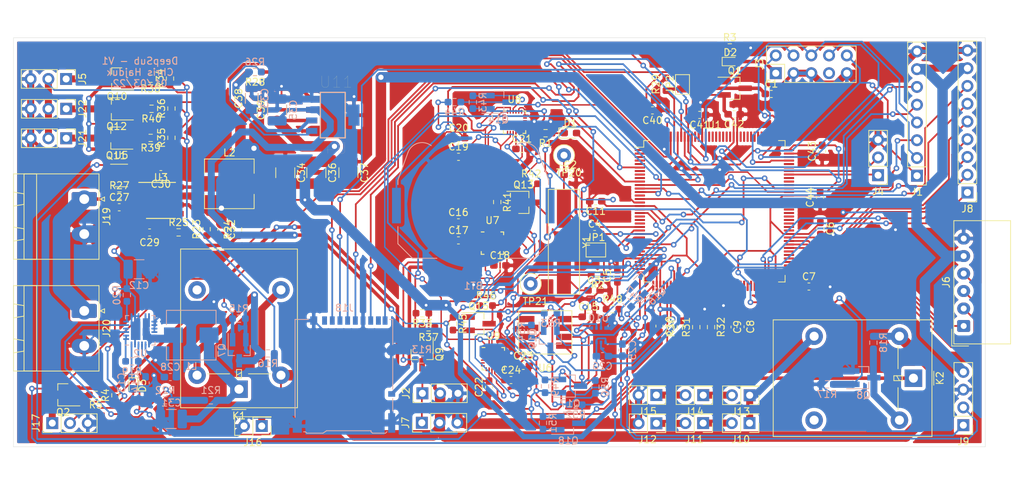
<source format=kicad_pcb>
(kicad_pcb (version 20171130) (host pcbnew "(5.1.8)-1")
  (layers (0 F.Cu signal) (31 B.Cu signal) (34 B.Paste user) (35 F.Paste user) (36 B.SilkS user) (37 F.SilkS user) (38 B.Mask user) (39 F.Mask user) (44 Edge.Cuts user))
  (net 0 "")
  (net 1 GND)
  (net 2 +BATT)
  (net 3 VDD)
  (net 4 OSC_IN)
  (net 5 OSC_OUT)
  (net 6 "Net-(C4-Pad2)")
  (net 7 +1V8)
  (net 8 PSUVoltage)
  (net 9 "Net-(C13-Pad1)")
  (net 10 "Net-(C14-Pad1)")
  (net 11 "Net-(C18-Pad1)")
  (net 12 "Net-(C21-Pad1)")
  (net 13 "Net-(C24-Pad1)")
  (net 14 "Net-(C28-Pad1)")
  (net 15 "Net-(C28-Pad2)")
  (net 16 "Net-(C29-Pad2)")
  (net 17 "Net-(C30-Pad1)")
  (net 18 "Net-(C30-Pad2)")
  (net 19 +1V5)
  (net 20 "Net-(C32-Pad2)")
  (net 21 +3V8)
  (net 22 +3V3)
  (net 23 "Net-(D1-Pad1)")
  (net 24 "Net-(D1-Pad2)")
  (net 25 "Net-(D2-Pad2)")
  (net 26 "Net-(D3-Pad2)")
  (net 27 +5V)
  (net 28 JTRST)
  (net 29 SPI3_MOSI)
  (net 30 SPI3_CS2)
  (net 31 JTDO-TRACESWO)
  (net 32 SPI3_NOTIFY)
  (net 33 WIFI_SLEEP)
  (net 34 "Net-(J2-Pad1)")
  (net 35 SWDIO-JTMS)
  (net 36 SWCLK-JTCK)
  (net 37 JTDI)
  (net 38 UART1_TX)
  (net 39 UART1_RX)
  (net 40 "Net-(J5-Pad1)")
  (net 41 SPI2_MOSI)
  (net 42 SPI2_MISO)
  (net 43 SPI2_SCK)
  (net 44 SPI2_NSS)
  (net 45 UART3_RX)
  (net 46 UART3_TX)
  (net 47 UART3_CTS)
  (net 48 UART3_RTS_DE)
  (net 49 DTR)
  (net 50 POWER_ON_LTE)
  (net 51 LTE_STATUS)
  (net 52 UART2_RX)
  (net 53 UART2_TX)
  (net 54 "Net-(J10-Pad2)")
  (net 55 /LEDs/OUTPUT)
  (net 56 "Net-(J11-Pad2)")
  (net 57 "Net-(J13-Pad2)")
  (net 58 "Net-(J14-Pad2)")
  (net 59 /BuoyancyTanks/OUTPUT)
  (net 60 "Net-(J17-Pad1)")
  (net 61 CARD_DETECT)
  (net 62 "Net-(J19-Pad1)")
  (net 63 "Net-(J21-Pad1)")
  (net 64 "Net-(J22-Pad1)")
  (net 65 "Net-(JP2-Pad1)")
  (net 66 "Net-(K1-Pad5)")
  (net 67 "Net-(K2-Pad5)")
  (net 68 ThrustOut)
  (net 69 SPI3_CS1)
  (net 70 BuoyancyEnable)
  (net 71 LED_ON)
  (net 72 SERVO_OUT)
  (net 73 FLAP_TOP)
  (net 74 FLAP_LEFT)
  (net 75 FLAP_RIGHT)
  (net 76 "Net-(R2-Pad1)")
  (net 77 "Net-(R19-Pad1)")
  (net 78 "Net-(R20-Pad2)")
  (net 79 "Net-(R21-Pad2)")
  (net 80 "Net-(R23-Pad2)")
  (net 81 "Net-(R24-Pad1)")
  (net 82 "Net-(R26-Pad1)")
  (net 83 "Net-(R28-Pad1)")
  (net 84 PSUCurrent)
  (net 85 "Net-(R30-Pad2)")
  (net 86 "Net-(R31-Pad2)")
  (net 87 SPI1_CS4)
  (net 88 SPI1_CS1)
  (net 89 SPI1_CS2)
  (net 90 SPI1_CS3)
  (net 91 SPI1_MOSI)
  (net 92 SPI1_SCK)
  (net 93 SPI1_MISO)
  (net 94 SPI1_CS5)
  (net 95 "Net-(J3-Pad7)")
  (net 96 "Net-(J18-Pad8)")
  (net 97 "Net-(J18-Pad1)")
  (net 98 "Net-(K1-Pad4)")
  (net 99 "Net-(K2-Pad4)")
  (net 100 /sensors/LevelShifter/Signal2)
  (net 101 /sensors/sheet625E3AF9/Signal2)
  (net 102 /sensors/sheet625E4524/Signal2)
  (net 103 /sensors/sheet625E4E06/Signal2)
  (net 104 /sensors/MOSI_1.8)
  (net 105 /sensors/SCK_1.8)
  (net 106 /sensors/MISO_1.8)
  (net 107 "Net-(U1-Pad1)")
  (net 108 "Net-(U1-Pad2)")
  (net 109 "Net-(U1-Pad3)")
  (net 110 "Net-(U1-Pad4)")
  (net 111 "Net-(U1-Pad5)")
  (net 112 "Net-(U1-Pad7)")
  (net 113 "Net-(U1-Pad8)")
  (net 114 "Net-(U1-Pad9)")
  (net 115 EmergencyBuoyancy)
  (net 116 "Net-(U1-Pad20)")
  (net 117 "Net-(U1-Pad21)")
  (net 118 "Net-(U1-Pad22)")
  (net 119 "Net-(U1-Pad34)")
  (net 120 "Net-(U1-Pad40)")
  (net 121 "Net-(U1-Pad48)")
  (net 122 "Net-(U1-Pad49)")
  (net 123 "Net-(U1-Pad50)")
  (net 124 "Net-(U1-Pad53)")
  (net 125 "Net-(U1-Pad54)")
  (net 126 "Net-(U1-Pad55)")
  (net 127 "Net-(U1-Pad56)")
  (net 128 "Net-(U1-Pad57)")
  (net 129 "Net-(U1-Pad58)")
  (net 130 "Net-(U1-Pad59)")
  (net 131 "Net-(U1-Pad60)")
  (net 132 "Net-(U1-Pad63)")
  (net 133 "Net-(U1-Pad64)")
  (net 134 "Net-(U1-Pad65)")
  (net 135 "Net-(U1-Pad66)")
  (net 136 "Net-(U1-Pad67)")
  (net 137 "Net-(U1-Pad68)")
  (net 138 "Net-(U1-Pad77)")
  (net 139 "Net-(U1-Pad78)")
  (net 140 "Net-(U1-Pad79)")
  (net 141 "Net-(U1-Pad85)")
  (net 142 "Net-(U1-Pad86)")
  (net 143 "Net-(U1-Pad87)")
  (net 144 "Net-(U1-Pad88)")
  (net 145 "Net-(U1-Pad89)")
  (net 146 "Net-(U1-Pad90)")
  (net 147 "Net-(U1-Pad91)")
  (net 148 "Net-(U1-Pad92)")
  (net 149 "Net-(U1-Pad93)")
  (net 150 "Net-(U1-Pad98)")
  (net 151 "Net-(U1-Pad99)")
  (net 152 "Net-(U1-Pad100)")
  (net 153 "Net-(U1-Pad103)")
  (net 154 "Net-(U1-Pad104)")
  (net 155 "Net-(U1-Pad106)")
  (net 156 "Net-(U1-Pad111)")
  (net 157 "Net-(U1-Pad112)")
  (net 158 "Net-(U1-Pad113)")
  (net 159 "Net-(U1-Pad114)")
  (net 160 "Net-(U1-Pad115)")
  (net 161 "Net-(U1-Pad116)")
  (net 162 "Net-(U1-Pad117)")
  (net 163 "Net-(U1-Pad118)")
  (net 164 "Net-(U1-Pad119)")
  (net 165 "Net-(U1-Pad122)")
  (net 166 "Net-(U1-Pad123)")
  (net 167 "Net-(U1-Pad124)")
  (net 168 "Net-(U1-Pad125)")
  (net 169 "Net-(U1-Pad126)")
  (net 170 "Net-(U1-Pad127)")
  (net 171 "Net-(U1-Pad128)")
  (net 172 "Net-(U1-Pad129)")
  (net 173 "Net-(U1-Pad132)")
  (net 174 "Net-(U1-Pad141)")
  (net 175 "Net-(U1-Pad142)")
  (net 176 "Net-(U7-Pad1)")
  (net 177 "Net-(U7-Pad2)")
  (net 178 "Net-(U7-Pad3)")
  (net 179 "Net-(U7-Pad4)")
  (net 180 "Net-(U7-Pad5)")
  (net 181 "Net-(U7-Pad6)")
  (net 182 "Net-(U7-Pad7)")
  (net 183 "Net-(U7-Pad11)")
  (net 184 "Net-(U7-Pad12)")
  (net 185 "Net-(U7-Pad14)")
  (net 186 "Net-(U7-Pad15)")
  (net 187 "Net-(U7-Pad16)")
  (net 188 "Net-(U7-Pad17)")
  (net 189 "Net-(U7-Pad19)")
  (net 190 "Net-(U7-Pad21)")
  (net 191 "Net-(U8-Pad21)")
  (net 192 "Net-(U8-Pad19)")
  (net 193 "Net-(U8-Pad17)")
  (net 194 "Net-(U8-Pad16)")
  (net 195 "Net-(U8-Pad15)")
  (net 196 "Net-(U8-Pad14)")
  (net 197 "Net-(U8-Pad12)")
  (net 198 "Net-(U8-Pad11)")
  (net 199 "Net-(U8-Pad7)")
  (net 200 "Net-(U8-Pad6)")
  (net 201 "Net-(U8-Pad5)")
  (net 202 "Net-(U8-Pad4)")
  (net 203 "Net-(U8-Pad3)")
  (net 204 "Net-(U8-Pad2)")
  (net 205 "Net-(U8-Pad1)")
  (net 206 "Net-(U9-Pad1)")
  (net 207 "Net-(U9-Pad2)")
  (net 208 "Net-(U9-Pad3)")
  (net 209 "Net-(U9-Pad4)")
  (net 210 "Net-(U9-Pad5)")
  (net 211 "Net-(U9-Pad6)")
  (net 212 "Net-(U9-Pad7)")
  (net 213 "Net-(U9-Pad11)")
  (net 214 "Net-(U9-Pad12)")
  (net 215 "Net-(U9-Pad14)")
  (net 216 "Net-(U9-Pad15)")
  (net 217 "Net-(U9-Pad16)")
  (net 218 "Net-(U9-Pad17)")
  (net 219 "Net-(U9-Pad19)")
  (net 220 "Net-(U9-Pad21)")
  (module Battery:BatteryHolder_Keystone_3034_1x20mm (layer B.Cu) (at 126.7587 23.9903)
    (fp_text reference BT1 (at 0 11.5) (layer B.SilkS) (effects (justify mirror)))
    (fp_text value Battery_Cell)
    (pad 2 smd circle (at 0 0) (size 17.8 17.8) (layers B.Cu B.Mask) (net 1 GND))
    (pad 1 smd rect (at 10.985 0) (size 1.27 5.08) (layers B.Cu B.Paste B.Mask) (net 2 +BATT))
    (pad 1 smd rect (at -10.985 0) (size 1.27 5.08) (layers B.Cu B.Paste B.Mask) (net 2 +BATT))
  )
  (module Capacitor_SMD:C_0603_1608Metric_Pad1.08x0.95mm_HandSolder (layer F.Cu) (at 169.3937 8.0264)
    (fp_text reference C1 (at 0 -1.43) (layer F.SilkS))
    (fp_text value 4.7uF)
    (pad 2 smd roundrect (at 0.8625 0) (size 1.075 0.95) (layers F.Cu F.Paste F.Mask) (net 1 GND))
    (pad 1 smd roundrect (at -0.8625 0) (size 1.075 0.95) (layers F.Cu F.Paste F.Mask) (net 3 VDD))
  )
  (module Capacitor_SMD:C_0603_1608Metric_Pad1.08x0.95mm_HandSolder (layer F.Cu) (at 140.6133 19.5834)
    (fp_text reference C2 (at 0 -1.43) (layer F.SilkS))
    (fp_text value 50pF)
    (pad 2 smd roundrect (at 0.8625 0) (size 1.075 0.95) (layers F.Cu F.Paste F.Mask) (net 1 GND))
    (pad 1 smd roundrect (at -0.8625 0) (size 1.075 0.95) (layers F.Cu F.Paste F.Mask) (net 4 OSC_IN))
  )
  (module Capacitor_SMD:C_0603_1608Metric_Pad1.08x0.95mm_HandSolder (layer F.Cu) (at 144.03942 36.1188)
    (fp_text reference C3 (at 0 -1.43) (layer F.SilkS))
    (fp_text value 50pF)
    (pad 1 smd roundrect (at -0.8625 0) (size 1.075 0.95) (layers F.Cu F.Paste F.Mask) (net 5 OSC_OUT))
    (pad 2 smd roundrect (at 0.8625 0) (size 1.075 0.95) (layers F.Cu F.Paste F.Mask) (net 1 GND))
  )
  (module Capacitor_SMD:C_0603_1608Metric_Pad1.08x0.95mm_HandSolder (layer F.Cu) (at 144.1207 28.0543)
    (fp_text reference C4 (at 0 -1.43) (layer F.SilkS))
    (fp_text value 100nF)
    (pad 1 smd roundrect (at -0.8625 0) (size 1.075 0.95) (layers F.Cu F.Paste F.Mask) (net 1 GND))
    (pad 2 smd roundrect (at 0.8625 0) (size 1.075 0.95) (layers F.Cu F.Paste F.Mask) (net 6 "Net-(C4-Pad2)"))
  )
  (module Capacitor_SMD:C_0603_1608Metric_Pad1.08x0.95mm_HandSolder (layer F.Cu) (at 147.3708 34.04108 90)
    (fp_text reference C5 (at 0 -1.43 90) (layer F.SilkS))
    (fp_text value 100nF)
    (pad 2 smd roundrect (at 0.8625 0 90) (size 1.075 0.95) (layers F.Cu F.Paste F.Mask) (net 1 GND))
    (pad 1 smd roundrect (at -0.8625 0 90) (size 1.075 0.95) (layers F.Cu F.Paste F.Mask) (net 22 +3V3))
  )
  (module Capacitor_SMD:C_0603_1608Metric_Pad1.08x0.95mm_HandSolder (layer F.Cu) (at 176.403 27.2669 270)
    (fp_text reference C6 (at 0 -1.43 90) (layer F.SilkS))
    (fp_text value 100nF)
    (pad 2 smd roundrect (at 0.8625 0 270) (size 1.075 0.95) (layers F.Cu F.Paste F.Mask) (net 1 GND))
    (pad 1 smd roundrect (at -0.8625 0 270) (size 1.075 0.95) (layers F.Cu F.Paste F.Mask) (net 22 +3V3))
  )
  (module Capacitor_SMD:C_0603_1608Metric_Pad1.08x0.95mm_HandSolder (layer F.Cu) (at 174.7647 35.5727)
    (fp_text reference C7 (at 0 -1.43) (layer F.SilkS))
    (fp_text value 100nF)
    (pad 1 smd roundrect (at -0.8625 0) (size 1.075 0.95) (layers F.Cu F.Paste F.Mask) (net 22 +3V3))
    (pad 2 smd roundrect (at 0.8625 0) (size 1.075 0.95) (layers F.Cu F.Paste F.Mask) (net 1 GND))
  )
  (module Capacitor_SMD:C_0603_1608Metric_Pad1.08x0.95mm_HandSolder (layer F.Cu) (at 164.98316 41.32072 270)
    (fp_text reference C8 (at 0 -1.43 90) (layer F.SilkS))
    (fp_text value 100nF)
    (pad 1 smd roundrect (at -0.8625 0 270) (size 1.075 0.95) (layers F.Cu F.Paste F.Mask) (net 22 +3V3))
    (pad 2 smd roundrect (at 0.8625 0 270) (size 1.075 0.95) (layers F.Cu F.Paste F.Mask) (net 1 GND))
  )
  (module Capacitor_SMD:C_0603_1608Metric_Pad1.08x0.95mm_HandSolder (layer F.Cu) (at 163.11626 41.35882 270)
    (fp_text reference C9 (at 0 -1.43 90) (layer F.SilkS))
    (fp_text value 100nF)
    (pad 2 smd roundrect (at 0.8625 0 270) (size 1.075 0.95) (layers F.Cu F.Paste F.Mask) (net 1 GND))
    (pad 1 smd roundrect (at -0.8625 0 270) (size 1.075 0.95) (layers F.Cu F.Paste F.Mask) (net 22 +3V3))
  )
  (module Capacitor_SMD:C_0603_1608Metric_Pad1.08x0.95mm_HandSolder (layer F.Cu) (at 153.3906 41.2242 270)
    (fp_text reference C10 (at 0 -1.43 90) (layer F.SilkS))
    (fp_text value 100nF)
    (pad 2 smd roundrect (at 0.8625 0 270) (size 1.075 0.95) (layers F.Cu F.Paste F.Mask) (net 1 GND))
    (pad 1 smd roundrect (at -0.8625 0 270) (size 1.075 0.95) (layers F.Cu F.Paste F.Mask) (net 22 +3V3))
  )
  (module Capacitor_SMD:C_0603_1608Metric_Pad1.08x0.95mm_HandSolder (layer F.Cu) (at 144.272 23.368 180)
    (fp_text reference C11 (at 0 -1.43) (layer F.SilkS))
    (fp_text value 100nF)
    (pad 1 smd roundrect (at -0.8625 0 180) (size 1.075 0.95) (layers F.Cu F.Paste F.Mask) (net 22 +3V3))
    (pad 2 smd roundrect (at 0.8625 0 180) (size 1.075 0.95) (layers F.Cu F.Paste F.Mask) (net 1 GND))
  )
  (module Capacitor_SMD:C_1210_3225Metric_Pad1.33x2.70mm_HandSolder (layer B.Cu) (at 78.9682 33.0962)
    (fp_text reference C12 (at 0 2.3 180) (layer B.SilkS) (effects (justify mirror)))
    (fp_text value "33uF X7R")
    (pad 1 smd roundrect (at -1.5625 0) (size 1.325 2.7) (layers B.Cu B.Paste B.Mask) (roundrect_rratio 0.1886784905660377) (net 8 PSUVoltage))
    (pad 2 smd roundrect (at 1.5625 0) (size 1.325 2.7) (layers B.Cu B.Paste B.Mask) (roundrect_rratio 0.1886784905660377) (net 1 GND))
  )
  (module Capacitor_SMD:C_0603_1608Metric_Pad1.08x0.95mm_HandSolder (layer B.Cu) (at 77.8891 49.3268 270)
    (fp_text reference C13 (at 0 1.43 90) (layer B.SilkS) (effects (justify mirror)))
    (fp_text value 1uF)
    (pad 2 smd roundrect (at 0.8625 0 270) (size 1.075 0.95) (layers B.Cu B.Paste B.Mask) (net 1 GND))
    (pad 1 smd roundrect (at -0.8625 0 270) (size 1.075 0.95) (layers B.Cu B.Paste B.Mask) (net 9 "Net-(C13-Pad1)"))
  )
  (module Capacitor_SMD:C_0603_1608Metric_Pad1.08x0.95mm_HandSolder (layer B.Cu) (at 79.8957 49.3395 270)
    (fp_text reference C14 (at 0 1.43 270) (layer B.SilkS) (effects (justify mirror)))
    (fp_text value 1uF)
    (pad 1 smd roundrect (at -0.8625 0 270) (size 1.075 0.95) (layers B.Cu B.Paste B.Mask) (net 10 "Net-(C14-Pad1)"))
    (pad 2 smd roundrect (at 0.8625 0 270) (size 1.075 0.95) (layers B.Cu B.Paste B.Mask) (net 1 GND))
  )
  (module Capacitor_SMD:C_0603_1608Metric_Pad1.08x0.95mm_HandSolder (layer F.Cu) (at 143.2052 39.9034)
    (fp_text reference C15 (at 0 -1.43) (layer F.SilkS))
    (fp_text value 100nF)
    (pad 1 smd roundrect (at -0.8625 0) (size 1.075 0.95) (layers F.Cu F.Paste F.Mask) (net 22 +3V3))
    (pad 2 smd roundrect (at 0.8625 0) (size 1.075 0.95) (layers F.Cu F.Paste F.Mask) (net 1 GND))
  )
  (module Capacitor_SMD:C_0603_1608Metric_Pad1.08x0.95mm_HandSolder (layer F.Cu) (at 124.637601 26.389301)
    (fp_text reference C16 (at 0 -1.43) (layer F.SilkS))
    (fp_text value 100nF)
    (pad 2 smd roundrect (at 0.8625 0) (size 1.075 0.95) (layers F.Cu F.Paste F.Mask) (net 7 +1V8))
    (pad 1 smd roundrect (at -0.8625 0) (size 1.075 0.95) (layers F.Cu F.Paste F.Mask) (net 1 GND))
  )
  (module Capacitor_SMD:C_0603_1608Metric_Pad1.08x0.95mm_HandSolder (layer F.Cu) (at 124.6378 28.9687)
    (fp_text reference C17 (at 0 -1.43) (layer F.SilkS))
    (fp_text value 100nF)
    (pad 1 smd roundrect (at -0.8625 0) (size 1.075 0.95) (layers F.Cu F.Paste F.Mask) (net 7 +1V8))
    (pad 2 smd roundrect (at 0.8625 0) (size 1.075 0.95) (layers F.Cu F.Paste F.Mask) (net 1 GND))
  )
  (module Capacitor_SMD:C_0603_1608Metric_Pad1.08x0.95mm_HandSolder (layer F.Cu) (at 130.5698 32.5501)
    (fp_text reference C18 (at 0 -1.43) (layer F.SilkS))
    (fp_text value 100nF)
    (pad 1 smd roundrect (at -0.8625 0) (size 1.075 0.95) (layers F.Cu F.Paste F.Mask) (net 11 "Net-(C18-Pad1)"))
    (pad 2 smd roundrect (at 0.8625 0) (size 1.075 0.95) (layers F.Cu F.Paste F.Mask) (net 1 GND))
  )
  (module Capacitor_SMD:C_0603_1608Metric_Pad1.08x0.95mm_HandSolder (layer F.Cu) (at 124.6516 17.018)
    (fp_text reference C19 (at 0 -1.43) (layer F.SilkS))
    (fp_text value 100nF)
    (pad 2 smd roundrect (at 0.8625 0) (size 1.075 0.95) (layers F.Cu F.Paste F.Mask) (net 7 +1V8))
    (pad 1 smd roundrect (at -0.8625 0) (size 1.075 0.95) (layers F.Cu F.Paste F.Mask) (net 1 GND))
  )
  (module Capacitor_SMD:C_0603_1608Metric_Pad1.08x0.95mm_HandSolder (layer F.Cu) (at 124.677 14.3256)
    (fp_text reference C20 (at 0 -1.43) (layer F.SilkS))
    (fp_text value 100nF)
    (pad 1 smd roundrect (at -0.8625 0) (size 1.075 0.95) (layers F.Cu F.Paste F.Mask) (net 7 +1V8))
    (pad 2 smd roundrect (at 0.8625 0) (size 1.075 0.95) (layers F.Cu F.Paste F.Mask) (net 1 GND))
  )
  (module Capacitor_SMD:C_0603_1608Metric_Pad1.08x0.95mm_HandSolder (layer F.Cu) (at 133.7194 15.8877)
    (fp_text reference C21 (at 0 -1.43) (layer F.SilkS))
    (fp_text value 100nF)
    (pad 1 smd roundrect (at -0.8625 0) (size 1.075 0.95) (layers F.Cu F.Paste F.Mask) (net 12 "Net-(C21-Pad1)"))
    (pad 2 smd roundrect (at 0.8625 0) (size 1.075 0.95) (layers F.Cu F.Paste F.Mask) (net 1 GND))
  )
  (module Capacitor_SMD:C_0603_1608Metric_Pad1.08x0.95mm_HandSolder (layer F.Cu) (at 129.0193 49.9491 90)
    (fp_text reference C22 (at 0 -1.43 90) (layer F.SilkS))
    (fp_text value 100nF)
    (pad 2 smd roundrect (at 0.8625 0 90) (size 1.075 0.95) (layers F.Cu F.Paste F.Mask) (net 7 +1V8))
    (pad 1 smd roundrect (at -0.8625 0 90) (size 1.075 0.95) (layers F.Cu F.Paste F.Mask) (net 1 GND))
  )
  (module Capacitor_SMD:C_0603_1608Metric_Pad1.08x0.95mm_HandSolder (layer F.Cu) (at 133.9099 46.9138)
    (fp_text reference C23 (at 0 -1.43) (layer F.SilkS))
    (fp_text value 100nF)
    (pad 1 smd roundrect (at -0.8625 0) (size 1.075 0.95) (layers F.Cu F.Paste F.Mask) (net 7 +1V8))
    (pad 2 smd roundrect (at 0.8625 0) (size 1.075 0.95) (layers F.Cu F.Paste F.Mask) (net 1 GND))
  )
  (module Capacitor_SMD:C_0603_1608Metric_Pad1.08x0.95mm_HandSolder (layer F.Cu) (at 132.1562 48.9458)
    (fp_text reference C24 (at 0 -1.43) (layer F.SilkS))
    (fp_text value 100nF)
    (pad 2 smd roundrect (at 0.8625 0) (size 1.075 0.95) (layers F.Cu F.Paste F.Mask) (net 1 GND))
    (pad 1 smd roundrect (at -0.8625 0) (size 1.075 0.95) (layers F.Cu F.Paste F.Mask) (net 13 "Net-(C24-Pad1)"))
  )
  (module Capacitor_SMD:C_0603_1608Metric_Pad1.08x0.95mm_HandSolder (layer B.Cu) (at 148.0947 44.6532 90)
    (fp_text reference C25 (at 0 1.43 -90) (layer B.SilkS) (effects (justify mirror)))
    (fp_text value 100nF)
    (pad 2 smd roundrect (at 0.8625 0 90) (size 1.075 0.95) (layers B.Cu B.Paste B.Mask) (net 7 +1V8))
    (pad 1 smd roundrect (at -0.8625 0 90) (size 1.075 0.95) (layers B.Cu B.Paste B.Mask) (net 1 GND))
  )
  (module Capacitor_SMD:C_0603_1608Metric_Pad1.08x0.95mm_HandSolder (layer B.Cu) (at 145.2372 45.5295)
    (fp_text reference C26 (at 0 1.43) (layer B.SilkS) (effects (justify mirror)))
    (fp_text value 100nF)
    (pad 1 smd roundrect (at -0.8625 0) (size 1.075 0.95) (layers B.Cu B.Paste B.Mask) (net 7 +1V8))
    (pad 2 smd roundrect (at 0.8625 0) (size 1.075 0.95) (layers B.Cu B.Paste B.Mask) (net 1 GND))
  )
  (module Capacitor_SMD:C_0603_1608Metric_Pad1.08x0.95mm_HandSolder (layer F.Cu) (at 76.1238 24.2316)
    (fp_text reference C27 (at 0 -1.43) (layer F.SilkS))
    (fp_text value 10uF)
    (pad 2 smd roundrect (at 0.8625 0) (size 1.075 0.95) (layers F.Cu F.Paste F.Mask) (net 8 PSUVoltage))
    (pad 1 smd roundrect (at -0.8625 0) (size 1.075 0.95) (layers F.Cu F.Paste F.Mask) (net 1 GND))
  )
  (module Capacitor_SMD:C_0603_1608Metric_Pad1.08x0.95mm_HandSolder (layer B.Cu) (at 83.4379 48.514 180)
    (fp_text reference C28 (at 0 1.43 180) (layer B.SilkS) (effects (justify mirror)))
    (fp_text value 0.1uF)
    (pad 1 smd roundrect (at -0.8625 0 180) (size 1.075 0.95) (layers B.Cu B.Paste B.Mask) (net 14 "Net-(C28-Pad1)"))
    (pad 2 smd roundrect (at 0.8625 0 180) (size 1.075 0.95) (layers B.Cu B.Paste B.Mask) (net 15 "Net-(C28-Pad2)"))
  )
  (module Capacitor_SMD:C_0603_1608Metric_Pad1.08x0.95mm_HandSolder (layer F.Cu) (at 80.4672 27.8384 180)
    (fp_text reference C29 (at 0 -1.43) (layer F.SilkS))
    (fp_text value 10nF)
    (pad 1 smd roundrect (at -0.8625 0 180) (size 1.075 0.95) (layers F.Cu F.Paste F.Mask) (net 1 GND))
    (pad 2 smd roundrect (at 0.8625 0 180) (size 1.075 0.95) (layers F.Cu F.Paste F.Mask) (net 16 "Net-(C29-Pad2)"))
  )
  (module Capacitor_SMD:C_0603_1608Metric_Pad1.08x0.95mm_HandSolder (layer F.Cu) (at 82.0801 19.4945 180)
    (fp_text reference C30 (at 0 -1.43) (layer F.SilkS))
    (fp_text value 100nF)
    (pad 1 smd roundrect (at -0.8625 0 180) (size 1.075 0.95) (layers F.Cu F.Paste F.Mask) (net 17 "Net-(C30-Pad1)"))
    (pad 2 smd roundrect (at 0.8625 0 180) (size 1.075 0.95) (layers F.Cu F.Paste F.Mask) (net 18 "Net-(C30-Pad2)"))
  )
  (module Capacitor_SMD:C_1210_3225Metric_Pad1.33x2.70mm_HandSolder (layer B.Cu) (at 83.5787 54.5084 180)
    (fp_text reference C31 (at 0 2.3) (layer B.SilkS) (effects (justify mirror)))
    (fp_text value "88uF X7R")
    (pad 2 smd roundrect (at 1.5625 0 180) (size 1.325 2.7) (layers B.Cu B.Paste B.Mask) (roundrect_rratio 0.1886784905660377) (net 1 GND))
    (pad 1 smd roundrect (at -1.5625 0 180) (size 1.325 2.7) (layers B.Cu B.Paste B.Mask) (roundrect_rratio 0.1886784905660377) (net 19 +1V5))
  )
  (module Capacitor_SMD:C_0603_1608Metric_Pad1.08x0.95mm_HandSolder (layer F.Cu) (at 90.7288 27.3939 270)
    (fp_text reference C32 (at 0 -1.43 90) (layer F.SilkS))
    (fp_text value 2.7nF)
    (pad 2 smd roundrect (at 0.8625 0 270) (size 1.075 0.95) (layers F.Cu F.Paste F.Mask) (net 20 "Net-(C32-Pad2)"))
    (pad 1 smd roundrect (at -0.8625 0 270) (size 1.075 0.95) (layers F.Cu F.Paste F.Mask) (net 1 GND))
  )
  (module Capacitor_SMD:C_1206_3216Metric_Pad1.33x1.80mm_HandSolder (layer B.Cu) (at 95.0849 8.6356 90)
    (fp_text reference C33 (at 0 1.85 90) (layer B.SilkS) (effects (justify mirror)))
    (fp_text value 68uF)
    (pad 1 smd roundrect (at -1.5625 0 90) (size 1.325 1.8) (layers B.Cu B.Paste B.Mask) (roundrect_rratio 0.1886784905660377) (net 21 +3V8))
    (pad 2 smd roundrect (at 1.5625 0 90) (size 1.325 1.8) (layers B.Cu B.Paste B.Mask) (roundrect_rratio 0.1886784905660377) (net 1 GND))
  )
  (module Capacitor_SMD:C_1210_3225Metric_Pad1.33x2.70mm_HandSolder (layer F.Cu) (at 99.8728 19.2913 270)
    (fp_text reference C34 (at 0 -2.3 90) (layer F.SilkS))
    (fp_text value 22uF)
    (pad 1 smd roundrect (at -1.5625 0 270) (size 1.325 2.7) (layers F.Cu F.Paste F.Mask) (roundrect_rratio 0.1886784905660377) (net 1 GND))
    (pad 2 smd roundrect (at 1.5625 0 270) (size 1.325 2.7) (layers F.Cu F.Paste F.Mask) (roundrect_rratio 0.1886784905660377) (net 21 +3V8))
  )
  (module Capacitor_SMD:C_1210_3225Metric_Pad1.33x2.70mm_HandSolder (layer B.Cu) (at 98.7171 10.3124 90)
    (fp_text reference C35 (at 0 2.3 90) (layer B.SilkS) (effects (justify mirror)))
    (fp_text value 33uF)
    (pad 1 smd roundrect (at -1.5625 0 90) (size 1.325 2.7) (layers B.Cu B.Paste B.Mask) (roundrect_rratio 0.1886784905660377) (net 7 +1V8))
    (pad 2 smd roundrect (at 1.5625 0 90) (size 1.325 2.7) (layers B.Cu B.Paste B.Mask) (roundrect_rratio 0.1886784905660377) (net 1 GND))
  )
  (module Capacitor_SMD:C_1210_3225Metric_Pad1.33x2.70mm_HandSolder (layer F.Cu) (at 104.3178 19.2913 270)
    (fp_text reference C36 (at 0 -2.3 90) (layer F.SilkS))
    (fp_text value 22uF)
    (pad 1 smd roundrect (at -1.5625 0 270) (size 1.325 2.7) (layers F.Cu F.Paste F.Mask) (roundrect_rratio 0.1886784905660377) (net 1 GND))
    (pad 2 smd roundrect (at 1.5625 0 270) (size 1.325 2.7) (layers F.Cu F.Paste F.Mask) (roundrect_rratio 0.1886784905660377) (net 21 +3V8))
  )
  (module Capacitor_SMD:C_1210_3225Metric_Pad1.33x2.70mm_HandSolder (layer F.Cu) (at 108.9025 19.2786 270)
    (fp_text reference C37 (at 0 -2.3 90) (layer F.SilkS))
    (fp_text value 22uF)
    (pad 2 smd roundrect (at 1.5625 0 270) (size 1.325 2.7) (layers F.Cu F.Paste F.Mask) (roundrect_rratio 0.1886784905660377) (net 21 +3V8))
    (pad 1 smd roundrect (at -1.5625 0 270) (size 1.325 2.7) (layers F.Cu F.Paste F.Mask) (roundrect_rratio 0.1886784905660377) (net 1 GND))
  )
  (module Capacitor_SMD:C_1206_3216Metric_Pad1.33x1.80mm_HandSolder (layer F.Cu) (at 95.0595 8.6618 90)
    (fp_text reference C38 (at 0 -1.85 90) (layer F.SilkS))
    (fp_text value 68uF)
    (pad 2 smd roundrect (at 1.5625 0 90) (size 1.325 1.8) (layers F.Cu F.Paste F.Mask) (roundrect_rratio 0.1886784905660377) (net 1 GND))
    (pad 1 smd roundrect (at -1.5625 0 90) (size 1.325 1.8) (layers F.Cu F.Paste F.Mask) (roundrect_rratio 0.1886784905660377) (net 21 +3V8))
  )
  (module Capacitor_SMD:C_1210_3225Metric_Pad1.33x2.70mm_HandSolder (layer F.Cu) (at 98.7044 10.3128 90)
    (fp_text reference C39 (at 0 -2.3 90) (layer F.SilkS))
    (fp_text value 33uF)
    (pad 2 smd roundrect (at 1.5625 0 90) (size 1.325 2.7) (layers F.Cu F.Paste F.Mask) (roundrect_rratio 0.1886784905660377) (net 1 GND))
    (pad 1 smd roundrect (at -1.5625 0 90) (size 1.325 2.7) (layers F.Cu F.Paste F.Mask) (roundrect_rratio 0.1886784905660377) (net 22 +3V3))
  )
  (module Capacitor_SMD:C_0603_1608Metric_Pad1.08x0.95mm_HandSolder (layer F.Cu) (at 152.3873 10.3759 180)
    (fp_text reference C40 (at 0 -1.43) (layer F.SilkS))
    (fp_text value 100nF)
    (pad 2 smd roundrect (at 0.8625 0 180) (size 1.075 0.95) (layers F.Cu F.Paste F.Mask) (net 22 +3V3))
    (pad 1 smd roundrect (at -0.8625 0 180) (size 1.075 0.95) (layers F.Cu F.Paste F.Mask) (net 1 GND))
  )
  (module Capacitor_SMD:C_0603_1608Metric_Pad1.08x0.95mm_HandSolder (layer F.Cu) (at 159.131 11.0236 180)
    (fp_text reference C41 (at 0 -1.43) (layer F.SilkS))
    (fp_text value 100nF)
    (pad 1 smd roundrect (at -0.8625 0 180) (size 1.075 0.95) (layers F.Cu F.Paste F.Mask) (net 1 GND))
    (pad 2 smd roundrect (at 0.8625 0 180) (size 1.075 0.95) (layers F.Cu F.Paste F.Mask) (net 22 +3V3))
  )
  (module Capacitor_SMD:C_0603_1608Metric_Pad1.08x0.95mm_HandSolder (layer F.Cu) (at 164.0713 10.9347 180)
    (fp_text reference C42 (at 0 -1.43) (layer F.SilkS))
    (fp_text value 100nF)
    (pad 2 smd roundrect (at 0.8625 0 180) (size 1.075 0.95) (layers F.Cu F.Paste F.Mask) (net 22 +3V3))
    (pad 1 smd roundrect (at -0.8625 0 180) (size 1.075 0.95) (layers F.Cu F.Paste F.Mask) (net 1 GND))
  )
  (module Capacitor_SMD:C_0603_1608Metric_Pad1.08x0.95mm_HandSolder (layer F.Cu) (at 176.657 16.2306 90)
    (fp_text reference C43 (at 0 -1.43 90) (layer F.SilkS))
    (fp_text value 100nF)
    (pad 1 smd roundrect (at -0.8625 0 90) (size 1.075 0.95) (layers F.Cu F.Paste F.Mask) (net 1 GND))
    (pad 2 smd roundrect (at 0.8625 0 90) (size 1.075 0.95) (layers F.Cu F.Paste F.Mask) (net 22 +3V3))
  )
  (module Capacitor_SMD:C_0603_1608Metric_Pad1.08x0.95mm_HandSolder (layer F.Cu) (at 176.3649 22.8092 90)
    (fp_text reference C44 (at 0 -1.43 90) (layer F.SilkS))
    (fp_text value 100nF)
    (pad 2 smd roundrect (at 0.8625 0 90) (size 1.075 0.95) (layers F.Cu F.Paste F.Mask) (net 22 +3V3))
    (pad 1 smd roundrect (at -0.8625 0 90) (size 1.075 0.95) (layers F.Cu F.Paste F.Mask) (net 1 GND))
  )
  (module LED_SMD:LED_0603_1608Metric_Pad1.05x0.95mm_HandSolder (layer F.Cu) (at 140.6512 13.6144)
    (fp_text reference D1 (at 0 -1.43) (layer F.SilkS))
    (fp_text value LED)
    (pad 1 smd roundrect (at -0.875 0) (size 1.05 0.95) (layers F.Cu F.Paste F.Mask) (net 23 "Net-(D1-Pad1)"))
    (pad 2 smd roundrect (at 0.875 0) (size 1.05 0.95) (layers F.Cu F.Paste F.Mask) (net 24 "Net-(D1-Pad2)"))
  )
  (module Diode_SMD:D_SOD-523 (layer F.Cu) (at 163.5125 3.3909)
    (fp_text reference D2 (at 0 -1.3) (layer F.SilkS))
    (fp_text value D_Schottky)
    (pad 1 smd rect (at -0.7 0 180) (size 0.6 0.7) (layers F.Cu F.Paste F.Mask) (net 3 VDD))
    (pad 2 smd rect (at 0.7 0 180) (size 0.6 0.7) (layers F.Cu F.Paste F.Mask) (net 25 "Net-(D2-Pad2)"))
  )
  (module Diode_SMD:D_SOD-523 (layer F.Cu) (at 78.1431 49.7586 270)
    (fp_text reference D3 (at 0 -1.3 90) (layer F.SilkS))
    (fp_text value D_Schottky)
    (pad 2 smd rect (at 0.7 0 90) (size 0.6 0.7) (layers F.Cu F.Paste F.Mask) (net 26 "Net-(D3-Pad2)"))
    (pad 1 smd rect (at -0.7 0 90) (size 0.6 0.7) (layers F.Cu F.Paste F.Mask) (net 27 +5V))
  )
  (module Connector_PinHeader_2.54mm:PinHeader_1x08_P2.54mm_Vertical (layer F.Cu) (at 190.2206 19.7231 180)
    (fp_text reference J1 (at 0 -2.33) (layer F.SilkS))
    (fp_text value WIFI_Connector)
    (pad 1 thru_hole rect (at 0 0 180) (size 1.7 1.7) (drill 1) (layers *.Cu *.Mask) (net 28 JTRST))
    (pad 2 thru_hole oval (at 0 2.54 180) (size 1.7 1.7) (drill 1) (layers *.Cu *.Mask) (net 29 SPI3_MOSI))
    (pad 3 thru_hole oval (at 0 5.08 180) (size 1.7 1.7) (drill 1) (layers *.Cu *.Mask) (net 30 SPI3_CS2))
    (pad 4 thru_hole oval (at 0 7.62 180) (size 1.7 1.7) (drill 1) (layers *.Cu *.Mask) (net 31 JTDO-TRACESWO))
    (pad 5 thru_hole oval (at 0 10.16 180) (size 1.7 1.7) (drill 1) (layers *.Cu *.Mask) (net 32 SPI3_NOTIFY))
    (pad 6 thru_hole oval (at 0 12.7 180) (size 1.7 1.7) (drill 1) (layers *.Cu *.Mask) (net 33 WIFI_SLEEP))
    (pad 7 thru_hole oval (at 0 15.24 180) (size 1.7 1.7) (drill 1) (layers *.Cu *.Mask) (net 21 +3V8))
    (pad 8 thru_hole oval (at 0 17.78 180) (size 1.7 1.7) (drill 1) (layers *.Cu *.Mask) (net 1 GND))
  )
  (module Connector_PinHeader_2.54mm:PinHeader_1x03_P2.54mm_Vertical (layer F.Cu) (at 119.4816 50.8381 90)
    (fp_text reference J2 (at 0 -2.33 90) (layer F.SilkS))
    (fp_text value EMERGENCY_BUOYANCY)
    (pad 1 thru_hole rect (at 0 0 90) (size 1.7 1.7) (drill 1) (layers *.Cu *.Mask) (net 34 "Net-(J2-Pad1)"))
    (pad 2 thru_hole oval (at 0 2.54 90) (size 1.7 1.7) (drill 1) (layers *.Cu *.Mask) (net 27 +5V))
    (pad 3 thru_hole oval (at 0 5.08 90) (size 1.7 1.7) (drill 1) (layers *.Cu *.Mask) (net 1 GND))
  )
  (module Connector_PinHeader_2.54mm:PinHeader_2x05_P2.54mm_Vertical (layer F.Cu) (at 170.0276 5.0546 90)
    (fp_text reference J3 (at 1.27 -2.33 90) (layer F.SilkS))
    (fp_text value Conn_ARM_JTAG_SWD_10)
    (pad 1 thru_hole rect (at 0 0 90) (size 1.7 1.7) (drill 1) (layers *.Cu *.Mask) (net 25 "Net-(D2-Pad2)"))
    (pad 2 thru_hole oval (at 2.54 0 90) (size 1.7 1.7) (drill 1) (layers *.Cu *.Mask) (net 35 SWDIO-JTMS))
    (pad 3 thru_hole oval (at 0 2.54 90) (size 1.7 1.7) (drill 1) (layers *.Cu *.Mask) (net 1 GND))
    (pad 4 thru_hole oval (at 2.54 2.54 90) (size 1.7 1.7) (drill 1) (layers *.Cu *.Mask) (net 36 SWCLK-JTCK))
    (pad 5 thru_hole oval (at 0 5.08 90) (size 1.7 1.7) (drill 1) (layers *.Cu *.Mask) (net 1 GND))
    (pad 6 thru_hole oval (at 2.54 5.08 90) (size 1.7 1.7) (drill 1) (layers *.Cu *.Mask) (net 31 JTDO-TRACESWO))
    (pad 7 thru_hole oval (at 0 7.62 90) (size 1.7 1.7) (drill 1) (layers *.Cu *.Mask) (net 95 "Net-(J3-Pad7)"))
    (pad 8 thru_hole oval (at 2.54 7.62 90) (size 1.7 1.7) (drill 1) (layers *.Cu *.Mask) (net 37 JTDI))
    (pad 9 thru_hole oval (at 0 10.16 90) (size 1.7 1.7) (drill 1) (layers *.Cu *.Mask) (net 1 GND))
    (pad 10 thru_hole oval (at 2.54 10.16 90) (size 1.7 1.7) (drill 1) (layers *.Cu *.Mask) (net 28 JTRST))
  )
  (module Connector_PinHeader_2.54mm:PinHeader_1x03_P2.54mm_Vertical (layer F.Cu) (at 184.658 19.6469 180)
    (fp_text reference J4 (at 0 -2.33) (layer F.SilkS))
    (fp_text value DEBUG_UART)
    (pad 1 thru_hole rect (at 0 0 180) (size 1.7 1.7) (drill 1) (layers *.Cu *.Mask) (net 38 UART1_TX))
    (pad 2 thru_hole oval (at 0 2.54 180) (size 1.7 1.7) (drill 1) (layers *.Cu *.Mask) (net 39 UART1_RX))
    (pad 3 thru_hole oval (at 0 5.08 180) (size 1.7 1.7) (drill 1) (layers *.Cu *.Mask) (net 1 GND))
  )
  (module Connector_PinHeader_2.54mm:PinHeader_1x03_P2.54mm_Vertical (layer F.Cu) (at 68.5292 5.8801 270)
    (fp_text reference J5 (at 0 -2.33 90) (layer F.SilkS))
    (fp_text value FLAP_TOP)
    (pad 1 thru_hole rect (at 0 0 270) (size 1.7 1.7) (drill 1) (layers *.Cu *.Mask) (net 40 "Net-(J5-Pad1)"))
    (pad 2 thru_hole oval (at 0 2.54 270) (size 1.7 1.7) (drill 1) (layers *.Cu *.Mask) (net 27 +5V))
    (pad 3 thru_hole oval (at 0 5.08 270) (size 1.7 1.7) (drill 1) (layers *.Cu *.Mask) (net 1 GND))
  )
  (module Connector_Molex:Molex_SPOX_5268-06A_1x06_P2.50mm_Horizontal (layer F.Cu) (at 196.9008 41.2115 90)
    (fp_text reference J6 (at 6.25 -2.5 90) (layer F.SilkS))
    (fp_text value CAMERA_SPI)
    (pad 1 thru_hole roundrect (at 0 0 90) (size 1.7 1.85) (drill 0.85) (layers *.Cu *.Mask) (roundrect_rratio 0.1470588235294118) (net 41 SPI2_MOSI))
    (pad 2 thru_hole oval (at 2.5 0 90) (size 1.7 1.85) (drill 0.85) (layers *.Cu *.Mask) (net 42 SPI2_MISO))
    (pad 3 thru_hole oval (at 5 0 90) (size 1.7 1.85) (drill 0.85) (layers *.Cu *.Mask) (net 43 SPI2_SCK))
    (pad 4 thru_hole oval (at 7.5 0 90) (size 1.7 1.85) (drill 0.85) (layers *.Cu *.Mask) (net 44 SPI2_NSS))
    (pad 5 thru_hole oval (at 10 0 90) (size 1.7 1.85) (drill 0.85) (layers *.Cu *.Mask) (net 21 +3V8))
    (pad 6 thru_hole oval (at 12.5 0 90) (size 1.7 1.85) (drill 0.85) (layers *.Cu *.Mask) (net 1 GND))
  )
  (module Connector_PinHeader_2.54mm:PinHeader_1x03_P2.54mm_Vertical (layer F.Cu) (at 119.4054 55.0545 90)
    (fp_text reference J7 (at 0 -2.33 90) (layer F.SilkS))
    (fp_text value EMERGENCY_BUOYANCY)
    (pad 3 thru_hole oval (at 0 5.08 90) (size 1.7 1.7) (drill 1) (layers *.Cu *.Mask) (net 1 GND))
    (pad 2 thru_hole oval (at 0 2.54 90) (size 1.7 1.7) (drill 1) (layers *.Cu *.Mask) (net 27 +5V))
    (pad 1 thru_hole rect (at 0 0 90) (size 1.7 1.7) (drill 1) (layers *.Cu *.Mask) (net 34 "Net-(J2-Pad1)"))
  )
  (module Connector_PinHeader_2.54mm:PinHeader_1x09_P2.54mm_Vertical (layer F.Cu) (at 197.4342 22.1234 180)
    (fp_text reference J8 (at 0 -2.33) (layer F.SilkS))
    (fp_text value LTE_Connector)
    (pad 1 thru_hole rect (at 0 0 180) (size 1.7 1.7) (drill 1) (layers *.Cu *.Mask) (net 45 UART3_RX))
    (pad 2 thru_hole oval (at 0 2.54 180) (size 1.7 1.7) (drill 1) (layers *.Cu *.Mask) (net 46 UART3_TX))
    (pad 3 thru_hole oval (at 0 5.08 180) (size 1.7 1.7) (drill 1) (layers *.Cu *.Mask) (net 47 UART3_CTS))
    (pad 4 thru_hole oval (at 0 7.62 180) (size 1.7 1.7) (drill 1) (layers *.Cu *.Mask) (net 48 UART3_RTS_DE))
    (pad 5 thru_hole oval (at 0 10.16 180) (size 1.7 1.7) (drill 1) (layers *.Cu *.Mask) (net 49 DTR))
    (pad 6 thru_hole oval (at 0 12.7 180) (size 1.7 1.7) (drill 1) (layers *.Cu *.Mask) (net 50 POWER_ON_LTE))
    (pad 7 thru_hole oval (at 0 15.24 180) (size 1.7 1.7) (drill 1) (layers *.Cu *.Mask) (net 51 LTE_STATUS))
    (pad 8 thru_hole oval (at 0 17.78 180) (size 1.7 1.7) (drill 1) (layers *.Cu *.Mask) (net 21 +3V8))
    (pad 9 thru_hole oval (at 0 20.32 180) (size 1.7 1.7) (drill 1) (layers *.Cu *.Mask) (net 1 GND))
  )
  (module Connector_PinHeader_2.54mm:PinHeader_1x04_P2.54mm_Vertical (layer F.Cu) (at 196.85 55.3974 180)
    (fp_text reference J9 (at 0 -2.33) (layer F.SilkS))
    (fp_text value GPS_UART)
    (pad 1 thru_hole rect (at 0 0 180) (size 1.7 1.7) (drill 1) (layers *.Cu *.Mask) (net 52 UART2_RX))
    (pad 2 thru_hole oval (at 0 2.54 180) (size 1.7 1.7) (drill 1) (layers *.Cu *.Mask) (net 53 UART2_TX))
    (pad 3 thru_hole oval (at 0 5.08 180) (size 1.7 1.7) (drill 1) (layers *.Cu *.Mask) (net 1 GND))
    (pad 4 thru_hole oval (at 0 7.62 180) (size 1.7 1.7) (drill 1) (layers *.Cu *.Mask) (net 21 +3V8))
  )
  (module Connector_PinHeader_2.54mm:PinHeader_2x01_P2.54mm_Vertical (layer F.Cu) (at 166.27348 55.10276 180)
    (fp_text reference J10 (at 1.27 -2.33) (layer F.SilkS))
    (fp_text value LED6)
    (pad 2 thru_hole oval (at 2.54 0 180) (size 1.7 1.7) (drill 1) (layers *.Cu *.Mask) (net 54 "Net-(J10-Pad2)"))
    (pad 1 thru_hole rect (at 0 0 180) (size 1.7 1.7) (drill 1) (layers *.Cu *.Mask) (net 55 /LEDs/OUTPUT))
  )
  (module Connector_PinHeader_2.54mm:PinHeader_2x01_P2.54mm_Vertical (layer F.Cu) (at 159.639 55.10276 180)
    (fp_text reference J11 (at 1.27 -2.33) (layer F.SilkS))
    (fp_text value LED5)
    (pad 1 thru_hole rect (at 0 0 180) (size 1.7 1.7) (drill 1) (layers *.Cu *.Mask) (net 54 "Net-(J10-Pad2)"))
    (pad 2 thru_hole oval (at 2.54 0 180) (size 1.7 1.7) (drill 1) (layers *.Cu *.Mask) (net 56 "Net-(J11-Pad2)"))
  )
  (module Connector_PinHeader_2.54mm:PinHeader_2x01_P2.54mm_Vertical (layer F.Cu) (at 152.94864 55.12816 180)
    (fp_text reference J12 (at 1.27 -2.33) (layer F.SilkS))
    (fp_text value LED4)
    (pad 1 thru_hole rect (at 0 0 180) (size 1.7 1.7) (drill 1) (layers *.Cu *.Mask) (net 56 "Net-(J11-Pad2)"))
    (pad 2 thru_hole oval (at 2.54 0 180) (size 1.7 1.7) (drill 1) (layers *.Cu *.Mask) (net 1 GND))
  )
  (module Connector_PinHeader_2.54mm:PinHeader_2x01_P2.54mm_Vertical (layer F.Cu) (at 166.2938 51.1175 180)
    (fp_text reference J13 (at 1.27 -2.33) (layer F.SilkS))
    (fp_text value LED3)
    (pad 2 thru_hole oval (at 2.54 0 180) (size 1.7 1.7) (drill 1) (layers *.Cu *.Mask) (net 57 "Net-(J13-Pad2)"))
    (pad 1 thru_hole rect (at 0 0 180) (size 1.7 1.7) (drill 1) (layers *.Cu *.Mask) (net 55 /LEDs/OUTPUT))
  )
  (module Connector_PinHeader_2.54mm:PinHeader_2x01_P2.54mm_Vertical (layer F.Cu) (at 159.6517 51.1048 180)
    (fp_text reference J14 (at 1.27 -2.33) (layer F.SilkS))
    (fp_text value LED2)
    (pad 2 thru_hole oval (at 2.54 0 180) (size 1.7 1.7) (drill 1) (layers *.Cu *.Mask) (net 58 "Net-(J14-Pad2)"))
    (pad 1 thru_hole rect (at 0 0 180) (size 1.7 1.7) (drill 1) (layers *.Cu *.Mask) (net 57 "Net-(J13-Pad2)"))
  )
  (module Connector_PinHeader_2.54mm:PinHeader_2x01_P2.54mm_Vertical (layer F.Cu) (at 152.9461 51.0921 180)
    (fp_text reference J15 (at 1.27 -2.33) (layer F.SilkS))
    (fp_text value LED1)
    (pad 1 thru_hole rect (at 0 0 180) (size 1.7 1.7) (drill 1) (layers *.Cu *.Mask) (net 58 "Net-(J14-Pad2)"))
    (pad 2 thru_hole oval (at 2.54 0 180) (size 1.7 1.7) (drill 1) (layers *.Cu *.Mask) (net 1 GND))
  )
  (module Connector_PinHeader_2.54mm:PinHeader_2x01_P2.54mm_Vertical (layer F.Cu) (at 96.5073 55.5244 180)
    (fp_text reference J16 (at 1.27 -2.33) (layer F.SilkS))
    (fp_text value BUOYANCY)
    (pad 1 thru_hole rect (at 0 0 180) (size 1.7 1.7) (drill 1) (layers *.Cu *.Mask) (net 59 /BuoyancyTanks/OUTPUT))
    (pad 2 thru_hole oval (at 2.54 0 180) (size 1.7 1.7) (drill 1) (layers *.Cu *.Mask) (net 1 GND))
  )
  (module Connector_PinHeader_2.54mm:PinHeader_1x03_P2.54mm_Vertical (layer F.Cu) (at 66.548 55.1053 90)
    (fp_text reference J17 (at 0 -2.33 90) (layer F.SilkS))
    (fp_text value Thrust_Out)
    (pad 1 thru_hole rect (at 0 0 90) (size 1.7 1.7) (drill 1) (layers *.Cu *.Mask) (net 60 "Net-(J17-Pad1)"))
    (pad 2 thru_hole oval (at 0 2.54 90) (size 1.7 1.7) (drill 1) (layers *.Cu *.Mask) (net 26 "Net-(D3-Pad2)"))
    (pad 3 thru_hole oval (at 0 5.08 90) (size 1.7 1.7) (drill 1) (layers *.Cu *.Mask) (net 1 GND))
  )
  (module Connector_Card:microSD_HC_Hirose_DM3AT-SF-PEJM5 (layer B.Cu) (at 108.2675 48.1584 180)
    (fp_text reference J18 (at -0.075 9.525) (layer B.SilkS) (effects (justify mirror)))
    (fp_text value Micro_SD_Card_Det)
    (pad 9 smd rect (at -5.875 7.725 180) (size 0.7 1.2) (layers B.Cu B.Paste B.Mask) (net 22 +3V3))
    (pad 8 smd rect (at -4.925 7.725 180) (size 0.7 1.2) (layers B.Cu B.Paste B.Mask) (net 96 "Net-(J18-Pad8)"))
    (pad 1 smd rect (at 2.775 7.725 180) (size 0.7 1.2) (layers B.Cu B.Paste B.Mask) (net 97 "Net-(J18-Pad1)"))
    (pad 2 smd rect (at 1.675 7.725 180) (size 0.7 1.2) (layers B.Cu B.Paste B.Mask) (net 69 SPI3_CS1))
    (pad 3 smd rect (at 0.575 7.725 180) (size 0.7 1.2) (layers B.Cu B.Paste B.Mask) (net 29 SPI3_MOSI))
    (pad 4 smd rect (at -0.525 7.725 180) (size 0.7 1.2) (layers B.Cu B.Paste B.Mask) (net 22 +3V3))
    (pad 5 smd rect (at -1.625 7.725 180) (size 0.7 1.2) (layers B.Cu B.Paste B.Mask) (net 31 JTDO-TRACESWO))
    (pad 6 smd rect (at -2.725 7.725 180) (size 0.7 1.2) (layers B.Cu B.Paste B.Mask) (net 1 GND))
    (pad 7 smd rect (at -3.825 7.725 180) (size 0.7 1.2) (layers B.Cu B.Paste B.Mask) (net 28 JTRST))
    (pad 11 smd rect (at 4.325 7.725 180) (size 1 1.2) (layers B.Cu B.Paste B.Mask) (net 1 GND))
    (pad 11 smd rect (at -6.825 3.425 180) (size 1 1.2) (layers B.Cu B.Paste B.Mask) (net 1 GND))
    (pad 10 smd rect (at -6.825 -2.775 180) (size 1 0.8) (layers B.Cu B.Paste B.Mask) (net 61 CARD_DETECT))
    (pad 11 smd rect (at -6.825 -6.925 180) (size 1 2.8) (layers B.Cu B.Paste B.Mask) (net 1 GND))
    (pad 11 smd rect (at 6.675 -7.375 180) (size 1.3 1.9) (layers B.Cu B.Paste B.Mask) (net 1 GND))
  )
  (module Connector_Phoenix_MSTB:PhoenixContact_MSTBA_2,5_2-G_1x02_P5.00mm_Horizontal (layer F.Cu) (at 71.12 23.0632 270)
    (fp_text reference J19 (at 2.5 -3.2 90) (layer F.SilkS))
    (fp_text value PowerInput)
    (pad 2 thru_hole oval (at 5 0 270) (size 2 3.6) (drill 1.4) (layers *.Cu *.Mask) (net 1 GND))
    (pad 1 thru_hole roundrect (at 0 0 270) (size 2 3.6) (drill 1.4) (layers *.Cu *.Mask) (roundrect_rratio 0.125) (net 62 "Net-(J19-Pad1)"))
  )
  (module Connector_Phoenix_MSTB:PhoenixContact_MSTBA_2,5_2-G_1x02_P5.00mm_Horizontal (layer F.Cu) (at 71.12 39.0525 270)
    (fp_text reference J20 (at 2.5 -3.2 90) (layer F.SilkS))
    (fp_text value ESC)
    (pad 1 thru_hole roundrect (at 0 0 270) (size 2 3.6) (drill 1.4) (layers *.Cu *.Mask) (roundrect_rratio 0.125) (net 62 "Net-(J19-Pad1)"))
    (pad 2 thru_hole oval (at 5 0 270) (size 2 3.6) (drill 1.4) (layers *.Cu *.Mask) (net 1 GND))
  )
  (module Connector_PinHeader_2.54mm:PinHeader_1x03_P2.54mm_Vertical (layer F.Cu) (at 68.5419 14.3637 270)
    (fp_text reference J21 (at 0 -2.33 90) (layer F.SilkS))
    (fp_text value FLAP_LEFT)
    (pad 3 thru_hole oval (at 0 5.08 270) (size 1.7 1.7) (drill 1) (layers *.Cu *.Mask) (net 1 GND))
    (pad 2 thru_hole oval (at 0 2.54 270) (size 1.7 1.7) (drill 1) (layers *.Cu *.Mask) (net 27 +5V))
    (pad 1 thru_hole rect (at 0 0 270) (size 1.7 1.7) (drill 1) (layers *.Cu *.Mask) (net 63 "Net-(J21-Pad1)"))
  )
  (module Connector_PinHeader_2.54mm:PinHeader_1x03_P2.54mm_Vertical (layer F.Cu) (at 68.5419 10.1473 270)
    (fp_text reference J22 (at 0 -2.33 90) (layer F.SilkS))
    (fp_text value FLAP_RIGHT)
    (pad 3 thru_hole oval (at 0 5.08 270) (size 1.7 1.7) (drill 1) (layers *.Cu *.Mask) (net 1 GND))
    (pad 2 thru_hole oval (at 0 2.54 270) (size 1.7 1.7) (drill 1) (layers *.Cu *.Mask) (net 27 +5V))
    (pad 1 thru_hole rect (at 0 0 270) (size 1.7 1.7) (drill 1) (layers *.Cu *.Mask) (net 64 "Net-(J22-Pad1)"))
  )
  (module Jumper:SolderJumper-2_P1.3mm_Open_Pad1.0x1.5mm (layer F.Cu) (at 144.2974 30.3403)
    (fp_text reference JP1 (at 0 -1.8) (layer F.SilkS))
    (fp_text value Jumper_NO_Small)
    (pad 1 smd rect (at -0.65 0) (size 1 1.5) (layers F.Cu F.Mask) (net 1 GND))
    (pad 2 smd rect (at 0.65 0) (size 1 1.5) (layers F.Cu F.Mask) (net 6 "Net-(C4-Pad2)"))
  )
  (module Jumper:SolderJumper-2_P1.3mm_Open_Pad1.0x1.5mm (layer F.Cu) (at 156.6799 6.6675 90)
    (fp_text reference JP2 (at 0 -1.8 90) (layer F.SilkS))
    (fp_text value Jumper_NO_Small)
    (pad 2 smd rect (at 0.65 0 90) (size 1 1.5) (layers F.Cu F.Mask) (net 22 +3V3))
    (pad 1 smd rect (at -0.65 0 90) (size 1 1.5) (layers F.Cu F.Mask) (net 65 "Net-(JP2-Pad1)"))
  )
  (module Relay_THT:Relay_SPDT_Omron-G5LE-1 (layer F.Cu) (at 93.2561 50.2539 180)
    (fp_text reference K1 (at 0 -3.8) (layer F.SilkS))
    (fp_text value G5LE-1)
    (pad 1 thru_hole rect (at 0 0 180) (size 2.5 2.5) (drill 1.3) (layers *.Cu *.Mask) (net 19 +1V5))
    (pad 2 thru_hole oval (at -6 2 180) (size 2.5 2.5) (drill 1.3) (layers *.Cu *.Mask) (net 27 +5V))
    (pad 3 thru_hole oval (at -6 14.2 180) (size 2.5 2.5) (drill 1.3) (layers *.Cu *.Mask) (net 59 /BuoyancyTanks/OUTPUT))
    (pad 4 thru_hole oval (at 6 14.2 180) (size 2.5 2.5) (drill 1.3) (layers *.Cu *.Mask) (net 98 "Net-(K1-Pad4)"))
    (pad 5 thru_hole oval (at 6 2 180) (size 2.5 2.5) (drill 1.3) (layers *.Cu *.Mask) (net 66 "Net-(K1-Pad5)"))
  )
  (module Relay_THT:Relay_SPDT_Omron-G5LE-1 (layer F.Cu) (at 189.7126 48.6791 270)
    (fp_text reference K2 (at 0 -3.8 90) (layer F.SilkS))
    (fp_text value G5LE-1)
    (pad 5 thru_hole oval (at 6 2 270) (size 2.5 2.5) (drill 1.3) (layers *.Cu *.Mask) (net 67 "Net-(K2-Pad5)"))
    (pad 4 thru_hole oval (at 6 14.2 270) (size 2.5 2.5) (drill 1.3) (layers *.Cu *.Mask) (net 99 "Net-(K2-Pad4)"))
    (pad 3 thru_hole oval (at -6 14.2 270) (size 2.5 2.5) (drill 1.3) (layers *.Cu *.Mask) (net 55 /LEDs/OUTPUT))
    (pad 2 thru_hole oval (at -6 2 270) (size 2.5 2.5) (drill 1.3) (layers *.Cu *.Mask) (net 27 +5V))
    (pad 1 thru_hole rect (at 0 0 270) (size 2.5 2.5) (drill 1.3) (layers *.Cu *.Mask) (net 8 PSUVoltage))
  )
  (module Inductor_SMD:L_Wuerth_HCI-7050 (layer B.Cu) (at 86.4235 42.5196)
    (fp_text reference L1 (at 0 4.45 180) (layer B.SilkS) (effects (justify mirror)))
    (fp_text value 1uH)
    (pad 1 smd rect (at -2.55 0) (size 2.7 2.2) (layers B.Cu B.Paste B.Mask) (net 14 "Net-(C28-Pad1)"))
    (pad 2 smd rect (at 2.55 0) (size 2.7 2.2) (layers B.Cu B.Paste B.Mask) (net 19 +1V5))
  )
  (module Inductor_SMD:L_Wuerth_HCI-7050 (layer F.Cu) (at 91.8718 20.8788)
    (fp_text reference L2 (at 0 -4.45) (layer F.SilkS))
    (fp_text value 2.2uH)
    (pad 2 smd rect (at 2.55 0) (size 2.7 2.2) (layers F.Cu F.Paste F.Mask) (net 21 +3V8))
    (pad 1 smd rect (at -2.55 0) (size 2.7 2.2) (layers F.Cu F.Paste F.Mask) (net 17 "Net-(C30-Pad1)"))
  )
  (module Package_TO_SOT_SMD:SOT-23_Handsoldering (layer F.Cu) (at 164.1475 7.2136)
    (fp_text reference Q1 (at 0 -2.5) (layer F.SilkS))
    (fp_text value Q_PMOS_GSD)
    (pad 3 smd rect (at 1.5 0) (size 1.9 0.8) (layers F.Cu F.Paste F.Mask) (net 3 VDD))
    (pad 2 smd rect (at -1.5 0.95) (size 1.9 0.8) (layers F.Cu F.Paste F.Mask) (net 22 +3V3))
    (pad 1 smd rect (at -1.5 -0.95) (size 1.9 0.8) (layers F.Cu F.Paste F.Mask) (net 25 "Net-(D2-Pad2)"))
  )
  (module Package_TO_SOT_SMD:SOT-23_Handsoldering (layer F.Cu) (at 68.0974 51.054 180)
    (fp_text reference Q2 (at 0 -2.5) (layer F.SilkS))
    (fp_text value Q_NMOS_GSD)
    (pad 1 smd rect (at -1.5 -0.95 180) (size 1.9 0.8) (layers F.Cu F.Paste F.Mask) (net 22 +3V3))
    (pad 2 smd rect (at -1.5 0.95 180) (size 1.9 0.8) (layers F.Cu F.Paste F.Mask) (net 68 ThrustOut))
    (pad 3 smd rect (at 1.5 0 180) (size 1.9 0.8) (layers F.Cu F.Paste F.Mask) (net 60 "Net-(J17-Pad1)"))
  )
  (module Package_TO_SOT_SMD:SOT-23_Handsoldering (layer B.Cu) (at 93.284 44.68 270)
    (fp_text reference Q7 (at 0 2.5 90) (layer B.SilkS) (effects (justify mirror)))
    (fp_text value Q_NMOS_GSD)
    (pad 3 smd rect (at 1.5 0 270) (size 1.9 0.8) (layers B.Cu B.Paste B.Mask) (net 66 "Net-(K1-Pad5)"))
    (pad 2 smd rect (at -1.5 -0.95 270) (size 1.9 0.8) (layers B.Cu B.Paste B.Mask) (net 1 GND))
    (pad 1 smd rect (at -1.5 0.95 270) (size 1.9 0.8) (layers B.Cu B.Paste B.Mask) (net 70 BuoyancyEnable))
  )
  (module Package_TO_SOT_SMD:SOT-23_Handsoldering (layer B.Cu) (at 182.5611 48.6029)
    (fp_text reference Q8 (at 0 2.5) (layer B.SilkS) (effects (justify mirror)))
    (fp_text value Q_NMOS_GSD)
    (pad 3 smd rect (at 1.5 0) (size 1.9 0.8) (layers B.Cu B.Paste B.Mask) (net 67 "Net-(K2-Pad5)"))
    (pad 2 smd rect (at -1.5 -0.95) (size 1.9 0.8) (layers B.Cu B.Paste B.Mask) (net 1 GND))
    (pad 1 smd rect (at -1.5 0.95) (size 1.9 0.8) (layers B.Cu B.Paste B.Mask) (net 71 LED_ON))
  )
  (module Package_TO_SOT_SMD:SOT-23_Handsoldering (layer F.Cu) (at 119.4435 45.2628 270)
    (fp_text reference Q9 (at 0 -2.5 90) (layer F.SilkS))
    (fp_text value Q_NMOS_GSD)
    (pad 3 smd rect (at 1.5 0 270) (size 1.9 0.8) (layers F.Cu F.Paste F.Mask) (net 34 "Net-(J2-Pad1)"))
    (pad 2 smd rect (at -1.5 0.95 270) (size 1.9 0.8) (layers F.Cu F.Paste F.Mask) (net 72 SERVO_OUT))
    (pad 1 smd rect (at -1.5 -0.95 270) (size 1.9 0.8) (layers F.Cu F.Paste F.Mask) (net 22 +3V3))
  )
  (module Package_TO_SOT_SMD:SOT-23_Handsoldering (layer F.Cu) (at 75.8063 5.8674 180)
    (fp_text reference Q10 (at 0 -2.5) (layer F.SilkS))
    (fp_text value Q_NMOS_GSD)
    (pad 1 smd rect (at -1.5 -0.95 180) (size 1.9 0.8) (layers F.Cu F.Paste F.Mask) (net 22 +3V3))
    (pad 2 smd rect (at -1.5 0.95 180) (size 1.9 0.8) (layers F.Cu F.Paste F.Mask) (net 73 FLAP_TOP))
    (pad 3 smd rect (at 1.5 0 180) (size 1.9 0.8) (layers F.Cu F.Paste F.Mask) (net 40 "Net-(J5-Pad1)"))
  )
  (module Package_TO_SOT_SMD:SOT-23_Handsoldering (layer F.Cu) (at 75.6793 14.3383 180)
    (fp_text reference Q11 (at 0 -2.5) (layer F.SilkS))
    (fp_text value Q_NMOS_GSD)
    (pad 1 smd rect (at -1.5 -0.95 180) (size 1.9 0.8) (layers F.Cu F.Paste F.Mask) (net 22 +3V3))
    (pad 2 smd rect (at -1.5 0.95 180) (size 1.9 0.8) (layers F.Cu F.Paste F.Mask) (net 74 FLAP_LEFT))
    (pad 3 smd rect (at 1.5 0 180) (size 1.9 0.8) (layers F.Cu F.Paste F.Mask) (net 63 "Net-(J21-Pad1)"))
  )
  (module Package_TO_SOT_SMD:SOT-23_Handsoldering (layer F.Cu) (at 75.7555 10.16 180)
    (fp_text reference Q12 (at 0 -2.5) (layer F.SilkS))
    (fp_text value Q_NMOS_GSD)
    (pad 3 smd rect (at 1.5 0 180) (size 1.9 0.8) (layers F.Cu F.Paste F.Mask) (net 64 "Net-(J22-Pad1)"))
    (pad 2 smd rect (at -1.5 0.95 180) (size 1.9 0.8) (layers F.Cu F.Paste F.Mask) (net 75 FLAP_RIGHT))
    (pad 1 smd rect (at -1.5 -0.95 180) (size 1.9 0.8) (layers F.Cu F.Paste F.Mask) (net 22 +3V3))
  )
  (module Resistor_SMD:R_0603_1608Metric_Pad0.98x0.95mm_HandSolder (layer F.Cu) (at 137.0984 13.6398 180)
    (fp_text reference R1 (at 0 -1.43) (layer F.SilkS))
    (fp_text value 130R)
    (pad 2 smd roundrect (at 0.9125 0 180) (size 0.975 0.95) (layers F.Cu F.Paste F.Mask) (net 1 GND))
    (pad 1 smd roundrect (at -0.9125 0 180) (size 0.975 0.95) (layers F.Cu F.Paste F.Mask) (net 23 "Net-(D1-Pad1)"))
  )
  (module Resistor_SMD:R_0603_1608Metric_Pad0.98x0.95mm_HandSolder (layer F.Cu) (at 144.5368 33.9217 180)
    (fp_text reference R2 (at 0 -1.43) (layer F.SilkS))
    (fp_text value 1.98K)
    (pad 1 smd roundrect (at -0.9125 0 180) (size 0.975 0.95) (layers F.Cu F.Paste F.Mask) (net 76 "Net-(R2-Pad1)"))
    (pad 2 smd roundrect (at 0.9125 0 180) (size 0.975 0.95) (layers F.Cu F.Paste F.Mask) (net 5 OSC_OUT))
  )
  (module Resistor_SMD:R_0603_1608Metric_Pad0.98x0.95mm_HandSolder (layer F.Cu) (at 163.449 1.3716)
    (fp_text reference R3 (at 0 -1.43) (layer F.SilkS))
    (fp_text value 10K)
    (pad 2 smd roundrect (at 0.9125 0) (size 0.975 0.95) (layers F.Cu F.Paste F.Mask) (net 1 GND))
    (pad 1 smd roundrect (at -0.9125 0) (size 0.975 0.95) (layers F.Cu F.Paste F.Mask) (net 25 "Net-(D2-Pad2)"))
  )
  (module Resistor_SMD:R_0603_1608Metric_Pad0.98x0.95mm_HandSolder (layer F.Cu) (at 75.5777 51.1283 90)
    (fp_text reference R4 (at 0 -1.43 90) (layer F.SilkS))
    (fp_text value 10K)
    (pad 2 smd roundrect (at 0.9125 0 90) (size 0.975 0.95) (layers F.Cu F.Paste F.Mask) (net 68 ThrustOut))
    (pad 1 smd roundrect (at -0.9125 0 90) (size 0.975 0.95) (layers F.Cu F.Paste F.Mask) (net 22 +3V3))
  )
  (module Resistor_SMD:R_0603_1608Metric_Pad0.98x0.95mm_HandSolder (layer F.Cu) (at 72.7602 51.0667 180)
    (fp_text reference R5 (at 0 -1.43) (layer F.SilkS))
    (fp_text value 10K)
    (pad 1 smd roundrect (at -0.9125 0 180) (size 0.975 0.95) (layers F.Cu F.Paste F.Mask) (net 27 +5V))
    (pad 2 smd roundrect (at 0.9125 0 180) (size 0.975 0.95) (layers F.Cu F.Paste F.Mask) (net 60 "Net-(J17-Pad1)"))
  )
  (module Resistor_SMD:R_0603_1608Metric_Pad0.98x0.95mm_HandSolder (layer B.Cu) (at 119.3927 46.0121 180)
    (fp_text reference R13 (at 0 1.43) (layer B.SilkS) (effects (justify mirror)))
    (fp_text value 10K)
    (pad 2 smd roundrect (at 0.9125 0 180) (size 0.975 0.95) (layers B.Cu B.Paste B.Mask) (net 61 CARD_DETECT))
    (pad 1 smd roundrect (at -0.9125 0 180) (size 0.975 0.95) (layers B.Cu B.Paste B.Mask) (net 1 GND))
  )
  (module Resistor_SMD:R_0603_1608Metric_Pad0.98x0.95mm_HandSolder (layer B.Cu) (at 93.2434 40.1574 180)
    (fp_text reference R15 (at 0 1.43) (layer B.SilkS) (effects (justify mirror)))
    (fp_text value 10K)
    (pad 2 smd roundrect (at 0.9125 0 180) (size 0.975 0.95) (layers B.Cu B.Paste B.Mask) (net 70 BuoyancyEnable))
    (pad 1 smd roundrect (at -0.9125 0 180) (size 0.975 0.95) (layers B.Cu B.Paste B.Mask) (net 1 GND))
  )
  (module Resistor_SMD:R_0603_1608Metric_Pad0.98x0.95mm_HandSolder (layer B.Cu) (at 97.3963 45.1358)
    (fp_text reference R16 (at 0 1.43) (layer B.SilkS) (effects (justify mirror)))
    (fp_text value 10K)
    (pad 1 smd roundrect (at -0.9125 0) (size 0.975 0.95) (layers B.Cu B.Paste B.Mask) (net 66 "Net-(K1-Pad5)"))
    (pad 2 smd roundrect (at 0.9125 0) (size 0.975 0.95) (layers B.Cu B.Paste B.Mask) (net 27 +5V))
  )
  (module Resistor_SMD:R_0603_1608Metric_Pad0.98x0.95mm_HandSolder (layer B.Cu) (at 177.3574 49.5554)
    (fp_text reference R17 (at 0 1.43) (layer B.SilkS) (effects (justify mirror)))
    (fp_text value 10K)
    (pad 2 smd roundrect (at 0.9125 0) (size 0.975 0.95) (layers B.Cu B.Paste B.Mask) (net 71 LED_ON))
    (pad 1 smd roundrect (at -0.9125 0) (size 0.975 0.95) (layers B.Cu B.Paste B.Mask) (net 1 GND))
  )
  (module Resistor_SMD:R_0603_1608Metric_Pad0.98x0.95mm_HandSolder (layer B.Cu) (at 183.9849 43.5972 90)
    (fp_text reference R18 (at 0 1.43 270) (layer B.SilkS) (effects (justify mirror)))
    (fp_text value 10K)
    (pad 1 smd roundrect (at -0.9125 0 90) (size 0.975 0.95) (layers B.Cu B.Paste B.Mask) (net 67 "Net-(K2-Pad5)"))
    (pad 2 smd roundrect (at 0.9125 0 90) (size 0.975 0.95) (layers B.Cu B.Paste B.Mask) (net 27 +5V))
  )
  (module Resistor_SMD:R_0603_1608Metric_Pad0.98x0.95mm_HandSolder (layer B.Cu) (at 77.9526 46.2661)
    (fp_text reference R19 (at 0 1.43) (layer B.SilkS) (effects (justify mirror)))
    (fp_text value 100K)
    (pad 1 smd roundrect (at -0.9125 0) (size 0.975 0.95) (layers B.Cu B.Paste B.Mask) (net 77 "Net-(R19-Pad1)"))
    (pad 2 smd roundrect (at 0.9125 0) (size 0.975 0.95) (layers B.Cu B.Paste B.Mask) (net 10 "Net-(C14-Pad1)"))
  )
  (module Resistor_SMD:R_0603_1608Metric_Pad0.98x0.95mm_HandSolder (layer B.Cu) (at 77.216 36.7811 270)
    (fp_text reference R20 (at 0 1.43 90) (layer B.SilkS) (effects (justify mirror)))
    (fp_text value 114k)
    (pad 2 smd roundrect (at 0.9125 0 270) (size 0.975 0.95) (layers B.Cu B.Paste B.Mask) (net 78 "Net-(R20-Pad2)"))
    (pad 1 smd roundrect (at -0.9125 0 270) (size 0.975 0.95) (layers B.Cu B.Paste B.Mask) (net 8 PSUVoltage))
  )
  (module Resistor_SMD:R_0603_1608Metric_Pad0.98x0.95mm_HandSolder (layer B.Cu) (at 89.2302 51.8414 180)
    (fp_text reference R21 (at 0 1.43) (layer B.SilkS) (effects (justify mirror)))
    (fp_text value 2.5k)
    (pad 1 smd roundrect (at -0.9125 0 180) (size 0.975 0.95) (layers B.Cu B.Paste B.Mask) (net 19 +1V5))
    (pad 2 smd roundrect (at 0.9125 0 180) (size 0.975 0.95) (layers B.Cu B.Paste B.Mask) (net 79 "Net-(R21-Pad2)"))
  )
  (module Resistor_SMD:R_0603_1608Metric_Pad0.98x0.95mm_HandSolder (layer B.Cu) (at 82.7005 51.8414 180)
    (fp_text reference R22 (at 0 1.43) (layer B.SilkS) (effects (justify mirror)))
    (fp_text value 8k)
    (pad 2 smd roundrect (at 0.9125 0 180) (size 0.975 0.95) (layers B.Cu B.Paste B.Mask) (net 1 GND))
    (pad 1 smd roundrect (at -0.9125 0 180) (size 0.975 0.95) (layers B.Cu B.Paste B.Mask) (net 79 "Net-(R21-Pad2)"))
  )
  (module Resistor_SMD:R_0603_1608Metric_Pad0.98x0.95mm_HandSolder (layer F.Cu) (at 88.6206 27.3685 90)
    (fp_text reference R23 (at 0 -1.43 90) (layer F.SilkS))
    (fp_text value 5.62k)
    (pad 1 smd roundrect (at -0.9125 0 90) (size 0.975 0.95) (layers F.Cu F.Paste F.Mask) (net 20 "Net-(C32-Pad2)"))
    (pad 2 smd roundrect (at 0.9125 0 90) (size 0.975 0.95) (layers F.Cu F.Paste F.Mask) (net 80 "Net-(R23-Pad2)"))
  )
  (module Resistor_SMD:R_0603_1608Metric_Pad0.98x0.95mm_HandSolder (layer F.Cu) (at 93.1164 27.3939 90)
    (fp_text reference R24 (at 0 -1.43 90) (layer F.SilkS))
    (fp_text value 27.4k)
    (pad 2 smd roundrect (at 0.9125 0 90) (size 0.975 0.95) (layers F.Cu F.Paste F.Mask) (net 21 +3V8))
    (pad 1 smd roundrect (at -0.9125 0 90) (size 0.975 0.95) (layers F.Cu F.Paste F.Mask) (net 81 "Net-(R24-Pad1)"))
  )
  (module Resistor_SMD:R_0603_1608Metric_Pad0.98x0.95mm_HandSolder (layer F.Cu) (at 84.6201 27.8257)
    (fp_text reference R25 (at 0 -1.43) (layer F.SilkS))
    (fp_text value 22.1k)
    (pad 1 smd roundrect (at -0.9125 0) (size 0.975 0.95) (layers F.Cu F.Paste F.Mask) (net 1 GND))
    (pad 2 smd roundrect (at 0.9125 0) (size 0.975 0.95) (layers F.Cu F.Paste F.Mask) (net 81 "Net-(R24-Pad1)"))
  )
  (module Resistor_SMD:R_0603_1608Metric_Pad0.98x0.95mm_HandSolder (layer B.Cu) (at 95.5294 4.8895 180)
    (fp_text reference R26 (at 0 1.43 180) (layer B.SilkS) (effects (justify mirror)))
    (fp_text value 10K)
    (pad 1 smd roundrect (at -0.9125 0 180) (size 0.975 0.95) (layers B.Cu B.Paste B.Mask) (net 82 "Net-(R26-Pad1)"))
    (pad 2 smd roundrect (at 0.9125 0 180) (size 0.975 0.95) (layers B.Cu B.Paste B.Mask) (net 21 +3V8))
  )
  (module Resistor_SMD:R_0603_1608Metric_Pad0.98x0.95mm_HandSolder (layer F.Cu) (at 76.1492 22.5552)
    (fp_text reference R27 (at 0 -1.43) (layer F.SilkS))
    (fp_text value 0.03R)
    (pad 1 smd roundrect (at -0.9125 0) (size 0.975 0.95) (layers F.Cu F.Paste F.Mask) (net 62 "Net-(J19-Pad1)"))
    (pad 2 smd roundrect (at 0.9125 0) (size 0.975 0.95) (layers F.Cu F.Paste F.Mask) (net 8 PSUVoltage))
  )
  (module Resistor_SMD:R_0603_1608Metric_Pad0.98x0.95mm_HandSolder (layer F.Cu) (at 95.5548 4.8895 180)
    (fp_text reference R28 (at 0 -1.43) (layer F.SilkS))
    (fp_text value 10K)
    (pad 1 smd roundrect (at -0.9125 0 180) (size 0.975 0.95) (layers F.Cu F.Paste F.Mask) (net 83 "Net-(R28-Pad1)"))
    (pad 2 smd roundrect (at 0.9125 0 180) (size 0.975 0.95) (layers F.Cu F.Paste F.Mask) (net 21 +3V8))
  )
  (module Resistor_SMD:R_0603_1608Metric_Pad0.98x0.95mm_HandSolder (layer F.Cu) (at 154.3177 6.6294 90)
    (fp_text reference R29 (at 0 -1.43 90) (layer F.SilkS))
    (fp_text value 10K)
    (pad 1 smd roundrect (at -0.9125 0 90) (size 0.975 0.95) (layers F.Cu F.Paste F.Mask) (net 65 "Net-(JP2-Pad1)"))
    (pad 2 smd roundrect (at 0.9125 0 90) (size 0.975 0.95) (layers F.Cu F.Paste F.Mask) (net 1 GND))
  )
  (module Resistor_SMD:R_0603_1608Metric_Pad0.98x0.95mm_HandSolder (layer F.Cu) (at 156.45892 41.38866 90)
    (fp_text reference R30 (at 0 -1.43 90) (layer F.SilkS))
    (fp_text value 10K)
    (pad 1 smd roundrect (at -0.9125 0 90) (size 0.975 0.95) (layers F.Cu F.Paste F.Mask) (net 84 PSUCurrent))
    (pad 2 smd roundrect (at 0.9125 0 90) (size 0.975 0.95) (layers F.Cu F.Paste F.Mask) (net 85 "Net-(R30-Pad2)"))
  )
  (module Resistor_SMD:R_0603_1608Metric_Pad0.98x0.95mm_HandSolder (layer F.Cu) (at 158.65348 41.3766 90)
    (fp_text reference R31 (at 0 -1.43 90) (layer F.SilkS))
    (fp_text value 10K)
    (pad 2 smd roundrect (at 0.9125 0 90) (size 0.975 0.95) (layers F.Cu F.Paste F.Mask) (net 86 "Net-(R31-Pad2)"))
    (pad 1 smd roundrect (at -0.9125 0 90) (size 0.975 0.95) (layers F.Cu F.Paste F.Mask) (net 8 PSUVoltage))
  )
  (module Resistor_SMD:R_0603_1608Metric_Pad0.98x0.95mm_HandSolder (layer F.Cu) (at 160.76676 41.37152 270)
    (fp_text reference R32 (at 0 -1.43 90) (layer F.SilkS))
    (fp_text value 100K)
    (pad 1 smd roundrect (at -0.9125 0 270) (size 0.975 0.95) (layers F.Cu F.Paste F.Mask) (net 1 GND))
    (pad 2 smd roundrect (at 0.9125 0 270) (size 0.975 0.95) (layers F.Cu F.Paste F.Mask) (net 8 PSUVoltage))
  )
  (module Resistor_SMD:R_0603_1608Metric_Pad0.98x0.95mm_HandSolder (layer F.Cu) (at 119.4816 39.3827 180)
    (fp_text reference R33 (at 0 -1.43) (layer F.SilkS))
    (fp_text value 10K)
    (pad 2 smd roundrect (at 0.9125 0 180) (size 0.975 0.95) (layers F.Cu F.Paste F.Mask) (net 72 SERVO_OUT))
    (pad 1 smd roundrect (at -0.9125 0 180) (size 0.975 0.95) (layers F.Cu F.Paste F.Mask) (net 22 +3V3))
  )
  (module Resistor_SMD:R_0603_1608Metric_Pad0.98x0.95mm_HandSolder (layer F.Cu) (at 83.3882 5.8274 90)
    (fp_text reference R34 (at 0 -1.43 90) (layer F.SilkS))
    (fp_text value 10K)
    (pad 2 smd roundrect (at 0.9125 0 90) (size 0.975 0.95) (layers F.Cu F.Paste F.Mask) (net 73 FLAP_TOP))
    (pad 1 smd roundrect (at -0.9125 0 90) (size 0.975 0.95) (layers F.Cu F.Paste F.Mask) (net 22 +3V3))
  )
  (module Resistor_SMD:R_0603_1608Metric_Pad0.98x0.95mm_HandSolder (layer F.Cu) (at 83.5914 14.3002 90)
    (fp_text reference R35 (at 0 -1.43 90) (layer F.SilkS))
    (fp_text value 10K)
    (pad 1 smd roundrect (at -0.9125 0 90) (size 0.975 0.95) (layers F.Cu F.Paste F.Mask) (net 22 +3V3))
    (pad 2 smd roundrect (at 0.9125 0 90) (size 0.975 0.95) (layers F.Cu F.Paste F.Mask) (net 74 FLAP_LEFT))
  )
  (module Resistor_SMD:R_0603_1608Metric_Pad0.98x0.95mm_HandSolder (layer F.Cu) (at 83.5914 10.1092 90)
    (fp_text reference R36 (at 0 -1.43 90) (layer F.SilkS))
    (fp_text value 10K)
    (pad 2 smd roundrect (at 0.9125 0 90) (size 0.975 0.95) (layers F.Cu F.Paste F.Mask) (net 75 FLAP_RIGHT))
    (pad 1 smd roundrect (at -0.9125 0 90) (size 0.975 0.95) (layers F.Cu F.Paste F.Mask) (net 22 +3V3))
  )
  (module Resistor_SMD:R_0603_1608Metric_Pad0.98x0.95mm_HandSolder (layer F.Cu) (at 120.3598 41.402 180)
    (fp_text reference R37 (at 0 -1.43) (layer F.SilkS))
    (fp_text value 10K)
    (pad 1 smd roundrect (at -0.9125 0 180) (size 0.975 0.95) (layers F.Cu F.Paste F.Mask) (net 27 +5V))
    (pad 2 smd roundrect (at 0.9125 0 180) (size 0.975 0.95) (layers F.Cu F.Paste F.Mask) (net 34 "Net-(J2-Pad1)"))
  )
  (module Resistor_SMD:R_0603_1608Metric_Pad0.98x0.95mm_HandSolder (layer F.Cu) (at 80.5942 5.842 180)
    (fp_text reference R38 (at 0 -1.43) (layer F.SilkS))
    (fp_text value 10K)
    (pad 1 smd roundrect (at -0.9125 0 180) (size 0.975 0.95) (layers F.Cu F.Paste F.Mask) (net 27 +5V))
    (pad 2 smd roundrect (at 0.9125 0 180) (size 0.975 0.95) (layers F.Cu F.Paste F.Mask) (net 40 "Net-(J5-Pad1)"))
  )
  (module Resistor_SMD:R_0603_1608Metric_Pad0.98x0.95mm_HandSolder (layer F.Cu) (at 80.6196 14.3129 180)
    (fp_text reference R39 (at 0 -1.43) (layer F.SilkS))
    (fp_text value 10K)
    (pad 2 smd roundrect (at 0.9125 0 180) (size 0.975 0.95) (layers F.Cu F.Paste F.Mask) (net 63 "Net-(J21-Pad1)"))
    (pad 1 smd roundrect (at -0.9125 0 180) (size 0.975 0.95) (layers F.Cu F.Paste F.Mask) (net 27 +5V))
  )
  (module Resistor_SMD:R_0603_1608Metric_Pad0.98x0.95mm_HandSolder (layer F.Cu) (at 80.7466 10.1473 180)
    (fp_text reference R40 (at 0 -1.43) (layer F.SilkS))
    (fp_text value 10K)
    (pad 2 smd roundrect (at 0.9125 0 180) (size 0.975 0.95) (layers F.Cu F.Paste F.Mask) (net 64 "Net-(J22-Pad1)"))
    (pad 1 smd roundrect (at -0.9125 0 180) (size 0.975 0.95) (layers F.Cu F.Paste F.Mask) (net 27 +5V))
  )
  (module TestPoint:TestPoint_Loop_D2.50mm_Drill1.0mm (layer F.Cu) (at 139.7381 16.7894)
    (fp_text reference TP20 (at 0.7 2.5) (layer F.SilkS))
    (fp_text value TestPoint)
    (pad 1 thru_hole circle (at 0 0) (size 2 2) (drill 1) (layers *.Cu *.Mask) (net 4 OSC_IN))
  )
  (module TestPoint:TestPoint_Loop_D2.50mm_Drill1.0mm (layer F.Cu) (at 134.9629 35.179)
    (fp_text reference TP21 (at 0.7 2.5) (layer F.SilkS))
    (fp_text value TestPoint)
    (pad 1 thru_hole circle (at 0 0) (size 2 2) (drill 1) (layers *.Cu *.Mask) (net 5 OSC_OUT))
  )
  (module Package_QFP:LQFP-144_20x20mm_P0.5mm (layer F.Cu) (at 161.2519 24.8031)
    (fp_text reference U1 (at 0 -12.35) (layer F.SilkS))
    (fp_text value STM32F101ZETx)
    (pad 1 smd roundrect (at -10.6625 -8.75) (size 1.475 0.3) (layers F.Cu F.Paste F.Mask) (net 107 "Net-(U1-Pad1)"))
    (pad 2 smd roundrect (at -10.6625 -8.25) (size 1.475 0.3) (layers F.Cu F.Paste F.Mask) (net 108 "Net-(U1-Pad2)"))
    (pad 3 smd roundrect (at -10.6625 -7.75) (size 1.475 0.3) (layers F.Cu F.Paste F.Mask) (net 109 "Net-(U1-Pad3)"))
    (pad 4 smd roundrect (at -10.6625 -7.25) (size 1.475 0.3) (layers F.Cu F.Paste F.Mask) (net 110 "Net-(U1-Pad4)"))
    (pad 5 smd roundrect (at -10.6625 -6.75) (size 1.475 0.3) (layers F.Cu F.Paste F.Mask) (net 111 "Net-(U1-Pad5)"))
    (pad 6 smd roundrect (at -10.6625 -6.25) (size 1.475 0.3) (layers F.Cu F.Paste F.Mask) (net 2 +BATT))
    (pad 7 smd roundrect (at -10.6625 -5.75) (size 1.475 0.3) (layers F.Cu F.Paste F.Mask) (net 112 "Net-(U1-Pad7)"))
    (pad 8 smd roundrect (at -10.6625 -5.25) (size 1.475 0.3) (layers F.Cu F.Paste F.Mask) (net 113 "Net-(U1-Pad8)"))
    (pad 9 smd roundrect (at -10.6625 -4.75) (size 1.475 0.3) (layers F.Cu F.Paste F.Mask) (net 114 "Net-(U1-Pad9)"))
    (pad 10 smd roundrect (at -10.6625 -4.25) (size 1.475 0.3) (layers F.Cu F.Paste F.Mask) (net 24 "Net-(D1-Pad2)"))
    (pad 11 smd roundrect (at -10.6625 -3.75) (size 1.475 0.3) (layers F.Cu F.Paste F.Mask) (net 33 WIFI_SLEEP))
    (pad 12 smd roundrect (at -10.6625 -3.25) (size 1.475 0.3) (layers F.Cu F.Paste F.Mask) (net 71 LED_ON))
    (pad 13 smd roundrect (at -10.6625 -2.75) (size 1.475 0.3) (layers F.Cu F.Paste F.Mask) (net 70 BuoyancyEnable))
    (pad 14 smd roundrect (at -10.6625 -2.25) (size 1.475 0.3) (layers F.Cu F.Paste F.Mask) (net 115 EmergencyBuoyancy))
    (pad 15 smd roundrect (at -10.6625 -1.75) (size 1.475 0.3) (layers F.Cu F.Paste F.Mask) (net 50 POWER_ON_LTE))
    (pad 16 smd roundrect (at -10.6625 -1.25) (size 1.475 0.3) (layers F.Cu F.Paste F.Mask) (net 1 GND))
    (pad 17 smd roundrect (at -10.6625 -0.75) (size 1.475 0.3) (layers F.Cu F.Paste F.Mask) (net 22 +3V3))
    (pad 18 smd roundrect (at -10.6625 -0.25) (size 1.475 0.3) (layers F.Cu F.Paste F.Mask) (net 51 LTE_STATUS))
    (pad 19 smd roundrect (at -10.6625 0.25) (size 1.475 0.3) (layers F.Cu F.Paste F.Mask) (net 61 CARD_DETECT))
    (pad 20 smd roundrect (at -10.6625 0.75) (size 1.475 0.3) (layers F.Cu F.Paste F.Mask) (net 116 "Net-(U1-Pad20)"))
    (pad 21 smd roundrect (at -10.6625 1.25) (size 1.475 0.3) (layers F.Cu F.Paste F.Mask) (net 117 "Net-(U1-Pad21)"))
    (pad 22 smd roundrect (at -10.6625 1.75) (size 1.475 0.3) (layers F.Cu F.Paste F.Mask) (net 118 "Net-(U1-Pad22)"))
    (pad 23 smd roundrect (at -10.6625 2.25) (size 1.475 0.3) (layers F.Cu F.Paste F.Mask) (net 4 OSC_IN))
    (pad 24 smd roundrect (at -10.6625 2.75) (size 1.475 0.3) (layers F.Cu F.Paste F.Mask) (net 76 "Net-(R2-Pad1)"))
    (pad 25 smd roundrect (at -10.6625 3.25) (size 1.475 0.3) (layers F.Cu F.Paste F.Mask) (net 6 "Net-(C4-Pad2)"))
    (pad 26 smd roundrect (at -10.6625 3.75) (size 1.475 0.3) (layers F.Cu F.Paste F.Mask) (net 69 SPI3_CS1))
    (pad 27 smd roundrect (at -10.6625 4.25) (size 1.475 0.3) (layers F.Cu F.Paste F.Mask) (net 30 SPI3_CS2))
    (pad 28 smd roundrect (at -10.6625 4.75) (size 1.475 0.3) (layers F.Cu F.Paste F.Mask) (net 32 SPI3_NOTIFY))
    (pad 29 smd roundrect (at -10.6625 5.25) (size 1.475 0.3) (layers F.Cu F.Paste F.Mask) (net 94 SPI1_CS5))
    (pad 30 smd roundrect (at -10.6625 5.75) (size 1.475 0.3) (layers F.Cu F.Paste F.Mask) (net 1 GND))
    (pad 31 smd roundrect (at -10.6625 6.25) (size 1.475 0.3) (layers F.Cu F.Paste F.Mask) (net 1 GND))
    (pad 32 smd roundrect (at -10.6625 6.75) (size 1.475 0.3) (layers F.Cu F.Paste F.Mask) (net 22 +3V3))
    (pad 33 smd roundrect (at -10.6625 7.25) (size 1.475 0.3) (layers F.Cu F.Paste F.Mask) (net 22 +3V3))
    (pad 34 smd roundrect (at -10.6625 7.75) (size 1.475 0.3) (layers F.Cu F.Paste F.Mask) (net 119 "Net-(U1-Pad34)"))
    (pad 35 smd roundrect (at -10.6625 8.25) (size 1.475 0.3) (layers F.Cu F.Paste F.Mask) (net 68 ThrustOut))
    (pad 36 smd roundrect (at -10.6625 8.75) (size 1.475 0.3) (layers F.Cu F.Paste F.Mask) (net 53 UART2_TX))
    (pad 37 smd roundrect (at -8.75 10.6625) (size 0.3 1.475) (layers F.Cu F.Paste F.Mask) (net 52 UART2_RX))
    (pad 38 smd roundrect (at -8.25 10.6625) (size 0.3 1.475) (layers F.Cu F.Paste F.Mask) (net 1 GND))
    (pad 39 smd roundrect (at -7.75 10.6625) (size 0.3 1.475) (layers F.Cu F.Paste F.Mask) (net 22 +3V3))
    (pad 40 smd roundrect (at -7.25 10.6625) (size 0.3 1.475) (layers F.Cu F.Paste F.Mask) (net 120 "Net-(U1-Pad40)"))
    (pad 41 smd roundrect (at -6.75 10.6625) (size 0.3 1.475) (layers F.Cu F.Paste F.Mask) (net 92 SPI1_SCK))
    (pad 42 smd roundrect (at -6.25 10.6625) (size 0.3 1.475) (layers F.Cu F.Paste F.Mask) (net 93 SPI1_MISO))
    (pad 43 smd roundrect (at -5.75 10.6625) (size 0.3 1.475) (layers F.Cu F.Paste F.Mask) (net 91 SPI1_MOSI))
    (pad 44 smd roundrect (at -5.25 10.6625) (size 0.3 1.475) (layers F.Cu F.Paste F.Mask) (net 87 SPI1_CS4))
    (pad 45 smd roundrect (at -4.75 10.6625) (size 0.3 1.475) (layers F.Cu F.Paste F.Mask) (net 90 SPI1_CS3))
    (pad 46 smd roundrect (at -4.25 10.6625) (size 0.3 1.475) (layers F.Cu F.Paste F.Mask) (net 85 "Net-(R30-Pad2)"))
    (pad 47 smd roundrect (at -3.75 10.6625) (size 0.3 1.475) (layers F.Cu F.Paste F.Mask) (net 86 "Net-(R31-Pad2)"))
    (pad 48 smd roundrect (at -3.25 10.6625) (size 0.3 1.475) (layers F.Cu F.Paste F.Mask) (net 121 "Net-(U1-Pad48)"))
    (pad 49 smd roundrect (at -2.75 10.6625) (size 0.3 1.475) (layers F.Cu F.Paste F.Mask) (net 122 "Net-(U1-Pad49)"))
    (pad 50 smd roundrect (at -2.25 10.6625) (size 0.3 1.475) (layers F.Cu F.Paste F.Mask) (net 123 "Net-(U1-Pad50)"))
    (pad 51 smd roundrect (at -1.75 10.6625) (size 0.3 1.475) (layers F.Cu F.Paste F.Mask) (net 1 GND))
    (pad 52 smd roundrect (at -1.25 10.6625) (size 0.3 1.475) (layers F.Cu F.Paste F.Mask) (net 22 +3V3))
    (pad 53 smd roundrect (at -0.75 10.6625) (size 0.3 1.475) (layers F.Cu F.Paste F.Mask) (net 124 "Net-(U1-Pad53)"))
    (pad 54 smd roundrect (at -0.25 10.6625) (size 0.3 1.475) (layers F.Cu F.Paste F.Mask) (net 125 "Net-(U1-Pad54)"))
    (pad 55 smd roundrect (at 0.25 10.6625) (size 0.3 1.475) (layers F.Cu F.Paste F.Mask) (net 126 "Net-(U1-Pad55)"))
    (pad 56 smd roundrect (at 0.75 10.6625) (size 0.3 1.475) (layers F.Cu F.Paste F.Mask) (net 127 "Net-(U1-Pad56)"))
    (pad 57 smd roundrect (at 1.25 10.6625) (size 0.3 1.475) (layers F.Cu F.Paste F.Mask) (net 128 "Net-(U1-Pad57)"))
    (pad 58 smd roundrect (at 1.75 10.6625) (size 0.3 1.475) (layers F.Cu F.Paste F.Mask) (net 129 "Net-(U1-Pad58)"))
    (pad 59 smd roundrect (at 2.25 10.6625) (size 0.3 1.475) (layers F.Cu F.Paste F.Mask) (net 130 "Net-(U1-Pad59)"))
    (pad 60 smd roundrect (at 2.75 10.6625) (size 0.3 1.475) (layers F.Cu F.Paste F.Mask) (net 131 "Net-(U1-Pad60)"))
    (pad 61 smd roundrect (at 3.25 10.6625) (size 0.3 1.475) (layers F.Cu F.Paste F.Mask) (net 1 GND))
    (pad 62 smd roundrect (at 3.75 10.6625) (size 0.3 1.475) (layers F.Cu F.Paste F.Mask) (net 22 +3V3))
    (pad 63 smd roundrect (at 4.25 10.6625) (size 0.3 1.475) (layers F.Cu F.Paste F.Mask) (net 132 "Net-(U1-Pad63)"))
    (pad 64 smd roundrect (at 4.75 10.6625) (size 0.3 1.475) (layers F.Cu F.Paste F.Mask) (net 133 "Net-(U1-Pad64)"))
    (pad 65 smd roundrect (at 5.25 10.6625) (size 0.3 1.475) (layers F.Cu F.Paste F.Mask) (net 134 "Net-(U1-Pad65)"))
    (pad 66 smd roundrect (at 5.75 10.6625) (size 0.3 1.475) (layers F.Cu F.Paste F.Mask) (net 135 "Net-(U1-Pad66)"))
    (pad 67 smd roundrect (at 6.25 10.6625) (size 0.3 1.475) (layers F.Cu F.Paste F.Mask) (net 136 "Net-(U1-Pad67)"))
    (pad 68 smd roundrect (at 6.75 10.6625) (size 0.3 1.475) (layers F.Cu F.Paste F.Mask) (net 137 "Net-(U1-Pad68)"))
    (pad 69 smd roundrect (at 7.25 10.6625) (size 0.3 1.475) (layers F.Cu F.Paste F.Mask) (net 46 UART3_TX))
    (pad 70 smd roundrect (at 7.75 10.6625) (size 0.3 1.475) (layers F.Cu F.Paste F.Mask) (net 45 UART3_RX))
    (pad 71 smd roundrect (at 8.25 10.6625) (size 0.3 1.475) (layers F.Cu F.Paste F.Mask) (net 1 GND))
    (pad 72 smd roundrect (at 8.75 10.6625) (size 0.3 1.475) (layers F.Cu F.Paste F.Mask) (net 22 +3V3))
    (pad 73 smd roundrect (at 10.6625 8.75) (size 1.475 0.3) (layers F.Cu F.Paste F.Mask) (net 44 SPI2_NSS))
    (pad 74 smd roundrect (at 10.6625 8.25) (size 1.475 0.3) (layers F.Cu F.Paste F.Mask) (net 43 SPI2_SCK))
    (pad 75 smd roundrect (at 10.6625 7.75) (size 1.475 0.3) (layers F.Cu F.Paste F.Mask) (net 42 SPI2_MISO))
    (pad 76 smd roundrect (at 10.6625 7.25) (size 1.475 0.3) (layers F.Cu F.Paste F.Mask) (net 41 SPI2_MOSI))
    (pad 77 smd roundrect (at 10.6625 6.75) (size 1.475 0.3) (layers F.Cu F.Paste F.Mask) (net 138 "Net-(U1-Pad77)"))
    (pad 78 smd roundrect (at 10.6625 6.25) (size 1.475 0.3) (layers F.Cu F.Paste F.Mask) (net 139 "Net-(U1-Pad78)"))
    (pad 79 smd roundrect (at 10.6625 5.75) (size 1.475 0.3) (layers F.Cu F.Paste F.Mask) (net 140 "Net-(U1-Pad79)"))
    (pad 80 smd roundrect (at 10.6625 5.25) (size 1.475 0.3) (layers F.Cu F.Paste F.Mask) (net 47 UART3_CTS))
    (pad 81 smd roundrect (at 10.6625 4.75) (size 1.475 0.3) (layers F.Cu F.Paste F.Mask) (net 48 UART3_RTS_DE))
    (pad 82 smd roundrect (at 10.6625 4.25) (size 1.475 0.3) (layers F.Cu F.Paste F.Mask) (net 49 DTR))
    (pad 83 smd roundrect (at 10.6625 3.75) (size 1.475 0.3) (layers F.Cu F.Paste F.Mask) (net 1 GND))
    (pad 84 smd roundrect (at 10.6625 3.25) (size 1.475 0.3) (layers F.Cu F.Paste F.Mask) (net 22 +3V3))
    (pad 85 smd roundrect (at 10.6625 2.75) (size 1.475 0.3) (layers F.Cu F.Paste F.Mask) (net 141 "Net-(U1-Pad85)"))
    (pad 86 smd roundrect (at 10.6625 2.25) (size 1.475 0.3) (layers F.Cu F.Paste F.Mask) (net 142 "Net-(U1-Pad86)"))
    (pad 87 smd roundrect (at 10.6625 1.75) (size 1.475 0.3) (layers F.Cu F.Paste F.Mask) (net 143 "Net-(U1-Pad87)"))
    (pad 88 smd roundrect (at 10.6625 1.25) (size 1.475 0.3) (layers F.Cu F.Paste F.Mask) (net 144 "Net-(U1-Pad88)"))
    (pad 89 smd roundrect (at 10.6625 0.75) (size 1.475 0.3) (layers F.Cu F.Paste F.Mask) (net 145 "Net-(U1-Pad89)"))
    (pad 90 smd roundrect (at 10.6625 0.25) (size 1.475 0.3) (layers F.Cu F.Paste F.Mask) (net 146 "Net-(U1-Pad90)"))
    (pad 91 smd roundrect (at 10.6625 -0.25) (size 1.475 0.3) (layers F.Cu F.Paste F.Mask) (net 147 "Net-(U1-Pad91)"))
    (pad 92 smd roundrect (at 10.6625 -0.75) (size 1.475 0.3) (layers F.Cu F.Paste F.Mask) (net 148 "Net-(U1-Pad92)"))
    (pad 93 smd roundrect (at 10.6625 -1.25) (size 1.475 0.3) (layers F.Cu F.Paste F.Mask) (net 149 "Net-(U1-Pad93)"))
    (pad 94 smd roundrect (at 10.6625 -1.75) (size 1.475 0.3) (layers F.Cu F.Paste F.Mask) (net 1 GND))
    (pad 95 smd roundrect (at 10.6625 -2.25) (size 1.475 0.3) (layers F.Cu F.Paste F.Mask) (net 22 +3V3))
    (pad 96 smd roundrect (at 10.6625 -2.75) (size 1.475 0.3) (layers F.Cu F.Paste F.Mask) (net 89 SPI1_CS2))
    (pad 97 smd roundrect (at 10.6625 -3.25) (size 1.475 0.3) (layers F.Cu F.Paste F.Mask) (net 88 SPI1_CS1))
    (pad 98 smd roundrect (at 10.6625 -3.75) (size 1.475 0.3) (layers F.Cu F.Paste F.Mask) (net 150 "Net-(U1-Pad98)"))
    (pad 99 smd roundrect (at 10.6625 -4.25) (size 1.475 0.3) (layers F.Cu F.Paste F.Mask) (net 151 "Net-(U1-Pad99)"))
    (pad 100 smd roundrect (at 10.6625 -4.75) (size 1.475 0.3) (layers F.Cu F.Paste F.Mask) (net 152 "Net-(U1-Pad100)"))
    (pad 101 smd roundrect (at 10.6625 -5.25) (size 1.475 0.3) (layers F.Cu F.Paste F.Mask) (net 38 UART1_TX))
    (pad 102 smd roundrect (at 10.6625 -5.75) (size 1.475 0.3) (layers F.Cu F.Paste F.Mask) (net 39 UART1_RX))
    (pad 103 smd roundrect (at 10.6625 -6.25) (size 1.475 0.3) (layers F.Cu F.Paste F.Mask) (net 153 "Net-(U1-Pad103)"))
    (pad 104 smd roundrect (at 10.6625 -6.75) (size 1.475 0.3) (layers F.Cu F.Paste F.Mask) (net 154 "Net-(U1-Pad104)"))
    (pad 105 smd roundrect (at 10.6625 -7.25) (size 1.475 0.3) (layers F.Cu F.Paste F.Mask) (net 35 SWDIO-JTMS))
    (pad 106 smd roundrect (at 10.6625 -7.75) (size 1.475 0.3) (layers F.Cu F.Paste F.Mask) (net 155 "Net-(U1-Pad106)"))
    (pad 107 smd roundrect (at 10.6625 -8.25) (size 1.475 0.3) (layers F.Cu F.Paste F.Mask) (net 1 GND))
    (pad 108 smd roundrect (at 10.6625 -8.75) (size 1.475 0.3) (layers F.Cu F.Paste F.Mask) (net 22 +3V3))
    (pad 109 smd roundrect (at 8.75 -10.6625) (size 0.3 1.475) (layers F.Cu F.Paste F.Mask) (net 36 SWCLK-JTCK))
    (pad 110 smd roundrect (at 8.25 -10.6625) (size 0.3 1.475) (layers F.Cu F.Paste F.Mask) (net 37 JTDI))
    (pad 111 smd roundrect (at 7.75 -10.6625) (size 0.3 1.475) (layers F.Cu F.Paste F.Mask) (net 156 "Net-(U1-Pad111)"))
    (pad 112 smd roundrect (at 7.25 -10.6625) (size 0.3 1.475) (layers F.Cu F.Paste F.Mask) (net 157 "Net-(U1-Pad112)"))
    (pad 113 smd roundrect (at 6.75 -10.6625) (size 0.3 1.475) (layers F.Cu F.Paste F.Mask) (net 158 "Net-(U1-Pad113)"))
    (pad 114 smd roundrect (at 6.25 -10.6625) (size 0.3 1.475) (layers F.Cu F.Paste F.Mask) (net 159 "Net-(U1-Pad114)"))
    (pad 115 smd roundrect (at 5.75 -10.6625) (size 0.3 1.475) (layers F.Cu F.Paste F.Mask) (net 160 "Net-(U1-Pad115)"))
    (pad 116 smd roundrect (at 5.25 -10.6625) (size 0.3 1.475) (layers F.Cu F.Paste F.Mask) (net 161 "Net-(U1-Pad116)"))
    (pad 117 smd roundrect (at 4.75 -10.6625) (size 0.3 1.475) (layers F.Cu F.Paste F.Mask) (net 162 "Net-(U1-Pad117)"))
    (pad 118 smd roundrect (at 4.25 -10.6625) (size 0.3 1.475) (layers F.Cu F.Paste F.Mask) (net 163 "Net-(U1-Pad118)"))
    (pad 119 smd roundrect (at 3.75 -10.6625) (size 0.3 1.475) (layers F.Cu F.Paste F.Mask) (net 164 "Net-(U1-Pad119)"))
    (pad 120 smd roundrect (at 3.25 -10.6625) (size 0.3 1.475) (layers F.Cu F.Paste F.Mask) (net 1 GND))
    (pad 121 smd roundrect (at 2.75 -10.6625) (size 0.3 1.475) (layers F.Cu F.Paste F.Mask) (net 22 +3V3))
    (pad 122 smd roundrect (at 2.25 -10.6625) (size 0.3 1.475) (layers F.Cu F.Paste F.Mask) (net 165 "Net-(U1-Pad122)"))
    (pad 123 smd roundrect (at 1.75 -10.6625) (size 0.3 1.475) (layers F.Cu F.Paste F.Mask) (net 166 "Net-(U1-Pad123)"))
    (pad 124 smd roundrect (at 1.25 -10.6625) (size 0.3 1.475) (layers F.Cu F.Paste F.Mask) (net 167 "Net-(U1-Pad124)"))
    (pad 125 smd roundrect (at 0.75 -10.6625) (size 0.3 1.475) (layers F.Cu F.Paste F.Mask) (net 168 "Net-(U1-Pad125)"))
    (pad 126 smd roundrect (at 0.25 -10.6625) (size 0.3 1.475) (layers F.Cu F.Paste F.Mask) (net 169 "Net-(U1-Pad126)"))
    (pad 127 smd roundrect (at -0.25 -10.6625) (size 0.3 1.475) (layers F.Cu F.Paste F.Mask) (net 170 "Net-(U1-Pad127)"))
    (pad 128 smd roundrect (at -0.75 -10.6625) (size 0.3 1.475) (layers F.Cu F.Paste F.Mask) (net 171 "Net-(U1-Pad128)"))
    (pad 129 smd roundrect (at -1.25 -10.6625) (size 0.3 1.475) (layers F.Cu F.Paste F.Mask) (net 172 "Net-(U1-Pad129)"))
    (pad 130 smd roundrect (at -1.75 -10.6625) (size 0.3 1.475) (layers F.Cu F.Paste F.Mask) (net 1 GND))
    (pad 131 smd roundrect (at -2.25 -10.6625) (size 0.3 1.475) (layers F.Cu F.Paste F.Mask) (net 22 +3V3))
    (pad 132 smd roundrect (at -2.75 -10.6625) (size 0.3 1.475) (layers F.Cu F.Paste F.Mask) (net 173 "Net-(U1-Pad132)"))
    (pad 133 smd roundrect (at -3.25 -10.6625) (size 0.3 1.475) (layers F.Cu F.Paste F.Mask) (net 31 JTDO-TRACESWO))
    (pad 134 smd roundrect (at -3.75 -10.6625) (size 0.3 1.475) (layers F.Cu F.Paste F.Mask) (net 28 JTRST))
    (pad 135 smd roundrect (at -4.25 -10.6625) (size 0.3 1.475) (layers F.Cu F.Paste F.Mask) (net 29 SPI3_MOSI))
    (pad 136 smd roundrect (at -4.75 -10.6625) (size 0.3 1.475) (layers F.Cu F.Paste F.Mask) (net 73 FLAP_TOP))
    (pad 137 smd roundrect (at -5.25 -10.6625) (size 0.3 1.475) (layers F.Cu F.Paste F.Mask) (net 74 FLAP_LEFT))
    (pad 138 smd roundrect (at -5.75 -10.6625) (size 0.3 1.475) (layers F.Cu F.Paste F.Mask) (net 65 "Net-(JP2-Pad1)"))
    (pad 139 smd roundrect (at -6.25 -10.6625) (size 0.3 1.475) (layers F.Cu F.Paste F.Mask) (net 75 FLAP_RIGHT))
    (pad 140 smd roundrect (at -6.75 -10.6625) (size 0.3 1.475) (layers F.Cu F.Paste F.Mask) (net 72 SERVO_OUT))
    (pad 141 smd roundrect (at -7.25 -10.6625) (size 0.3 1.475) (layers F.Cu F.Paste F.Mask) (net 174 "Net-(U1-Pad141)"))
    (pad 142 smd roundrect (at -7.75 -10.6625) (size 0.3 1.475) (layers F.Cu F.Paste F.Mask) (net 175 "Net-(U1-Pad142)"))
    (pad 143 smd roundrect (at -8.25 -10.6625) (size 0.3 1.475) (layers F.Cu F.Paste F.Mask) (net 1 GND))
    (pad 144 smd roundrect (at -8.75 -10.6625) (size 0.3 1.475) (layers F.Cu F.Paste F.Mask) (net 22 +3V3))
  )
  (module AOZ2238QI:AOZ2238QI-01 (layer B.Cu) (at 79.1337 41.8338)
    (fp_text reference U2 (at 0 3.32 180) (layer B.SilkS) (effects (justify mirror)))
    (fp_text value AOZ2238QI-01)
    (pad 8 smd rect (at -0.4375 -0.175) (size 0.875 3.1) (layers B.Cu B.Paste B.Mask) (net 8 PSUVoltage))
    (pad 10 smd rect (at 0.845 -0.175) (size 0.95 3.1) (layers B.Cu B.Paste B.Mask) (net 14 "Net-(C28-Pad1)"))
    (pad 8 smd rect (at -0.67 0.0625) (size 1.34 2.625) (layers B.Cu B.Paste B.Mask) (net 8 PSUVoltage))
    (pad 23 smd roundrect (at -1.25 2.02) (size 0.25 0.85) (layers B.Cu B.Paste B.Mask) (net 9 "Net-(C13-Pad1)"))
    (pad 22 smd roundrect (at -0.75 2.02) (size 0.25 0.85) (layers B.Cu B.Paste B.Mask) (net 8 PSUVoltage))
    (pad 21 smd roundrect (at -0.25 2.02) (size 0.25 0.85) (layers B.Cu B.Paste B.Mask) (net 10 "Net-(C14-Pad1)"))
    (pad 20 smd roundrect (at 0.25 2.02) (size 0.25 0.85) (layers B.Cu B.Paste B.Mask) (net 15 "Net-(C28-Pad2)"))
    (pad 19 smd roundrect (at 0.75 2.02) (size 0.25 0.85) (layers B.Cu B.Paste B.Mask) (net 1 GND))
    (pad 18 smd roundrect (at 1.25 2.02) (size 0.25 0.85) (layers B.Cu B.Paste B.Mask) (net 14 "Net-(C28-Pad1)"))
    (pad 17 smd roundrect (at 2.02 1.25) (size 0.85 0.25) (layers B.Cu B.Paste B.Mask) (net 14 "Net-(C28-Pad1)"))
    (pad 16 smd roundrect (at 2.02 0.75) (size 0.85 0.25) (layers B.Cu B.Paste B.Mask) (net 14 "Net-(C28-Pad1)"))
    (pad 15 smd roundrect (at 2.02 0.25) (size 0.85 0.25) (layers B.Cu B.Paste B.Mask) (net 1 GND))
    (pad 14 smd roundrect (at 2.02 -0.25) (size 0.85 0.25) (layers B.Cu B.Paste B.Mask) (net 1 GND))
    (pad 13 smd roundrect (at 2.02 -0.75) (size 0.85 0.25) (layers B.Cu B.Paste B.Mask) (net 1 GND))
    (pad 12 smd roundrect (at 2.02 -1.25) (size 0.85 0.25) (layers B.Cu B.Paste B.Mask) (net 1 GND))
    (pad 11 smd roundrect (at 1.25 -2.02) (size 0.25 0.85) (layers B.Cu B.Paste B.Mask) (net 14 "Net-(C28-Pad1)"))
    (pad 10 smd roundrect (at 0.75 -2.02) (size 0.25 0.85) (layers B.Cu B.Paste B.Mask) (net 14 "Net-(C28-Pad1)"))
    (pad 9 smd roundrect (at -0.25 -2.02) (size 0.25 0.85) (layers B.Cu B.Paste B.Mask) (net 8 PSUVoltage))
    (pad 8 smd roundrect (at -0.75 -2.02) (size 0.25 0.85) (layers B.Cu B.Paste B.Mask) (net 8 PSUVoltage))
    (pad 7 smd roundrect (at -1.25 -2.02) (size 0.25 0.85) (layers B.Cu B.Paste B.Mask) (net 8 PSUVoltage))
    (pad 6 smd roundrect (at -2.02 -1.25) (size 0.85 0.25) (layers B.Cu B.Paste B.Mask) (net 78 "Net-(R20-Pad2)"))
    (pad 5 smd roundrect (at -2.02 -0.75) (size 0.85 0.25) (layers B.Cu B.Paste B.Mask) (net 79 "Net-(R21-Pad2)"))
    (pad 4 smd roundrect (at -2.02 -0.25) (size 0.85 0.25) (layers B.Cu B.Paste B.Mask) (net 1 GND))
    (pad 3 smd roundrect (at -2.02 0.25) (size 0.85 0.25) (layers B.Cu B.Paste B.Mask) (net 1 GND))
    (pad 2 smd roundrect (at -2.02 0.75) (size 0.85 0.25) (layers B.Cu B.Paste B.Mask) (net 77 "Net-(R19-Pad1)"))
    (pad 1 smd roundrect (at -2.02 1.25) (size 0.85 0.25) (layers B.Cu B.Paste B.Mask) (net 77 "Net-(R19-Pad1)"))
  )
  (module Package_SO:Diodes_SO-8EP (layer F.Cu) (at 82.0928 23.2537)
    (fp_text reference U3 (at 0 -3.3) (layer F.SilkS))
    (fp_text value AP64501)
    (pad 1 smd rect (at -2.4975 -1.905) (size 1.505 0.802) (layers F.Cu F.Paste F.Mask) (net 18 "Net-(C30-Pad2)"))
    (pad 2 smd rect (at -2.4975 -0.635) (size 1.505 0.802) (layers F.Cu F.Paste F.Mask) (net 8 PSUVoltage))
    (pad 3 smd rect (at -2.4975 0.635) (size 1.505 0.802) (layers F.Cu F.Paste F.Mask) (net 8 PSUVoltage))
    (pad 4 smd rect (at -2.4975 1.905) (size 1.505 0.802) (layers F.Cu F.Paste F.Mask) (net 16 "Net-(C29-Pad2)"))
    (pad 5 smd rect (at 2.4975 1.905) (size 1.505 0.802) (layers F.Cu F.Paste F.Mask) (net 81 "Net-(R24-Pad1)"))
    (pad 6 smd rect (at 2.4975 0.635) (size 1.505 0.802) (layers F.Cu F.Paste F.Mask) (net 80 "Net-(R23-Pad2)"))
    (pad 7 smd rect (at 2.4975 -0.635) (size 1.505 0.802) (layers F.Cu F.Paste F.Mask) (net 1 GND))
    (pad 8 smd rect (at 2.4975 -1.905) (size 1.505 0.802) (layers F.Cu F.Paste F.Mask) (net 17 "Net-(C30-Pad1)"))
    (pad 8 smd rect (at 0 0) (size 2.613 3.502) (layers F.Cu F.Paste F.Mask) (net 1 GND))
  )
  (module LP3962EMP:SOT150P696X180-5N (layer B.Cu) (at 106.6673 11.049)
    (fp_text reference U4 (at 0.483555 4.733815) (layer B.SilkS) (effects (font (size 1.643268 1.643268) (thickness 0.015)) (justify mirror)))
    (fp_text value LP3962EMP-1.8)
    (pad 1 smd rect (at -3.0226 2.2606) (size 1.6002 0.8382) (layers B.Cu B.Paste B.Mask) (net 82 "Net-(R26-Pad1)"))
    (pad 2 smd rect (at -3.0226 0.762) (size 1.6002 0.8382) (layers B.Cu B.Paste B.Mask) (net 21 +3V8))
    (pad 3 smd rect (at -3.0226 -0.762) (size 1.6002 0.8382) (layers B.Cu B.Paste B.Mask) (net 7 +1V8))
    (pad 4 smd rect (at -3.0226 -2.2606) (size 1.6002 0.8382) (layers B.Cu B.Paste B.Mask) (net 1 GND))
    (pad 5 smd rect (at 3.0226 0) (size 1.6002 2.9972) (layers B.Cu B.Paste B.Mask) (net 1 GND))
  )
  (module Package_TO_SOT_SMD:SOT-23-5 (layer F.Cu) (at 76.4286 19.685)
    (fp_text reference U5 (at 0 -2.9) (layer F.SilkS))
    (fp_text value INA193)
    (pad 1 smd rect (at -1.1 -0.95) (size 1.06 0.65) (layers F.Cu F.Paste F.Mask) (net 84 PSUCurrent))
    (pad 2 smd rect (at -1.1 0) (size 1.06 0.65) (layers F.Cu F.Paste F.Mask) (net 1 GND))
    (pad 3 smd rect (at -1.1 0.95) (size 1.06 0.65) (layers F.Cu F.Paste F.Mask) (net 62 "Net-(J19-Pad1)"))
    (pad 4 smd rect (at 1.1 0.95) (size 1.06 0.65) (layers F.Cu F.Paste F.Mask) (net 8 PSUVoltage))
    (pad 5 smd rect (at 1.1 -0.95) (size 1.06 0.65) (layers F.Cu F.Paste F.Mask) (net 22 +3V3))
  )
  (module MS5803-30BA:MS5803-30BA (layer F.Cu) (at 137.0584 42.1259)
    (fp_text reference U6 (at 0 5.08) (layer F.SilkS))
    (fp_text value MS5803-30BA)
    (pad 1 smd rect (at -2.675 -1.9) (size 2.25 0.9) (layers F.Cu F.Paste F.Mask) (net 92 SPI1_SCK))
    (pad 2 smd rect (at -2.4 -0.65) (size 2.8 0.9) (layers F.Cu F.Paste F.Mask) (net 1 GND))
    (pad 3 smd rect (at -2.675 0.65) (size 2.25 0.9) (layers F.Cu F.Paste F.Mask) (net 94 SPI1_CS5))
    (pad 4 smd rect (at -2.675 1.9) (size 2.25 0.9) (layers F.Cu F.Paste F.Mask))
    (pad 5 smd rect (at 2.675 -1.9) (size 2.25 0.9) (layers F.Cu F.Paste F.Mask) (net 22 +3V3))
    (pad 6 smd rect (at 2.675 -0.65) (size 2.25 0.9) (layers F.Cu F.Paste F.Mask) (net 1 GND))
    (pad 7 smd rect (at 2.675 0.65) (size 2.25 0.9) (layers F.Cu F.Paste F.Mask) (net 91 SPI1_MOSI))
    (pad 8 smd rect (at 2.675 1.9) (size 2.25 0.9) (layers F.Cu F.Paste F.Mask) (net 93 SPI1_MISO))
  )
  (module Sensor_Motion:InvenSense_QFN-24_3x3mm_P0.4mm (layer F.Cu) (at 129.5019 29.3624)
    (fp_text reference U7 (at 0 -3.25) (layer F.SilkS))
    (fp_text value ICM-20948)
    (pad 1 smd roundrect (at -1.5 -1) (size 0.55 0.2) (layers F.Cu F.Paste F.Mask) (net 176 "Net-(U7-Pad1)"))
    (pad 2 smd roundrect (at -1.5 -0.6) (size 0.55 0.2) (layers F.Cu F.Paste F.Mask) (net 177 "Net-(U7-Pad2)"))
    (pad 3 smd roundrect (at -1.5 -0.2) (size 0.55 0.2) (layers F.Cu F.Paste F.Mask) (net 178 "Net-(U7-Pad3)"))
    (pad 4 smd roundrect (at -1.5 0.2) (size 0.55 0.2) (layers F.Cu F.Paste F.Mask) (net 179 "Net-(U7-Pad4)"))
    (pad 5 smd roundrect (at -1.5 0.6) (size 0.55 0.2) (layers F.Cu F.Paste F.Mask) (net 180 "Net-(U7-Pad5)"))
    (pad 6 smd roundrect (at -1.5 1) (size 0.55 0.2) (layers F.Cu F.Paste F.Mask) (net 181 "Net-(U7-Pad6)"))
    (pad 7 smd roundrect (at -1 1.5 90) (size 0.55 0.2) (layers F.Cu F.Paste F.Mask) (net 182 "Net-(U7-Pad7)"))
    (pad 8 smd roundrect (at -0.6 1.5 90) (size 0.55 0.2) (layers F.Cu F.Paste F.Mask) (net 7 +1V8))
    (pad 9 smd roundrect (at -0.2 1.5 90) (size 0.55 0.2) (layers F.Cu F.Paste F.Mask) (net 106 /sensors/MISO_1.8))
    (pad 10 smd roundrect (at 0.2 1.5 90) (size 0.55 0.2) (layers F.Cu F.Paste F.Mask) (net 11 "Net-(C18-Pad1)"))
    (pad 11 smd roundrect (at 0.6 1.5 90) (size 0.55 0.2) (layers F.Cu F.Paste F.Mask) (net 183 "Net-(U7-Pad11)"))
    (pad 12 smd roundrect (at 1 1.5 90) (size 0.55 0.2) (layers F.Cu F.Paste F.Mask) (net 184 "Net-(U7-Pad12)"))
    (pad 13 smd roundrect (at 1.5 1) (size 0.55 0.2) (layers F.Cu F.Paste F.Mask) (net 7 +1V8))
    (pad 14 smd roundrect (at 1.5 0.6) (size 0.55 0.2) (layers F.Cu F.Paste F.Mask) (net 185 "Net-(U7-Pad14)"))
    (pad 15 smd roundrect (at 1.5 0.2) (size 0.55 0.2) (layers F.Cu F.Paste F.Mask) (net 186 "Net-(U7-Pad15)"))
    (pad 16 smd roundrect (at 1.5 -0.2) (size 0.55 0.2) (layers F.Cu F.Paste F.Mask) (net 187 "Net-(U7-Pad16)"))
    (pad 17 smd roundrect (at 1.5 -0.6) (size 0.55 0.2) (layers F.Cu F.Paste F.Mask) (net 188 "Net-(U7-Pad17)"))
    (pad 18 smd roundrect (at 1.5 -1) (size 0.55 0.2) (layers F.Cu F.Paste F.Mask) (net 1 GND))
    (pad 19 smd roundrect (at 1 -1.5 90) (size 0.55 0.2) (layers F.Cu F.Paste F.Mask) (net 189 "Net-(U7-Pad19)"))
    (pad 20 smd roundrect (at 0.6 -1.5 90) (size 0.55 0.2) (layers F.Cu F.Paste F.Mask) (net 1 GND))
    (pad 21 smd roundrect (at 0.2 -1.5 90) (size 0.55 0.2) (layers F.Cu F.Paste F.Mask) (net 190 "Net-(U7-Pad21)"))
    (pad 22 smd roundrect (at -0.2 -1.5 90) (size 0.55 0.2) (layers F.Cu F.Paste F.Mask) (net 100 /sensors/LevelShifter/Signal2))
    (pad 23 smd roundrect (at -0.6 -1.5 90) (size 0.55 0.2) (layers F.Cu F.Paste F.Mask) (net 105 /sensors/SCK_1.8))
    (pad 24 smd roundrect (at -1 -1.5 90) (size 0.55 0.2) (layers F.Cu F.Paste F.Mask) (net 104 /sensors/MOSI_1.8))
  )
  (module Sensor_Motion:InvenSense_QFN-24_3x3mm_P0.4mm (layer F.Cu) (at 132.6642 12.065)
    (fp_text reference U8 (at 0 -3.25) (layer F.SilkS))
    (fp_text value ICM-20948)
    (pad 24 smd roundrect (at -1 -1.5 90) (size 0.55 0.2) (layers F.Cu F.Paste F.Mask) (net 104 /sensors/MOSI_1.8))
    (pad 23 smd roundrect (at -0.6 -1.5 90) (size 0.55 0.2) (layers F.Cu F.Paste F.Mask) (net 105 /sensors/SCK_1.8))
    (pad 22 smd roundrect (at -0.2 -1.5 90) (size 0.55 0.2) (layers F.Cu F.Paste F.Mask) (net 101 /sensors/sheet625E3AF9/Signal2))
    (pad 21 smd roundrect (at 0.2 -1.5 90) (size 0.55 0.2) (layers F.Cu F.Paste F.Mask) (net 191 "Net-(U8-Pad21)"))
    (pad 20 smd roundrect (at 0.6 -1.5 90) (size 0.55 0.2) (layers F.Cu F.Paste F.Mask) (net 1 GND))
    (pad 19 smd roundrect (at 1 -1.5 90) (size 0.55 0.2) (layers F.Cu F.Paste F.Mask) (net 192 "Net-(U8-Pad19)"))
    (pad 18 smd roundrect (at 1.5 -1) (size 0.55 0.2) (layers F.Cu F.Paste F.Mask) (net 1 GND))
    (pad 17 smd roundrect (at 1.5 -0.6) (size 0.55 0.2) (layers F.Cu F.Paste F.Mask) (net 193 "Net-(U8-Pad17)"))
    (pad 16 smd roundrect (at 1.5 -0.2) (size 0.55 0.2) (layers F.Cu F.Paste F.Mask) (net 194 "Net-(U8-Pad16)"))
    (pad 15 smd roundrect (at 1.5 0.2) (size 0.55 0.2) (layers F.Cu F.Paste F.Mask) (net 195 "Net-(U8-Pad15)"))
    (pad 14 smd roundrect (at 1.5 0.6) (size 0.55 0.2) (layers F.Cu F.Paste F.Mask) (net 196 "Net-(U8-Pad14)"))
    (pad 13 smd roundrect (at 1.5 1) (size 0.55 0.2) (layers F.Cu F.Paste F.Mask) (net 7 +1V8))
    (pad 12 smd roundrect (at 1 1.5 90) (size 0.55 0.2) (layers F.Cu F.Paste F.Mask) (net 197 "Net-(U8-Pad12)"))
    (pad 11 smd roundrect (at 0.6 1.5 90) (size 0.55 0.2) (layers F.Cu F.Paste F.Mask) (net 198 "Net-(U8-Pad11)"))
    (pad 10 smd roundrect (at 0.2 1.5 90) (size 0.55 0.2) (layers F.Cu F.Paste F.Mask) (net 12 "Net-(C21-Pad1)"))
    (pad 9 smd roundrect (at -0.2 1.5 90) (size 0.55 0.2) (layers F.Cu F.Paste F.Mask) (net 106 /sensors/MISO_1.8))
    (pad 8 smd roundrect (at -0.6 1.5 90) (size 0.55 0.2) (layers F.Cu F.Paste F.Mask) (net 7 +1V8))
    (pad 7 smd roundrect (at -1 1.5 90) (size 0.55 0.2) (layers F.Cu F.Paste F.Mask) (net 199 "Net-(U8-Pad7)"))
    (pad 6 smd roundrect (at -1.5 1) (size 0.55 0.2) (layers F.Cu F.Paste F.Mask) (net 200 "Net-(U8-Pad6)"))
    (pad 5 smd roundrect (at -1.5 0.6) (size 0.55 0.2) (layers F.Cu F.Paste F.Mask) (net 201 "Net-(U8-Pad5)"))
    (pad 4 smd roundrect (at -1.5 0.2) (size 0.55 0.2) (layers F.Cu F.Paste F.Mask) (net 202 "Net-(U8-Pad4)"))
    (pad 3 smd roundrect (at -1.5 -0.2) (size 0.55 0.2) (layers F.Cu F.Paste F.Mask) (net 203 "Net-(U8-Pad3)"))
    (pad 2 smd roundrect (at -1.5 -0.6) (size 0.55 0.2) (layers F.Cu F.Paste F.Mask) (net 204 "Net-(U8-Pad2)"))
    (pad 1 smd roundrect (at -1.5 -1) (size 0.55 0.2) (layers F.Cu F.Paste F.Mask) (net 205 "Net-(U8-Pad1)"))
  )
  (module Sensor_Motion:InvenSense_QFN-24_3x3mm_P0.4mm (layer F.Cu) (at 129.6289 45.8978)
    (fp_text reference U9 (at 0 -3.25) (layer F.SilkS))
    (fp_text value ICM-20948)
    (pad 1 smd roundrect (at -1.5 -1) (size 0.55 0.2) (layers F.Cu F.Paste F.Mask) (net 206 "Net-(U9-Pad1)"))
    (pad 2 smd roundrect (at -1.5 -0.6) (size 0.55 0.2) (layers F.Cu F.Paste F.Mask) (net 207 "Net-(U9-Pad2)"))
    (pad 3 smd roundrect (at -1.5 -0.2) (size 0.55 0.2) (layers F.Cu F.Paste F.Mask) (net 208 "Net-(U9-Pad3)"))
    (pad 4 smd roundrect (at -1.5 0.2) (size 0.55 0.2) (layers F.Cu F.Paste F.Mask) (net 209 "Net-(U9-Pad4)"))
    (pad 5 smd roundrect (at -1.5 0.6) (size 0.55 0.2) (layers F.Cu F.Paste F.Mask) (net 210 "Net-(U9-Pad5)"))
    (pad 6 smd roundrect (at -1.5 1) (size 0.55 0.2) (layers F.Cu F.Paste F.Mask) (net 211 "Net-(U9-Pad6)"))
    (pad 7 smd roundrect (at -1 1.5 90) (size 0.55 0.2) (layers F.Cu F.Paste F.Mask) (net 212 "Net-(U9-Pad7)"))
    (pad 8 smd roundrect (at -0.6 1.5 90) (size 0.55 0.2) (layers F.Cu F.Paste F.Mask) (net 7 +1V8))
    (pad 9 smd roundrect (at -0.2 1.5 90) (size 0.55 0.2) (layers F.Cu F.Paste F.Mask) (net 106 /sensors/MISO_1.8))
    (pad 10 smd roundrect (at 0.2 1.5 90) (size 0.55 0.2) (layers F.Cu F.Paste F.Mask) (net 13 "Net-(C24-Pad1)"))
    (pad 11 smd roundrect (at 0.6 1.5 90) (size 0.55 0.2) (layers F.Cu F.Paste F.Mask) (net 213 "Net-(U9-Pad11)"))
    (pad 12 smd roundrect (at 1 1.5 90) (size 0.55 0.2) (layers F.Cu F.Paste F.Mask) (net 214 "Net-(U9-Pad12)"))
    (pad 13 smd roundrect (at 1.5 1) (size 0.55 0.2) (layers F.Cu F.Paste F.Mask) (net 7 +1V8))
    (pad 14 smd roundrect (at 1.5 0.6) (size 0.55 0.2) (layers F.Cu F.Paste F.Mask) (net 215 "Net-(U9-Pad14)"))
    (pad 15 smd roundrect (at 1.5 0.2) (size 0.55 0.2) (layers F.Cu F.Paste F.Mask) (net 216 "Net-(U9-Pad15)"))
    (pad 16 smd roundrect (at 1.5 -0.2) (size 0.55 0.2) (layers F.Cu F.Paste F.Mask) (net 217 "Net-(U9-Pad16)"))
    (pad 17 smd roundrect (at 1.5 -0.6) (size 0.55 0.2) (layers F.Cu F.Paste F.Mask) (net 218 "Net-(U9-Pad17)"))
    (pad 18 smd roundrect (at 1.5 -1) (size 0.55 0.2) (layers F.Cu F.Paste F.Mask) (net 1 GND))
    (pad 19 smd roundrect (at 1 -1.5 90) (size 0.55 0.2) (layers F.Cu F.Paste F.Mask) (net 219 "Net-(U9-Pad19)"))
    (pad 20 smd roundrect (at 0.6 -1.5 90) (size 0.55 0.2) (layers F.Cu F.Paste F.Mask) (net 1 GND))
    (pad 21 smd roundrect (at 0.2 -1.5 90) (size 0.55 0.2) (layers F.Cu F.Paste F.Mask) (net 220 "Net-(U9-Pad21)"))
    (pad 22 smd roundrect (at -0.2 -1.5 90) (size 0.55 0.2) (layers F.Cu F.Paste F.Mask) (net 102 /sensors/sheet625E4524/Signal2))
    (pad 23 smd roundrect (at -0.6 -1.5 90) (size 0.55 0.2) (layers F.Cu F.Paste F.Mask) (net 105 /sensors/SCK_1.8))
    (pad 24 smd roundrect (at -1 -1.5 90) (size 0.55 0.2) (layers F.Cu F.Paste F.Mask) (net 104 /sensors/MOSI_1.8))
  )
  (module Package_LGA:Bosch_LGA-8_2.5x2.5mm_P0.65mm_ClockwisePinNumbering (layer B.Cu) (at 144.7038 42.5323 180)
    (fp_text reference U10 (at 0.015 2.465) (layer B.SilkS) (effects (justify mirror)))
    (fp_text value BME280)
    (pad 4 smd rect (at 0.975 1.025 90) (size 0.5 0.35) (layers B.Cu B.Paste B.Mask) (net 105 /sensors/SCK_1.8))
    (pad 3 smd rect (at 0.325 1.025 90) (size 0.5 0.35) (layers B.Cu B.Paste B.Mask) (net 104 /sensors/MOSI_1.8))
    (pad 2 smd rect (at -0.325 1.025 90) (size 0.5 0.35) (layers B.Cu B.Paste B.Mask) (net 103 /sensors/sheet625E4E06/Signal2))
    (pad 1 smd rect (at -0.975 1.025 90) (size 0.5 0.35) (layers B.Cu B.Paste B.Mask) (net 1 GND))
    (pad 8 smd rect (at -0.975 -1.025 90) (size 0.5 0.35) (layers B.Cu B.Paste B.Mask) (net 7 +1V8))
    (pad 7 smd rect (at -0.325 -1.025 90) (size 0.5 0.35) (layers B.Cu B.Paste B.Mask) (net 1 GND))
    (pad 6 smd rect (at 0.325 -1.025 90) (size 0.5 0.35) (layers B.Cu B.Paste B.Mask) (net 7 +1V8))
    (pad 5 smd rect (at 0.975 -1.025 90) (size 0.5 0.35) (layers B.Cu B.Paste B.Mask) (net 106 /sensors/MISO_1.8))
  )
  (module LP3962EMP:SOT150P696X180-5N (layer F.Cu) (at 106.6673 11.0617)
    (fp_text reference U11 (at 0.483555 -4.733815) (layer F.SilkS) (effects (font (size 1.643268 1.643268) (thickness 0.015))))
    (fp_text value LP3962EMP-3.3)
    (pad 5 smd rect (at 3.0226 0) (size 1.6002 2.9972) (layers F.Cu F.Paste F.Mask) (net 1 GND))
    (pad 4 smd rect (at -3.0226 2.2606) (size 1.6002 0.8382) (layers F.Cu F.Paste F.Mask) (net 1 GND))
    (pad 3 smd rect (at -3.0226 0.762) (size 1.6002 0.8382) (layers F.Cu F.Paste F.Mask) (net 22 +3V3))
    (pad 2 smd rect (at -3.0226 -0.762) (size 1.6002 0.8382) (layers F.Cu F.Paste F.Mask) (net 21 +3V8))
    (pad 1 smd rect (at -3.0226 -2.2606) (size 1.6002 0.8382) (layers F.Cu F.Paste F.Mask) (net 83 "Net-(R28-Pad1)"))
  )
  (module WurthCrystal:Crystal_SMD_Wurtg-830011301-2Pin_9.6x4.1mm_HandSoldering (layer F.Cu) (at 139.7254 29.1719 270)
    (fp_text reference Y1 (at 0 -3.23 90) (layer F.SilkS))
    (fp_text value "Crystal 8MHz 10pF")
    (pad 2 smd rect (at 4.75 0 270) (size 5.5 2) (layers F.Cu F.Paste F.Mask) (net 5 OSC_OUT))
    (pad 1 smd rect (at -4.75 0 270) (size 5.5 2) (layers F.Cu F.Paste F.Mask) (net 4 OSC_IN))
  )
  (module Package_TO_SOT_SMD:SOT-23_Handsoldering (layer F.Cu) (at 133.95566 23.53056)
    (fp_text reference Q13 (at 0 -2.5) (layer F.SilkS))
    (fp_text value Q_NMOS_GSD)
    (pad 1 smd rect (at -1.5 -0.95) (size 1.9 0.8) (layers F.Cu F.Paste F.Mask) (net 7 +1V8))
    (pad 2 smd rect (at -1.5 0.95) (size 1.9 0.8) (layers F.Cu F.Paste F.Mask) (net 100 /sensors/LevelShifter/Signal2))
    (pad 3 smd rect (at 1.5 0) (size 1.9 0.8) (layers F.Cu F.Paste F.Mask) (net 88 SPI1_CS1))
  )
  (module Package_TO_SOT_SMD:SOT-23_Handsoldering (layer B.Cu) (at 130.37566 9.2075)
    (fp_text reference Q14 (at 0 2.5) (layer B.SilkS) (effects (justify mirror)))
    (fp_text value Q_NMOS_GSD)
    (pad 3 smd rect (at 1.5 0) (size 1.9 0.8) (layers B.Cu B.Paste B.Mask) (net 89 SPI1_CS2))
    (pad 2 smd rect (at -1.5 -0.95) (size 1.9 0.8) (layers B.Cu B.Paste B.Mask) (net 101 /sensors/sheet625E3AF9/Signal2))
    (pad 1 smd rect (at -1.5 0.95) (size 1.9 0.8) (layers B.Cu B.Paste B.Mask) (net 7 +1V8))
  )
  (module Package_TO_SOT_SMD:SOT-23_Handsoldering (layer F.Cu) (at 127.53086 40.88638)
    (fp_text reference Q15 (at 0 -2.5) (layer F.SilkS))
    (fp_text value Q_NMOS_GSD)
    (pad 1 smd rect (at -1.5 -0.95) (size 1.9 0.8) (layers F.Cu F.Paste F.Mask) (net 7 +1V8))
    (pad 2 smd rect (at -1.5 0.95) (size 1.9 0.8) (layers F.Cu F.Paste F.Mask) (net 102 /sensors/sheet625E4524/Signal2))
    (pad 3 smd rect (at 1.5 0) (size 1.9 0.8) (layers F.Cu F.Paste F.Mask) (net 90 SPI1_CS3))
  )
  (module Package_TO_SOT_SMD:SOT-23_Handsoldering (layer B.Cu) (at 151.30272 35.17392 45)
    (fp_text reference Q16 (at 0 2.5 45) (layer B.SilkS) (effects (justify mirror)))
    (fp_text value Q_NMOS_GSD)
    (pad 3 smd rect (at 1.5 0 45) (size 1.9 0.8) (layers B.Cu B.Paste B.Mask) (net 87 SPI1_CS4))
    (pad 2 smd rect (at -1.5 -0.95 45) (size 1.9 0.8) (layers B.Cu B.Paste B.Mask) (net 103 /sensors/sheet625E4E06/Signal2))
    (pad 1 smd rect (at -1.5 0.95 45) (size 1.9 0.8) (layers B.Cu B.Paste B.Mask) (net 7 +1V8))
  )
  (module Package_TO_SOT_SMD:SOT-23_Handsoldering (layer B.Cu) (at 140.6017 49.8094)
    (fp_text reference Q17 (at 0 2.5) (layer B.SilkS) (effects (justify mirror)))
    (fp_text value Q_NMOS_GSD)
    (pad 1 smd rect (at -1.5 0.95) (size 1.9 0.8) (layers B.Cu B.Paste B.Mask) (net 7 +1V8))
    (pad 2 smd rect (at -1.5 -0.95) (size 1.9 0.8) (layers B.Cu B.Paste B.Mask) (net 104 /sensors/MOSI_1.8))
    (pad 3 smd rect (at 1.5 0) (size 1.9 0.8) (layers B.Cu B.Paste B.Mask) (net 91 SPI1_MOSI))
  )
  (module Package_TO_SOT_SMD:SOT-23_Handsoldering (layer B.Cu) (at 140.35392 55.118)
    (fp_text reference Q18 (at 0 2.5) (layer B.SilkS) (effects (justify mirror)))
    (fp_text value Q_NMOS_GSD)
    (pad 3 smd rect (at 1.5 0) (size 1.9 0.8) (layers B.Cu B.Paste B.Mask) (net 92 SPI1_SCK))
    (pad 2 smd rect (at -1.5 -0.95) (size 1.9 0.8) (layers B.Cu B.Paste B.Mask) (net 105 /sensors/SCK_1.8))
    (pad 1 smd rect (at -1.5 0.95) (size 1.9 0.8) (layers B.Cu B.Paste B.Mask) (net 7 +1V8))
  )
  (module Package_TO_SOT_SMD:SOT-23_Handsoldering (layer B.Cu) (at 137.77468 43.04284 270)
    (fp_text reference Q19 (at 0 2.5 90) (layer B.SilkS) (effects (justify mirror)))
    (fp_text value Q_NMOS_GSD)
    (pad 1 smd rect (at -1.5 0.95 270) (size 1.9 0.8) (layers B.Cu B.Paste B.Mask) (net 7 +1V8))
    (pad 2 smd rect (at -1.5 -0.95 270) (size 1.9 0.8) (layers B.Cu B.Paste B.Mask) (net 106 /sensors/MISO_1.8))
    (pad 3 smd rect (at 1.5 0 270) (size 1.9 0.8) (layers B.Cu B.Paste B.Mask) (net 93 SPI1_MISO))
  )
  (module Resistor_SMD:R_0603_1608Metric_Pad0.98x0.95mm_HandSolder (layer F.Cu) (at 130.1877 23.48738 270)
    (fp_text reference R41 (at 0 -1.43 90) (layer F.SilkS))
    (fp_text value 2.2K)
    (pad 2 smd roundrect (at 0.9125 0 270) (size 0.975 0.95) (layers F.Cu F.Paste F.Mask) (net 100 /sensors/LevelShifter/Signal2))
    (pad 1 smd roundrect (at -0.9125 0 270) (size 0.975 0.95) (layers F.Cu F.Paste F.Mask) (net 7 +1V8))
  )
  (module Resistor_SMD:R_0603_1608Metric_Pad0.98x0.95mm_HandSolder (layer F.Cu) (at 135.04354 20.87118)
    (fp_text reference R42 (at 0 -1.43) (layer F.SilkS))
    (fp_text value 2.2K)
    (pad 1 smd roundrect (at -0.9125 0) (size 0.975 0.95) (layers F.Cu F.Paste F.Mask) (net 22 +3V3))
    (pad 2 smd roundrect (at 0.9125 0) (size 0.975 0.95) (layers F.Cu F.Paste F.Mask) (net 88 SPI1_CS1))
  )
  (module Resistor_SMD:R_0603_1608Metric_Pad0.98x0.95mm_HandSolder (layer B.Cu) (at 126.70282 9.20496 90)
    (fp_text reference R43 (at 0 1.43 90) (layer B.SilkS) (effects (justify mirror)))
    (fp_text value 2.2K)
    (pad 2 smd roundrect (at 0.9125 0 90) (size 0.975 0.95) (layers B.Cu B.Paste B.Mask) (net 101 /sensors/sheet625E3AF9/Signal2))
    (pad 1 smd roundrect (at -0.9125 0 90) (size 0.975 0.95) (layers B.Cu B.Paste B.Mask) (net 7 +1V8))
  )
  (module Resistor_SMD:R_0603_1608Metric_Pad0.98x0.95mm_HandSolder (layer B.Cu) (at 124.06376 9.18972)
    (fp_text reference R44 (at 0 1.43) (layer B.SilkS) (effects (justify mirror)))
    (fp_text value 2.2K)
    (pad 2 smd roundrect (at 0.9125 0) (size 0.975 0.95) (layers B.Cu B.Paste B.Mask) (net 89 SPI1_CS2))
    (pad 1 smd roundrect (at -0.9125 0) (size 0.975 0.95) (layers B.Cu B.Paste B.Mask) (net 22 +3V3))
  )
  (module Resistor_SMD:R_0603_1608Metric_Pad0.98x0.95mm_HandSolder (layer F.Cu) (at 123.85802 40.88638 270)
    (fp_text reference R45 (at 0 -1.43 90) (layer F.SilkS))
    (fp_text value 2.2K)
    (pad 1 smd roundrect (at -0.9125 0 270) (size 0.975 0.95) (layers F.Cu F.Paste F.Mask) (net 7 +1V8))
    (pad 2 smd roundrect (at 0.9125 0 270) (size 0.975 0.95) (layers F.Cu F.Paste F.Mask) (net 102 /sensors/sheet625E4524/Signal2))
  )
  (module Resistor_SMD:R_0603_1608Metric_Pad0.98x0.95mm_HandSolder (layer F.Cu) (at 128.59512 38.2905)
    (fp_text reference R46 (at 0 -1.43) (layer F.SilkS))
    (fp_text value 2.2K)
    (pad 1 smd roundrect (at -0.9125 0) (size 0.975 0.95) (layers F.Cu F.Paste F.Mask) (net 22 +3V3))
    (pad 2 smd roundrect (at 0.9125 0) (size 0.975 0.95) (layers F.Cu F.Paste F.Mask) (net 90 SPI1_CS3))
  )
  (module Resistor_SMD:R_0603_1608Metric_Pad0.98x0.95mm_HandSolder (layer B.Cu) (at 148.696605 37.810365 135)
    (fp_text reference R47 (at 0 1.43 135) (layer B.SilkS) (effects (justify mirror)))
    (fp_text value 2.2K)
    (pad 1 smd roundrect (at -0.9125 0 135) (size 0.975 0.95) (layers B.Cu B.Paste B.Mask) (net 7 +1V8))
    (pad 2 smd roundrect (at 0.9125 0 135) (size 0.975 0.95) (layers B.Cu B.Paste B.Mask) (net 103 /sensors/sheet625E4E06/Signal2))
  )
  (module Resistor_SMD:R_0603_1608Metric_Pad0.98x0.95mm_HandSolder (layer F.Cu) (at 146.67484 38.80104)
    (fp_text reference R48 (at 0 -1.43) (layer F.SilkS))
    (fp_text value 2.2K)
    (pad 2 smd roundrect (at 0.9125 0) (size 0.975 0.95) (layers F.Cu F.Paste F.Mask) (net 87 SPI1_CS4))
    (pad 1 smd roundrect (at -0.9125 0) (size 0.975 0.95) (layers F.Cu F.Paste F.Mask) (net 22 +3V3))
  )
  (module Resistor_SMD:R_0603_1608Metric_Pad0.98x0.95mm_HandSolder (layer B.Cu) (at 137.02538 49.83798 90)
    (fp_text reference R49 (at 0 1.43 90) (layer B.SilkS) (effects (justify mirror)))
    (fp_text value 2.2K)
    (pad 1 smd roundrect (at -0.9125 0 90) (size 0.975 0.95) (layers B.Cu B.Paste B.Mask) (net 7 +1V8))
    (pad 2 smd roundrect (at 0.9125 0 90) (size 0.975 0.95) (layers B.Cu B.Paste B.Mask) (net 104 /sensors/MOSI_1.8))
  )
  (module Resistor_SMD:R_0603_1608Metric_Pad0.98x0.95mm_HandSolder (layer B.Cu) (at 144.22628 49.91354 90)
    (fp_text reference R50 (at 0 1.43 90) (layer B.SilkS) (effects (justify mirror)))
    (fp_text value 2.2K)
    (pad 2 smd roundrect (at 0.9125 0 90) (size 0.975 0.95) (layers B.Cu B.Paste B.Mask) (net 91 SPI1_MOSI))
    (pad 1 smd roundrect (at -0.9125 0 90) (size 0.975 0.95) (layers B.Cu B.Paste B.Mask) (net 22 +3V3))
  )
  (module Resistor_SMD:R_0603_1608Metric_Pad0.98x0.95mm_HandSolder (layer B.Cu) (at 136.7282 55.0672 90)
    (fp_text reference R51 (at 0 1.43 90) (layer B.SilkS) (effects (justify mirror)))
    (fp_text value 2.2K)
    (pad 1 smd roundrect (at -0.9125 0 90) (size 0.975 0.95) (layers B.Cu B.Paste B.Mask) (net 7 +1V8))
    (pad 2 smd roundrect (at 0.9125 0 90) (size 0.975 0.95) (layers B.Cu B.Paste B.Mask) (net 105 /sensors/SCK_1.8))
  )
  (module Resistor_SMD:R_0603_1608Metric_Pad0.98x0.95mm_HandSolder (layer B.Cu) (at 141.41386 52.46624)
    (fp_text reference R52 (at 0 1.43) (layer B.SilkS) (effects (justify mirror)))
    (fp_text value 2.2K)
    (pad 2 smd roundrect (at 0.9125 0) (size 0.975 0.95) (layers B.Cu B.Paste B.Mask) (net 92 SPI1_SCK))
    (pad 1 smd roundrect (at -0.9125 0) (size 0.975 0.95) (layers B.Cu B.Paste B.Mask) (net 22 +3V3))
  )
  (module Resistor_SMD:R_0603_1608Metric_Pad0.98x0.95mm_HandSolder (layer B.Cu) (at 137.82548 39.38016)
    (fp_text reference R53 (at 0 1.43) (layer B.SilkS) (effects (justify mirror)))
    (fp_text value 2.2K)
    (pad 1 smd roundrect (at -0.9125 0) (size 0.975 0.95) (layers B.Cu B.Paste B.Mask) (net 7 +1V8))
    (pad 2 smd roundrect (at 0.9125 0) (size 0.975 0.95) (layers B.Cu B.Paste B.Mask) (net 106 /sensors/MISO_1.8))
  )
  (module Resistor_SMD:R_0603_1608Metric_Pad0.98x0.95mm_HandSolder (layer B.Cu) (at 135.07974 41.99318 270)
    (fp_text reference R54 (at 0 1.43 90) (layer B.SilkS) (effects (justify mirror)))
    (fp_text value 2.2K)
    (pad 2 smd roundrect (at 0.9125 0 270) (size 0.975 0.95) (layers B.Cu B.Paste B.Mask) (net 93 SPI1_MISO))
    (pad 1 smd roundrect (at -0.9125 0 270) (size 0.975 0.95) (layers B.Cu B.Paste B.Mask) (net 22 +3V3))
  )
  (gr_text "DeepSub - V1\nChris Hajduk\n01/03/22" (at 79.0956 4.91744) (layer B.SilkS) (effects (font (size 1 1)) (justify mirror)))
  (gr_line (start 61 58.5) (end 200 58.5) (layer Edge.Cuts) (width 0.05))
  (gr_line (start 61 0) (end 61 58.5) (layer Edge.Cuts) (width 0.05))
  (gr_line (start 200 0) (end 61 0) (layer Edge.Cuts) (width 0.05))
  (gr_line (start 200 0) (end 200 58.5) (layer Edge.Cuts) (width 0.05))
  (segment (start 63.4619 14.3637) (end 63.4619 10.1473) (width 1) (layer F.Cu) (net 1))
  (segment (start 63.4619 5.8928) (end 63.4492 5.8801) (width 1) (layer F.Cu) (net 1))
  (segment (start 63.4619 10.1473) (end 63.4619 5.8928) (width 1) (layer F.Cu) (net 1))
  (segment (start 97.0534 7.0993) (end 98.7044 8.7503) (width 1) (layer F.Cu) (net 1))
  (segment (start 95.0595 7.0993) (end 97.0534 7.0993) (width 1) (layer F.Cu) (net 1))
  (segment (start 83.6949 27.8384) (end 83.7076 27.8257) (width 1) (layer F.Cu) (net 1))
  (segment (start 82.0928 27.4447) (end 82.4865 27.8384) (width 2.5) (layer F.Cu) (net 1))
  (segment (start 82.4865 27.8384) (end 83.6949 27.8384) (width 1) (layer F.Cu) (net 1))
  (segment (start 81.3297 27.8384) (end 82.4865 27.8384) (width 1) (layer F.Cu) (net 1))
  (segment (start 71.4297 28.0632) (end 75.2613 24.2316) (width 0.5) (layer F.Cu) (net 1))
  (segment (start 71.12 28.0632) (end 71.4297 28.0632) (width 0.5) (layer F.Cu) (net 1))
  (segment (start 94.1559 43.1019) (end 94.234 43.18) (width 0.5) (layer B.Cu) (net 1))
  (segment (start 94.1559 40.1574) (end 94.1559 43.1019) (width 0.5) (layer B.Cu) (net 1))
  (segment (start 103.6062 8.7499) (end 103.6447 8.7884) (width 1) (layer B.Cu) (net 1))
  (segment (start 98.7171 8.7499) (end 103.6062 8.7499) (width 1) (layer B.Cu) (net 1))
  (segment (start 107.4293 8.7884) (end 109.6899 11.049) (width 1) (layer B.Cu) (net 1))
  (segment (start 103.6447 8.7884) (end 107.4293 8.7884) (width 1) (layer B.Cu) (net 1))
  (segment (start 97.0403 7.0731) (end 98.7171 8.7499) (width 1) (layer B.Cu) (net 1))
  (segment (start 95.0849 7.0731) (end 97.0403 7.0731) (width 1) (layer B.Cu) (net 1))
  (segment (start 81.4193 55.1053) (end 82.0162 54.5084) (width 1) (layer B.Cu) (net 1))
  (segment (start 71.628 55.1053) (end 81.4193 55.1053) (width 1) (layer B.Cu) (net 1))
  (segment (start 82.0162 52.0696) (end 81.788 51.8414) (width 1) (layer B.Cu) (net 1))
  (segment (start 82.0162 54.5084) (end 82.0162 52.0696) (width 1) (layer B.Cu) (net 1))
  (segment (start 81.5351 51.8414) (end 79.8957 50.202) (width 1) (layer B.Cu) (net 1))
  (segment (start 81.788 51.8414) (end 81.5351 51.8414) (width 1) (layer B.Cu) (net 1))
  (segment (start 79.883 50.1893) (end 79.8957 50.202) (width 1) (layer B.Cu) (net 1))
  (segment (start 77.8891 50.1893) (end 79.883 50.1893) (width 1) (layer B.Cu) (net 1))
  (segment (start 93.9673 54.322319) (end 93.9673 55.5244) (width 1) (layer B.Cu) (net 1))
  (segment (start 94.31522 53.974399) (end 93.9673 54.322319) (width 1) (layer B.Cu) (net 1))
  (segment (start 100.033499 53.974399) (end 94.31522 53.974399) (width 1) (layer B.Cu) (net 1))
  (segment (start 101.5925 55.5334) (end 100.033499 53.974399) (width 1) (layer B.Cu) (net 1))
  (segment (start 84.06621 56.55841) (end 82.0162 54.5084) (width 1) (layer B.Cu) (net 1))
  (segment (start 92.93329 56.55841) (end 84.06621 56.55841) (width 1) (layer B.Cu) (net 1))
  (segment (start 93.9673 55.5244) (end 92.93329 56.55841) (width 1) (layer B.Cu) (net 1))
  (segment (start 170.2562 7.366) (end 172.5676 5.0546) (width 0.5) (layer F.Cu) (net 1))
  (segment (start 170.2562 8.0264) (end 170.2562 7.366) (width 0.5) (layer F.Cu) (net 1))
  (segment (start 167.3479 10.9347) (end 170.2562 8.0264) (width 0.5) (layer F.Cu) (net 1))
  (segment (start 164.9338 10.9347) (end 167.3479 10.9347) (width 0.5) (layer F.Cu) (net 1))
  (segment (start 164.5019 11.3666) (end 164.9338 10.9347) (width 0.25) (layer F.Cu) (net 1))
  (segment (start 164.5019 14.1406) (end 164.5019 11.3666) (width 0.25) (layer F.Cu) (net 1))
  (segment (start 153.2498 10.3759) (end 152.97691 10.64879) (width 0.25) (layer F.Cu) (net 1))
  (segment (start 153.0019 13.7718) (end 153.0019 14.1406) (width 0.25) (layer F.Cu) (net 1))
  (segment (start 152.97691 13.74681) (end 153.0019 13.7718) (width 0.25) (layer F.Cu) (net 1))
  (segment (start 152.97691 10.64879) (end 152.97691 13.74681) (width 0.25) (layer F.Cu) (net 1))
  (segment (start 159.5019 11.5152) (end 159.9935 11.0236) (width 0.25) (layer F.Cu) (net 1))
  (segment (start 159.5019 14.1406) (end 159.5019 11.5152) (width 0.25) (layer F.Cu) (net 1))
  (segment (start 153.2498 6.7848) (end 153.2498 10.3759) (width 0.5) (layer F.Cu) (net 1))
  (segment (start 154.3177 5.7169) (end 153.2498 6.7848) (width 0.5) (layer F.Cu) (net 1))
  (segment (start 175.7463 23.0531) (end 171.9144 23.0531) (width 0.25) (layer F.Cu) (net 1))
  (segment (start 176.3649 23.6717) (end 175.7463 23.0531) (width 0.25) (layer F.Cu) (net 1))
  (segment (start 176.117 16.5531) (end 176.657 17.0931) (width 0.25) (layer F.Cu) (net 1))
  (segment (start 171.9144 16.5531) (end 176.117 16.5531) (width 0.25) (layer F.Cu) (net 1))
  (segment (start 164.94506 42.22132) (end 164.98316 42.18322) (width 0.25) (layer F.Cu) (net 1))
  (segment (start 163.11626 42.22132) (end 164.94506 42.22132) (width 0.25) (layer F.Cu) (net 1))
  (segment (start 178.3474 47.6529) (end 176.4449 49.5554) (width 1) (layer B.Cu) (net 1))
  (segment (start 181.0611 47.6529) (end 178.3474 47.6529) (width 1) (layer B.Cu) (net 1))
  (segment (start 101.5925 55.5334) (end 101.5925 54.7826) (width 1) (layer B.Cu) (net 1))
  (segment (start 101.5925 54.7826) (end 102.2223 54.1528) (width 1) (layer B.Cu) (net 1))
  (segment (start 102.2223 54.1528) (end 110.7948 54.1528) (width 1) (layer B.Cu) (net 1))
  (segment (start 111.7254 55.0834) (end 115.0925 55.0834) (width 1) (layer B.Cu) (net 1))
  (segment (start 110.7948 54.1528) (end 111.7254 55.0834) (width 1) (layer B.Cu) (net 1))
  (segment (start 172.5676 5.0546) (end 175.1076 5.0546) (width 1) (layer F.Cu) (net 1))
  (segment (start 178.637599 6.604601) (end 180.1876 5.0546) (width 1) (layer F.Cu) (net 1))
  (segment (start 176.657601 6.604601) (end 178.637599 6.604601) (width 1) (layer F.Cu) (net 1))
  (segment (start 175.1076 5.0546) (end 176.657601 6.604601) (width 1) (layer F.Cu) (net 1))
  (segment (start 190.3603 1.8034) (end 190.2206 1.9431) (width 1) (layer F.Cu) (net 1))
  (segment (start 197.4342 1.8034) (end 190.3603 1.8034) (width 1) (layer F.Cu) (net 1))
  (segment (start 182.1318 17.0931) (end 184.658 14.5669) (width 1) (layer F.Cu) (net 1))
  (segment (start 176.657 17.0931) (end 182.1318 17.0931) (width 1) (layer F.Cu) (net 1))
  (segment (start 184.658 9.525) (end 180.1876 5.0546) (width 1) (layer F.Cu) (net 1))
  (segment (start 184.658 14.5669) (end 184.658 9.525) (width 1) (layer F.Cu) (net 1))
  (segment (start 187.1091 5.0546) (end 190.2206 1.9431) (width 1) (layer F.Cu) (net 1))
  (segment (start 180.1876 5.0546) (end 187.1091 5.0546) (width 1) (layer F.Cu) (net 1))
  (segment (start 143.6474 28.4435) (end 143.2582 28.0543) (width 1) (layer F.Cu) (net 1))
  (segment (start 143.6474 30.3403) (end 143.6474 28.4435) (width 1) (layer F.Cu) (net 1))
  (segment (start 67.86999 40.80249) (end 71.12 44.0525) (width 2.5) (layer F.Cu) (net 1))
  (segment (start 67.86999 31.31321) (end 67.86999 40.80249) (width 2.5) (layer F.Cu) (net 1))
  (segment (start 71.12 28.0632) (end 67.86999 31.31321) (width 2.5) (layer F.Cu) (net 1))
  (segment (start 76.8477 28.0632) (end 71.12 28.0632) (width 2.5) (layer B.Cu) (net 1))
  (segment (start 80.5307 31.7462) (end 76.8477 28.0632) (width 2.5) (layer B.Cu) (net 1))
  (segment (start 80.5307 33.0962) (end 80.5307 31.7462) (width 2.5) (layer B.Cu) (net 1))
  (segment (start 68.7832 19.685) (end 63.4619 14.3637) (width 0.5) (layer F.Cu) (net 1))
  (segment (start 75.3286 19.685) (end 68.7832 19.685) (width 0.5) (layer F.Cu) (net 1))
  (segment (start 73.0887 42.0838) (end 77.1137 42.0838) (width 0.25) (layer B.Cu) (net 1))
  (segment (start 71.12 44.0525) (end 73.0887 42.0838) (width 0.25) (layer B.Cu) (net 1))
  (segment (start 81.1537 40.5838) (end 81.1537 41.0838) (width 0.25) (layer B.Cu) (net 1))
  (segment (start 81.1537 41.0838) (end 81.1537 41.5838) (width 0.25) (layer B.Cu) (net 1))
  (segment (start 81.1537 41.5838) (end 81.1537 42.0838) (width 0.25) (layer B.Cu) (net 1))
  (segment (start 77.1137 41.5838) (end 77.1137 42.0838) (width 0.25) (layer B.Cu) (net 1))
  (segment (start 79.8837 43.8538) (end 79.93369 43.90379) (width 0.25) (layer B.Cu) (net 1))
  (segment (start 63.4619 20.4051) (end 71.12 28.0632) (width 1) (layer F.Cu) (net 1))
  (segment (start 63.4619 14.3637) (end 63.4619 20.4051) (width 1) (layer F.Cu) (net 1))
  (segment (start 78.7146 31.6103) (end 82.4865 27.8384) (width 0.5) (layer F.Cu) (net 1))
  (segment (start 74.6671 31.6103) (end 78.7146 31.6103) (width 0.5) (layer F.Cu) (net 1))
  (segment (start 71.12 28.0632) (end 74.6671 31.6103) (width 0.5) (layer F.Cu) (net 1))
  (via (at 81.3308 46.101) (size 0.8) (drill 0.4) (layers F.Cu B.Cu) (net 1))
  (segment (start 79.8837 44.6539) (end 81.3308 46.101) (width 0.25) (layer B.Cu) (net 1))
  (segment (start 79.8837 43.8538) (end 79.8837 44.6539) (width 0.25) (layer B.Cu) (net 1))
  (via (at 81.098059 48.281259) (size 0.8) (drill 0.4) (layers F.Cu B.Cu) (net 1))
  (segment (start 81.3308 48.048518) (end 81.098059 48.281259) (width 0.25) (layer F.Cu) (net 1))
  (segment (start 81.3308 46.101) (end 81.3308 48.048518) (width 0.25) (layer F.Cu) (net 1))
  (segment (start 81.098059 48.999641) (end 79.8957 50.202) (width 0.25) (layer B.Cu) (net 1))
  (segment (start 81.098059 48.281259) (end 81.098059 48.999641) (width 0.25) (layer B.Cu) (net 1))
  (segment (start 175.9793 28.5531) (end 176.403 28.1294) (width 0.25) (layer F.Cu) (net 1))
  (segment (start 171.9144 28.5531) (end 175.9793 28.5531) (width 0.25) (layer F.Cu) (net 1))
  (via (at 187.1472 27.4447) (size 0.8) (drill 0.4) (layers F.Cu B.Cu) (net 1))
  (segment (start 188.414 28.7115) (end 187.1472 27.4447) (width 0.25) (layer F.Cu) (net 1))
  (segment (start 196.9008 28.7115) (end 188.414 28.7115) (width 0.25) (layer F.Cu) (net 1))
  (segment (start 159.5019 14.1406) (end 159.5019 14.943802) (width 0.25) (layer F.Cu) (net 1))
  (via (at 159.2707 9.2329) (size 0.8) (drill 0.4) (layers F.Cu B.Cu) (net 1))
  (segment (start 159.9935 9.9557) (end 159.2707 9.2329) (width 0.25) (layer F.Cu) (net 1))
  (segment (start 159.9935 11.0236) (end 159.9935 9.9557) (width 0.25) (layer F.Cu) (net 1))
  (segment (start 166.4335 2.0701) (end 166.4335 1.4351) (width 0.25) (layer B.Cu) (net 1))
  (via (at 166.4335 1.4351) (size 0.8) (drill 0.4) (layers F.Cu B.Cu) (net 1))
  (segment (start 159.2707 9.2329) (end 166.4335 2.0701) (width 0.25) (layer B.Cu) (net 1))
  (segment (start 164.425 1.4351) (end 164.3615 1.3716) (width 0.25) (layer F.Cu) (net 1))
  (segment (start 166.4335 1.4351) (end 164.425 1.4351) (width 0.25) (layer F.Cu) (net 1))
  (via (at 162.0139 18.84791) (size 0.8) (drill 0.4) (layers F.Cu B.Cu) (net 1))
  (segment (start 156.906008 18.84791) (end 162.0139 18.84791) (width 0.25) (layer F.Cu) (net 1))
  (segment (start 162.0774 18.78441) (end 162.0139 18.84791) (width 0.25) (layer B.Cu) (net 1))
  (via (at 162.0012 17.2593) (size 0.8) (drill 0.4) (layers F.Cu B.Cu) (net 1))
  (segment (start 162.0139 17.272) (end 162.0012 17.2593) (width 0.25) (layer B.Cu) (net 1))
  (segment (start 162.0139 18.84791) (end 162.0139 17.272) (width 0.25) (layer B.Cu) (net 1))
  (segment (start 164.5019 15.324285) (end 164.5019 14.1406) (width 0.25) (layer F.Cu) (net 1))
  (segment (start 162.566885 17.2593) (end 164.5019 15.324285) (width 0.25) (layer F.Cu) (net 1))
  (segment (start 162.0012 17.2593) (end 162.566885 17.2593) (width 0.25) (layer F.Cu) (net 1))
  (segment (start 159.5019 15.325685) (end 159.5019 14.1406) (width 0.25) (layer F.Cu) (net 1))
  (segment (start 161.435515 17.2593) (end 159.5019 15.325685) (width 0.25) (layer F.Cu) (net 1))
  (segment (start 162.0012 17.2593) (end 161.435515 17.2593) (width 0.25) (layer F.Cu) (net 1))
  (via (at 178.2318 28.1432) (size 0.8) (drill 0.4) (layers F.Cu B.Cu) (net 1))
  (segment (start 178.218 28.1294) (end 178.2318 28.1432) (width 0.25) (layer F.Cu) (net 1))
  (segment (start 176.403 28.1294) (end 178.218 28.1294) (width 0.25) (layer F.Cu) (net 1))
  (via (at 177.8 35.6108) (size 0.8) (drill 0.4) (layers F.Cu B.Cu) (net 1))
  (segment (start 177.8 28.575) (end 177.8 35.6108) (width 0.25) (layer B.Cu) (net 1))
  (segment (start 178.2318 28.1432) (end 177.8 28.575) (width 0.25) (layer B.Cu) (net 1))
  (segment (start 175.6653 35.6108) (end 175.6272 35.5727) (width 0.25) (layer F.Cu) (net 1))
  (segment (start 177.8 35.6108) (end 175.6653 35.6108) (width 0.25) (layer F.Cu) (net 1))
  (segment (start 152.109 40.8051) (end 153.3906 42.0867) (width 0.25) (layer F.Cu) (net 1))
  (segment (start 145.0288 44.4586) (end 146.0997 45.5295) (width 0.25) (layer B.Cu) (net 1))
  (segment (start 145.0288 43.5573) (end 145.0288 44.4586) (width 0.25) (layer B.Cu) (net 1))
  (segment (start 148.0809 45.5295) (end 148.0947 45.5157) (width 0.25) (layer B.Cu) (net 1))
  (segment (start 146.0997 45.5295) (end 148.0809 45.5295) (width 0.25) (layer B.Cu) (net 1))
  (segment (start 124.4854 50.9143) (end 124.5616 50.8381) (width 1.5) (layer F.Cu) (net 1))
  (segment (start 124.4854 55.0545) (end 124.4854 50.9143) (width 1.5) (layer F.Cu) (net 1))
  (segment (start 124.5616 50.2685) (end 124.5616 50.8381) (width 1.5) (layer B.Cu) (net 1))
  (segment (start 120.3052 46.0121) (end 124.5616 50.2685) (width 1.5) (layer B.Cu) (net 1))
  (segment (start 122.3264 53.0733) (end 124.5616 50.8381) (width 0.5) (layer B.Cu) (net 1))
  (segment (start 117.1026 53.0733) (end 122.3264 53.0733) (width 0.5) (layer B.Cu) (net 1))
  (segment (start 115.0925 55.0834) (end 117.1026 53.0733) (width 0.5) (layer B.Cu) (net 1))
  (segment (start 124.5881 50.8116) (end 124.5616 50.8381) (width 0.25) (layer F.Cu) (net 1))
  (segment (start 129.0193 50.8116) (end 124.5881 50.8116) (width 0.25) (layer F.Cu) (net 1))
  (segment (start 131.1289 44.0069) (end 131.1289 44.8978) (width 0.2) (layer F.Cu) (net 1))
  (segment (start 130.94479 43.82279) (end 131.1289 44.0069) (width 0.2) (layer F.Cu) (net 1))
  (segment (start 130.29421 43.82279) (end 130.94479 43.82279) (width 0.2) (layer F.Cu) (net 1))
  (segment (start 130.2289 43.8881) (end 130.29421 43.82279) (width 0.2) (layer F.Cu) (net 1))
  (segment (start 130.2289 44.3978) (end 130.2289 43.8881) (width 0.2) (layer F.Cu) (net 1))
  (segment (start 150.5894 30.5531) (end 150.5894 31.0531) (width 0.25) (layer F.Cu) (net 1))
  (segment (start 143.4095 23.368) (end 144.7684 22.0091) (width 0.25) (layer F.Cu) (net 1))
  (segment (start 149.7784 23.5531) (end 150.5894 23.5531) (width 0.25) (layer F.Cu) (net 1))
  (segment (start 148.2344 22.0091) (end 149.7784 23.5531) (width 0.25) (layer F.Cu) (net 1))
  (segment (start 144.7684 22.0091) (end 148.2344 22.0091) (width 0.25) (layer F.Cu) (net 1))
  (segment (start 134.7724 47.1921) (end 133.0187 48.9458) (width 0.25) (layer F.Cu) (net 1))
  (segment (start 134.7724 46.9138) (end 134.7724 47.1921) (width 0.25) (layer F.Cu) (net 1))
  (via (at 134.7216 50.165) (size 0.8) (drill 0.4) (layers F.Cu B.Cu) (net 1))
  (segment (start 134.2379 50.165) (end 133.0187 48.9458) (width 0.25) (layer F.Cu) (net 1))
  (segment (start 134.7216 50.165) (end 134.2379 50.165) (width 0.25) (layer F.Cu) (net 1))
  (segment (start 169.761208 36.52811) (end 174.67179 36.52811) (width 0.25) (layer F.Cu) (net 1))
  (segment (start 169.5019 36.268802) (end 169.761208 36.52811) (width 0.25) (layer F.Cu) (net 1))
  (segment (start 174.67179 36.52811) (end 175.6272 35.5727) (width 0.25) (layer F.Cu) (net 1))
  (segment (start 169.5019 35.4656) (end 169.5019 36.268802) (width 0.25) (layer F.Cu) (net 1))
  (segment (start 89.662 37.7698) (end 89.662 37.7444) (width 0.25) (layer F.Cu) (net 1))
  (via (at 89.662 37.7444) (size 0.8) (drill 0.4) (layers F.Cu B.Cu) (net 1))
  (segment (start 81.3308 46.101) (end 89.662 37.7698) (width 0.25) (layer F.Cu) (net 1))
  (segment (start 83.9931 37.7444) (end 81.1537 40.5838) (width 0.25) (layer B.Cu) (net 1))
  (segment (start 89.662 37.7444) (end 83.9931 37.7444) (width 0.25) (layer B.Cu) (net 1))
  (segment (start 83.9931 36.5586) (end 83.9931 37.7444) (width 0.25) (layer B.Cu) (net 1))
  (segment (start 80.5307 33.0962) (end 83.9931 36.5586) (width 0.25) (layer B.Cu) (net 1))
  (segment (start 99.8728 17.7288) (end 104.3178 17.7288) (width 1.5) (layer F.Cu) (net 1))
  (segment (start 108.8898 17.7288) (end 108.9025 17.7161) (width 1.5) (layer F.Cu) (net 1))
  (segment (start 104.3178 17.7288) (end 108.8898 17.7288) (width 1.5) (layer F.Cu) (net 1))
  (segment (start 108.9025 11.8491) (end 109.6899 11.0617) (width 1.5) (layer F.Cu) (net 1))
  (segment (start 108.9025 17.7161) (end 108.9025 11.8491) (width 1.5) (layer F.Cu) (net 1))
  (segment (start 107.4293 13.3223) (end 109.6899 11.0617) (width 1.5) (layer F.Cu) (net 1))
  (segment (start 103.6447 13.3223) (end 107.4293 13.3223) (width 1.5) (layer F.Cu) (net 1))
  (via (at 90.7415 24.3586) (size 1.5) (drill 0.75) (layers F.Cu B.Cu) (net 1))
  (segment (start 90.7415 26.5187) (end 90.7288 26.5314) (width 1.5) (layer F.Cu) (net 1))
  (segment (start 90.7415 24.3586) (end 90.7415 26.5187) (width 1.5) (layer F.Cu) (net 1))
  (segment (start 82.7278 22.6187) (end 84.5903 22.6187) (width 1) (layer F.Cu) (net 1))
  (segment (start 82.0928 23.2537) (end 82.7278 22.6187) (width 1) (layer F.Cu) (net 1))
  (segment (start 86.8161 22.6187) (end 90.7288 26.5314) (width 1) (layer F.Cu) (net 1))
  (segment (start 84.5903 22.6187) (end 86.8161 22.6187) (width 1) (layer F.Cu) (net 1))
  (segment (start 133.46922 9.98999) (end 133.2642 10.19501) (width 0.2) (layer F.Cu) (net 1))
  (segment (start 133.2642 10.19501) (end 133.2642 10.565) (width 0.2) (layer F.Cu) (net 1))
  (segment (start 134.1642 10.29501) (end 133.85918 9.98999) (width 0.2) (layer F.Cu) (net 1))
  (segment (start 133.85918 9.98999) (end 133.46922 9.98999) (width 0.2) (layer F.Cu) (net 1))
  (segment (start 134.1642 11.065) (end 134.1642 10.29501) (width 0.2) (layer F.Cu) (net 1))
  (segment (start 123.775101 17.031999) (end 123.7891 17.018) (width 0.25) (layer F.Cu) (net 1))
  (segment (start 123.775101 26.389301) (end 123.775101 17.031999) (width 0.25) (layer F.Cu) (net 1))
  (segment (start 134.5819 15.2438) (end 136.1859 13.6398) (width 0.25) (layer F.Cu) (net 1))
  (segment (start 134.5819 15.8877) (end 134.5819 15.2438) (width 0.25) (layer F.Cu) (net 1))
  (via (at 162.5473 38.2905) (size 0.8) (drill 0.4) (layers F.Cu B.Cu) (net 1))
  (segment (start 162.5473 38.223402) (end 162.5473 38.2905) (width 0.25) (layer F.Cu) (net 1))
  (segment (start 164.5019 36.268802) (end 162.5473 38.223402) (width 0.25) (layer F.Cu) (net 1))
  (segment (start 164.5019 35.4656) (end 164.5019 36.268802) (width 0.25) (layer F.Cu) (net 1))
  (segment (start 162.5473 36.5887) (end 161.5694 35.6108) (width 0.25) (layer B.Cu) (net 1))
  (segment (start 162.5473 38.2905) (end 162.5473 36.5887) (width 0.25) (layer B.Cu) (net 1))
  (segment (start 130.1019 27.49241) (end 130.1019 27.8624) (width 0.2) (layer F.Cu) (net 1))
  (segment (start 130.30692 27.28739) (end 130.1019 27.49241) (width 0.2) (layer F.Cu) (net 1))
  (segment (start 130.69688 27.28739) (end 130.30692 27.28739) (width 0.2) (layer F.Cu) (net 1))
  (segment (start 131.0019 27.59241) (end 130.69688 27.28739) (width 0.2) (layer F.Cu) (net 1))
  (segment (start 131.0019 28.3624) (end 131.0019 27.59241) (width 0.2) (layer F.Cu) (net 1))
  (segment (start 131.57691 32.40549) (end 131.4323 32.5501) (width 0.2) (layer F.Cu) (net 1))
  (segment (start 131.57691 28.38941) (end 131.57691 32.40549) (width 0.2) (layer F.Cu) (net 1))
  (segment (start 131.5499 28.3624) (end 131.57691 28.38941) (width 0.2) (layer F.Cu) (net 1))
  (segment (start 131.0019 28.3624) (end 131.5499 28.3624) (width 0.2) (layer F.Cu) (net 1))
  (via (at 126.8095 35.3187) (size 0.8) (drill 0.4) (layers F.Cu B.Cu) (net 1))
  (segment (start 131.4323 33.230099) (end 129.343699 35.3187) (width 0.2) (layer F.Cu) (net 1))
  (segment (start 129.343699 35.3187) (end 126.8095 35.3187) (width 0.2) (layer F.Cu) (net 1))
  (segment (start 131.4323 32.5501) (end 131.4323 33.230099) (width 0.2) (layer F.Cu) (net 1))
  (segment (start 125.5003 28.9687) (end 125.5003 33.4656) (width 0.25) (layer F.Cu) (net 1))
  (segment (start 176.878 28.1294) (end 179.6669 25.3405) (width 0.25) (layer F.Cu) (net 1))
  (segment (start 187.1472 27.4447) (end 187.1472 26.804598) (width 0.25) (layer B.Cu) (net 1))
  (segment (start 178.37929 23.6717) (end 179.6669 24.95931) (width 0.25) (layer F.Cu) (net 1))
  (segment (start 179.6669 25.3405) (end 179.6669 24.95931) (width 0.25) (layer F.Cu) (net 1))
  (segment (start 187.1472 26.804598) (end 185.301912 24.95931) (width 0.25) (layer B.Cu) (net 1))
  (segment (start 176.3649 23.6717) (end 178.37929 23.6717) (width 0.25) (layer F.Cu) (net 1))
  (segment (start 185.301912 24.95931) (end 179.6669 24.95931) (width 0.25) (layer B.Cu) (net 1))
  (via (at 179.6669 24.95931) (size 0.8) (drill 0.4) (layers F.Cu B.Cu) (net 1))
  (segment (start 176.403 28.1294) (end 176.878 28.1294) (width 0.25) (layer F.Cu) (net 1))
  (segment (start 183.23941 21.3868) (end 179.6669 24.95931) (width 0.25) (layer F.Cu) (net 1))
  (segment (start 186.117398 21.3868) (end 183.23941 21.3868) (width 0.25) (layer F.Cu) (net 1))
  (segment (start 186.309 16.44791) (end 186.309 21.195198) (width 0.25) (layer F.Cu) (net 1))
  (segment (start 184.658 14.79691) (end 186.309 16.44791) (width 0.25) (layer F.Cu) (net 1))
  (segment (start 186.309 21.195198) (end 186.117398 21.3868) (width 0.25) (layer F.Cu) (net 1))
  (segment (start 184.658 14.5669) (end 184.658 14.79691) (width 0.25) (layer F.Cu) (net 1))
  (segment (start 183.143601 56.254101) (end 176.4449 49.5554) (width 0.25) (layer B.Cu) (net 1))
  (segment (start 190.913299 56.254101) (end 183.143601 56.254101) (width 0.25) (layer B.Cu) (net 1))
  (segment (start 196.85 50.3174) (end 190.913299 56.254101) (width 0.25) (layer B.Cu) (net 1))
  (via (at 152.17251 38.5837) (size 0.8) (drill 0.4) (layers F.Cu B.Cu) (net 1))
  (segment (start 153.0019 37.75431) (end 152.17251 38.5837) (width 0.25) (layer F.Cu) (net 1))
  (segment (start 153.0019 35.4656) (end 153.0019 37.75431) (width 0.25) (layer F.Cu) (net 1))
  (segment (start 152.572509 40.341591) (end 152.572509 38.983699) (width 0.25) (layer F.Cu) (net 1))
  (segment (start 152.572509 38.983699) (end 152.17251 38.5837) (width 0.25) (layer F.Cu) (net 1))
  (segment (start 152.109 40.8051) (end 152.572509 40.341591) (width 0.25) (layer F.Cu) (net 1))
  (segment (start 144.0677 39.9034) (end 146.1262 39.9034) (width 0.25) (layer F.Cu) (net 1))
  (via (at 147.0279 40.8051) (size 0.8) (drill 0.4) (layers F.Cu B.Cu) (net 1))
  (segment (start 146.1262 39.9034) (end 147.0279 40.8051) (width 0.25) (layer F.Cu) (net 1))
  (segment (start 146.381 40.8051) (end 145.6788 41.5073) (width 0.25) (layer B.Cu) (net 1))
  (segment (start 147.0279 40.8051) (end 146.381 40.8051) (width 0.25) (layer B.Cu) (net 1))
  (segment (start 164.338 32.8422) (end 161.5694 35.6108) (width 0.25) (layer B.Cu) (net 1))
  (segment (start 175.0314 32.8422) (end 164.338 32.8422) (width 0.25) (layer B.Cu) (net 1))
  (segment (start 177.8 35.6108) (end 175.0314 32.8422) (width 0.25) (layer B.Cu) (net 1))
  (segment (start 177.8127 44.4045) (end 181.0611 47.6529) (width 0.25) (layer B.Cu) (net 1))
  (segment (start 177.8127 35.6235) (end 177.8127 44.4045) (width 0.25) (layer B.Cu) (net 1))
  (segment (start 177.8 35.6108) (end 177.8127 35.6235) (width 0.25) (layer B.Cu) (net 1))
  (segment (start 103.9425 40.4334) (end 106.1049 42.5958) (width 0.25) (layer B.Cu) (net 1))
  (segment (start 109.6801 42.5958) (end 110.9925 41.2834) (width 0.25) (layer B.Cu) (net 1))
  (segment (start 106.1049 42.5958) (end 109.6801 42.5958) (width 0.25) (layer B.Cu) (net 1))
  (segment (start 114.4425 44.7334) (end 115.0925 44.7334) (width 0.25) (layer B.Cu) (net 1))
  (segment (start 110.9925 41.2834) (end 114.4425 44.7334) (width 0.25) (layer B.Cu) (net 1))
  (segment (start 110.9925 40.4334) (end 110.9925 41.2834) (width 0.25) (layer B.Cu) (net 1))
  (via (at 95.3897 15.7988) (size 1.5) (drill 0.75) (layers F.Cu B.Cu) (net 1))
  (segment (start 90.7415 24.3586) (end 90.7415 20.447) (width 1.5) (layer B.Cu) (net 1))
  (segment (start 90.7415 20.447) (end 95.3897 15.7988) (width 1.5) (layer B.Cu) (net 1))
  (segment (start 99.8728 17.7288) (end 97.3197 17.7288) (width 1.5) (layer F.Cu) (net 1))
  (segment (start 97.3197 17.7288) (end 95.3897 15.7988) (width 1.5) (layer F.Cu) (net 1))
  (segment (start 94.1559 38.3267) (end 94.1559 40.1574) (width 0.25) (layer B.Cu) (net 1))
  (segment (start 92.7481 36.9189) (end 94.1559 38.3267) (width 0.25) (layer B.Cu) (net 1))
  (segment (start 90.4875 36.9189) (end 92.7481 36.9189) (width 0.25) (layer B.Cu) (net 1))
  (segment (start 89.662 37.7444) (end 90.4875 36.9189) (width 0.25) (layer B.Cu) (net 1))
  (segment (start 125.5003 34.0095) (end 126.8095 35.3187) (width 0.25) (layer F.Cu) (net 1))
  (segment (start 125.5003 33.4656) (end 125.5003 34.0095) (width 0.25) (layer F.Cu) (net 1))
  (via (at 152.9334 32.3088) (size 0.8) (drill 0.4) (layers F.Cu B.Cu) (net 1))
  (segment (start 153.0019 32.3773) (end 152.9334 32.3088) (width 0.25) (layer F.Cu) (net 1))
  (segment (start 153.0019 35.4656) (end 153.0019 32.3773) (width 0.25) (layer F.Cu) (net 1))
  (segment (start 153.798336 31.0531) (end 154.001454 31.256218) (width 0.25) (layer F.Cu) (net 1))
  (segment (start 152.9334 32.3088) (end 153.985982 31.256218) (width 0.25) (layer B.Cu) (net 1))
  (segment (start 153.985982 31.256218) (end 154.001454 31.256218) (width 0.25) (layer B.Cu) (net 1))
  (segment (start 150.5894 31.0531) (end 153.798336 31.0531) (width 0.25) (layer F.Cu) (net 1))
  (via (at 154.001454 31.256218) (size 0.8) (drill 0.4) (layers F.Cu B.Cu) (net 1))
  (via (at 146.469102 31.9278) (size 0.8) (drill 0.4) (layers F.Cu B.Cu) (net 1))
  (via (at 143.4719 31.9024) (size 0.8) (drill 0.4) (layers F.Cu B.Cu) (net 1))
  (segment (start 143.4973 31.9278) (end 143.4719 31.9024) (width 0.25) (layer B.Cu) (net 1))
  (segment (start 146.469102 31.9278) (end 143.4973 31.9278) (width 0.25) (layer B.Cu) (net 1))
  (segment (start 143.6474 30.3403) (end 143.6474 31.7269) (width 0.25) (layer F.Cu) (net 1))
  (segment (start 143.6474 31.7269) (end 143.4719 31.9024) (width 0.25) (layer F.Cu) (net 1))
  (segment (start 125.0823 33.8836) (end 122.275988 33.8836) (width 0.25) (layer F.Cu) (net 1))
  (segment (start 122.275988 33.8836) (end 120.9548 32.562412) (width 0.25) (layer F.Cu) (net 1))
  (segment (start 120.9548 29.209602) (end 123.775101 26.389301) (width 0.25) (layer F.Cu) (net 1))
  (segment (start 125.5003 33.4656) (end 125.0823 33.8836) (width 0.25) (layer F.Cu) (net 1))
  (segment (start 120.3052 45.5371) (end 119.27529 44.50719) (width 1.5) (layer B.Cu) (net 1))
  (segment (start 120.3052 46.0121) (end 120.3052 45.5371) (width 1.5) (layer B.Cu) (net 1))
  (segment (start 119.27529 44.50719) (end 115.31871 44.50719) (width 1.5) (layer B.Cu) (net 1))
  (segment (start 120.9548 32.562412) (end 120.9548 29.209602) (width 0.25) (layer F.Cu) (net 1))
  (segment (start 115.31871 44.50719) (end 115.0925 44.7334) (width 1.5) (layer B.Cu) (net 1))
  (via (at 156.5275 18.669) (size 0.8) (drill 0.4) (layers F.Cu B.Cu) (net 1))
  (segment (start 156.70641 18.84791) (end 156.5275 18.669) (width 0.25) (layer F.Cu) (net 1))
  (segment (start 156.906008 18.84791) (end 156.70641 18.84791) (width 0.25) (layer F.Cu) (net 1))
  (via (at 154.0764 15.9258) (size 0.8) (drill 0.4) (layers F.Cu B.Cu) (net 1))
  (segment (start 154.0764 16.2179) (end 154.0764 15.9258) (width 0.25) (layer B.Cu) (net 1))
  (segment (start 156.5275 18.669) (end 154.0764 16.2179) (width 0.25) (layer B.Cu) (net 1))
  (segment (start 153.0019 14.943802) (end 153.0019 14.1406) (width 0.25) (layer F.Cu) (net 1))
  (segment (start 153.983898 15.9258) (end 153.0019 14.943802) (width 0.25) (layer F.Cu) (net 1))
  (segment (start 154.0764 15.9258) (end 153.983898 15.9258) (width 0.25) (layer F.Cu) (net 1))
  (segment (start 136.1859 13.6398) (end 137.3162 14.7701) (width 0.25) (layer F.Cu) (net 1))
  (segment (start 137.3162 14.7701) (end 141.097 14.7701) (width 0.25) (layer F.Cu) (net 1))
  (segment (start 141.097 14.7701) (end 142.1511 15.8242) (width 0.25) (layer F.Cu) (net 1))
  (segment (start 142.1511 18.9081) (end 141.4758 19.5834) (width 0.25) (layer F.Cu) (net 1))
  (segment (start 142.1511 15.8242) (end 142.1511 18.9081) (width 0.25) (layer F.Cu) (net 1))
  (via (at 143.4846 26.3017) (size 0.8) (drill 0.4) (layers F.Cu B.Cu) (net 1))
  (segment (start 143.4719 31.9024) (end 143.4719 26.3144) (width 0.25) (layer B.Cu) (net 1))
  (segment (start 143.4719 26.3144) (end 143.4846 26.3017) (width 0.25) (layer B.Cu) (net 1))
  (segment (start 143.4095 23.368) (end 143.4095 26.2266) (width 0.25) (layer F.Cu) (net 1))
  (segment (start 143.4095 26.2266) (end 143.4846 26.3017) (width 0.25) (layer F.Cu) (net 1))
  (segment (start 143.3703 23.3288) (end 143.4095 23.368) (width 0.25) (layer F.Cu) (net 1))
  (segment (start 143.3703 21.3106) (end 143.3703 23.3288) (width 0.25) (layer F.Cu) (net 1))
  (segment (start 141.6431 19.5834) (end 143.3703 21.3106) (width 0.25) (layer F.Cu) (net 1))
  (segment (start 141.4758 19.5834) (end 141.6431 19.5834) (width 0.25) (layer F.Cu) (net 1))
  (segment (start 147.3708 32.829498) (end 146.469102 31.9278) (width 0.25) (layer F.Cu) (net 1))
  (segment (start 147.3708 31.8135) (end 147.3708 32.829498) (width 0.25) (layer F.Cu) (net 1))
  (segment (start 148.1312 31.0531) (end 147.3708 31.8135) (width 0.25) (layer F.Cu) (net 1))
  (segment (start 150.5894 31.0531) (end 148.1312 31.0531) (width 0.25) (layer F.Cu) (net 1))
  (segment (start 150.4061 55.12562) (end 150.4061 51.0921) (width 1) (layer F.Cu) (net 1))
  (segment (start 150.40864 55.12816) (end 150.4061 55.12562) (width 1) (layer F.Cu) (net 1))
  (segment (start 126.409501 34.918701) (end 126.8095 35.3187) (width 2.5) (layer B.Cu) (net 1))
  (segment (start 126.7587 33.139498) (end 126.409501 33.488697) (width 2.5) (layer B.Cu) (net 1))
  (segment (start 126.409501 33.488697) (end 126.409501 34.918701) (width 2.5) (layer B.Cu) (net 1))
  (segment (start 126.7587 23.9903) (end 126.7587 33.139498) (width 2.5) (layer B.Cu) (net 1))
  (via (at 159.85236 38.79596) (size 0.8) (drill 0.4) (layers F.Cu B.Cu) (net 1))
  (segment (start 159.85236 37.32784) (end 159.85236 38.79596) (width 0.25) (layer B.Cu) (net 1))
  (segment (start 161.5694 35.6108) (end 159.85236 37.32784) (width 0.25) (layer B.Cu) (net 1))
  (segment (start 152.949411 37.806799) (end 158.863199 37.806799) (width 0.25) (layer B.Cu) (net 1))
  (segment (start 158.863199 37.806799) (end 159.85236 38.79596) (width 0.25) (layer B.Cu) (net 1))
  (segment (start 152.17251 38.5837) (end 152.949411 37.806799) (width 0.25) (layer B.Cu) (net 1))
  (segment (start 159.85236 39.54462) (end 160.76676 40.45902) (width 0.5) (layer F.Cu) (net 1))
  (segment (start 159.85236 38.79596) (end 159.85236 39.54462) (width 0.5) (layer F.Cu) (net 1))
  (segment (start 159.85236 41.64076) (end 159.85236 38.79596) (width 0.25) (layer B.Cu) (net 1))
  (segment (start 150.4061 51.08702) (end 159.85236 41.64076) (width 0.25) (layer B.Cu) (net 1))
  (segment (start 150.4061 51.0921) (end 150.4061 51.08702) (width 0.25) (layer B.Cu) (net 1))
  (segment (start 159.5019 38.4455) (end 159.85236 38.79596) (width 0.25) (layer F.Cu) (net 1))
  (segment (start 159.5019 35.4656) (end 159.5019 38.4455) (width 0.25) (layer F.Cu) (net 1))
  (segment (start 82.0928 23.2537) (end 82.0928 27.4447) (width 2.5) (layer F.Cu) (net 1))
  (segment (start 123.7891 17.018) (end 122.3137 15.5426) (width 0.2) (layer F.Cu) (net 1))
  (segment (start 122.3137 15.5426) (end 122.3137 14.097) (width 0.2) (layer F.Cu) (net 1))
  (segment (start 122.954819 13.455881) (end 124.669781 13.455881) (width 0.2) (layer F.Cu) (net 1))
  (segment (start 122.3137 14.097) (end 122.954819 13.455881) (width 0.2) (layer F.Cu) (net 1))
  (segment (start 124.669781 13.455881) (end 125.5395 14.3256) (width 0.2) (layer F.Cu) (net 1))
  (via (at 135.4836 11.97356) (size 0.8) (drill 0.4) (layers F.Cu B.Cu) (net 1))
  (segment (start 134.57504 11.065) (end 135.4836 11.97356) (width 0.2) (layer F.Cu) (net 1))
  (segment (start 134.1642 11.065) (end 134.57504 11.065) (width 0.2) (layer F.Cu) (net 1))
  (via (at 137.83564 11.98118) (size 0.8) (drill 0.4) (layers F.Cu B.Cu) (net 1))
  (segment (start 137.82802 11.97356) (end 137.83564 11.98118) (width 0.2) (layer B.Cu) (net 1))
  (segment (start 135.4836 11.97356) (end 137.82802 11.97356) (width 0.2) (layer B.Cu) (net 1))
  (segment (start 136.1859 13.63092) (end 136.1859 13.6398) (width 0.2) (layer F.Cu) (net 1))
  (segment (start 137.83564 11.98118) (end 136.1859 13.63092) (width 0.2) (layer F.Cu) (net 1))
  (segment (start 161.35396 40.45902) (end 163.11626 42.22132) (width 0.2) (layer F.Cu) (net 1))
  (segment (start 160.76676 40.45902) (end 161.35396 40.45902) (width 0.2) (layer F.Cu) (net 1))
  (segment (start 151.75484 40.8051) (end 152.109 40.8051) (width 0.25) (layer F.Cu) (net 1))
  (segment (start 150.80234 41.7576) (end 151.75484 40.8051) (width 0.25) (layer F.Cu) (net 1))
  (segment (start 147.0279 40.8051) (end 147.9804 41.7576) (width 0.25) (layer F.Cu) (net 1))
  (segment (start 147.9804 41.7576) (end 150.80234 41.7576) (width 0.25) (layer F.Cu) (net 1))
  (segment (start 144.0677 36.95302) (end 144.0677 39.9034) (width 0.25) (layer F.Cu) (net 1))
  (segment (start 144.90192 36.1188) (end 144.0677 36.95302) (width 0.25) (layer F.Cu) (net 1))
  (via (at 132.207318 45.097382) (size 0.8) (drill 0.4) (layers F.Cu B.Cu) (net 1))
  (segment (start 132.007736 44.8978) (end 132.207318 45.097382) (width 0.2) (layer F.Cu) (net 1))
  (segment (start 134.7216 50.165) (end 132.207318 47.650718) (width 0.25) (layer B.Cu) (net 1))
  (segment (start 131.1289 44.8978) (end 132.007736 44.8978) (width 0.2) (layer F.Cu) (net 1))
  (segment (start 132.207318 47.650718) (end 132.207318 45.097382) (width 0.25) (layer B.Cu) (net 1))
  (segment (start 124.4854 55.0545) (end 125.687481 55.0545) (width 1.5) (layer F.Cu) (net 1))
  (segment (start 125.687481 55.0545) (end 125.813203 55.180222) (width 1.5) (layer F.Cu) (net 1))
  (segment (start 125.813203 55.180222) (end 150.356578 55.180222) (width 1.5) (layer F.Cu) (net 1))
  (segment (start 150.356578 55.180222) (end 150.40864 55.12816) (width 1.5) (layer F.Cu) (net 1))
  (segment (start 149.072 45.5157) (end 150.6656 43.9221) (width 0.25) (layer B.Cu) (net 1))
  (segment (start 148.0947 45.5157) (end 149.072 45.5157) (width 0.25) (layer B.Cu) (net 1))
  (segment (start 153.3906 42.0867) (end 152.501 42.0867) (width 0.25) (layer F.Cu) (net 1))
  (via (at 150.6656 43.9221) (size 0.8) (drill 0.4) (layers F.Cu B.Cu) (net 1))
  (segment (start 152.501 42.0867) (end 150.6656 43.9221) (width 0.25) (layer F.Cu) (net 1))
  (segment (start 142.839441 41.131659) (end 144.0677 39.9034) (width 0.25) (layer F.Cu) (net 1))
  (segment (start 139.7334 41.4759) (end 140.077641 41.131659) (width 0.25) (layer F.Cu) (net 1))
  (segment (start 140.077641 41.131659) (end 142.839441 41.131659) (width 0.25) (layer F.Cu) (net 1))
  (segment (start 133.263084 41.4759) (end 134.6584 41.4759) (width 0.2) (layer F.Cu) (net 1))
  (segment (start 131.948642 42.790342) (end 133.263084 41.4759) (width 0.2) (layer F.Cu) (net 1))
  (segment (start 132.207318 43.049018) (end 131.948642 42.790342) (width 0.25) (layer F.Cu) (net 1))
  (segment (start 132.207318 45.097382) (end 132.207318 43.049018) (width 0.25) (layer F.Cu) (net 1))
  (segment (start 131.276638 42.790342) (end 131.948642 42.790342) (width 0.2) (layer F.Cu) (net 1))
  (segment (start 130.6068 42.120504) (end 131.276638 42.790342) (width 0.2) (layer F.Cu) (net 1))
  (segment (start 130.6068 39.26586) (end 130.6068 42.120504) (width 0.2) (layer F.Cu) (net 1))
  (segment (start 130.97002 38.90264) (end 130.6068 39.26586) (width 0.2) (layer F.Cu) (net 1))
  (segment (start 131.433802 38.438858) (end 130.6068 39.26586) (width 0.2) (layer F.Cu) (net 1))
  (segment (start 131.433802 37.492218) (end 131.433802 38.438858) (width 0.2) (layer F.Cu) (net 1))
  (segment (start 131.4323 37.490716) (end 131.433802 37.492218) (width 0.2) (layer F.Cu) (net 1))
  (segment (start 131.4323 32.5501) (end 131.4323 37.490716) (width 0.2) (layer F.Cu) (net 1))
  (segment (start 133.633441 37.361899) (end 132.64896 38.34638) (width 0.2) (layer F.Cu) (net 1))
  (segment (start 137.253257 37.361899) (end 133.633441 37.361899) (width 0.2) (layer F.Cu) (net 1))
  (segment (start 137.362478 37.252678) (end 137.253257 37.361899) (width 0.2) (layer F.Cu) (net 1))
  (segment (start 142.797762 37.252678) (end 137.362478 37.252678) (width 0.2) (layer F.Cu) (net 1))
  (segment (start 143.09742 36.95302) (end 142.797762 37.252678) (width 0.2) (layer F.Cu) (net 1))
  (segment (start 144.0677 36.95302) (end 143.09742 36.95302) (width 0.2) (layer F.Cu) (net 1))
  (segment (start 132.556482 38.438858) (end 132.64896 38.34638) (width 0.25) (layer F.Cu) (net 1))
  (segment (start 131.433802 38.438858) (end 132.556482 38.438858) (width 0.25) (layer F.Cu) (net 1))
  (via (at 109.71276 8.39978) (size 0.8) (drill 0.4) (layers F.Cu B.Cu) (net 1))
  (segment (start 109.6899 8.42264) (end 109.71276 8.39978) (width 0.25) (layer F.Cu) (net 1))
  (segment (start 109.6899 11.0617) (end 109.6899 8.42264) (width 0.25) (layer F.Cu) (net 1))
  (segment (start 109.71276 11.02614) (end 109.6899 11.049) (width 0.25) (layer B.Cu) (net 1))
  (segment (start 109.71276 8.39978) (end 109.71276 11.02614) (width 0.25) (layer B.Cu) (net 1))
  (via (at 99.33686 6.92658) (size 0.8) (drill 0.4) (layers F.Cu B.Cu) (net 1))
  (segment (start 98.7171 7.54634) (end 99.33686 6.92658) (width 0.25) (layer B.Cu) (net 1))
  (segment (start 98.7171 8.7499) (end 98.7171 7.54634) (width 0.25) (layer B.Cu) (net 1))
  (segment (start 99.33686 8.11784) (end 98.7044 8.7503) (width 0.25) (layer F.Cu) (net 1))
  (segment (start 99.33686 6.92658) (end 99.33686 8.11784) (width 0.25) (layer F.Cu) (net 1))
  (via (at 137.7188 19.7358) (size 0.8) (drill 0.4) (layers F.Cu B.Cu) (net 2))
  (segment (start 137.7437 19.7607) (end 137.7188 19.7358) (width 0.25) (layer B.Cu) (net 2))
  (segment (start 137.7437 23.9903) (end 137.7437 19.7607) (width 0.25) (layer B.Cu) (net 2))
  (via (at 137.0457 16.0147) (size 0.8) (drill 0.4) (layers F.Cu B.Cu) (net 2))
  (segment (start 137.0457 19.0627) (end 137.0457 16.0147) (width 0.25) (layer F.Cu) (net 2))
  (segment (start 137.7188 19.7358) (end 137.0457 19.0627) (width 0.25) (layer F.Cu) (net 2))
  (via (at 147.701 18.5293) (size 0.8) (drill 0.4) (layers F.Cu B.Cu) (net 2))
  (segment (start 147.701 16.135498) (end 147.701 18.5293) (width 0.25) (layer B.Cu) (net 2))
  (segment (start 144.277101 12.711599) (end 147.701 16.135498) (width 0.25) (layer B.Cu) (net 2))
  (segment (start 140.348801 12.711599) (end 144.277101 12.711599) (width 0.25) (layer B.Cu) (net 2))
  (segment (start 137.0457 16.0147) (end 140.348801 12.711599) (width 0.25) (layer B.Cu) (net 2))
  (segment (start 150.5656 18.5293) (end 150.5894 18.5531) (width 0.25) (layer F.Cu) (net 2))
  (segment (start 147.701 18.5293) (end 150.5656 18.5293) (width 0.25) (layer F.Cu) (net 2))
  (segment (start 147.701 18.290488) (end 140.452587 11.042075) (width 0.25) (layer F.Cu) (net 2))
  (segment (start 140.452587 11.042075) (end 140.452587 10.47639) (width 0.25) (layer F.Cu) (net 2))
  (segment (start 147.701 18.5293) (end 147.701 18.290488) (width 0.25) (layer F.Cu) (net 2))
  (via (at 140.452587 10.47639) (size 0.8) (drill 0.4) (layers F.Cu B.Cu) (net 2))
  (via (at 136.7536 8.8773) (size 0.8) (drill 0.4) (layers F.Cu B.Cu) (net 2))
  (segment (start 140.452587 10.47639) (end 138.853497 8.8773) (width 0.25) (layer B.Cu) (net 2))
  (segment (start 138.853497 8.8773) (end 136.7536 8.8773) (width 0.25) (layer B.Cu) (net 2))
  (via (at 123.16206 12.75588) (size 0.8) (drill 0.4) (layers F.Cu B.Cu) (net 2))
  (segment (start 115.7737 23.9903) (end 115.7737 20.14424) (width 0.25) (layer B.Cu) (net 2))
  (segment (start 115.7737 20.14424) (end 123.16206 12.75588) (width 0.25) (layer B.Cu) (net 2))
  (segment (start 123.16206 7.65048) (end 123.16206 12.75588) (width 0.25) (layer F.Cu) (net 2))
  (segment (start 123.80214 7.0104) (end 123.16206 7.65048) (width 0.25) (layer F.Cu) (net 2))
  (segment (start 134.8867 7.0104) (end 123.80214 7.0104) (width 0.25) (layer F.Cu) (net 2))
  (segment (start 136.7536 8.8773) (end 134.8867 7.0104) (width 0.25) (layer F.Cu) (net 2))
  (segment (start 167.7184 7.2136) (end 168.5312 8.0264) (width 0.5) (layer F.Cu) (net 3))
  (segment (start 165.6475 7.2136) (end 167.7184 7.2136) (width 0.5) (layer F.Cu) (net 3))
  (segment (start 161.437498 7.2136) (end 161.0614 6.837502) (width 0.5) (layer F.Cu) (net 3))
  (segment (start 165.6475 7.2136) (end 161.437498 7.2136) (width 0.5) (layer F.Cu) (net 3))
  (segment (start 161.0614 5.142) (end 162.8125 3.3909) (width 0.5) (layer F.Cu) (net 3))
  (segment (start 161.0614 6.837502) (end 161.0614 5.142) (width 0.5) (layer F.Cu) (net 3))
  (segment (start 139.7508 16.8021) (end 139.7381 16.7894) (width 1.5) (layer F.Cu) (net 4))
  (segment (start 139.7381 19.5707) (end 139.7508 19.5834) (width 0.25) (layer F.Cu) (net 4))
  (segment (start 139.7381 16.7894) (end 139.7381 19.5707) (width 0.25) (layer F.Cu) (net 4))
  (segment (start 139.7254 19.6088) (end 139.7508 19.5834) (width 0.25) (layer F.Cu) (net 4))
  (segment (start 139.7254 24.4219) (end 139.7254 19.6088) (width 0.25) (layer F.Cu) (net 4))
  (segment (start 142.406402 27.102902) (end 143.769102 27.102902) (width 0.25) (layer F.Cu) (net 4))
  (segment (start 139.7254 24.4219) (end 142.406402 27.102902) (width 0.25) (layer F.Cu) (net 4))
  (segment (start 143.769102 27.102902) (end 143.818904 27.0531) (width 0.25) (layer F.Cu) (net 4))
  (segment (start 143.818904 27.0531) (end 149.8519 27.0531) (width 0.25) (layer F.Cu) (net 4))
  (segment (start 149.8519 27.0531) (end 150.5894 27.0531) (width 0.25) (layer F.Cu) (net 4))
  (segment (start 139.7256 33.9217) (end 139.7254 33.9219) (width 1.5) (layer F.Cu) (net 5))
  (segment (start 143.6241 33.9219) (end 143.6243 33.9217) (width 0.25) (layer F.Cu) (net 5))
  (segment (start 139.7254 33.9219) (end 143.6241 33.9219) (width 0.25) (layer F.Cu) (net 5))
  (segment (start 136.22 33.9219) (end 134.9629 35.179) (width 0.2) (layer F.Cu) (net 5))
  (segment (start 139.7254 33.9219) (end 136.22 33.9219) (width 0.2) (layer F.Cu) (net 5))
  (segment (start 141.9223 36.1188) (end 139.7254 33.9219) (width 0.25) (layer F.Cu) (net 5))
  (segment (start 143.17692 36.1188) (end 141.9223 36.1188) (width 0.25) (layer F.Cu) (net 5))
  (segment (start 144.9474 28.0901) (end 144.9832 28.0543) (width 1) (layer F.Cu) (net 6))
  (segment (start 144.9474 30.3403) (end 144.9474 28.0901) (width 1) (layer F.Cu) (net 6))
  (via (at 147.8026 28.0543) (size 0.8) (drill 0.4) (layers F.Cu B.Cu) (net 6))
  (segment (start 144.9832 28.0543) (end 147.8026 28.0543) (width 0.25) (layer F.Cu) (net 6))
  (via (at 152.8711 28.0531) (size 0.8) (drill 0.4) (layers F.Cu B.Cu) (net 6))
  (segment (start 150.5894 28.0531) (end 152.8711 28.0531) (width 0.25) (layer F.Cu) (net 6))
  (segment (start 147.8026 28.0543) (end 152.8699 28.0543) (width 0.25) (layer B.Cu) (net 6))
  (segment (start 152.8699 28.0543) (end 152.8711 28.0531) (width 0.25) (layer B.Cu) (net 6))
  (segment (start 83.3107 6.8174) (end 83.3882 6.7399) (width 0.5) (layer F.Cu) (net 22))
  (segment (start 77.3063 6.8174) (end 83.3107 6.8174) (width 0.5) (layer F.Cu) (net 22))
  (segment (start 83.5031 11.11) (end 83.5914 11.0217) (width 0.5) (layer F.Cu) (net 22))
  (segment (start 77.2555 11.11) (end 83.5031 11.11) (width 0.5) (layer F.Cu) (net 22))
  (segment (start 69.5974 52.004) (end 69.7001 52.004) (width 0.5) (layer F.Cu) (net 22))
  (segment (start 69.7001 52.004) (end 69.7369 52.0408) (width 0.5) (layer F.Cu) (net 22))
  (segment (start 162.6475 10.3734) (end 163.2088 10.9347) (width 0.5) (layer F.Cu) (net 22))
  (segment (start 162.6475 8.1636) (end 162.6475 10.3734) (width 0.5) (layer F.Cu) (net 22))
  (segment (start 164.0019 11.7278) (end 163.2088 10.9347) (width 0.25) (layer F.Cu) (net 22))
  (segment (start 164.0019 14.1406) (end 164.0019 11.7278) (width 0.25) (layer F.Cu) (net 22))
  (segment (start 151.5248 13.1635) (end 152.5019 14.1406) (width 0.25) (layer F.Cu) (net 22))
  (segment (start 151.5248 10.3759) (end 151.5248 13.1635) (width 0.25) (layer F.Cu) (net 22))
  (segment (start 158.97691 11.73201) (end 158.2685 11.0236) (width 0.25) (layer F.Cu) (net 22))
  (segment (start 158.97691 14.00641) (end 158.97691 11.73201) (width 0.25) (layer F.Cu) (net 22))
  (segment (start 159.0019 14.0314) (end 158.97691 14.00641) (width 0.25) (layer F.Cu) (net 22))
  (segment (start 159.0019 14.1406) (end 159.0019 14.0314) (width 0.25) (layer F.Cu) (net 22))
  (segment (start 158.2685 6.3561) (end 158.2685 11.0236) (width 0.5) (layer F.Cu) (net 22))
  (segment (start 157.9299 6.0175) (end 158.2685 6.3561) (width 0.5) (layer F.Cu) (net 22))
  (segment (start 156.6799 6.0175) (end 157.9299 6.0175) (width 0.5) (layer F.Cu) (net 22))
  (segment (start 176.296 22.5531) (end 171.9144 22.5531) (width 0.25) (layer F.Cu) (net 22))
  (segment (start 176.3649 22.4842) (end 176.296 22.5531) (width 0.25) (layer F.Cu) (net 22))
  (segment (start 176.3649 21.9467) (end 176.3649 22.4842) (width 0.25) (layer F.Cu) (net 22))
  (segment (start 172.5994 15.3681) (end 171.9144 16.0531) (width 0.25) (layer F.Cu) (net 22))
  (segment (start 176.657 15.3681) (end 172.5994 15.3681) (width 0.25) (layer F.Cu) (net 22))
  (segment (start 170.109 35.5727) (end 170.0019 35.4656) (width 0.25) (layer F.Cu) (net 22))
  (segment (start 173.9022 35.5727) (end 170.109 35.5727) (width 0.25) (layer F.Cu) (net 22))
  (segment (start 164.98316 40.45822) (end 165.45816 40.45822) (width 0.25) (layer F.Cu) (net 22))
  (segment (start 163.11626 40.49632) (end 162.64126 40.49632) (width 0.25) (layer F.Cu) (net 22))
  (segment (start 153.3906 40.3617) (end 153.5019 40.2504) (width 0.25) (layer F.Cu) (net 22))
  (segment (start 164.94506 40.49632) (end 164.98316 40.45822) (width 1) (layer F.Cu) (net 22))
  (segment (start 163.11626 40.49632) (end 164.94506 40.49632) (width 1) (layer F.Cu) (net 22))
  (segment (start 150.5894 31.5531) (end 150.5894 32.0531) (width 0.25) (layer F.Cu) (net 22))
  (segment (start 145.8196 24.0531) (end 150.5894 24.0531) (width 0.25) (layer F.Cu) (net 22))
  (segment (start 145.1345 23.368) (end 145.8196 24.0531) (width 0.25) (layer F.Cu) (net 22))
  (segment (start 100.305 10.287) (end 103.6447 10.287) (width 0.5) (layer B.Cu) (net 7))
  (segment (start 98.7171 11.8749) (end 100.305 10.287) (width 0.5) (layer B.Cu) (net 7))
  (segment (start 171.111198 28.0531) (end 169.2529 26.194802) (width 0.25) (layer F.Cu) (net 22))
  (segment (start 171.9144 28.0531) (end 171.111198 28.0531) (width 0.25) (layer F.Cu) (net 22))
  (segment (start 171.061218 22.5531) (end 171.9144 22.5531) (width 0.25) (layer F.Cu) (net 22))
  (segment (start 169.2529 24.361418) (end 171.061218 22.5531) (width 0.25) (layer F.Cu) (net 22))
  (segment (start 169.2529 26.194802) (end 169.2529 24.361418) (width 0.25) (layer F.Cu) (net 22))
  (segment (start 153.5019 35.4656) (end 153.5019 32.9662) (width 0.25) (layer F.Cu) (net 22))
  (segment (start 140.0559 39.9034) (end 139.7334 40.2259) (width 0.25) (layer F.Cu) (net 22))
  (segment (start 142.3427 39.9034) (end 140.0559 39.9034) (width 0.25) (layer F.Cu) (net 22))
  (segment (start 144.3747 43.5614) (end 144.3788 43.5573) (width 0.25) (layer B.Cu) (net 7))
  (segment (start 144.3747 45.5295) (end 144.3747 43.5614) (width 0.25) (layer B.Cu) (net 7))
  (segment (start 145.9122 43.7907) (end 145.6788 43.5573) (width 0.25) (layer B.Cu) (net 7))
  (segment (start 148.0947 43.7907) (end 145.9122 43.7907) (width 0.25) (layer B.Cu) (net 7))
  (segment (start 155.3277 31.1404) (end 157.2895 31.1404) (width 0.25) (layer F.Cu) (net 22))
  (segment (start 157.2895 31.1404) (end 159.97691 33.82781) (width 0.25) (layer F.Cu) (net 22))
  (segment (start 159.97691 33.82781) (end 159.97691 34.98351) (width 0.25) (layer F.Cu) (net 22))
  (segment (start 159.97691 34.98351) (end 160.0019 35.0085) (width 0.25) (layer F.Cu) (net 22))
  (segment (start 160.0019 35.0085) (end 160.0019 35.4656) (width 0.25) (layer F.Cu) (net 22))
  (segment (start 144.593799 42.982299) (end 144.3788 43.197298) (width 0.25) (layer B.Cu) (net 7))
  (segment (start 145.603799 42.982299) (end 144.593799 42.982299) (width 0.25) (layer B.Cu) (net 7))
  (segment (start 144.3788 43.197298) (end 144.3788 43.5573) (width 0.25) (layer B.Cu) (net 7))
  (segment (start 145.6788 43.0573) (end 145.603799 42.982299) (width 0.25) (layer B.Cu) (net 7))
  (segment (start 145.6788 43.5573) (end 145.6788 43.0573) (width 0.25) (layer B.Cu) (net 7))
  (segment (start 174.7543 28.0531) (end 171.9144 28.0531) (width 0.25) (layer F.Cu) (net 22))
  (segment (start 176.403 26.4044) (end 174.7543 28.0531) (width 0.25) (layer F.Cu) (net 22))
  (segment (start 170.0019 31.2163) (end 170.0019 35.4656) (width 0.25) (layer F.Cu) (net 22))
  (segment (start 169.2529 30.4673) (end 170.0019 31.2163) (width 0.25) (layer F.Cu) (net 22))
  (segment (start 169.2529 26.194802) (end 169.2529 30.4673) (width 0.25) (layer F.Cu) (net 22))
  (segment (start 158.308 8.1636) (end 162.6475 8.1636) (width 0.25) (layer F.Cu) (net 22))
  (segment (start 158.2685 8.2031) (end 158.308 8.1636) (width 0.25) (layer F.Cu) (net 22))
  (segment (start 158.2685 11.0236) (end 158.2685 8.2031) (width 0.25) (layer F.Cu) (net 22))
  (via (at 162.306 16.2179) (size 0.8) (drill 0.4) (layers F.Cu B.Cu) (net 22))
  (segment (start 162.727802 16.2179) (end 162.306 16.2179) (width 0.25) (layer F.Cu) (net 22))
  (segment (start 164.0019 14.943802) (end 162.727802 16.2179) (width 0.25) (layer F.Cu) (net 22))
  (segment (start 164.0019 14.1406) (end 164.0019 14.943802) (width 0.25) (layer F.Cu) (net 22))
  (segment (start 120.3935 39.4837) (end 120.2925 39.3827) (width 0.25) (layer F.Cu) (net 22))
  (segment (start 120.3935 43.7628) (end 120.3935 39.4837) (width 0.25) (layer F.Cu) (net 22))
  (segment (start 129.0289 49.077) (end 129.0193 49.0866) (width 0.2) (layer F.Cu) (net 7))
  (segment (start 129.0289 47.3978) (end 129.0289 49.077) (width 0.2) (layer F.Cu) (net 7))
  (segment (start 131.1449 46.9138) (end 131.1289 46.8978) (width 0.2) (layer F.Cu) (net 7))
  (segment (start 133.0474 46.9138) (end 131.1449 46.9138) (width 0.2) (layer F.Cu) (net 7))
  (segment (start 134.2412 45.72) (end 133.0474 46.9138) (width 0.25) (layer F.Cu) (net 7))
  (segment (start 135.5725 45.72) (end 134.2412 45.72) (width 0.25) (layer F.Cu) (net 7))
  (segment (start 163.33742 30.4673) (end 159.97691 33.82781) (width 0.25) (layer F.Cu) (net 22))
  (segment (start 169.2529 30.4673) (end 163.33742 30.4673) (width 0.25) (layer F.Cu) (net 22))
  (segment (start 153.5019 38.6558) (end 153.5019 35.4656) (width 0.25) (layer F.Cu) (net 22))
  (segment (start 139.7334 40.2259) (end 138.8668 40.2259) (width 0.25) (layer F.Cu) (net 22))
  (segment (start 133.74439 14.2548) (end 134.1642 13.83499) (width 0.2) (layer F.Cu) (net 7))
  (segment (start 133.3119 17.4498) (end 133.74439 17.01731) (width 0.2) (layer F.Cu) (net 7))
  (segment (start 133.74439 17.01731) (end 133.74439 14.2548) (width 0.2) (layer F.Cu) (net 7))
  (segment (start 131.0767 17.4498) (end 133.3119 17.4498) (width 0.2) (layer F.Cu) (net 7))
  (segment (start 130.6703 17.0434) (end 131.0767 17.4498) (width 0.2) (layer F.Cu) (net 7))
  (segment (start 130.6703 15.5321) (end 130.6703 17.0434) (width 0.2) (layer F.Cu) (net 7))
  (segment (start 132.0642 14.1382) (end 130.6703 15.5321) (width 0.2) (layer F.Cu) (net 7))
  (segment (start 134.1642 13.83499) (end 134.1642 13.065) (width 0.2) (layer F.Cu) (net 7))
  (segment (start 132.0642 13.565) (end 132.0642 14.1382) (width 0.2) (layer F.Cu) (net 7))
  (segment (start 123.8145 15.3184) (end 125.5141 17.018) (width 0.2) (layer F.Cu) (net 7))
  (segment (start 123.8145 14.3256) (end 123.8145 15.3184) (width 0.2) (layer F.Cu) (net 7))
  (via (at 127.5207 14.1986) (size 0.8) (drill 0.4) (layers F.Cu B.Cu) (net 7))
  (segment (start 125.5141 16.2052) (end 125.5141 17.018) (width 0.2) (layer F.Cu) (net 7))
  (segment (start 127.5207 14.1986) (end 125.5141 16.2052) (width 0.2) (layer F.Cu) (net 7))
  (segment (start 125.5141 26.375302) (end 125.500101 26.389301) (width 0.25) (layer F.Cu) (net 7))
  (segment (start 125.5141 17.018) (end 125.5141 26.375302) (width 0.25) (layer F.Cu) (net 7))
  (segment (start 125.500101 27.243899) (end 123.7753 28.9687) (width 0.25) (layer F.Cu) (net 7))
  (segment (start 125.500101 26.389301) (end 125.500101 27.243899) (width 0.25) (layer F.Cu) (net 7))
  (segment (start 126.9365 27.8257) (end 125.500101 26.389301) (width 0.2) (layer F.Cu) (net 7))
  (segment (start 126.9365 31.5595) (end 126.9365 27.8257) (width 0.2) (layer F.Cu) (net 7))
  (segment (start 127.1936 31.8166) (end 126.9365 31.5595) (width 0.2) (layer F.Cu) (net 7))
  (segment (start 178.507083 15.3681) (end 179.019189 15.880206) (width 0.25) (layer F.Cu) (net 22))
  (segment (start 176.657 15.3681) (end 178.507083 15.3681) (width 0.25) (layer F.Cu) (net 22))
  (via (at 179.019189 20.33269) (size 0.8) (drill 0.4) (layers F.Cu B.Cu) (net 22))
  (segment (start 177.405179 21.9467) (end 179.019189 20.33269) (width 0.25) (layer F.Cu) (net 22))
  (segment (start 179.019189 20.33269) (end 179.019189 15.880206) (width 0.25) (layer B.Cu) (net 22))
  (via (at 179.019189 15.880206) (size 0.8) (drill 0.4) (layers F.Cu B.Cu) (net 22))
  (segment (start 176.3649 21.9467) (end 177.405179 21.9467) (width 0.25) (layer F.Cu) (net 22))
  (segment (start 165.0365 18.9484) (end 177.634899 18.9484) (width 0.25) (layer B.Cu) (net 22))
  (segment (start 177.634899 18.9484) (end 179.019189 20.33269) (width 0.25) (layer B.Cu) (net 22))
  (segment (start 162.306 16.2179) (end 165.0365 18.9484) (width 0.25) (layer B.Cu) (net 22))
  (segment (start 150.5894 24.0531) (end 152.675775 24.0531) (width 0.25) (layer F.Cu) (net 22))
  (segment (start 157.2895 28.666825) (end 157.2895 31.1404) (width 0.25) (layer F.Cu) (net 22))
  (segment (start 152.675775 24.0531) (end 157.2895 28.666825) (width 0.25) (layer F.Cu) (net 22))
  (via (at 135.7884 50.4937) (size 0.8) (drill 0.4) (layers F.Cu B.Cu) (net 7))
  (segment (start 135.7884 45.9359) (end 135.7884 50.4937) (width 0.25) (layer F.Cu) (net 7))
  (segment (start 153.696502 31.998898) (end 153.281402 31.583798) (width 0.25) (layer F.Cu) (net 22))
  (segment (start 151.058702 31.583798) (end 150.5894 32.0531) (width 0.25) (layer F.Cu) (net 22))
  (segment (start 153.281402 31.583798) (end 151.058702 31.583798) (width 0.25) (layer F.Cu) (net 22))
  (segment (start 153.696502 32.771598) (end 153.696502 31.998898) (width 0.25) (layer F.Cu) (net 22))
  (segment (start 153.5019 32.9662) (end 153.696502 32.771598) (width 0.25) (layer F.Cu) (net 22))
  (via (at 101.2063 28.2194) (size 0.8) (drill 0.4) (layers F.Cu B.Cu) (net 7))
  (segment (start 153.8472 4.90439) (end 155.56679 4.90439) (width 0.25) (layer F.Cu) (net 22))
  (segment (start 151.5248 7.22679) (end 153.8472 4.90439) (width 0.25) (layer F.Cu) (net 22))
  (segment (start 151.5248 10.3759) (end 151.5248 7.22679) (width 0.25) (layer F.Cu) (net 22))
  (segment (start 156.6799 6.0175) (end 155.56679 4.90439) (width 0.25) (layer F.Cu) (net 22))
  (via (at 71.7804 8.6741) (size 0.8) (drill 0.4) (layers F.Cu B.Cu) (net 22))
  (segment (start 73.6371 6.8174) (end 71.7804 8.6741) (width 0.5) (layer F.Cu) (net 22))
  (segment (start 77.3063 6.8174) (end 73.6371 6.8174) (width 0.5) (layer F.Cu) (net 22))
  (via (at 71.7804 12.2936) (size 0.8) (drill 0.4) (layers F.Cu B.Cu) (net 22))
  (segment (start 71.7804 8.6741) (end 71.7804 12.2936) (width 0.5) (layer B.Cu) (net 22))
  (segment (start 76.0719 12.2936) (end 77.2555 11.11) (width 0.25) (layer F.Cu) (net 22))
  (segment (start 71.7804 12.2936) (end 76.0719 12.2936) (width 0.25) (layer F.Cu) (net 22))
  (via (at 71.7804 15.9131) (size 0.8) (drill 0.4) (layers F.Cu B.Cu) (net 22))
  (segment (start 71.7804 12.2936) (end 71.7804 15.9131) (width 0.5) (layer B.Cu) (net 22))
  (via (at 129.921 14.6558) (size 0.8) (drill 0.4) (layers F.Cu B.Cu) (net 7))
  (segment (start 130.6703 15.5321) (end 130.6703 15.4051) (width 0.2) (layer F.Cu) (net 7))
  (segment (start 130.6703 15.4051) (end 129.921 14.6558) (width 0.2) (layer F.Cu) (net 7))
  (segment (start 127.5207 14.1986) (end 129.4638 14.1986) (width 0.2) (layer B.Cu) (net 7))
  (segment (start 129.4638 14.1986) (end 129.921 14.6558) (width 0.2) (layer B.Cu) (net 7))
  (segment (start 106.307986 13.125516) (end 106.307986 11.995084) (width 1) (layer B.Cu) (net 7))
  (segment (start 103.774402 15.6591) (end 106.307986 13.125516) (width 1) (layer B.Cu) (net 7))
  (segment (start 93.530512 13.468778) (end 95.1103 13.468778) (width 1) (layer B.Cu) (net 7))
  (segment (start 104.599902 10.287) (end 103.6447 10.287) (width 1) (layer B.Cu) (net 7))
  (segment (start 97.300622 15.6591) (end 103.774402 15.6591) (width 1) (layer B.Cu) (net 7))
  (segment (start 89.29149 17.7078) (end 93.530512 13.468778) (width 1) (layer B.Cu) (net 7))
  (segment (start 89.29149 24.959213) (end 89.29149 17.7078) (width 1) (layer B.Cu) (net 7))
  (segment (start 106.307986 11.995084) (end 104.599902 10.287) (width 1) (layer B.Cu) (net 7))
  (segment (start 92.551677 28.2194) (end 89.29149 24.959213) (width 1) (layer B.Cu) (net 7))
  (segment (start 95.1103 13.468778) (end 97.300622 15.6591) (width 1) (layer B.Cu) (net 7))
  (segment (start 101.2063 28.2194) (end 92.551677 28.2194) (width 1) (layer B.Cu) (net 7))
  (segment (start 104.490522 28.214322) (end 101.211378 28.214322) (width 0.5) (layer F.Cu) (net 7))
  (segment (start 115.04168 38.76548) (end 104.490522 28.214322) (width 0.5) (layer F.Cu) (net 7))
  (segment (start 101.211378 28.214322) (end 101.2063 28.2194) (width 0.5) (layer F.Cu) (net 7))
  (segment (start 115.04168 38.7858) (end 115.04168 38.76548) (width 0.5) (layer F.Cu) (net 7))
  (via (at 115.04168 38.7858) (size 0.8) (drill 0.4) (layers F.Cu B.Cu) (net 7))
  (segment (start 138.76562 55.9797) (end 138.85392 56.068) (width 0.25) (layer B.Cu) (net 7))
  (segment (start 136.7282 55.9797) (end 138.76562 55.9797) (width 0.25) (layer B.Cu) (net 7))
  (segment (start 125.99336 39.97388) (end 126.03086 39.93638) (width 0.25) (layer F.Cu) (net 7))
  (segment (start 123.85802 39.97388) (end 125.99336 39.97388) (width 0.25) (layer F.Cu) (net 7))
  (segment (start 136.7686 50.4937) (end 137.02538 50.75048) (width 0.25) (layer B.Cu) (net 7))
  (segment (start 135.7884 50.4937) (end 136.7686 50.4937) (width 0.25) (layer B.Cu) (net 7))
  (segment (start 137.0343 50.7594) (end 137.02538 50.75048) (width 0.25) (layer B.Cu) (net 7))
  (segment (start 139.1017 50.7594) (end 137.0343 50.7594) (width 0.25) (layer B.Cu) (net 7))
  (segment (start 136.91298 41.45454) (end 136.82468 41.54284) (width 0.2) (layer B.Cu) (net 7))
  (segment (start 136.91298 39.38016) (end 136.91298 41.45454) (width 0.2) (layer B.Cu) (net 7))
  (segment (start 149.364543 38.4556) (end 150.913811 36.906332) (width 0.25) (layer B.Cu) (net 7))
  (segment (start 149.34184 38.4556) (end 149.364543 38.4556) (width 0.25) (layer B.Cu) (net 7))
  (segment (start 128.83562 10.11746) (end 128.87566 10.1575) (width 0.2) (layer B.Cu) (net 7))
  (segment (start 126.70282 10.11746) (end 128.83562 10.11746) (width 0.2) (layer B.Cu) (net 7))
  (via (at 136.906 10.4764) (size 0.8) (drill 0.4) (layers F.Cu B.Cu) (net 7))
  (segment (start 129.19456 10.4764) (end 136.906 10.4764) (width 0.25) (layer B.Cu) (net 7))
  (segment (start 128.87566 10.1575) (end 129.19456 10.4764) (width 0.25) (layer B.Cu) (net 7))
  (segment (start 135.42379 13.09001) (end 134.1642 13.09001) (width 0.25) (layer F.Cu) (net 7))
  (segment (start 136.906 11.6078) (end 135.42379 13.09001) (width 0.25) (layer F.Cu) (net 7))
  (segment (start 136.906 10.4764) (end 136.906 11.6078) (width 0.25) (layer F.Cu) (net 7))
  (via (at 148.768302 39.525293) (size 0.8) (drill 0.4) (layers F.Cu B.Cu) (net 7))
  (segment (start 149.34184 38.951755) (end 148.768302 39.525293) (width 0.2) (layer B.Cu) (net 7))
  (segment (start 149.34184 38.4556) (end 149.34184 38.951755) (width 0.2) (layer B.Cu) (net 7))
  (via (at 150.10384 41.0326) (size 0.8) (drill 0.4) (layers F.Cu B.Cu) (net 7))
  (segment (start 150.10384 40.860831) (end 150.10384 41.0326) (width 0.2) (layer F.Cu) (net 7))
  (segment (start 148.768302 39.525293) (end 150.10384 40.860831) (width 0.2) (layer F.Cu) (net 7))
  (segment (start 148.140112 43.7907) (end 148.0947 43.7907) (width 0.2) (layer B.Cu) (net 7))
  (segment (start 150.10384 41.826972) (end 148.140112 43.7907) (width 0.2) (layer B.Cu) (net 7))
  (segment (start 150.10384 41.0326) (end 150.10384 41.826972) (width 0.2) (layer B.Cu) (net 7))
  (via (at 135.67029 45.81779) (size 0.8) (drill 0.4) (layers F.Cu B.Cu) (net 7))
  (segment (start 135.5725 45.72) (end 135.67029 45.81779) (width 0.25) (layer F.Cu) (net 7))
  (segment (start 135.67029 45.81779) (end 135.7884 45.9359) (width 0.25) (layer F.Cu) (net 7))
  (segment (start 133.68274 39.38016) (end 136.91298 39.38016) (width 0.25) (layer B.Cu) (net 7))
  (segment (start 132.58292 42.47642) (end 132.58292 40.47998) (width 0.25) (layer B.Cu) (net 7))
  (segment (start 135.67029 45.81779) (end 135.67029 45.56379) (width 0.25) (layer B.Cu) (net 7))
  (segment (start 135.67029 45.56379) (end 132.58292 42.47642) (width 0.25) (layer B.Cu) (net 7))
  (segment (start 132.58292 40.47998) (end 133.68274 39.38016) (width 0.25) (layer B.Cu) (net 7))
  (segment (start 132.44998 22.57488) (end 132.45566 22.58056) (width 0.25) (layer F.Cu) (net 7))
  (segment (start 130.1877 22.57488) (end 132.44998 22.57488) (width 0.25) (layer F.Cu) (net 7))
  (segment (start 132.45566 18.30604) (end 133.3119 17.4498) (width 0.25) (layer F.Cu) (net 7))
  (segment (start 132.45566 22.58056) (end 132.45566 18.30604) (width 0.25) (layer F.Cu) (net 7))
  (via (at 122.87146 40.84574) (size 0.8) (drill 0.4) (layers F.Cu B.Cu) (net 7))
  (segment (start 117.10162 40.84574) (end 122.87146 40.84574) (width 0.2) (layer B.Cu) (net 7))
  (segment (start 115.04168 38.7858) (end 117.10162 40.84574) (width 0.2) (layer B.Cu) (net 7))
  (segment (start 122.98616 40.84574) (end 123.85802 39.97388) (width 0.2) (layer F.Cu) (net 7))
  (segment (start 122.87146 40.84574) (end 122.98616 40.84574) (width 0.2) (layer F.Cu) (net 7))
  (segment (start 131.926478 53.06568) (end 135.07466 53.06568) (width 0.25) (layer F.Cu) (net 7))
  (segment (start 130.2258 51.365002) (end 131.926478 53.06568) (width 0.25) (layer F.Cu) (net 7))
  (segment (start 130.2258 50.2931) (end 130.2258 51.365002) (width 0.25) (layer F.Cu) (net 7))
  (segment (start 129.0193 49.0866) (end 130.2258 50.2931) (width 0.25) (layer F.Cu) (net 7))
  (segment (start 135.07466 51.20744) (end 135.07466 53.06568) (width 0.25) (layer B.Cu) (net 7))
  (segment (start 135.7884 50.4937) (end 135.07466 51.20744) (width 0.25) (layer B.Cu) (net 7))
  (segment (start 136.7282 55.9797) (end 135.07466 54.32616) (width 0.25) (layer B.Cu) (net 7))
  (via (at 135.07466 53.06568) (size 0.8) (drill 0.4) (layers F.Cu B.Cu) (net 7))
  (segment (start 135.07466 54.32616) (end 135.07466 53.06568) (width 0.25) (layer B.Cu) (net 7))
  (segment (start 144.37868 48.188872) (end 144.37868 46.81617) (width 0.25) (layer F.Cu) (net 7))
  (segment (start 142.727672 49.83988) (end 144.37868 48.188872) (width 0.25) (layer F.Cu) (net 7))
  (segment (start 139.3444 52.66944) (end 139.3444 50.54346) (width 0.25) (layer F.Cu) (net 7))
  (segment (start 138.868319 53.145521) (end 139.3444 52.66944) (width 0.25) (layer F.Cu) (net 7))
  (segment (start 137.874536 53.145521) (end 138.868319 53.145521) (width 0.25) (layer F.Cu) (net 7))
  (segment (start 139.3444 50.54346) (end 140.04798 49.83988) (width 0.25) (layer F.Cu) (net 7))
  (segment (start 135.7884 51.059385) (end 137.874536 53.145521) (width 0.25) (layer F.Cu) (net 7))
  (segment (start 144.3747 46.81219) (end 144.37868 46.81617) (width 0.25) (layer B.Cu) (net 7))
  (via (at 144.37868 46.81617) (size 0.8) (drill 0.4) (layers F.Cu B.Cu) (net 7))
  (segment (start 140.04798 49.83988) (end 142.727672 49.83988) (width 0.25) (layer F.Cu) (net 7))
  (segment (start 144.3747 45.5295) (end 144.3747 46.81219) (width 0.25) (layer B.Cu) (net 7))
  (segment (start 135.7884 50.4937) (end 135.7884 51.059385) (width 0.25) (layer F.Cu) (net 7))
  (via (at 125.31344 38.53942) (size 0.8) (drill 0.4) (layers F.Cu B.Cu) (net 7))
  (segment (start 123.87898 39.97388) (end 125.31344 38.53942) (width 0.25) (layer F.Cu) (net 7))
  (segment (start 123.85802 39.97388) (end 123.87898 39.97388) (width 0.25) (layer F.Cu) (net 7))
  (segment (start 131.0019 31.13239) (end 131.0019 30.3624) (width 0.2) (layer F.Cu) (net 7))
  (segment (start 130.59479 31.5395) (end 131.0019 31.13239) (width 0.2) (layer F.Cu) (net 7))
  (segment (start 130.59479 33.50191) (end 130.59479 31.5395) (width 0.2) (layer F.Cu) (net 7))
  (segment (start 127.2636 31.8166) (end 126.8984 32.1818) (width 0.2) (layer F.Cu) (net 7))
  (segment (start 126.8984 33.6677) (end 127.6223 34.3916) (width 0.2) (layer F.Cu) (net 7))
  (segment (start 128.3304 31.8166) (end 127.2636 31.8166) (width 0.2) (layer F.Cu) (net 7))
  (segment (start 129.7051 34.3916) (end 130.59479 33.50191) (width 0.2) (layer F.Cu) (net 7))
  (segment (start 128.9019 31.2451) (end 128.3304 31.8166) (width 0.2) (layer F.Cu) (net 7))
  (segment (start 126.8984 32.1818) (end 126.8984 33.6677) (width 0.2) (layer F.Cu) (net 7))
  (segment (start 128.9019 30.8624) (end 128.9019 31.2451) (width 0.2) (layer F.Cu) (net 7))
  (via (at 128.737388 34.616721) (size 0.8) (drill 0.4) (layers F.Cu B.Cu) (net 7))
  (segment (start 128.76276 34.591349) (end 128.737388 34.616721) (width 0.25) (layer F.Cu) (net 7))
  (segment (start 128.76276 34.3916) (end 128.76276 34.591349) (width 0.25) (layer F.Cu) (net 7))
  (segment (start 127.6223 34.3916) (end 128.76276 34.3916) (width 0.2) (layer F.Cu) (net 7))
  (segment (start 128.76276 34.3916) (end 129.7051 34.3916) (width 0.2) (layer F.Cu) (net 7))
  (segment (start 128.384509 36.555471) (end 126.40056 38.53942) (width 0.25) (layer B.Cu) (net 7))
  (segment (start 126.40056 38.53942) (end 125.31344 38.53942) (width 0.25) (layer B.Cu) (net 7))
  (segment (start 128.384509 35.825703) (end 128.384509 36.555471) (width 0.25) (layer B.Cu) (net 7))
  (segment (start 128.737388 35.472824) (end 128.384509 35.825703) (width 0.25) (layer B.Cu) (net 7))
  (segment (start 128.737388 34.616721) (end 128.737388 35.472824) (width 0.25) (layer B.Cu) (net 7))
  (via (at 122.9995 43.87596) (size 0.8) (drill 0.4) (layers F.Cu B.Cu) (net 7))
  (segment (start 128.21014 49.0866) (end 122.9995 43.87596) (width 0.25) (layer F.Cu) (net 7))
  (segment (start 129.0193 49.0866) (end 128.21014 49.0866) (width 0.25) (layer F.Cu) (net 7))
  (segment (start 122.9995 40.97378) (end 122.87146 40.84574) (width 0.25) (layer B.Cu) (net 7))
  (segment (start 122.9995 43.87596) (end 122.9995 40.97378) (width 0.25) (layer B.Cu) (net 7))
  (segment (start 148.3805 31.5531) (end 148.19621 31.73739) (width 0.25) (layer F.Cu) (net 22))
  (segment (start 150.5894 31.5531) (end 148.3805 31.5531) (width 0.25) (layer F.Cu) (net 22))
  (segment (start 165.0019 40.43948) (end 165.0019 35.4656) (width 0.25) (layer F.Cu) (net 22))
  (segment (start 164.98316 40.45822) (end 165.0019 40.43948) (width 0.25) (layer F.Cu) (net 22))
  (segment (start 160.0019 37.38196) (end 160.0019 35.4656) (width 0.25) (layer F.Cu) (net 22))
  (segment (start 163.11626 40.49632) (end 160.0019 37.38196) (width 0.25) (layer F.Cu) (net 22))
  (segment (start 76.9863 22.6306) (end 77.0617 22.5552) (width 0.5) (layer F.Cu) (net 8))
  (segment (start 76.9863 24.2316) (end 76.9863 22.6306) (width 0.5) (layer F.Cu) (net 8))
  (segment (start 79.5318 22.5552) (end 79.5953 22.6187) (width 0.5) (layer F.Cu) (net 8))
  (segment (start 77.0617 22.5552) (end 79.5318 22.5552) (width 0.5) (layer F.Cu) (net 8))
  (segment (start 79.5953 22.6187) (end 79.5953 23.8887) (width 0.5) (layer F.Cu) (net 8))
  (segment (start 77.0617 21.1019) (end 77.5286 20.635) (width 0.5) (layer F.Cu) (net 8))
  (segment (start 77.0617 22.5552) (end 77.0617 21.1019) (width 0.5) (layer F.Cu) (net 8))
  (via (at 75.3999 30.5054) (size 0.8) (drill 0.4) (layers F.Cu B.Cu) (net 8))
  (segment (start 76.9863 28.919) (end 75.3999 30.5054) (width 0.25) (layer F.Cu) (net 8))
  (segment (start 76.9863 24.2316) (end 76.9863 28.919) (width 0.25) (layer F.Cu) (net 8))
  (segment (start 77.4057 32.5112) (end 77.4057 33.0962) (width 0.25) (layer B.Cu) (net 8))
  (segment (start 75.3999 30.5054) (end 77.4057 32.5112) (width 0.25) (layer B.Cu) (net 8))
  (segment (start 77.216 33.2859) (end 77.4057 33.0962) (width 0.25) (layer B.Cu) (net 8))
  (segment (start 77.216 35.8686) (end 77.216 33.2859) (width 0.25) (layer B.Cu) (net 8))
  (segment (start 78.3837 37.0363) (end 78.3837 39.8138) (width 0.25) (layer B.Cu) (net 8))
  (segment (start 77.216 35.8686) (end 78.3837 37.0363) (width 0.25) (layer B.Cu) (net 8))
  (segment (start 77.8837 39.8138) (end 78.3837 39.8138) (width 0.25) (layer B.Cu) (net 8))
  (segment (start 78.8837 39.8138) (end 78.3837 39.8138) (width 0.25) (layer B.Cu) (net 8))
  (segment (start 77.8837 41.3163) (end 78.4637 41.8963) (width 0.25) (layer B.Cu) (net 8))
  (segment (start 77.8837 39.8138) (end 77.8837 41.3163) (width 0.25) (layer B.Cu) (net 8))
  (segment (start 78.3837 41.8163) (end 78.4637 41.8963) (width 0.25) (layer B.Cu) (net 8))
  (segment (start 78.3837 39.8138) (end 78.3837 41.8163) (width 0.25) (layer B.Cu) (net 8))
  (segment (start 78.8837 41.4713) (end 78.6962 41.6588) (width 0.25) (layer B.Cu) (net 8))
  (segment (start 78.8837 39.8138) (end 78.8837 41.4713) (width 0.25) (layer B.Cu) (net 8))
  (segment (start 78.3837 41.9713) (end 78.6962 41.6588) (width 0.25) (layer B.Cu) (net 8))
  (segment (start 78.3837 43.8538) (end 78.3837 41.9713) (width 0.25) (layer B.Cu) (net 8))
  (via (at 63.6397 50.165) (size 0.8) (drill 0.4) (layers F.Cu B.Cu) (net 8))
  (via (at 75.5015 35.9029) (size 0.8) (drill 0.4) (layers F.Cu B.Cu) (net 8))
  (segment (start 75.5015 42.344847) (end 75.5015 35.9029) (width 0.25) (layer F.Cu) (net 8))
  (segment (start 67.681347 50.165) (end 75.5015 42.344847) (width 0.25) (layer F.Cu) (net 8))
  (segment (start 63.6397 50.165) (end 67.681347 50.165) (width 0.25) (layer F.Cu) (net 8))
  (segment (start 77.1817 35.9029) (end 77.216 35.8686) (width 0.25) (layer B.Cu) (net 8))
  (segment (start 75.5015 35.9029) (end 77.1817 35.9029) (width 0.25) (layer B.Cu) (net 8))
  (segment (start 166.1433 48.6791) (end 189.7126 48.6791) (width 0.5) (layer F.Cu) (net 8))
  (segment (start 160.76676 43.30256) (end 166.1433 48.6791) (width 0.5) (layer F.Cu) (net 8))
  (segment (start 160.76676 42.28402) (end 160.76676 43.30256) (width 0.5) (layer F.Cu) (net 8))
  (segment (start 160.76168 42.2891) (end 160.76676 42.28402) (width 0.5) (layer F.Cu) (net 8))
  (segment (start 158.65348 42.2891) (end 160.76168 42.2891) (width 0.5) (layer F.Cu) (net 8))
  (via (at 147.0406 53.83022) (size 0.8) (drill 0.4) (layers F.Cu B.Cu) (net 8))
  (segment (start 147.0406 56.74106) (end 147.0406 53.83022) (width 0.25) (layer B.Cu) (net 8))
  (segment (start 145.82902 57.95264) (end 147.0406 56.74106) (width 0.25) (layer B.Cu) (net 8))
  (segment (start 64.36473 57.95264) (end 145.82902 57.95264) (width 0.25) (layer B.Cu) (net 8))
  (segment (start 63.6397 57.22761) (end 64.36473 57.95264) (width 0.25) (layer B.Cu) (net 8))
  (segment (start 63.6397 50.165) (end 63.6397 57.22761) (width 0.25) (layer B.Cu) (net 8))
  (segment (start 147.0406 52.774315) (end 147.0406 53.83022) (width 0.25) (layer F.Cu) (net 8))
  (segment (start 158.65348 42.2891) (end 152.3727 48.56988) (width 0.25) (layer F.Cu) (net 8))
  (segment (start 151.245035 48.56988) (end 147.0406 52.774315) (width 0.25) (layer F.Cu) (net 8))
  (segment (start 152.3727 48.56988) (end 151.245035 48.56988) (width 0.25) (layer F.Cu) (net 8))
  (segment (start 77.8837 48.4589) (end 77.8891 48.4643) (width 0.25) (layer B.Cu) (net 9))
  (segment (start 77.8837 43.8538) (end 77.8837 48.4589) (width 0.25) (layer B.Cu) (net 9))
  (segment (start 78.8651 43.8724) (end 78.8837 43.8538) (width 0.25) (layer B.Cu) (net 10))
  (segment (start 78.8651 46.2661) (end 78.8651 43.8724) (width 0.25) (layer B.Cu) (net 10))
  (segment (start 78.8651 47.4464) (end 79.8957 48.477) (width 0.25) (layer B.Cu) (net 10))
  (segment (start 78.8651 46.2661) (end 78.8651 47.4464) (width 0.25) (layer B.Cu) (net 10))
  (segment (start 129.7019 32.5447) (end 129.7073 32.5501) (width 0.2) (layer F.Cu) (net 11))
  (segment (start 129.7019 30.8624) (end 129.7019 32.5447) (width 0.2) (layer F.Cu) (net 11))
  (segment (start 132.8642 15.8804) (end 132.8569 15.8877) (width 0.2) (layer F.Cu) (net 12))
  (segment (start 132.8642 13.565) (end 132.8642 15.8804) (width 0.2) (layer F.Cu) (net 12))
  (segment (start 129.8289 48.0185) (end 129.8289 47.3978) (width 0.2) (layer F.Cu) (net 13))
  (segment (start 130.7562 48.9458) (end 129.8289 48.0185) (width 0.2) (layer F.Cu) (net 13))
  (segment (start 131.2937 48.9458) (end 130.7562 48.9458) (width 0.2) (layer F.Cu) (net 13))
  (segment (start 84.3004 42.9465) (end 83.8735 42.5196) (width 1) (layer B.Cu) (net 14))
  (segment (start 84.3004 48.514) (end 84.3004 42.9465) (width 1) (layer B.Cu) (net 14))
  (segment (start 83.8093 42.5838) (end 83.8735 42.5196) (width 0.25) (layer B.Cu) (net 14))
  (segment (start 81.1537 42.5838) (end 83.8093 42.5838) (width 0.25) (layer B.Cu) (net 14))
  (segment (start 79.9787 41.881822) (end 79.9787 41.6588) (width 0.25) (layer B.Cu) (net 14))
  (segment (start 80.680678 42.5838) (end 79.9787 41.881822) (width 0.25) (layer B.Cu) (net 14))
  (segment (start 81.1537 42.5838) (end 80.680678 42.5838) (width 0.25) (layer B.Cu) (net 14))
  (segment (start 79.8837 41.5638) (end 79.9787 41.6588) (width 0.25) (layer B.Cu) (net 14))
  (segment (start 79.8837 39.8138) (end 79.8837 41.5638) (width 0.25) (layer B.Cu) (net 14))
  (segment (start 80.3837 41.2538) (end 79.9787 41.6588) (width 0.25) (layer B.Cu) (net 14))
  (segment (start 80.3837 39.8138) (end 80.3837 41.2538) (width 0.25) (layer B.Cu) (net 14))
  (segment (start 80.3837 43.8538) (end 81.1537 43.0838) (width 0.25) (layer B.Cu) (net 14))
  (segment (start 81.1537 42.5838) (end 81.1537 43.0838) (width 0.25) (layer B.Cu) (net 14))
  (segment (start 80.3837 42.0638) (end 79.9787 41.6588) (width 0.25) (layer B.Cu) (net 14))
  (segment (start 80.3837 43.8538) (end 80.3837 42.0638) (width 0.25) (layer B.Cu) (net 14))
  (segment (start 80.617052 43.0838) (end 81.1537 43.0838) (width 1) (layer B.Cu) (net 14))
  (segment (start 79.9787 42.445448) (end 80.617052 43.0838) (width 1) (layer B.Cu) (net 14))
  (segment (start 79.9787 41.6588) (end 79.9787 42.445448) (width 1) (layer B.Cu) (net 14))
  (segment (start 83.3093 43.0838) (end 83.8735 42.5196) (width 1) (layer B.Cu) (net 14))
  (segment (start 81.1537 43.0838) (end 83.3093 43.0838) (width 1) (layer B.Cu) (net 14))
  (segment (start 79.3837 45.3223) (end 82.5754 48.514) (width 0.25) (layer B.Cu) (net 15))
  (segment (start 79.3837 43.8538) (end 79.3837 45.3223) (width 0.25) (layer B.Cu) (net 15))
  (segment (start 79.6047 25.1681) (end 79.5953 25.1587) (width 0.5) (layer F.Cu) (net 16))
  (segment (start 79.6047 27.8384) (end 79.6047 25.1681) (width 0.5) (layer F.Cu) (net 16))
  (segment (start 82.9426 19.701) (end 84.5903 21.3487) (width 0.5) (layer F.Cu) (net 17))
  (segment (start 82.9426 19.4945) (end 82.9426 19.701) (width 0.5) (layer F.Cu) (net 17))
  (segment (start 88.8519 21.3487) (end 89.3218 20.8788) (width 0.5) (layer F.Cu) (net 17))
  (segment (start 84.5903 21.3487) (end 88.8519 21.3487) (width 0.5) (layer F.Cu) (net 17))
  (segment (start 79.5953 21.1168) (end 81.2176 19.4945) (width 0.5) (layer F.Cu) (net 18))
  (segment (start 79.5953 21.3487) (end 79.5953 21.1168) (width 0.5) (layer F.Cu) (net 18))
  (segment (start 88.9735 45.9713) (end 93.2561 50.2539) (width 1.5) (layer B.Cu) (net 19))
  (segment (start 88.9735 42.5196) (end 88.9735 45.9713) (width 1.5) (layer B.Cu) (net 19))
  (segment (start 91.6686 51.8414) (end 93.2561 50.2539) (width 1) (layer B.Cu) (net 19))
  (segment (start 90.1427 51.8414) (end 91.6686 51.8414) (width 1) (layer B.Cu) (net 19))
  (segment (start 87.4757 54.5084) (end 90.1427 51.8414) (width 1) (layer B.Cu) (net 19))
  (segment (start 85.1412 54.5084) (end 87.4757 54.5084) (width 1) (layer B.Cu) (net 19))
  (segment (start 90.7042 28.281) (end 90.7288 28.2564) (width 0.5) (layer F.Cu) (net 20))
  (segment (start 88.6206 28.281) (end 90.7042 28.281) (width 0.5) (layer F.Cu) (net 20))
  (segment (start 99.8478 20.8788) (end 99.8728 20.8538) (width 0.5) (layer F.Cu) (net 21))
  (segment (start 94.4218 20.8788) (end 99.8478 20.8788) (width 1.5) (layer F.Cu) (net 21))
  (segment (start 99.8728 20.8538) (end 104.3178 20.8538) (width 1.5) (layer F.Cu) (net 21))
  (segment (start 108.8898 20.8538) (end 108.9025 20.8411) (width 0.5) (layer F.Cu) (net 21))
  (segment (start 104.3178 20.8538) (end 108.8898 20.8538) (width 1.5) (layer F.Cu) (net 21))
  (segment (start 93.1164 22.1842) (end 94.4218 20.8788) (width 0.5) (layer F.Cu) (net 21))
  (segment (start 93.1164 26.4814) (end 93.1164 22.1842) (width 0.5) (layer F.Cu) (net 21))
  (segment (start 95.1349 10.2997) (end 95.0595 10.2243) (width 0.5) (layer F.Cu) (net 21))
  (segment (start 103.6447 10.2997) (end 95.1349 10.2997) (width 0.5) (layer F.Cu) (net 21))
  (segment (start 92.8116 7.9764) (end 95.0595 10.2243) (width 1) (layer F.Cu) (net 21))
  (segment (start 92.8116 6.7202) (end 92.8116 7.9764) (width 1) (layer F.Cu) (net 21))
  (segment (start 94.6423 4.8895) (end 92.8116 6.7202) (width 1) (layer F.Cu) (net 21))
  (segment (start 92.8116 7.9248) (end 95.0849 10.1981) (width 1) (layer B.Cu) (net 21))
  (segment (start 92.8116 6.8326) (end 92.8116 7.9248) (width 1) (layer B.Cu) (net 21))
  (segment (start 94.7547 4.8895) (end 92.8116 6.8326) (width 1) (layer B.Cu) (net 21))
  (segment (start 94.6169 4.8895) (end 94.7547 4.8895) (width 1) (layer B.Cu) (net 21))
  (via (at 92.8116 6.7202) (size 1) (drill 0.5) (layers F.Cu B.Cu) (net 21))
  (segment (start 190.3603 4.3434) (end 190.2206 4.4831) (width 1) (layer F.Cu) (net 21))
  (segment (start 197.4342 4.3434) (end 190.3603 4.3434) (width 1) (layer F.Cu) (net 21))
  (via (at 113.5507 5.6388) (size 1.5) (drill 0.75) (layers F.Cu B.Cu) (net 21))
  (segment (start 191.422681 4.4831) (end 190.2206 4.4831) (width 1.5) (layer B.Cu) (net 21))
  (segment (start 193.9544 7.014819) (end 191.422681 4.4831) (width 1.5) (layer B.Cu) (net 21))
  (segment (start 196.625819 4.3434) (end 197.4342 4.3434) (width 1.5) (layer B.Cu) (net 21))
  (segment (start 193.9544 7.014819) (end 196.625819 4.3434) (width 1.5) (layer B.Cu) (net 21))
  (segment (start 194.4758 31.2115) (end 196.9008 31.2115) (width 1.5) (layer B.Cu) (net 21))
  (segment (start 190.163502 26.899202) (end 194.4758 31.2115) (width 1.5) (layer B.Cu) (net 21))
  (segment (start 190.163502 23.1902) (end 190.163502 26.899202) (width 1.5) (layer B.Cu) (net 21))
  (segment (start 196.9008 31.2115) (end 194.9755 31.2115) (width 1.5) (layer B.Cu) (net 21))
  (segment (start 194.9755 31.2115) (end 191.3636 34.8234) (width 1.5) (layer B.Cu) (net 21))
  (segment (start 191.3636 42.291) (end 196.85 47.7774) (width 1.5) (layer B.Cu) (net 21))
  (segment (start 191.3636 34.8234) (end 191.3636 42.291) (width 1.5) (layer B.Cu) (net 21))
  (segment (start 193.8782 7.091019) (end 193.9544 7.014819) (width 1.5) (layer B.Cu) (net 21))
  (segment (start 193.8782 19.475502) (end 193.8782 7.091019) (width 1.5) (layer B.Cu) (net 21))
  (segment (start 190.163502 23.1902) (end 193.8782 19.475502) (width 1.5) (layer B.Cu) (net 21))
  (segment (start 189.744402 23.6093) (end 190.163502 23.1902) (width 1.5) (layer B.Cu) (net 21))
  (segment (start 141.3383 5.6388) (end 159.3088 23.6093) (width 1.5) (layer B.Cu) (net 21))
  (segment (start 113.5507 5.6388) (end 141.3383 5.6388) (width 1.5) (layer B.Cu) (net 21))
  (segment (start 159.3088 23.6093) (end 189.744402 23.6093) (width 1.5) (layer B.Cu) (net 21))
  (segment (start 95.0849 11.0617) (end 97.295688 13.272488) (width 0.5) (layer B.Cu) (net 21))
  (segment (start 103.2637 11.811) (end 103.6447 11.811) (width 0.5) (layer B.Cu) (net 21))
  (segment (start 95.0849 10.1981) (end 95.0849 11.0617) (width 0.5) (layer B.Cu) (net 21))
  (segment (start 97.295688 13.272488) (end 101.802212 13.272488) (width 0.5) (layer B.Cu) (net 21))
  (segment (start 101.802212 13.272488) (end 103.2637 11.811) (width 0.5) (layer B.Cu) (net 21))
  (segment (start 93.4593 19.9163) (end 94.4218 20.8788) (width 1.5) (layer F.Cu) (net 21))
  (segment (start 93.4593 11.8245) (end 93.4593 19.9163) (width 1.5) (layer F.Cu) (net 21))
  (segment (start 95.0595 10.2243) (end 93.4593 11.8245) (width 1.5) (layer F.Cu) (net 21))
  (segment (start 108.9025 20.8411) (end 109.996595 20.8411) (width 1.5) (layer F.Cu) (net 21))
  (segment (start 109.996595 20.8411) (end 113.5507 17.286996) (width 1.5) (layer F.Cu) (net 21))
  (segment (start 113.5507 17.286996) (end 113.5507 5.6388) (width 1.5) (layer F.Cu) (net 21))
  (segment (start 98.756 11.8237) (end 98.7044 11.8753) (width 0.5) (layer F.Cu) (net 22))
  (segment (start 103.6447 11.8237) (end 98.756 11.8237) (width 0.5) (layer F.Cu) (net 22))
  (via (at 106.9086 15.5194) (size 1.5) (drill 0.75) (layers F.Cu B.Cu) (net 22))
  (segment (start 98.7044 11.8753) (end 102.3485 15.5194) (width 1.5) (layer F.Cu) (net 22))
  (segment (start 102.3485 15.5194) (end 106.9086 15.5194) (width 1.5) (layer F.Cu) (net 22))
  (segment (start 148.19621 34.07817) (end 147.3708 34.90358) (width 0.25) (layer F.Cu) (net 22))
  (segment (start 148.19621 31.73739) (end 148.19621 34.07817) (width 0.25) (layer F.Cu) (net 22))
  (segment (start 76.5545 15.9131) (end 77.1793 15.2883) (width 0.5) (layer F.Cu) (net 22))
  (segment (start 71.7804 15.9131) (end 76.5545 15.9131) (width 0.5) (layer F.Cu) (net 22))
  (segment (start 83.5158 15.2883) (end 83.5914 15.2127) (width 0.5) (layer F.Cu) (net 22))
  (segment (start 77.1793 15.2883) (end 83.5158 15.2883) (width 0.5) (layer F.Cu) (net 22))
  (segment (start 84.459901 7.811601) (end 83.3882 6.7399) (width 0.25) (layer F.Cu) (net 22))
  (segment (start 87.425417 7.811601) (end 84.459901 7.811601) (width 0.25) (layer F.Cu) (net 22))
  (segment (start 142.598898 4.90439) (end 139.740887 2.046378) (width 0.25) (layer F.Cu) (net 22))
  (segment (start 139.740887 2.046378) (end 93.19064 2.046378) (width 0.25) (layer F.Cu) (net 22))
  (segment (start 155.56679 4.90439) (end 142.598898 4.90439) (width 0.25) (layer F.Cu) (net 22))
  (segment (start 93.19064 2.046378) (end 87.425417 7.811601) (width 0.25) (layer F.Cu) (net 22))
  (segment (start 77.1793 18.3857) (end 77.5286 18.735) (width 0.5) (layer F.Cu) (net 22))
  (segment (start 77.1793 15.2883) (end 77.1793 18.3857) (width 0.5) (layer F.Cu) (net 22))
  (segment (start 104.15524 24.65324) (end 106.426 24.65324) (width 1.5) (layer B.Cu) (net 22))
  (segment (start 102.6795 23.1775) (end 104.15524 24.65324) (width 1.5) (layer B.Cu) (net 22))
  (segment (start 102.6795 19.7485) (end 102.6795 23.1775) (width 1.5) (layer B.Cu) (net 22))
  (segment (start 106.9086 15.5194) (end 102.6795 19.7485) (width 1.5) (layer B.Cu) (net 22))
  (segment (start 108.7925 27.90014) (end 109.2327 27.45994) (width 0.25) (layer B.Cu) (net 22))
  (segment (start 108.7925 40.4334) (end 108.7925 27.90014) (width 0.25) (layer B.Cu) (net 22))
  (segment (start 106.426 24.65324) (end 109.2327 27.45994) (width 1.5) (layer B.Cu) (net 22))
  (segment (start 114.1425 32.73046) (end 114.32286 32.5501) (width 0.25) (layer B.Cu) (net 22))
  (segment (start 114.1425 40.4334) (end 114.1425 32.73046) (width 0.25) (layer B.Cu) (net 22))
  (segment (start 109.2327 27.45994) (end 114.32286 32.5501) (width 1.5) (layer B.Cu) (net 22))
  (segment (start 141.483199 51.484401) (end 140.50136 52.46624) (width 0.25) (layer B.Cu) (net 22))
  (segment (start 143.567919 51.484401) (end 141.483199 51.484401) (width 0.25) (layer B.Cu) (net 22))
  (segment (start 144.22628 50.82604) (end 143.567919 51.484401) (width 0.25) (layer B.Cu) (net 22))
  (segment (start 147.3708 37.19258) (end 145.76234 38.80104) (width 0.25) (layer F.Cu) (net 22))
  (segment (start 147.3708 34.90358) (end 147.3708 37.19258) (width 0.25) (layer F.Cu) (net 22))
  (segment (start 154.469202 31.998898) (end 155.3277 31.1404) (width 0.25) (layer F.Cu) (net 22))
  (segment (start 153.696502 31.998898) (end 154.469202 31.998898) (width 0.25) (layer F.Cu) (net 22))
  (via (at 144.7927 37.47008) (size 0.8) (drill 0.4) (layers F.Cu B.Cu) (net 22))
  (segment (start 145.76234 38.43972) (end 144.7927 37.47008) (width 0.25) (layer F.Cu) (net 22))
  (segment (start 145.76234 38.80104) (end 145.76234 38.43972) (width 0.25) (layer F.Cu) (net 22))
  (via (at 142.7607 38.51402) (size 0.8) (drill 0.4) (layers F.Cu B.Cu) (net 22))
  (segment (start 143.80464 37.47008) (end 142.7607 38.51402) (width 0.25) (layer B.Cu) (net 22))
  (segment (start 144.7927 37.47008) (end 143.80464 37.47008) (width 0.25) (layer B.Cu) (net 22))
  (segment (start 142.7607 39.4854) (end 142.3427 39.9034) (width 0.25) (layer F.Cu) (net 22))
  (segment (start 142.7607 38.51402) (end 142.7607 39.4854) (width 0.25) (layer F.Cu) (net 22))
  (via (at 138.4554 52.42052) (size 0.8) (drill 0.4) (layers F.Cu B.Cu) (net 22))
  (segment (start 138.073299 52.038419) (end 138.4554 52.42052) (width 0.25) (layer F.Cu) (net 22))
  (segment (start 138.3584 40.2259) (end 138.073299 40.511001) (width 0.25) (layer F.Cu) (net 22))
  (segment (start 139.7334 40.2259) (end 138.3584 40.2259) (width 0.25) (layer F.Cu) (net 22))
  (segment (start 140.45564 52.42052) (end 140.50136 52.46624) (width 0.25) (layer B.Cu) (net 22))
  (segment (start 138.4554 52.42052) (end 140.45564 52.42052) (width 0.25) (layer B.Cu) (net 22))
  (via (at 138.073299 46.391661) (size 0.8) (drill 0.4) (layers F.Cu B.Cu) (net 22))
  (segment (start 138.073299 46.391661) (end 138.073299 52.038419) (width 0.25) (layer F.Cu) (net 22))
  (segment (start 138.073299 40.511001) (end 138.073299 46.391661) (width 0.25) (layer F.Cu) (net 22))
  (segment (start 135.07974 41.08068) (end 133.25222 41.08068) (width 0.25) (layer B.Cu) (net 22))
  (segment (start 135.835699 45.092789) (end 136.208742 45.092789) (width 0.25) (layer B.Cu) (net 22))
  (segment (start 133.25222 41.08068) (end 133.0579 41.275) (width 0.25) (layer B.Cu) (net 22))
  (segment (start 136.208742 45.092789) (end 137.507614 46.391661) (width 0.25) (layer B.Cu) (net 22))
  (segment (start 133.0579 41.275) (end 133.0579 42.31499) (width 0.25) (layer B.Cu) (net 22))
  (segment (start 133.0579 42.31499) (end 135.835699 45.092789) (width 0.25) (layer B.Cu) (net 22))
  (segment (start 137.507614 46.391661) (end 138.073299 46.391661) (width 0.25) (layer B.Cu) (net 22))
  (via (at 136.15416 17.59458) (size 0.8) (drill 0.4) (layers F.Cu B.Cu) (net 22))
  (segment (start 134.13104 19.6177) (end 136.15416 17.59458) (width 0.2) (layer F.Cu) (net 22))
  (segment (start 134.13104 20.87118) (end 134.13104 19.6177) (width 0.2) (layer F.Cu) (net 22))
  (segment (start 142.259585 23.13432) (end 146.75612 23.13432) (width 0.2) (layer B.Cu) (net 22))
  (via (at 146.75612 23.13432) (size 0.8) (drill 0.4) (layers F.Cu B.Cu) (net 22))
  (segment (start 136.719845 17.59458) (end 142.259585 23.13432) (width 0.2) (layer B.Cu) (net 22))
  (segment (start 136.15416 17.59458) (end 136.719845 17.59458) (width 0.2) (layer B.Cu) (net 22))
  (segment (start 145.36818 23.13432) (end 145.1345 23.368) (width 0.2) (layer F.Cu) (net 22))
  (segment (start 146.75612 23.13432) (end 145.36818 23.13432) (width 0.2) (layer F.Cu) (net 22))
  (segment (start 122.498081 12.055879) (end 121.7803 12.77366) (width 0.2) (layer B.Cu) (net 22))
  (segment (start 123.498061 12.055879) (end 122.498081 12.055879) (width 0.2) (layer B.Cu) (net 22))
  (segment (start 127.856701 13.498599) (end 124.940781 13.498599) (width 0.2) (layer B.Cu) (net 22))
  (via (at 121.7803 12.77366) (size 0.8) (drill 0.4) (layers F.Cu B.Cu) (net 22))
  (segment (start 124.940781 13.498599) (end 123.498061 12.055879) (width 0.2) (layer B.Cu) (net 22))
  (segment (start 128.156692 13.79859) (end 127.856701 13.498599) (width 0.2) (layer B.Cu) (net 22))
  (segment (start 132.35817 13.79859) (end 128.156692 13.79859) (width 0.2) (layer B.Cu) (net 22))
  (segment (start 136.15416 17.59458) (end 132.35817 13.79859) (width 0.2) (layer B.Cu) (net 22))
  (via (at 121.73712 9.22528) (size 0.8) (drill 0.4) (layers F.Cu B.Cu) (net 22))
  (segment (start 121.7803 9.26846) (end 121.73712 9.22528) (width 0.2) (layer F.Cu) (net 22))
  (segment (start 121.7803 12.77366) (end 121.7803 9.26846) (width 0.2) (layer F.Cu) (net 22))
  (segment (start 123.1157 9.22528) (end 123.15126 9.18972) (width 0.2) (layer B.Cu) (net 22))
  (segment (start 121.73712 9.22528) (end 123.1157 9.22528) (width 0.2) (layer B.Cu) (net 22))
  (segment (start 114.32286 32.5501) (end 120.015 38.24224) (width 1.5) (layer B.Cu) (net 22))
  (via (at 120.015 38.24224) (size 0.8) (drill 0.4) (layers F.Cu B.Cu) (net 22))
  (segment (start 120.3941 38.62134) (end 120.015 38.24224) (width 0.2) (layer F.Cu) (net 22))
  (segment (start 120.3941 39.3827) (end 120.3941 38.62134) (width 0.2) (layer F.Cu) (net 22))
  (segment (start 124.92736 48.00854) (end 131.7117 54.79288) (width 0.75) (layer B.Cu) (net 22))
  (segment (start 124.92736 40.28694) (end 124.92736 48.00854) (width 0.75) (layer B.Cu) (net 22))
  (segment (start 122.88266 38.24224) (end 124.92736 40.28694) (width 0.75) (layer B.Cu) (net 22))
  (segment (start 120.015 38.24224) (end 122.88266 38.24224) (width 1.5) (layer B.Cu) (net 22))
  (via (at 122.88266 38.24224) (size 0.8) (drill 0.4) (layers F.Cu B.Cu) (net 22))
  (segment (start 146.913034 49.10502) (end 148.767464 47.25059) (width 0.5) (layer B.Cu) (net 22))
  (segment (start 146.913034 52.443888) (end 146.913034 49.10502) (width 0.75) (layer B.Cu) (net 22))
  (segment (start 142.313921 57.043001) (end 146.913034 52.443888) (width 0.75) (layer B.Cu) (net 22))
  (segment (start 133.961821 57.043001) (end 142.313921 57.043001) (width 0.75) (layer B.Cu) (net 22))
  (segment (start 131.7117 54.79288) (end 133.961821 57.043001) (width 0.75) (layer B.Cu) (net 22))
  (via (at 145.39104 51.02606) (size 0.8) (drill 0.4) (layers F.Cu B.Cu) (net 22))
  (segment (start 145.19102 50.82604) (end 145.39104 51.02606) (width 0.25) (layer B.Cu) (net 22))
  (segment (start 144.22628 50.82604) (end 145.19102 50.82604) (width 0.25) (layer B.Cu) (net 22))
  (via (at 146.913034 49.10502) (size 0.8) (drill 0.4) (layers F.Cu B.Cu) (net 22))
  (segment (start 146.913034 49.504066) (end 146.913034 49.10502) (width 0.25) (layer F.Cu) (net 22))
  (segment (start 145.39104 51.02606) (end 146.913034 49.504066) (width 0.25) (layer F.Cu) (net 22))
  (via (at 153.5019 38.81836) (size 0.8) (drill 0.4) (layers F.Cu B.Cu) (net 22))
  (segment (start 155.135822 38.81836) (end 153.5019 38.81836) (width 0.5) (layer B.Cu) (net 22))
  (segment (start 156.132901 39.815439) (end 155.135822 38.81836) (width 0.5) (layer B.Cu) (net 22))
  (segment (start 156.132901 40.75231) (end 156.132901 39.815439) (width 0.5) (layer B.Cu) (net 22))
  (segment (start 149.634621 47.25059) (end 156.132901 40.75231) (width 0.5) (layer B.Cu) (net 22))
  (segment (start 148.767464 47.25059) (end 149.634621 47.25059) (width 0.5) (layer B.Cu) (net 22))
  (segment (start 153.5019 38.81836) (end 153.5019 38.6558) (width 0.25) (layer F.Cu) (net 22))
  (segment (start 153.5019 40.2504) (end 153.5019 38.81836) (width 0.25) (layer F.Cu) (net 22))
  (segment (start 123.44908 37.67582) (end 122.88266 38.24224) (width 0.25) (layer F.Cu) (net 22))
  (segment (start 127.07112 37.67582) (end 123.44908 37.67582) (width 0.25) (layer F.Cu) (net 22))
  (segment (start 127.68262 38.28732) (end 127.07112 37.67582) (width 0.25) (layer F.Cu) (net 22))
  (segment (start 127.68262 38.2905) (end 127.68262 38.28732) (width 0.25) (layer F.Cu) (net 22))
  (segment (start 69.6342 52.0408) (end 69.5974 52.004) (width 0.25) (layer F.Cu) (net 22))
  (segment (start 75.5777 52.0408) (end 69.6342 52.0408) (width 0.25) (layer F.Cu) (net 22))
  (via (at 76.881718 51.220098) (size 0.8) (drill 0.4) (layers F.Cu B.Cu) (net 22))
  (segment (start 76.061016 52.0408) (end 76.881718 51.220098) (width 0.25) (layer F.Cu) (net 22))
  (segment (start 75.5777 52.0408) (end 76.061016 52.0408) (width 0.25) (layer F.Cu) (net 22))
  (via (at 74.46518 44.47286) (size 0.8) (drill 0.4) (layers F.Cu B.Cu) (net 22))
  (segment (start 74.46518 48.80356) (end 74.46518 44.47286) (width 0.25) (layer B.Cu) (net 22))
  (segment (start 76.881718 51.220098) (end 74.46518 48.80356) (width 0.25) (layer B.Cu) (net 22))
  (segment (start 100.9515 23.1775) (end 102.6795 23.1775) (width 0.25) (layer F.Cu) (net 22))
  (via (at 102.6795 23.1775) (size 0.8) (drill 0.4) (layers F.Cu B.Cu) (net 22))
  (segment (start 89.650101 34.478899) (end 100.9515 23.1775) (width 0.25) (layer F.Cu) (net 22))
  (segment (start 84.459141 34.478899) (end 89.650101 34.478899) (width 0.25) (layer F.Cu) (net 22))
  (segment (start 74.46518 44.47286) (end 84.459141 34.478899) (width 0.25) (layer F.Cu) (net 22))
  (segment (start 139.7508 13.6398) (end 139.7762 13.6144) (width 0.25) (layer F.Cu) (net 23))
  (segment (start 138.0109 13.6398) (end 139.7508 13.6398) (width 0.25) (layer F.Cu) (net 23))
  (segment (start 148.4649 20.5531) (end 150.5894 20.5531) (width 0.25) (layer F.Cu) (net 24))
  (segment (start 141.5262 13.6144) (end 148.4649 20.5531) (width 0.25) (layer F.Cu) (net 24))
  (segment (start 162.5365 1.7149) (end 164.2125 3.3909) (width 0.5) (layer F.Cu) (net 25))
  (segment (start 162.5365 1.3716) (end 162.5365 1.7149) (width 0.5) (layer F.Cu) (net 25))
  (segment (start 168.3639 3.3909) (end 170.0276 5.0546) (width 0.5) (layer F.Cu) (net 25))
  (segment (start 164.2125 3.3909) (end 168.3639 3.3909) (width 0.5) (layer F.Cu) (net 25))
  (segment (start 164.2125 4.6986) (end 162.6475 6.2636) (width 0.5) (layer F.Cu) (net 25))
  (segment (start 164.2125 3.3909) (end 164.2125 4.6986) (width 0.5) (layer F.Cu) (net 25))
  (segment (start 71.2597 52.9336) (end 69.088 55.1053) (width 0.25) (layer F.Cu) (net 26))
  (segment (start 76.2181 52.9336) (end 71.2597 52.9336) (width 0.25) (layer F.Cu) (net 26))
  (segment (start 78.1431 51.0086) (end 76.2181 52.9336) (width 0.25) (layer F.Cu) (net 26))
  (segment (start 78.1431 50.4586) (end 78.1431 51.0086) (width 0.25) (layer F.Cu) (net 26))
  (segment (start 65.9892 10.1346) (end 66.0019 10.1473) (width 1) (layer F.Cu) (net 27))
  (segment (start 65.9892 5.8801) (end 65.9892 10.1346) (width 1) (layer F.Cu) (net 27))
  (segment (start 66.0019 10.1473) (end 66.0019 14.3637) (width 1) (layer F.Cu) (net 27))
  (segment (start 78.01791 49.0586) (end 78.1431 49.0586) (width 0.25) (layer F.Cu) (net 27))
  (segment (start 76.00981 51.0667) (end 78.01791 49.0586) (width 0.25) (layer F.Cu) (net 27))
  (segment (start 73.6727 51.0667) (end 76.00981 51.0667) (width 0.25) (layer F.Cu) (net 27))
  (segment (start 98.3088 47.3066) (end 99.2561 48.2539) (width 1) (layer B.Cu) (net 27))
  (segment (start 98.3088 45.1358) (end 98.3088 47.3066) (width 1) (layer B.Cu) (net 27))
  (segment (start 187.707 42.6847) (end 187.7126 42.6791) (width 1) (layer B.Cu) (net 27))
  (segment (start 183.9849 42.6847) (end 187.707 42.6847) (width 1) (layer B.Cu) (net 27))
  (via (at 85.8012 7.0866) (size 0.8) (drill 0.4) (layers F.Cu B.Cu) (net 27))
  (segment (start 84.5566 5.842) (end 85.8012 7.0866) (width 0.25) (layer F.Cu) (net 27))
  (segment (start 81.5067 5.842) (end 84.5566 5.842) (width 0.25) (layer F.Cu) (net 27))
  (via (at 85.8012 10.9474) (size 0.8) (drill 0.4) (layers F.Cu B.Cu) (net 27))
  (segment (start 85.8012 7.0866) (end 85.8012 10.9474) (width 0.25) (layer B.Cu) (net 27))
  (segment (start 85.0011 10.1473) (end 85.8012 10.9474) (width 0.25) (layer F.Cu) (net 27))
  (segment (start 81.6591 10.1473) (end 85.0011 10.1473) (width 0.25) (layer F.Cu) (net 27))
  (via (at 85.8012 14.7955) (size 0.8) (drill 0.4) (layers F.Cu B.Cu) (net 27))
  (segment (start 85.8012 10.9474) (end 85.8012 14.7955) (width 0.25) (layer B.Cu) (net 27))
  (segment (start 85.3186 14.3129) (end 81.5321 14.3129) (width 0.25) (layer F.Cu) (net 27))
  (segment (start 85.8012 14.7955) (end 85.3186 14.3129) (width 0.25) (layer F.Cu) (net 27))
  (segment (start 65.9892 6.6167) (end 65.9892 5.8801) (width 0.25) (layer B.Cu) (net 27))
  (segment (start 66.8401 7.4676) (end 65.9892 6.6167) (width 0.25) (layer B.Cu) (net 27))
  (segment (start 85.4202 7.4676) (end 66.8401 7.4676) (width 0.25) (layer B.Cu) (net 27))
  (segment (start 85.8012 7.0866) (end 85.4202 7.4676) (width 0.25) (layer B.Cu) (net 27))
  (segment (start 122.0216 54.9783) (end 121.9454 55.0545) (width 1.5) (layer F.Cu) (net 27))
  (segment (start 122.0216 50.8381) (end 122.0216 54.9783) (width 1.5) (layer F.Cu) (net 27))
  (segment (start 121.2723 50.0888) (end 122.0216 50.8381) (width 0.5) (layer F.Cu) (net 27))
  (segment (start 121.2723 41.402) (end 121.2723 50.0888) (width 0.5) (layer F.Cu) (net 27))
  (segment (start 99.2561 48.2539) (end 101.1748 48.2539) (width 1.5) (layer F.Cu) (net 27))
  (segment (start 121.9454 55.924502) (end 121.9454 55.0545) (width 1.5) (layer F.Cu) (net 27))
  (segment (start 121.015401 56.854501) (end 121.9454 55.924502) (width 1.5) (layer F.Cu) (net 27))
  (segment (start 109.775401 56.854501) (end 121.015401 56.854501) (width 1.5) (layer F.Cu) (net 27))
  (segment (start 101.1748 48.2539) (end 109.775401 56.854501) (width 1.5) (layer F.Cu) (net 27))
  (segment (start 98.3088 38.44266) (end 98.3088 45.1358) (width 0.25) (layer B.Cu) (net 27))
  (segment (start 85.8012 25.93506) (end 98.3088 38.44266) (width 0.25) (layer B.Cu) (net 27))
  (segment (start 85.8012 14.7955) (end 85.8012 25.93506) (width 0.25) (layer B.Cu) (net 27))
  (via (at 78.62104 53.46234) (size 0.8) (drill 0.4) (layers F.Cu B.Cu) (net 27))
  (segment (start 79.021039 53.062341) (end 78.62104 53.46234) (width 0.25) (layer F.Cu) (net 27))
  (segment (start 78.1431 49.0586) (end 79.021039 49.936539) (width 0.25) (layer F.Cu) (net 27))
  (segment (start 79.021039 49.936539) (end 79.021039 53.062341) (width 0.25) (layer F.Cu) (net 27))
  (via (at 80.4545 53.8988) (size 0.8) (drill 0.4) (layers F.Cu B.Cu) (net 27))
  (segment (start 80.01804 53.46234) (end 80.4545 53.8988) (width 0.25) (layer B.Cu) (net 27))
  (segment (start 78.62104 53.46234) (end 80.01804 53.46234) (width 0.25) (layer B.Cu) (net 27))
  (segment (start 80.4545 53.8988) (end 83.312 56.7563) (width 0.25) (layer F.Cu) (net 27))
  (segment (start 99.2561 55.060602) (end 99.2561 48.2539) (width 0.25) (layer F.Cu) (net 27))
  (segment (start 97.560402 56.7563) (end 99.2561 55.060602) (width 0.25) (layer F.Cu) (net 27))
  (segment (start 83.312 56.7563) (end 97.560402 56.7563) (width 0.25) (layer F.Cu) (net 27))
  (segment (start 192.4812 53.166502) (end 192.4812 47.4477) (width 1.5) (layer F.Cu) (net 27))
  (segment (start 188.622712 57.02499) (end 192.4812 53.166502) (width 1.5) (layer F.Cu) (net 27))
  (segment (start 192.4812 47.4477) (end 187.7126 42.6791) (width 1.5) (layer F.Cu) (net 27))
  (segment (start 121.9454 56.256581) (end 122.713809 57.02499) (width 1.5) (layer F.Cu) (net 27))
  (segment (start 122.713809 57.02499) (end 188.622712 57.02499) (width 1.5) (layer F.Cu) (net 27))
  (segment (start 121.9454 55.0545) (end 121.9454 56.256581) (width 1.5) (layer F.Cu) (net 27))
  (segment (start 180.1876 2.5146) (end 182.0545 4.3815) (width 0.25) (layer B.Cu) (net 28))
  (via (at 183.8579 6.7945) (size 0.8) (drill 0.4) (layers F.Cu B.Cu) (net 28))
  (segment (start 182.0545 6.4262) (end 183.4896 6.4262) (width 0.25) (layer B.Cu) (net 28))
  (segment (start 183.4896 6.4262) (end 183.8579 6.7945) (width 0.25) (layer B.Cu) (net 28))
  (segment (start 182.0545 4.3815) (end 182.0545 6.4262) (width 0.25) (layer B.Cu) (net 28))
  (segment (start 186.0423 11.258404) (end 186.0423 15.5448) (width 0.25) (layer F.Cu) (net 28))
  (segment (start 186.0423 15.5448) (end 190.2206 19.7231) (width 0.25) (layer F.Cu) (net 28))
  (segment (start 186.041198 11.257302) (end 186.0423 11.258404) (width 0.25) (layer F.Cu) (net 28))
  (segment (start 186.041198 8.977798) (end 186.041198 11.257302) (width 0.25) (layer F.Cu) (net 28))
  (segment (start 183.8579 6.7945) (end 186.041198 8.977798) (width 0.25) (layer F.Cu) (net 28))
  (via (at 167.442564 16.153027) (size 0.8) (drill 0.4) (layers F.Cu B.Cu) (net 28))
  (segment (start 182.0545 6.4262) (end 172.327673 16.153027) (width 0.25) (layer B.Cu) (net 28))
  (segment (start 172.327673 16.153027) (end 168.008249 16.153027) (width 0.25) (layer B.Cu) (net 28))
  (segment (start 168.008249 16.153027) (end 167.442564 16.153027) (width 0.25) (layer B.Cu) (net 28))
  (segment (start 166.876879 16.153027) (end 167.442564 16.153027) (width 0.25) (layer F.Cu) (net 28))
  (segment (start 157.5019 14.1406) (end 157.5019 16.325878) (width 0.25) (layer F.Cu) (net 28))
  (segment (start 159.298922 18.1229) (end 164.907006 18.1229) (width 0.25) (layer F.Cu) (net 28))
  (segment (start 157.5019 16.325878) (end 159.298922 18.1229) (width 0.25) (layer F.Cu) (net 28))
  (segment (start 164.907006 18.1229) (end 166.876879 16.153027) (width 0.25) (layer F.Cu) (net 28))
  (segment (start 157.5019 14.1406) (end 157.5019 12.3155) (width 0.25) (layer F.Cu) (net 28))
  (segment (start 157.5019 12.3155) (end 157.5019 12.2012) (width 0.25) (layer F.Cu) (net 28))
  (via (at 157.1752 9.1186) (size 0.8) (drill 0.4) (layers F.Cu B.Cu) (net 28))
  (segment (start 157.227101 9.170501) (end 157.1752 9.1186) (width 0.25) (layer F.Cu) (net 28))
  (segment (start 157.227101 11.926401) (end 157.227101 9.170501) (width 0.25) (layer F.Cu) (net 28))
  (segment (start 157.5019 12.2012) (end 157.227101 11.926401) (width 0.25) (layer F.Cu) (net 28))
  (via (at 137.287 3.7592) (size 0.8) (drill 0.4) (layers F.Cu B.Cu) (net 28))
  (segment (start 138.012001 3.034199) (end 137.287 3.7592) (width 0.25) (layer B.Cu) (net 28))
  (segment (start 151.656484 3.034199) (end 138.012001 3.034199) (width 0.25) (layer B.Cu) (net 28))
  (segment (start 157.1752 8.552915) (end 151.656484 3.034199) (width 0.25) (layer B.Cu) (net 28))
  (segment (start 157.1752 9.1186) (end 157.1752 8.552915) (width 0.25) (layer B.Cu) (net 28))
  (via (at 137.5918 7.18312) (size 0.8) (drill 0.4) (layers F.Cu B.Cu) (net 28))
  (segment (start 138.544131 8.135451) (end 137.5918 7.18312) (width 0.25) (layer F.Cu) (net 28))
  (segment (start 140.778251 8.135451) (end 138.544131 8.135451) (width 0.25) (layer F.Cu) (net 28))
  (segment (start 141.155251 7.758451) (end 140.778251 8.135451) (width 0.25) (layer F.Cu) (net 28))
  (segment (start 141.155251 7.061766) (end 141.155251 7.758451) (width 0.25) (layer F.Cu) (net 28))
  (segment (start 137.852685 3.7592) (end 141.155251 7.061766) (width 0.25) (layer F.Cu) (net 28))
  (segment (start 137.287 3.7592) (end 137.852685 3.7592) (width 0.25) (layer F.Cu) (net 28))
  (via (at 121.34596 7.2528) (size 0.8) (drill 0.4) (layers F.Cu B.Cu) (net 28))
  (segment (start 121.41564 7.18312) (end 121.34596 7.2528) (width 0.25) (layer B.Cu) (net 28))
  (segment (start 137.5918 7.18312) (end 121.41564 7.18312) (width 0.25) (layer B.Cu) (net 28))
  (segment (start 121.34596 7.2528) (end 121.34596 7.09367) (width 0.25) (layer F.Cu) (net 28))
  (segment (start 121.34596 7.09367) (end 121.26269 7.0104) (width 0.25) (layer F.Cu) (net 28))
  (via (at 112.095278 32.62884) (size 0.8) (drill 0.4) (layers F.Cu B.Cu) (net 28))
  (segment (start 112.0925 32.631618) (end 112.095278 32.62884) (width 0.25) (layer B.Cu) (net 28))
  (segment (start 112.0925 40.4334) (end 112.0925 32.631618) (width 0.25) (layer B.Cu) (net 28))
  (segment (start 112.095278 22.448522) (end 112.095278 32.62884) (width 0.25) (layer F.Cu) (net 28))
  (segment (start 116.00731 18.53649) (end 112.095278 22.448522) (width 0.25) (layer F.Cu) (net 28))
  (segment (start 116.00731 12.59145) (end 116.00731 18.53649) (width 0.25) (layer F.Cu) (net 28))
  (segment (start 121.34596 7.2528) (end 116.00731 12.59145) (width 0.25) (layer F.Cu) (net 28))
  (segment (start 157.0019 14.1406) (end 157.0019 16.87348) (width 0.25) (layer F.Cu) (net 29))
  (segment (start 187.25599 7.290788) (end 186.669701 6.704499) (width 0.25) (layer B.Cu) (net 29))
  (segment (start 190.2206 17.1831) (end 189.045599 16.008099) (width 0.25) (layer B.Cu) (net 29))
  (segment (start 162.812899 15.492899) (end 161.957999 15.492899) (width 0.25) (layer B.Cu) (net 29))
  (segment (start 186.669701 6.704499) (end 185.973699 6.704499) (width 0.25) (layer B.Cu) (net 29))
  (segment (start 158.240259 18.111839) (end 157.84026 17.71184) (width 0.25) (layer B.Cu) (net 29))
  (segment (start 160.771661 18.111839) (end 158.240259 18.111839) (width 0.25) (layer B.Cu) (net 29))
  (segment (start 174.179809 18.498389) (end 165.818389 18.498389) (width 0.25) (layer B.Cu) (net 29))
  (segment (start 161.276199 17.607301) (end 160.771661 18.111839) (width 0.25) (layer B.Cu) (net 29))
  (segment (start 189.045599 12.115697) (end 187.25599 10.326088) (width 0.25) (layer B.Cu) (net 29))
  (segment (start 187.25599 10.326088) (end 187.25599 7.290788) (width 0.25) (layer B.Cu) (net 29))
  (segment (start 161.957999 15.492899) (end 161.276199 16.174699) (width 0.25) (layer B.Cu) (net 29))
  (segment (start 189.045599 16.008099) (end 189.045599 12.115697) (width 0.25) (layer B.Cu) (net 29))
  (segment (start 161.276199 16.174699) (end 161.276199 17.607301) (width 0.25) (layer B.Cu) (net 29))
  (segment (start 157.0019 16.87348) (end 157.84026 17.71184) (width 0.25) (layer F.Cu) (net 29))
  (via (at 157.84026 17.71184) (size 0.8) (drill 0.4) (layers F.Cu B.Cu) (net 29))
  (segment (start 185.973699 6.704499) (end 174.179809 18.498389) (width 0.25) (layer B.Cu) (net 29))
  (segment (start 165.818389 18.498389) (end 162.812899 15.492899) (width 0.25) (layer B.Cu) (net 29))
  (segment (start 187.5028 14.6431) (end 187.4266 14.7193) (width 0.25) (layer F.Cu) (net 30))
  (via (at 187.4266 14.7193) (size 0.8) (drill 0.4) (layers F.Cu B.Cu) (net 30))
  (segment (start 190.2206 14.6431) (end 187.5028 14.6431) (width 0.25) (layer F.Cu) (net 30))
  (via (at 154.6606 27.1653) (size 0.8) (drill 0.4) (layers F.Cu B.Cu) (net 30))
  (segment (start 154.6606 27.336602) (end 154.6606 27.1653) (width 0.25) (layer F.Cu) (net 30))
  (segment (start 152.944102 29.0531) (end 154.6606 27.336602) (width 0.25) (layer F.Cu) (net 30))
  (segment (start 150.5894 29.0531) (end 152.944102 29.0531) (width 0.25) (layer F.Cu) (net 30))
  (via (at 179.1843 27.2564) (size 0.8) (drill 0.4) (layers F.Cu B.Cu) (net 30))
  (via (at 187.2869 18.6563) (size 0.8) (drill 0.4) (layers F.Cu B.Cu) (net 30))
  (segment (start 186.75901 19.18419) (end 187.2869 18.6563) (width 0.25) (layer F.Cu) (net 30))
  (segment (start 186.303799 21.836809) (end 186.75901 21.381598) (width 0.25) (layer F.Cu) (net 30))
  (segment (start 186.75901 21.381598) (end 186.75901 19.18419) (width 0.25) (layer F.Cu) (net 30))
  (segment (start 184.603891 21.836809) (end 186.303799 21.836809) (width 0.25) (layer F.Cu) (net 30))
  (segment (start 179.1843 27.2564) (end 184.603891 21.836809) (width 0.25) (layer F.Cu) (net 30))
  (segment (start 187.2869 14.859) (end 187.4266 14.7193) (width 0.25) (layer B.Cu) (net 30))
  (segment (start 187.2869 18.6563) (end 187.2869 14.859) (width 0.25) (layer B.Cu) (net 30))
  (segment (start 164.878589 32.392189) (end 170.850574 32.392189) (width 0.25) (layer B.Cu) (net 30))
  (segment (start 158.4833 25.9969) (end 164.878589 32.392189) (width 0.25) (layer B.Cu) (net 30))
  (segment (start 155.829 25.9969) (end 158.4833 25.9969) (width 0.25) (layer B.Cu) (net 30))
  (segment (start 154.6606 27.1653) (end 155.829 25.9969) (width 0.25) (layer B.Cu) (net 30))
  (segment (start 170.850574 32.392189) (end 175.986363 27.2564) (width 0.25) (layer B.Cu) (net 30))
  (segment (start 175.986363 27.2564) (end 179.1843 27.2564) (width 0.25) (layer B.Cu) (net 30))
  (via (at 160.02 17.2974) (size 0.8) (drill 0.4) (layers F.Cu B.Cu) (net 31))
  (segment (start 158.0019 14.1406) (end 158.0019 15.2793) (width 0.25) (layer F.Cu) (net 31))
  (segment (start 158.0019 15.2793) (end 160.02 17.2974) (width 0.25) (layer F.Cu) (net 31))
  (segment (start 175.1076 2.5146) (end 173.3804 0.7874) (width 0.25) (layer B.Cu) (net 31))
  (segment (start 173.3804 0.7874) (end 169.03559 0.7874) (width 0.25) (layer B.Cu) (net 31))
  (segment (start 169.03559 0.7874) (end 160.02 9.80299) (width 0.25) (layer B.Cu) (net 31))
  (segment (start 160.02 9.80299) (end 160.02 17.2974) (width 0.25) (layer B.Cu) (net 31))
  (segment (start 187.706 9.353698) (end 190.2206 11.868298) (width 0.25) (layer B.Cu) (net 31))
  (segment (start 175.1076 2.5146) (end 177.06891 0.55329) (width 0.25) (layer B.Cu) (net 31))
  (segment (start 187.706 5.90409) (end 187.706 9.353698) (width 0.25) (layer B.Cu) (net 31))
  (segment (start 190.2206 11.868298) (end 190.2206 12.1031) (width 0.25) (layer B.Cu) (net 31))
  (segment (start 182.355201 0.553291) (end 187.706 5.90409) (width 0.25) (layer B.Cu) (net 31))
  (segment (start 177.06891 0.55329) (end 182.355201 0.553291) (width 0.25) (layer B.Cu) (net 31))
  (via (at 155.4226 29.591) (size 0.8) (drill 0.4) (layers F.Cu B.Cu) (net 32))
  (via (at 163.693068 21.017887) (size 0.8) (drill 0.4) (layers F.Cu B.Cu) (net 32))
  (via (at 186.7662 10.9093) (size 0.8) (drill 0.4) (layers F.Cu B.Cu) (net 32))
  (segment (start 188.8744 10.9093) (end 186.7662 10.9093) (width 0.25) (layer F.Cu) (net 32))
  (segment (start 190.2206 9.5631) (end 188.8744 10.9093) (width 0.25) (layer F.Cu) (net 32))
  (segment (start 183.6801 10.9093) (end 186.7662 10.9093) (width 0.25) (layer B.Cu) (net 32))
  (segment (start 179.553601 21.507711) (end 180.19421 20.867102) (width 0.25) (layer B.Cu) (net 32))
  (segment (start 164.182892 21.507711) (end 179.553601 21.507711) (width 0.25) (layer B.Cu) (net 32))
  (segment (start 163.693068 21.017887) (end 164.182892 21.507711) (width 0.25) (layer B.Cu) (net 32))
  (segment (start 180.19421 14.39519) (end 183.6801 10.9093) (width 0.25) (layer B.Cu) (net 32))
  (segment (start 180.19421 20.867102) (end 180.19421 14.39519) (width 0.25) (layer B.Cu) (net 32))
  (segment (start 150.612936 29.529564) (end 150.5894 29.5531) (width 0.25) (layer F.Cu) (net 32))
  (segment (start 155.4226 29.591) (end 155.361164 29.529564) (width 0.25) (layer F.Cu) (net 32))
  (segment (start 155.361164 29.529564) (end 150.612936 29.529564) (width 0.25) (layer F.Cu) (net 32))
  (via (at 157.9753 27.2923) (size 0.8) (drill 0.4) (layers F.Cu B.Cu) (net 32))
  (segment (start 155.4226 29.591) (end 157.7213 27.2923) (width 0.25) (layer B.Cu) (net 32))
  (segment (start 163.693068 21.017887) (end 157.9753 26.735655) (width 0.25) (layer F.Cu) (net 32))
  (segment (start 157.9753 26.735655) (end 157.9753 27.2923) (width 0.25) (layer F.Cu) (net 32))
  (segment (start 157.7213 27.2923) (end 157.9753 27.2923) (width 0.25) (layer B.Cu) (net 32))
  (via (at 186.3217 7.4295) (size 0.8) (drill 0.4) (layers F.Cu B.Cu) (net 33))
  (segment (start 186.7281 7.0231) (end 186.3217 7.4295) (width 0.25) (layer F.Cu) (net 33))
  (segment (start 190.2206 7.0231) (end 186.7281 7.0231) (width 0.25) (layer F.Cu) (net 33))
  (via (at 163.6141 19.9009) (size 0.8) (drill 0.4) (layers F.Cu B.Cu) (net 33))
  (segment (start 162.4619 21.0531) (end 163.6141 19.9009) (width 0.25) (layer F.Cu) (net 33))
  (segment (start 150.5894 21.0531) (end 162.4619 21.0531) (width 0.25) (layer F.Cu) (net 33))
  (segment (start 179.744199 20.680703) (end 179.367202 21.0577) (width 0.25) (layer B.Cu) (net 33))
  (segment (start 179.367202 21.0577) (end 164.7709 21.0577) (width 0.25) (layer B.Cu) (net 33))
  (segment (start 179.744199 14.007001) (end 179.744199 20.680703) (width 0.25) (layer B.Cu) (net 33))
  (segment (start 164.7709 21.0577) (end 163.6141 19.9009) (width 0.25) (layer B.Cu) (net 33))
  (segment (start 186.3217 7.4295) (end 179.744199 14.007001) (width 0.25) (layer B.Cu) (net 33))
  (segment (start 119.4473 46.759) (end 119.4435 46.7628) (width 0.25) (layer F.Cu) (net 34))
  (segment (start 119.4473 41.402) (end 119.4473 46.759) (width 0.25) (layer F.Cu) (net 34))
  (segment (start 119.4816 46.8009) (end 119.4435 46.7628) (width 0.25) (layer F.Cu) (net 34))
  (segment (start 119.4816 50.8381) (end 119.4816 46.8009) (width 0.25) (layer F.Cu) (net 34))
  (segment (start 119.4054 50.9143) (end 119.4816 50.8381) (width 0.25) (layer F.Cu) (net 34))
  (segment (start 119.4054 55.0545) (end 119.4054 50.9143) (width 0.25) (layer F.Cu) (net 34))
  (segment (start 168.529 10.115698) (end 169.190501 10.777199) (width 0.25) (layer B.Cu) (net 35))
  (via (at 166.71756 17.773379) (size 0.8) (drill 0.4) (layers F.Cu B.Cu) (net 35))
  (segment (start 171.9144 17.5531) (end 169.397104 17.5531) (width 0.25) (layer F.Cu) (net 35))
  (segment (start 169.176825 17.773379) (end 166.71756 17.773379) (width 0.25) (layer F.Cu) (net 35))
  (segment (start 169.397104 17.5531) (end 169.176825 17.773379) (width 0.25) (layer F.Cu) (net 35))
  (segment (start 166.71756 13.99074) (end 166.71756 17.773379) (width 0.25) (layer B.Cu) (net 35))
  (segment (start 168.529 4.0132) (end 168.529 10.115698) (width 0.25) (layer B.Cu) (net 35))
  (segment (start 170.0276 2.5146) (end 168.529 4.0132) (width 0.25) (layer B.Cu) (net 35))
  (segment (start 169.190501 10.777199) (end 169.190501 11.517799) (width 0.25) (layer B.Cu) (net 35))
  (segment (start 169.190501 11.517799) (end 166.71756 13.99074) (width 0.25) (layer B.Cu) (net 35))
  (via (at 168.4655 11.1252) (size 0.8) (drill 0.4) (layers F.Cu B.Cu) (net 36))
  (segment (start 169.5958 11.1252) (end 168.4655 11.1252) (width 0.25) (layer F.Cu) (net 36))
  (segment (start 170.0019 11.5313) (end 169.5958 11.1252) (width 0.25) (layer F.Cu) (net 36))
  (segment (start 170.0019 14.1406) (end 170.0019 11.5313) (width 0.25) (layer F.Cu) (net 36))
  (segment (start 171.290411 1.237411) (end 172.5676 2.5146) (width 0.25) (layer B.Cu) (net 36))
  (segment (start 169.221989 1.237411) (end 171.290411 1.237411) (width 0.25) (layer B.Cu) (net 36))
  (segment (start 168.4655 11.1252) (end 167.5765 10.2362) (width 0.25) (layer B.Cu) (net 36))
  (segment (start 167.5765 10.2362) (end 167.5765 2.8829) (width 0.25) (layer B.Cu) (net 36))
  (segment (start 167.5765 2.8829) (end 169.221989 1.237411) (width 0.25) (layer B.Cu) (net 36))
  (via (at 167.887969 17.048369) (size 0.8) (drill 0.4) (layers F.Cu B.Cu) (net 37))
  (segment (start 184.7215 3.556) (end 184.7215 6.9977) (width 0.25) (layer B.Cu) (net 37))
  (segment (start 179.1589 1.0033) (end 182.1688 1.0033) (width 0.25) (layer B.Cu) (net 37))
  (segment (start 182.1688 1.0033) (end 184.7215 3.556) (width 0.25) (layer B.Cu) (net 37))
  (segment (start 184.7215 6.9977) (end 174.670831 17.048369) (width 0.25) (layer B.Cu) (net 37))
  (segment (start 169.5019 14.1406) (end 169.5019 15.434438) (width 0.25) (layer F.Cu) (net 37))
  (segment (start 169.5019 15.434438) (end 167.887969 17.048369) (width 0.25) (layer F.Cu) (net 37))
  (segment (start 177.6476 2.5146) (end 179.1589 1.0033) (width 0.25) (layer B.Cu) (net 37))
  (segment (start 174.670831 17.048369) (end 167.887969 17.048369) (width 0.25) (layer B.Cu) (net 37))
  (segment (start 184.5642 19.5531) (end 184.658 19.6469) (width 0.25) (layer F.Cu) (net 38))
  (segment (start 171.9144 19.5531) (end 184.5642 19.5531) (width 0.25) (layer F.Cu) (net 38))
  (segment (start 182.7118 19.0531) (end 184.658 17.1069) (width 0.25) (layer F.Cu) (net 39))
  (segment (start 171.9144 19.0531) (end 182.7118 19.0531) (width 0.25) (layer F.Cu) (net 39))
  (segment (start 68.5419 5.8674) (end 68.5292 5.8801) (width 1) (layer F.Cu) (net 40))
  (segment (start 74.3063 5.8674) (end 68.5419 5.8674) (width 1) (layer F.Cu) (net 40))
  (segment (start 79.6563 5.8674) (end 79.6817 5.842) (width 0.5) (layer F.Cu) (net 40))
  (segment (start 74.3063 5.8674) (end 79.6563 5.8674) (width 0.5) (layer F.Cu) (net 40))
  (segment (start 194.20586 41.2115) (end 196.9008 41.2115) (width 0.25) (layer F.Cu) (net 41))
  (segment (start 185.04746 32.0531) (end 194.20586 41.2115) (width 0.25) (layer F.Cu) (net 41))
  (segment (start 171.9144 32.0531) (end 185.04746 32.0531) (width 0.25) (layer F.Cu) (net 41))
  (segment (start 179.6639 32.5531) (end 171.9144 32.5531) (width 0.25) (layer F.Cu) (net 42))
  (segment (start 195.695978 43.346778) (end 184.9023 32.5531) (width 0.25) (layer F.Cu) (net 42))
  (segment (start 197.569402 43.346778) (end 195.695978 43.346778) (width 0.25) (layer F.Cu) (net 42))
  (segment (start 184.9023 32.5531) (end 179.6639 32.5531) (width 0.25) (layer F.Cu) (net 42))
  (segment (start 198.401078 40.211778) (end 198.401078 42.515102) (width 0.25) (layer F.Cu) (net 42))
  (segment (start 198.401078 42.515102) (end 197.569402 43.346778) (width 0.25) (layer F.Cu) (net 42))
  (segment (start 196.9008 38.7115) (end 198.401078 40.211778) (width 0.25) (layer F.Cu) (net 42))
  (segment (start 198.851089 38.161789) (end 196.9008 36.2115) (width 0.25) (layer F.Cu) (net 43))
  (segment (start 198.851089 42.701501) (end 198.851089 38.161789) (width 0.25) (layer F.Cu) (net 43))
  (segment (start 197.755801 43.796789) (end 198.851089 42.701501) (width 0.25) (layer F.Cu) (net 43))
  (segment (start 195.434789 43.796789) (end 197.755801 43.796789) (width 0.25) (layer F.Cu) (net 43))
  (segment (start 184.74109 33.10309) (end 195.434789 43.796789) (width 0.25) (layer F.Cu) (net 43))
  (segment (start 172.81579 33.10309) (end 184.74109 33.10309) (width 0.25) (layer F.Cu) (net 43))
  (segment (start 172.7658 33.0531) (end 172.81579 33.10309) (width 0.25) (layer F.Cu) (net 43))
  (segment (start 171.9144 33.0531) (end 172.7658 33.0531) (width 0.25) (layer F.Cu) (net 43))
  (segment (start 197.9422 44.2468) (end 195.1101 44.2468) (width 0.25) (layer F.Cu) (net 44))
  (segment (start 195.1101 44.2468) (end 184.4164 33.5531) (width 0.25) (layer F.Cu) (net 44))
  (segment (start 199.3011 42.8879) (end 197.9422 44.2468) (width 0.25) (layer F.Cu) (net 44))
  (segment (start 199.3011 36.1118) (end 199.3011 42.8879) (width 0.25) (layer F.Cu) (net 44))
  (segment (start 184.4164 33.5531) (end 171.9144 33.5531) (width 0.25) (layer F.Cu) (net 44))
  (segment (start 196.9008 33.7115) (end 199.3011 36.1118) (width 0.25) (layer F.Cu) (net 44))
  (via (at 185.801 26.5314) (size 0.8) (drill 0.4) (layers F.Cu B.Cu) (net 45))
  (segment (start 193.0262 26.5314) (end 185.801 26.5314) (width 0.25) (layer F.Cu) (net 45))
  (segment (start 197.4342 22.1234) (end 193.0262 26.5314) (width 0.25) (layer F.Cu) (net 45))
  (via (at 169.2286 31.667179) (size 0.8) (drill 0.4) (layers F.Cu B.Cu) (net 45))
  (segment (start 185.801 26.5314) (end 174.364379 26.5314) (width 0.25) (layer B.Cu) (net 45))
  (segment (start 169.0019 35.4656) (end 169.0019 31.893879) (width 0.25) (layer F.Cu) (net 45))
  (segment (start 174.364379 26.5314) (end 169.2286 31.667179) (width 0.25) (layer B.Cu) (net 45))
  (segment (start 169.0019 31.893879) (end 169.2286 31.667179) (width 0.25) (layer F.Cu) (net 45))
  (via (at 184.6707 25.8064) (size 0.8) (drill 0.4) (layers F.Cu B.Cu) (net 46))
  (segment (start 191.2112 25.8064) (end 184.6707 25.8064) (width 0.25) (layer F.Cu) (net 46))
  (segment (start 197.4342 19.5834) (end 191.2112 25.8064) (width 0.25) (layer F.Cu) (net 46))
  (via (at 168.228587 31.667179) (size 0.8) (drill 0.4) (layers F.Cu B.Cu) (net 46))
  (segment (start 168.228587 31.101494) (end 168.228587 31.667179) (width 0.25) (layer B.Cu) (net 46))
  (segment (start 173.523681 25.8064) (end 168.228587 31.101494) (width 0.25) (layer B.Cu) (net 46))
  (segment (start 168.5019 31.940492) (end 168.228587 31.667179) (width 0.25) (layer F.Cu) (net 46))
  (segment (start 184.6707 25.8064) (end 173.523681 25.8064) (width 0.25) (layer B.Cu) (net 46))
  (segment (start 168.5019 35.4656) (end 168.5019 31.940492) (width 0.25) (layer F.Cu) (net 46))
  (segment (start 175.56312 31.24032) (end 174.3759 30.0531) (width 0.25) (layer F.Cu) (net 47))
  (segment (start 197.4342 17.0434) (end 195.692622 18.784978) (width 0.25) (layer F.Cu) (net 47))
  (segment (start 174.3759 30.0531) (end 171.9144 30.0531) (width 0.25) (layer F.Cu) (net 47))
  (segment (start 177.715599 31.240321) (end 175.56312 31.24032) (width 0.25) (layer F.Cu) (net 47))
  (segment (start 184.07111 24.884811) (end 177.715599 31.240321) (width 0.25) (layer F.Cu) (net 47))
  (segment (start 191.411711 24.884811) (end 184.07111 24.884811) (width 0.25) (layer F.Cu) (net 47))
  (segment (start 195.692622 20.6039) (end 191.411711 24.884811) (width 0.25) (layer F.Cu) (net 47))
  (segment (start 195.692622 18.784978) (end 195.692622 20.6039) (width 0.25) (layer F.Cu) (net 47))
  (segment (start 191.225311 24.4348) (end 183.88471 24.4348) (width 0.25) (layer F.Cu) (net 48))
  (segment (start 174.5236 29.5531) (end 171.9144 29.5531) (width 0.25) (layer F.Cu) (net 48))
  (segment (start 195.242611 20.4175) (end 191.225311 24.4348) (width 0.25) (layer F.Cu) (net 48))
  (segment (start 183.88471 24.4348) (end 177.5292 30.790311) (width 0.25) (layer F.Cu) (net 48))
  (segment (start 177.5292 30.790311) (end 175.76081 30.79031) (width 0.25) (layer F.Cu) (net 48))
  (segment (start 195.242611 16.694989) (end 195.242611 20.4175) (width 0.25) (layer F.Cu) (net 48))
  (segment (start 175.76081 30.79031) (end 174.5236 29.5531) (width 0.25) (layer F.Cu) (net 48))
  (segment (start 197.4342 14.5034) (end 195.242611 16.694989) (width 0.25) (layer F.Cu) (net 48))
  (segment (start 175.9712 30.3403) (end 174.684 29.0531) (width 0.25) (layer F.Cu) (net 49))
  (segment (start 177.3428 30.3403) (end 175.9712 30.3403) (width 0.25) (layer F.Cu) (net 49))
  (segment (start 183.7436 23.9395) (end 177.3428 30.3403) (width 0.25) (layer F.Cu) (net 49))
  (segment (start 191.0842 23.9395) (end 183.7436 23.9395) (width 0.25) (layer F.Cu) (net 49))
  (segment (start 194.7926 20.2311) (end 191.0842 23.9395) (width 0.25) (layer F.Cu) (net 49))
  (segment (start 194.7926 14.605) (end 194.7926 20.2311) (width 0.25) (layer F.Cu) (net 49))
  (segment (start 197.4342 11.9634) (end 194.7926 14.605) (width 0.25) (layer F.Cu) (net 49))
  (segment (start 174.684 29.0531) (end 171.9144 29.0531) (width 0.25) (layer F.Cu) (net 49))
  (via (at 188.3918 22.2593) (size 0.8) (drill 0.4) (layers F.Cu B.Cu) (net 50))
  (segment (start 190.605812 22.2593) (end 188.3918 22.2593) (width 0.25) (layer F.Cu) (net 50))
  (segment (start 191.84561 21.019502) (end 190.605812 22.2593) (width 0.25) (layer F.Cu) (net 50))
  (segment (start 191.84561 15.01199) (end 191.84561 21.019502) (width 0.25) (layer F.Cu) (net 50))
  (segment (start 197.4342 9.4234) (end 191.84561 15.01199) (width 0.25) (layer F.Cu) (net 50))
  (via (at 159.410602 21.801898) (size 0.8) (drill 0.4) (layers F.Cu B.Cu) (net 50))
  (segment (start 188.147694 22.503406) (end 160.11211 22.503406) (width 0.25) (layer B.Cu) (net 50))
  (segment (start 158.1594 23.0531) (end 159.410602 21.801898) (width 0.25) (layer F.Cu) (net 50))
  (segment (start 160.11211 22.503406) (end 159.410602 21.801898) (width 0.25) (layer B.Cu) (net 50))
  (segment (start 188.3918 22.2593) (end 188.147694 22.503406) (width 0.25) (layer B.Cu) (net 50))
  (segment (start 150.5894 23.0531) (end 158.1594 23.0531) (width 0.25) (layer F.Cu) (net 50))
  (via (at 161.507995 21.778405) (size 0.8) (drill 0.4) (layers F.Cu B.Cu) (net 51))
  (segment (start 191.057802 21.1709) (end 187.5917 21.1709) (width 0.25) (layer F.Cu) (net 51))
  (segment (start 161.562999 21.964599) (end 186.798001 21.964599) (width 0.25) (layer B.Cu) (net 51))
  (segment (start 161.3789 21.7805) (end 161.562999 21.964599) (width 0.25) (layer B.Cu) (net 51))
  (segment (start 191.395601 20.833101) (end 191.057802 21.1709) (width 0.25) (layer F.Cu) (net 51))
  (segment (start 191.395601 12.921999) (end 191.395601 20.833101) (width 0.25) (layer F.Cu) (net 51))
  (segment (start 197.4342 6.8834) (end 191.395601 12.921999) (width 0.25) (layer F.Cu) (net 51))
  (via (at 187.5917 21.1709) (size 0.8) (drill 0.4) (layers F.Cu B.Cu) (net 51))
  (segment (start 186.798001 21.964599) (end 187.5917 21.1709) (width 0.25) (layer B.Cu) (net 51))
  (segment (start 152.0738 24.5531) (end 153.80335 26.28265) (width 0.25) (layer F.Cu) (net 51))
  (via (at 153.80335 26.28265) (size 0.8) (drill 0.4) (layers F.Cu B.Cu) (net 51))
  (segment (start 150.5894 24.5531) (end 152.0738 24.5531) (width 0.25) (layer F.Cu) (net 51))
  (segment (start 154.81411 25.27189) (end 156.8196 25.27189) (width 0.25) (layer B.Cu) (net 51))
  (via (at 156.8196 25.27189) (size 0.8) (drill 0.4) (layers F.Cu B.Cu) (net 51))
  (segment (start 158.01451 25.27189) (end 156.8196 25.27189) (width 0.25) (layer F.Cu) (net 51))
  (segment (start 153.80335 26.28265) (end 154.81411 25.27189) (width 0.25) (layer B.Cu) (net 51))
  (segment (start 161.507995 21.778405) (end 158.01451 25.27189) (width 0.25) (layer F.Cu) (net 51))
  (segment (start 151.3459 36.6216) (end 151.3459 40.0177) (width 0.25) (layer F.Cu) (net 52))
  (segment (start 152.5019 35.4656) (end 151.3459 36.6216) (width 0.25) (layer F.Cu) (net 52))
  (via (at 151.3459 40.0177) (size 0.8) (drill 0.4) (layers F.Cu B.Cu) (net 52))
  (segment (start 163.73348 55.10276) (end 159.639 55.10276) (width 1) (layer F.Cu) (net 54))
  (segment (start 167.0742 51.1175) (end 166.2938 51.1175) (width 1) (layer B.Cu) (net 55))
  (segment (start 175.5126 42.6791) (end 167.0742 51.1175) (width 1) (layer B.Cu) (net 55))
  (segment (start 166.2938 55.08244) (end 166.27348 55.10276) (width 1) (layer F.Cu) (net 55))
  (segment (start 166.2938 51.1175) (end 166.2938 55.08244) (width 1) (layer F.Cu) (net 55))
  (segment (start 152.94864 55.47106) (end 152.9461 55.4736) (width 1) (layer F.Cu) (net 56))
  (segment (start 152.94864 55.12816) (end 152.94864 55.47106) (width 1) (layer F.Cu) (net 56))
  (segment (start 152.96388 55.1434) (end 152.94864 55.12816) (width 1) (layer F.Cu) (net 56))
  (segment (start 157.05836 55.1434) (end 152.96388 55.1434) (width 1) (layer F.Cu) (net 56))
  (segment (start 157.099 55.10276) (end 157.05836 55.1434) (width 1) (layer F.Cu) (net 56))
  (segment (start 163.7411 51.1048) (end 163.7538 51.1175) (width 1) (layer F.Cu) (net 57))
  (segment (start 159.6517 51.1048) (end 163.7411 51.1048) (width 1) (layer F.Cu) (net 57))
  (segment (start 157.099 51.0921) (end 157.1117 51.1048) (width 1) (layer F.Cu) (net 58))
  (segment (start 152.9461 51.0921) (end 157.099 51.0921) (width 1) (layer F.Cu) (net 58))
  (segment (start 96.5073 38.8027) (end 96.5073 55.5244) (width 1) (layer F.Cu) (net 59))
  (segment (start 99.2561 36.0539) (end 96.5073 38.8027) (width 1) (layer F.Cu) (net 59))
  (segment (start 66.548 51.1034) (end 66.5974 51.054) (width 1) (layer F.Cu) (net 60))
  (segment (start 66.548 55.1053) (end 66.548 51.1034) (width 1) (layer F.Cu) (net 60))
  (segment (start 71.835 51.054) (end 71.8477 51.0667) (width 0.5) (layer F.Cu) (net 60))
  (segment (start 66.5974 51.054) (end 71.835 51.054) (width 0.5) (layer F.Cu) (net 60))
  (segment (start 109.9058 40.4201) (end 109.8925 40.4334) (width 0.5) (layer B.Cu) (net 31))
  (segment (start 110.815001 6.854206) (end 110.815001 20.020399) (width 0.25) (layer B.Cu) (net 29))
  (via (at 107.71632 23.11908) (size 0.8) (drill 0.4) (layers F.Cu B.Cu) (net 29))
  (segment (start 157.84026 17.71184) (end 157.84026 14.044658) (width 0.25) (layer B.Cu) (net 29))
  (segment (start 110.815001 20.020399) (end 107.71632 23.11908) (width 0.25) (layer B.Cu) (net 29))
  (segment (start 157.84026 14.044658) (end 148.359392 4.56379) (width 0.25) (layer B.Cu) (net 29))
  (segment (start 113.105417 4.56379) (end 110.815001 6.854206) (width 0.25) (layer B.Cu) (net 29))
  (segment (start 148.359392 4.56379) (end 113.105417 4.56379) (width 0.25) (layer B.Cu) (net 29))
  (via (at 107.64012 28.43276) (size 0.8) (drill 0.4) (layers F.Cu B.Cu) (net 29))
  (segment (start 107.6925 40.4334) (end 107.6925 28.48514) (width 0.25) (layer B.Cu) (net 29))
  (segment (start 107.6925 28.48514) (end 107.64012 28.43276) (width 0.25) (layer B.Cu) (net 29))
  (segment (start 107.71632 23.11908) (end 107.71632 28.35656) (width 0.25) (layer F.Cu) (net 29))
  (segment (start 107.71632 28.35656) (end 107.64012 28.43276) (width 0.25) (layer F.Cu) (net 29))
  (segment (start 148.191212 3.7592) (end 160.02 15.587988) (width 0.25) (layer B.Cu) (net 31))
  (segment (start 138.9888 3.7592) (end 148.191212 3.7592) (width 0.25) (layer B.Cu) (net 31))
  (segment (start 160.02 15.587988) (end 160.02 17.2974) (width 0.25) (layer B.Cu) (net 31))
  (via (at 138.9888 3.7592) (size 0.8) (drill 0.4) (layers F.Cu B.Cu) (net 31))
  (via (at 109.956598 30.94736) (size 0.8) (drill 0.4) (layers F.Cu B.Cu) (net 31))
  (segment (start 109.9058 40.4201) (end 109.9058 30.998158) (width 0.25) (layer B.Cu) (net 31))
  (segment (start 109.9058 30.998158) (end 109.956598 30.94736) (width 0.25) (layer B.Cu) (net 31))
  (segment (start 115.5573 12.0142) (end 115.5573 18.1991) (width 0.25) (layer F.Cu) (net 31))
  (segment (start 135.62076 6.5278) (end 121.0437 6.5278) (width 0.25) (layer F.Cu) (net 31))
  (segment (start 138.13536 9.0424) (end 135.62076 6.5278) (width 0.25) (layer F.Cu) (net 31))
  (segment (start 109.956598 23.799802) (end 109.956598 30.94736) (width 0.25) (layer F.Cu) (net 31))
  (segment (start 141.1859 9.0424) (end 138.13536 9.0424) (width 0.25) (layer F.Cu) (net 31))
  (segment (start 115.5573 18.1991) (end 109.956598 23.799802) (width 0.25) (layer F.Cu) (net 31))
  (segment (start 141.8209 8.4074) (end 141.1859 9.0424) (width 0.25) (layer F.Cu) (net 31))
  (segment (start 121.0437 6.5278) (end 115.5573 12.0142) (width 0.25) (layer F.Cu) (net 31))
  (segment (start 141.8209 6.5913) (end 141.8209 8.4074) (width 0.25) (layer F.Cu) (net 31))
  (segment (start 138.9888 3.7592) (end 141.8209 6.5913) (width 0.25) (layer F.Cu) (net 31))
  (via (at 150.94204 42.52468) (size 0.8) (drill 0.4) (layers F.Cu B.Cu) (net 52))
  (segment (start 151.3459 40.0177) (end 151.3459 42.12082) (width 0.25) (layer B.Cu) (net 52))
  (segment (start 151.3459 42.12082) (end 150.94204 42.52468) (width 0.25) (layer B.Cu) (net 52))
  (via (at 148.76526 48.72736) (size 0.8) (drill 0.4) (layers F.Cu B.Cu) (net 52))
  (segment (start 148.76526 44.70146) (end 148.76526 48.72736) (width 0.25) (layer F.Cu) (net 52))
  (segment (start 150.076798 56.8833) (end 148.76526 55.571762) (width 0.25) (layer B.Cu) (net 52))
  (segment (start 196.85 55.3974) (end 195.3641 56.8833) (width 0.25) (layer B.Cu) (net 52))
  (segment (start 195.3641 56.8833) (end 150.076798 56.8833) (width 0.25) (layer B.Cu) (net 52))
  (segment (start 148.76526 55.571762) (end 148.76526 48.72736) (width 0.25) (layer B.Cu) (net 52))
  (segment (start 150.94204 42.52468) (end 148.76526 44.70146) (width 0.25) (layer F.Cu) (net 52))
  (via (at 148.4122 42.48261) (size 0.8) (drill 0.4) (layers F.Cu B.Cu) (net 53))
  (via (at 150.3426 40.05834) (size 0.8) (drill 0.4) (layers F.Cu B.Cu) (net 53))
  (segment (start 150.5894 39.81154) (end 150.3426 40.05834) (width 0.25) (layer F.Cu) (net 53))
  (segment (start 150.5894 33.5531) (end 150.5894 39.81154) (width 0.25) (layer F.Cu) (net 53))
  (segment (start 149.99462 40.05834) (end 150.3426 40.05834) (width 0.25) (layer B.Cu) (net 53))
  (segment (start 148.4122 41.64076) (end 149.99462 40.05834) (width 0.25) (layer B.Cu) (net 53))
  (segment (start 148.4122 42.48261) (end 148.4122 41.64076) (width 0.25) (layer B.Cu) (net 53))
  (segment (start 147.888035 43.006775) (end 147.888035 49.573021) (width 0.25) (layer F.Cu) (net 53))
  (segment (start 148.4122 42.48261) (end 147.888035 43.006775) (width 0.25) (layer F.Cu) (net 53))
  (segment (start 149.890398 57.33331) (end 147.888035 55.330947) (width 0.25) (layer B.Cu) (net 53))
  (segment (start 147.888035 55.330947) (end 147.888035 49.573021) (width 0.25) (layer B.Cu) (net 53))
  (segment (start 197.65729 57.33331) (end 149.890398 57.33331) (width 0.25) (layer B.Cu) (net 53))
  (segment (start 196.85 52.8574) (end 198.8058 54.8132) (width 0.25) (layer B.Cu) (net 53))
  (segment (start 198.8058 56.1848) (end 197.65729 57.33331) (width 0.25) (layer B.Cu) (net 53))
  (segment (start 198.8058 54.8132) (end 198.8058 56.1848) (width 0.25) (layer B.Cu) (net 53))
  (via (at 147.888035 49.573021) (size 0.8) (drill 0.4) (layers F.Cu B.Cu) (net 53))
  (segment (start 118.4802 47.5457) (end 115.0925 50.9334) (width 0.5) (layer B.Cu) (net 61))
  (segment (start 118.4802 46.0121) (end 118.4802 47.5457) (width 0.5) (layer B.Cu) (net 61))
  (via (at 152.8826 26.7843) (size 0.8) (drill 0.4) (layers F.Cu B.Cu) (net 61))
  (segment (start 151.717085 25.0531) (end 150.5894 25.0531) (width 0.25) (layer F.Cu) (net 61))
  (segment (start 152.8826 26.218615) (end 151.717085 25.0531) (width 0.25) (layer F.Cu) (net 61))
  (segment (start 152.8826 26.7843) (end 152.8826 26.218615) (width 0.25) (layer F.Cu) (net 61))
  (segment (start 130.5941 36.068) (end 130.65864 36.13254) (width 0.5) (layer F.Cu) (net 61))
  (segment (start 130.65864 36.13254) (end 130.65864 36.193009) (width 0.5) (layer F.Cu) (net 61))
  (via (at 130.65864 36.193009) (size 0.8) (drill 0.4) (layers F.Cu B.Cu) (net 61))
  (via (at 116.76291 46.0629) (size 0.8) (drill 0.4) (layers F.Cu B.Cu) (net 61))
  (segment (start 116.81371 46.0121) (end 116.76291 46.0629) (width 0.25) (layer B.Cu) (net 61))
  (segment (start 118.4802 46.0121) (end 116.81371 46.0121) (width 0.25) (layer B.Cu) (net 61))
  (segment (start 116.76291 32.80499) (end 116.76291 46.0629) (width 0.25) (layer F.Cu) (net 61))
  (segment (start 117.4623 32.1056) (end 116.76291 32.80499) (width 0.25) (layer F.Cu) (net 61))
  (segment (start 119.7991 32.1056) (end 117.4623 32.1056) (width 0.25) (layer F.Cu) (net 61))
  (segment (start 123.7615 36.068) (end 119.7991 32.1056) (width 0.25) (layer F.Cu) (net 61))
  (segment (start 130.5941 36.068) (end 123.7615 36.068) (width 0.25) (layer F.Cu) (net 61))
  (segment (start 132.331978 35.91801) (end 134.726189 33.523799) (width 0.25) (layer B.Cu) (net 61))
  (segment (start 154.0764 28.234359) (end 154.0764 27.9781) (width 0.25) (layer B.Cu) (net 61))
  (segment (start 148.78696 33.523799) (end 154.0764 28.234359) (width 0.25) (layer B.Cu) (net 61))
  (segment (start 130.5941 36.068) (end 130.74409 35.91801) (width 0.25) (layer B.Cu) (net 61))
  (segment (start 134.726189 33.523799) (end 148.78696 33.523799) (width 0.25) (layer B.Cu) (net 61))
  (segment (start 154.0764 27.9781) (end 152.8826 26.7843) (width 0.25) (layer B.Cu) (net 61))
  (segment (start 130.74409 35.91801) (end 132.331978 35.91801) (width 0.25) (layer B.Cu) (net 61))
  (segment (start 74.7287 23.0632) (end 75.2367 22.5552) (width 0.5) (layer F.Cu) (net 62))
  (segment (start 71.12 23.0632) (end 74.7287 23.0632) (width 0.5) (layer F.Cu) (net 62))
  (segment (start 75.2367 20.7269) (end 75.3286 20.635) (width 0.5) (layer F.Cu) (net 62))
  (segment (start 75.2367 22.5552) (end 75.2367 20.7269) (width 0.5) (layer F.Cu) (net 62))
  (segment (start 67.86999 35.80249) (end 71.12 39.0525) (width 2.5) (layer B.Cu) (net 62))
  (segment (start 67.86999 26.31321) (end 67.86999 35.80249) (width 2.5) (layer B.Cu) (net 62))
  (segment (start 71.12 23.0632) (end 67.86999 26.31321) (width 2.5) (layer B.Cu) (net 62))
  (segment (start 68.5673 14.3383) (end 68.5419 14.3637) (width 1) (layer F.Cu) (net 63))
  (segment (start 74.1793 14.3383) (end 68.5673 14.3383) (width 1) (layer F.Cu) (net 63))
  (segment (start 79.6817 14.3383) (end 79.7071 14.3129) (width 0.5) (layer F.Cu) (net 63))
  (segment (start 74.1793 14.3383) (end 79.6817 14.3383) (width 0.5) (layer F.Cu) (net 63))
  (segment (start 68.5546 10.16) (end 68.5419 10.1473) (width 1) (layer F.Cu) (net 64))
  (segment (start 74.2555 10.16) (end 68.5546 10.16) (width 1) (layer F.Cu) (net 64))
  (segment (start 79.8214 10.16) (end 79.8341 10.1473) (width 0.5) (layer F.Cu) (net 64))
  (segment (start 74.2555 10.16) (end 79.8214 10.16) (width 0.5) (layer F.Cu) (net 64))
  (segment (start 154.5421 7.3175) (end 154.3177 7.5419) (width 0.5) (layer F.Cu) (net 65))
  (segment (start 156.6799 7.3175) (end 154.5421 7.3175) (width 0.5) (layer F.Cu) (net 65))
  (segment (start 155.5019 8.7261) (end 155.5019 14.1406) (width 0.25) (layer F.Cu) (net 65))
  (segment (start 154.3177 7.5419) (end 155.5019 8.7261) (width 0.25) (layer F.Cu) (net 65))
  (via (at 95.4659 36.7665) (size 1) (drill 0.5) (layers F.Cu B.Cu) (net 66))
  (segment (start 87.2561 44.9763) (end 95.4659 36.7665) (width 1) (layer F.Cu) (net 66))
  (segment (start 87.2561 48.2539) (end 87.2561 44.9763) (width 1) (layer F.Cu) (net 66))
  (segment (start 95.4659 44.1179) (end 96.4838 45.1358) (width 1) (layer B.Cu) (net 66))
  (segment (start 95.4659 36.7665) (end 95.4659 44.1179) (width 1) (layer B.Cu) (net 66))
  (segment (start 95.4396 46.18) (end 96.4838 45.1358) (width 1) (layer B.Cu) (net 66))
  (segment (start 93.284 46.18) (end 95.4396 46.18) (width 1) (layer B.Cu) (net 66))
  (segment (start 184.0611 51.0276) (end 187.7126 54.6791) (width 1) (layer B.Cu) (net 67))
  (segment (start 184.0611 48.6029) (end 184.0611 51.0276) (width 1) (layer B.Cu) (net 67))
  (segment (start 183.9849 48.5267) (end 184.0611 48.6029) (width 1) (layer B.Cu) (net 67))
  (segment (start 183.9849 44.5097) (end 183.9849 48.5267) (width 1) (layer B.Cu) (net 67))
  (segment (start 75.4659 50.104) (end 75.5777 50.2158) (width 0.5) (layer F.Cu) (net 68))
  (segment (start 69.5974 50.104) (end 75.4659 50.104) (width 0.5) (layer F.Cu) (net 68))
  (via (at 148.92121 32.2781) (size 0.8) (drill 0.4) (layers F.Cu B.Cu) (net 68))
  (segment (start 149.69621 33.0531) (end 148.92121 32.2781) (width 0.25) (layer F.Cu) (net 68))
  (segment (start 150.5894 33.0531) (end 149.69621 33.0531) (width 0.25) (layer F.Cu) (net 68))
  (via (at 101.185553 27.068353) (size 0.8) (drill 0.4) (layers F.Cu B.Cu) (net 68))
  (segment (start 101.185553 27.068353) (end 98.721753 27.068353) (width 0.5) (layer B.Cu) (net 68))
  (via (at 98.6282 27.1018) (size 0.8) (drill 0.4) (layers F.Cu B.Cu) (net 68))
  (segment (start 98.661647 27.068353) (end 98.6282 27.1018) (width 0.25) (layer B.Cu) (net 68))
  (segment (start 98.721753 27.068353) (end 98.661647 27.068353) (width 0.25) (layer B.Cu) (net 68))
  (segment (start 98.6282 27.2034) (end 98.6282 27.1018) (width 0.5) (layer F.Cu) (net 68))
  (segment (start 75.6158 50.2158) (end 98.6282 27.2034) (width 0.5) (layer F.Cu) (net 68))
  (segment (start 75.5777 50.2158) (end 75.6158 50.2158) (width 0.5) (layer F.Cu) (net 68))
  (segment (start 115.9129 38.42258) (end 115.9129 46.863702) (width 0.5) (layer F.Cu) (net 68))
  (segment (start 115.9129 46.863702) (end 116.228799 47.179601) (width 0.5) (layer F.Cu) (net 68))
  (segment (start 117.108301 47.179601) (end 117.6274 46.660502) (width 0.5) (layer F.Cu) (net 68))
  (via (at 129.633363 36.992571) (size 0.8) (drill 0.4) (layers F.Cu B.Cu) (net 68))
  (segment (start 104.558673 27.068353) (end 115.9129 38.42258) (width 0.5) (layer F.Cu) (net 68))
  (segment (start 129.633363 35.96507) (end 129.633363 36.992571) (width 0.5) (layer B.Cu) (net 68))
  (segment (start 130.355933 35.2425) (end 129.633363 35.96507) (width 0.5) (layer B.Cu) (net 68))
  (segment (start 117.6274 46.660502) (end 117.6274 32.9565) (width 0.5) (layer F.Cu) (net 68))
  (segment (start 101.185553 27.068353) (end 104.558673 27.068353) (width 0.5) (layer F.Cu) (net 68))
  (segment (start 131.9657 35.2425) (end 130.355933 35.2425) (width 0.5) (layer B.Cu) (net 68))
  (segment (start 134.4168 32.7914) (end 131.9657 35.2425) (width 0.5) (layer B.Cu) (net 68))
  (segment (start 148.40791 32.7914) (end 134.4168 32.7914) (width 0.5) (layer B.Cu) (net 68))
  (segment (start 148.92121 32.2781) (end 148.40791 32.7914) (width 0.5) (layer B.Cu) (net 68))
  (segment (start 117.6274 32.9565) (end 117.7798 32.8041) (width 0.5) (layer F.Cu) (net 68))
  (segment (start 117.7798 32.8041) (end 119.4689 32.8041) (width 0.5) (layer F.Cu) (net 68))
  (segment (start 123.657371 36.992571) (end 129.633363 36.992571) (width 0.5) (layer F.Cu) (net 68))
  (segment (start 119.4689 32.8041) (end 123.657371 36.992571) (width 0.5) (layer F.Cu) (net 68))
  (segment (start 116.228799 47.179601) (end 117.108301 47.179601) (width 0.5) (layer F.Cu) (net 68))
  (via (at 148.6408 30.0736) (size 0.8) (drill 0.4) (layers F.Cu B.Cu) (net 69))
  (segment (start 148.6408 29.698498) (end 148.6408 30.0736) (width 0.25) (layer F.Cu) (net 69))
  (segment (start 149.786198 28.5531) (end 148.6408 29.698498) (width 0.25) (layer F.Cu) (net 69))
  (segment (start 150.5894 28.5531) (end 149.786198 28.5531) (width 0.25) (layer F.Cu) (net 69))
  (via (at 142.6718 25.2603) (size 0.8) (drill 0.4) (layers F.Cu B.Cu) (net 69))
  (segment (start 143.8275 25.2603) (end 142.6718 25.2603) (width 0.25) (layer B.Cu) (net 69))
  (segment (start 148.6408 30.0736) (end 143.8275 25.2603) (width 0.25) (layer B.Cu) (net 69))
  (via (at 142.5702 21.6916) (size 0.8) (drill 0.4) (layers F.Cu B.Cu) (net 69))
  (segment (start 142.271801 21.989999) (end 142.5702 21.6916) (width 0.25) (layer F.Cu) (net 69))
  (segment (start 142.271801 24.860301) (end 142.271801 21.989999) (width 0.25) (layer F.Cu) (net 69))
  (segment (start 142.6718 25.2603) (end 142.271801 24.860301) (width 0.25) (layer F.Cu) (net 69))
  (via (at 143.9291 13.4366) (size 0.8) (drill 0.4) (layers F.Cu B.Cu) (net 69))
  (segment (start 143.9291 20.3327) (end 143.9291 13.4366) (width 0.25) (layer B.Cu) (net 69))
  (segment (start 142.5702 21.6916) (end 143.9291 20.3327) (width 0.25) (layer B.Cu) (net 69))
  (segment (start 143.9291 13.4366) (end 141.4526 10.9601) (width 0.25) (layer F.Cu) (net 69))
  (segment (start 141.4526 10.9601) (end 141.4526 10.47639) (width 0.25) (layer F.Cu) (net 69))
  (via (at 141.4526 10.47639) (size 0.8) (drill 0.4) (layers F.Cu B.Cu) (net 69))
  (via (at 139.0015 7.0231) (size 0.8) (drill 0.4) (layers F.Cu B.Cu) (net 69))
  (segment (start 139.0015 7.9121) (end 139.0015 7.0231) (width 0.25) (layer B.Cu) (net 69))
  (segment (start 141.4526 10.3632) (end 139.0015 7.9121) (width 0.25) (layer B.Cu) (net 69))
  (segment (start 141.4526 10.47639) (end 141.4526 10.3632) (width 0.25) (layer B.Cu) (net 69))
  (via (at 106.54284 27.49296) (size 0.8) (drill 0.4) (layers F.Cu B.Cu) (net 69))
  (segment (start 106.5925 27.54262) (end 106.54284 27.49296) (width 0.25) (layer B.Cu) (net 69))
  (segment (start 106.5925 40.4334) (end 106.5925 27.54262) (width 0.25) (layer B.Cu) (net 69))
  (segment (start 107.383577 22.378821) (end 106.54284 23.219558) (width 0.25) (layer F.Cu) (net 69))
  (segment (start 139.0015 7.0231) (end 138.056189 6.077789) (width 0.25) (layer F.Cu) (net 69))
  (segment (start 138.056189 6.077789) (end 120.8573 6.077789) (width 0.25) (layer F.Cu) (net 69))
  (segment (start 120.8573 6.077789) (end 115.075721 11.859368) (width 0.25) (layer F.Cu) (net 69))
  (segment (start 115.075721 11.859368) (end 115.075721 17.918679) (width 0.25) (layer F.Cu) (net 69))
  (segment (start 115.075721 17.918679) (end 110.615579 22.378821) (width 0.25) (layer F.Cu) (net 69))
  (segment (start 110.615579 22.378821) (end 107.383577 22.378821) (width 0.25) (layer F.Cu) (net 69))
  (segment (start 106.54284 23.219558) (end 106.54284 27.49296) (width 0.25) (layer F.Cu) (net 69))
  (segment (start 92.3309 43.1769) (end 92.334 43.18) (width 0.5) (layer B.Cu) (net 70))
  (segment (start 92.3309 40.1574) (end 92.3309 43.1769) (width 0.5) (layer B.Cu) (net 70))
  (via (at 91.1225 38.2016) (size 0.8) (drill 0.4) (layers F.Cu B.Cu) (net 70))
  (segment (start 92.3309 39.41) (end 91.1225 38.2016) (width 0.25) (layer B.Cu) (net 70))
  (segment (start 92.3309 40.1574) (end 92.3309 39.41) (width 0.25) (layer B.Cu) (net 70))
  (via (at 153.2001 22.2781) (size 0.8) (drill 0.4) (layers F.Cu B.Cu) (net 70))
  (segment (start 151.4026 22.0531) (end 150.5894 22.0531) (width 0.25) (layer F.Cu) (net 70))
  (segment (start 152.9751 22.0531) (end 151.4026 22.0531) (width 0.25) (layer F.Cu) (net 70))
  (segment (start 153.2001 22.2781) (end 152.9751 22.0531) (width 0.25) (layer F.Cu) (net 70))
  (via (at 140.43025 7.41045) (size 0.8) (drill 0.4) (layers F.Cu B.Cu) (net 70))
  (segment (start 153.633002 21.845198) (end 153.633002 19.590998) (width 0.25) (layer B.Cu) (net 70))
  (segment (start 153.2001 22.2781) (end 153.633002 21.845198) (width 0.25) (layer B.Cu) (net 70))
  (segment (start 141.452454 7.41045) (end 140.43025 7.41045) (width 0.25) (layer B.Cu) (net 70))
  (segment (start 153.633002 19.590998) (end 141.452454 7.41045) (width 0.25) (layer B.Cu) (net 70))
  (segment (start 138.647578 5.627778) (end 140.43025 7.41045) (width 0.25) (layer F.Cu) (net 70))
  (segment (start 120.6709 5.627778) (end 138.647578 5.627778) (width 0.25) (layer F.Cu) (net 70))
  (segment (start 114.62571 11.672968) (end 120.6709 5.627778) (width 0.25) (layer F.Cu) (net 70))
  (segment (start 114.62571 17.732279) (end 114.62571 11.672968) (width 0.25) (layer F.Cu) (net 70))
  (segment (start 110.429179 21.92881) (end 114.62571 17.732279) (width 0.25) (layer F.Cu) (net 70))
  (segment (start 105.299789 21.92881) (end 110.429179 21.92881) (width 0.25) (layer F.Cu) (net 70))
  (segment (start 91.1225 36.1061) (end 105.299789 21.92881) (width 0.25) (layer F.Cu) (net 70))
  (segment (start 91.1225 38.2016) (end 91.1225 36.1061) (width 0.25) (layer F.Cu) (net 70))
  (segment (start 181.0586 49.5554) (end 181.0611 49.5529) (width 1) (layer B.Cu) (net 71))
  (segment (start 178.2699 49.5554) (end 181.0586 49.5554) (width 1) (layer B.Cu) (net 71))
  (segment (start 182.336101 40.451701) (end 179.1208 37.2364) (width 0.25) (layer B.Cu) (net 71))
  (via (at 179.1208 37.2364) (size 0.8) (drill 0.4) (layers F.Cu B.Cu) (net 71))
  (segment (start 182.336101 48.277899) (end 182.336101 40.451701) (width 0.25) (layer B.Cu) (net 71))
  (segment (start 181.0611 49.5529) (end 182.336101 48.277899) (width 0.25) (layer B.Cu) (net 71))
  (segment (start 178.5366 37.8206) (end 166.4081 37.8206) (width 0.25) (layer F.Cu) (net 71))
  (via (at 166.4081 37.8206) (size 0.8) (drill 0.4) (layers F.Cu B.Cu) (net 71))
  (segment (start 179.1208 37.2364) (end 178.5366 37.8206) (width 0.25) (layer F.Cu) (net 71))
  (via (at 164.647453 33.5672) (size 0.8) (drill 0.4) (layers F.Cu B.Cu) (net 71))
  (segment (start 166.4081 35.327847) (end 164.647453 33.5672) (width 0.25) (layer B.Cu) (net 71))
  (segment (start 166.4081 37.8206) (end 166.4081 35.327847) (width 0.25) (layer B.Cu) (net 71))
  (via (at 154.7114 22.2885) (size 0.8) (drill 0.4) (layers F.Cu B.Cu) (net 71))
  (segment (start 153.976 21.5531) (end 154.7114 22.2885) (width 0.25) (layer F.Cu) (net 71))
  (segment (start 150.5894 21.5531) (end 153.976 21.5531) (width 0.25) (layer F.Cu) (net 71))
  (segment (start 165.888501 26.055299) (end 165.888501 30.415399) (width 0.25) (layer B.Cu) (net 71))
  (segment (start 156.17331 22.2885) (end 159.11971 25.2349) (width 0.25) (layer B.Cu) (net 71))
  (via (at 164.90781 31.39609) (size 0.8) (drill 0.4) (layers F.Cu B.Cu) (net 71))
  (segment (start 154.7114 22.2885) (end 156.17331 22.2885) (width 0.25) (layer B.Cu) (net 71))
  (segment (start 164.647453 33.5672) (end 164.647453 31.656447) (width 0.25) (layer F.Cu) (net 71))
  (segment (start 165.888501 30.415399) (end 164.90781 31.39609) (width 0.25) (layer B.Cu) (net 71))
  (segment (start 165.068102 25.2349) (end 165.888501 26.055299) (width 0.25) (layer B.Cu) (net 71))
  (segment (start 164.647453 31.656447) (end 164.90781 31.39609) (width 0.25) (layer F.Cu) (net 71))
  (segment (start 159.11971 25.2349) (end 165.068102 25.2349) (width 0.25) (layer B.Cu) (net 71))
  (via (at 118.872 33.6541) (size 0.8) (drill 0.4) (layers F.Cu B.Cu) (net 72))
  (via (at 152.908 19.9009) (size 0.8) (drill 0.4) (layers F.Cu B.Cu) (net 72))
  (via (at 158.8897 20.2946) (size 0.8) (drill 0.4) (layers F.Cu B.Cu) (net 72))
  (segment (start 153.3017 20.2946) (end 158.8897 20.2946) (width 0.25) (layer F.Cu) (net 72))
  (segment (start 152.908 19.9009) (end 153.3017 20.2946) (width 0.25) (layer F.Cu) (net 72))
  (via (at 154.4955 11.7729) (size 0.8) (drill 0.4) (layers F.Cu B.Cu) (net 72))
  (segment (start 154.4955 14.1342) (end 154.5019 14.1406) (width 0.25) (layer F.Cu) (net 72))
  (segment (start 154.4955 11.7729) (end 154.4955 14.1342) (width 0.25) (layer F.Cu) (net 72))
  (segment (start 155.4734 12.7508) (end 154.4955 11.7729) (width 0.25) (layer B.Cu) (net 72))
  (segment (start 155.4734 16.3703) (end 155.4734 12.7508) (width 0.25) (layer B.Cu) (net 72))
  (segment (start 158.8897 20.2946) (end 158.8897 19.7866) (width 0.25) (layer B.Cu) (net 72))
  (segment (start 158.8897 19.7866) (end 155.4734 16.3703) (width 0.25) (layer B.Cu) (net 72))
  (segment (start 118.4675 34.0586) (end 118.872 33.6541) (width 0.25) (layer F.Cu) (net 72))
  (segment (start 118.4675 43.7368) (end 118.4675 34.0586) (width 0.25) (layer F.Cu) (net 72))
  (segment (start 118.4935 43.7628) (end 118.4675 43.7368) (width 0.25) (layer F.Cu) (net 72))
  (segment (start 144.2085 11.2014) (end 152.908 19.9009) (width 0.25) (layer B.Cu) (net 72))
  (segment (start 121.9327 11.2014) (end 144.2085 11.2014) (width 0.25) (layer B.Cu) (net 72))
  (segment (start 114.5286 18.6055) (end 121.9327 11.2014) (width 0.25) (layer B.Cu) (net 72))
  (segment (start 118.872 30.788758) (end 114.5286 26.445358) (width 0.25) (layer B.Cu) (net 72))
  (segment (start 118.872 33.6541) (end 118.872 30.788758) (width 0.25) (layer B.Cu) (net 72))
  (segment (start 114.5286 26.445358) (end 114.5286 18.6055) (width 0.25) (layer B.Cu) (net 72))
  (segment (start 77.3088 4.9149) (end 83.3882 4.9149) (width 0.5) (layer F.Cu) (net 73))
  (segment (start 77.3063 4.9174) (end 77.3088 4.9149) (width 0.5) (layer F.Cu) (net 73))
  (via (at 151.0665 3.9624) (size 0.8) (drill 0.4) (layers F.Cu B.Cu) (net 73))
  (segment (start 151.0665 3.9624) (end 156.5021 9.398) (width 0.25) (layer B.Cu) (net 73))
  (via (at 156.5021 10.528298) (size 0.8) (drill 0.4) (layers F.Cu B.Cu) (net 73))
  (segment (start 156.5021 9.398) (end 156.5021 10.528298) (width 0.25) (layer B.Cu) (net 73))
  (segment (start 156.5019 14.1406) (end 156.5019 10.528498) (width 0.25) (layer F.Cu) (net 73))
  (segment (start 156.5019 10.528498) (end 156.5021 10.528298) (width 0.25) (layer F.Cu) (net 73))
  (segment (start 150.666501 3.562401) (end 151.0665 3.9624) (width 0.25) (layer F.Cu) (net 73))
  (segment (start 139.9235 1.609067) (end 148.713167 1.609067) (width 0.25) (layer F.Cu) (net 73))
  (segment (start 148.713167 1.609067) (end 150.666501 3.562401) (width 0.25) (layer F.Cu) (net 73))
  (segment (start 139.9108 1.596367) (end 139.9235 1.609067) (width 0.25) (layer F.Cu) (net 73))
  (segment (start 92.917033 1.596367) (end 139.9108 1.596367) (width 0.25) (layer F.Cu) (net 73))
  (segment (start 89.5985 4.9149) (end 92.917033 1.596367) (width 0.25) (layer F.Cu) (net 73))
  (segment (start 83.3882 4.9149) (end 89.5985 4.9149) (width 0.25) (layer F.Cu) (net 73))
  (segment (start 77.1799 13.3877) (end 83.5914 13.3877) (width 0.5) (layer F.Cu) (net 74))
  (segment (start 77.1793 13.3883) (end 77.1799 13.3877) (width 0.5) (layer F.Cu) (net 74))
  (segment (start 154.4646 18.0594) (end 154.9146 18.0594) (width 0.25) (layer F.Cu) (net 74))
  (segment (start 139.3516 2.9464) (end 154.4646 18.0594) (width 0.25) (layer F.Cu) (net 74))
  (segment (start 84.5293 13.3877) (end 90.9828 6.9342) (width 0.25) (layer F.Cu) (net 74))
  (segment (start 83.5914 13.3877) (end 84.5293 13.3877) (width 0.25) (layer F.Cu) (net 74))
  (segment (start 93.56344 2.9464) (end 139.3516 2.9464) (width 0.25) (layer F.Cu) (net 74))
  (segment (start 90.9828 5.52704) (end 93.56344 2.9464) (width 0.25) (layer F.Cu) (net 74))
  (segment (start 156.0019 16.9721) (end 156.0019 14.1406) (width 0.25) (layer F.Cu) (net 74))
  (segment (start 154.9146 18.0594) (end 156.0019 16.9721) (width 0.25) (layer F.Cu) (net 74))
  (segment (start 90.9828 6.9342) (end 90.9828 5.52704) (width 0.25) (layer F.Cu) (net 74))
  (segment (start 83.5781 9.21) (end 83.5914 9.1967) (width 0.5) (layer F.Cu) (net 75))
  (segment (start 77.2555 9.21) (end 83.5781 9.21) (width 0.5) (layer F.Cu) (net 75))
  (segment (start 83.5914 9.1967) (end 86.676729 9.1967) (width 0.25) (layer F.Cu) (net 75))
  (segment (start 155.0019 16.8418) (end 155.0019 14.1406) (width 0.25) (layer F.Cu) (net 75))
  (segment (start 154.8384 17.0053) (end 155.0019 16.8418) (width 0.25) (layer F.Cu) (net 75))
  (segment (start 93.37704 2.496389) (end 139.554487 2.496389) (width 0.25) (layer F.Cu) (net 75))
  (segment (start 154.063398 17.0053) (end 154.8384 17.0053) (width 0.25) (layer F.Cu) (net 75))
  (segment (start 139.554487 2.496389) (end 154.063398 17.0053) (width 0.25) (layer F.Cu) (net 75))
  (segment (start 86.676729 9.1967) (end 93.37704 2.496389) (width 0.25) (layer F.Cu) (net 75))
  (segment (start 145.4493 31.836496) (end 149.732696 27.5531) (width 0.25) (layer F.Cu) (net 76))
  (segment (start 149.732696 27.5531) (end 149.8519 27.5531) (width 0.25) (layer F.Cu) (net 76))
  (segment (start 145.4493 33.9217) (end 145.4493 31.836496) (width 0.25) (layer F.Cu) (net 76))
  (segment (start 149.8519 27.5531) (end 150.5894 27.5531) (width 0.25) (layer F.Cu) (net 76))
  (segment (start 77.0401 43.1574) (end 77.1137 43.0838) (width 0.25) (layer B.Cu) (net 77))
  (segment (start 77.0401 46.2661) (end 77.0401 43.1574) (width 0.25) (layer B.Cu) (net 77))
  (segment (start 77.1137 42.5838) (end 77.1137 43.0838) (width 0.25) (layer B.Cu) (net 77))
  (segment (start 77.216 40.4815) (end 77.1137 40.5838) (width 0.25) (layer B.Cu) (net 78))
  (segment (start 77.216 37.6936) (end 77.216 40.4815) (width 0.25) (layer B.Cu) (net 78))
  (segment (start 88.3177 51.8414) (end 83.613 51.8414) (width 1) (layer B.Cu) (net 79))
  (via (at 82.8167 50.2793) (size 0.8) (drill 0.4) (layers F.Cu B.Cu) (net 79))
  (segment (start 83.613 51.0756) (end 82.8167 50.2793) (width 0.25) (layer B.Cu) (net 79))
  (segment (start 83.613 51.8414) (end 83.613 51.0756) (width 0.25) (layer B.Cu) (net 79))
  (via (at 74.9554 53.8099) (size 0.8) (drill 0.4) (layers F.Cu B.Cu) (net 79))
  (segment (start 70.7778 41.0838) (end 77.1137 41.0838) (width 0.25) (layer B.Cu) (net 79))
  (segment (start 68.4022 43.4594) (end 70.7778 41.0838) (width 0.25) (layer B.Cu) (net 79))
  (segment (start 68.4022 47.2567) (end 68.4022 43.4594) (width 0.25) (layer B.Cu) (net 79))
  (segment (start 74.9554 53.8099) (end 68.4022 47.2567) (width 0.25) (layer B.Cu) (net 79))
  (segment (start 77.6732 53.8099) (end 74.9554 53.8099) (width 0.25) (layer F.Cu) (net 79))
  (segment (start 78.0923 54.229) (end 77.6732 53.8099) (width 0.25) (layer F.Cu) (net 79))
  (segment (start 78.8797 54.229) (end 78.0923 54.229) (width 0.25) (layer F.Cu) (net 79))
  (segment (start 82.8167 50.292) (end 78.8797 54.229) (width 0.25) (layer F.Cu) (net 79))
  (segment (start 82.8167 50.2793) (end 82.8167 50.292) (width 0.25) (layer F.Cu) (net 79))
  (segment (start 86.0533 23.8887) (end 88.6206 26.456) (width 0.5) (layer F.Cu) (net 80))
  (segment (start 84.5903 23.8887) (end 86.0533 23.8887) (width 0.5) (layer F.Cu) (net 80))
  (segment (start 84.5903 26.8834) (end 85.5326 27.8257) (width 0.5) (layer F.Cu) (net 81))
  (segment (start 84.5903 25.1587) (end 84.5903 26.8834) (width 0.5) (layer F.Cu) (net 81))
  (segment (start 85.5326 27.8257) (end 87.3995 29.6926) (width 0.5) (layer F.Cu) (net 81))
  (segment (start 91.7302 29.6926) (end 93.1164 28.3064) (width 0.5) (layer F.Cu) (net 81))
  (segment (start 87.3995 29.6926) (end 91.7302 29.6926) (width 0.5) (layer F.Cu) (net 81))
  (segment (start 103.106801 13.847499) (end 96.858609 13.847499) (width 0.25) (layer B.Cu) (net 82))
  (segment (start 91.98659 8.97548) (end 91.98659 6.2368) (width 0.25) (layer B.Cu) (net 82))
  (segment (start 96.858609 13.847499) (end 91.98659 8.97548) (width 0.25) (layer B.Cu) (net 82))
  (segment (start 94.1589 4.06449) (end 95.61689 4.06449) (width 0.25) (layer B.Cu) (net 82))
  (segment (start 91.98659 6.2368) (end 94.1589 4.06449) (width 0.25) (layer B.Cu) (net 82))
  (segment (start 103.6447 13.3096) (end 103.106801 13.847499) (width 0.25) (layer B.Cu) (net 82))
  (segment (start 95.61689 4.06449) (end 96.4419 4.8895) (width 0.25) (layer B.Cu) (net 82))
  (segment (start 99.7331 4.8895) (end 103.6447 8.8011) (width 0.5) (layer F.Cu) (net 83))
  (segment (start 96.4673 4.8895) (end 99.7331 4.8895) (width 0.5) (layer F.Cu) (net 83))
  (via (at 72.9107 18.1864) (size 0.8) (drill 0.4) (layers F.Cu B.Cu) (net 84))
  (segment (start 74.78 18.1864) (end 75.3286 18.735) (width 0.25) (layer F.Cu) (net 84))
  (segment (start 72.9107 18.1864) (end 74.78 18.1864) (width 0.25) (layer F.Cu) (net 84))
  (segment (start 64.43192 57.38342) (end 124.66854 57.38342) (width 0.25) (layer B.Cu) (net 84))
  (segment (start 64.389 57.3405) (end 64.43192 57.38342) (width 0.25) (layer B.Cu) (net 84))
  (segment (start 72.345015 18.1864) (end 64.389 26.142415) (width 0.25) (layer B.Cu) (net 84))
  (segment (start 72.9107 18.1864) (end 72.345015 18.1864) (width 0.25) (layer B.Cu) (net 84))
  (via (at 128.25984 53.79212) (size 0.8) (drill 0.4) (layers F.Cu B.Cu) (net 84))
  (segment (start 64.389 26.142415) (end 64.389 57.3405) (width 0.25) (layer B.Cu) (net 84))
  (segment (start 124.66854 57.38342) (end 128.25984 53.79212) (width 0.25) (layer B.Cu) (net 84))
  (segment (start 145.373231 53.79212) (end 128.25984 53.79212) (width 0.25) (layer F.Cu) (net 84))
  (segment (start 156.45892 42.30116) (end 156.45892 42.706431) (width 0.25) (layer F.Cu) (net 84))
  (segment (start 156.45892 42.706431) (end 145.373231 53.79212) (width 0.25) (layer F.Cu) (net 84))
  (segment (start 157.0019 39.93318) (end 156.45892 40.47616) (width 0.25) (layer F.Cu) (net 85))
  (segment (start 157.0019 35.4656) (end 157.0019 39.93318) (width 0.25) (layer F.Cu) (net 85))
  (segment (start 157.5019 39.31252) (end 158.65348 40.4641) (width 0.25) (layer F.Cu) (net 86))
  (segment (start 157.5019 35.4656) (end 157.5019 39.31252) (width 0.25) (layer F.Cu) (net 86))
  (segment (start 156.0019 31.9073) (end 156.0322 31.877) (width 0.25) (layer F.Cu) (net 87))
  (segment (start 156.0019 35.4656) (end 156.0019 31.9073) (width 0.25) (layer F.Cu) (net 87))
  (via (at 156.0322 31.877) (size 0.8) (drill 0.4) (layers F.Cu B.Cu) (net 87))
  (segment (start 154.59964 31.877) (end 156.0322 31.877) (width 0.25) (layer B.Cu) (net 87))
  (segment (start 152.36338 34.11326) (end 154.59964 31.877) (width 0.25) (layer B.Cu) (net 87))
  (via (at 147.97532 40.13454) (size 0.8) (drill 0.4) (layers F.Cu B.Cu) (net 87))
  (segment (start 147.58734 39.74656) (end 147.97532 40.13454) (width 0.25) (layer F.Cu) (net 87))
  (segment (start 147.58734 38.80104) (end 147.58734 39.74656) (width 0.25) (layer F.Cu) (net 87))
  (segment (start 152.36338 34.284996) (end 152.36338 34.11326) (width 0.25) (layer B.Cu) (net 87))
  (segment (start 147.97532 38.673056) (end 152.36338 34.284996) (width 0.25) (layer B.Cu) (net 87))
  (segment (start 147.97532 40.13454) (end 147.97532 38.673056) (width 0.25) (layer B.Cu) (net 87))
  (segment (start 145.0288 41.5073) (end 145.0288 40.6833) (width 0.25) (layer B.Cu) (net 103))
  (via (at 168.4274 20.0787) (size 0.8) (drill 0.4) (layers F.Cu B.Cu) (net 88))
  (segment (start 169.9018 21.5531) (end 168.4274 20.0787) (width 0.25) (layer F.Cu) (net 88))
  (segment (start 171.9144 21.5531) (end 169.9018 21.5531) (width 0.25) (layer F.Cu) (net 88))
  (via (at 165.4175 20.1041) (size 0.8) (drill 0.4) (layers F.Cu B.Cu) (net 88))
  (segment (start 165.4429 20.0787) (end 165.4175 20.1041) (width 0.25) (layer B.Cu) (net 88))
  (segment (start 168.4274 20.0787) (end 165.4429 20.0787) (width 0.25) (layer B.Cu) (net 88))
  (via (at 165.1635 26.4033) (size 0.8) (drill 0.4) (layers F.Cu B.Cu) (net 88))
  (segment (start 165.4175 20.1041) (end 165.4175 26.1493) (width 0.25) (layer F.Cu) (net 88))
  (segment (start 165.4175 26.1493) (end 165.1635 26.4033) (width 0.25) (layer F.Cu) (net 88))
  (via (at 137.35558 28.48356) (size 1) (drill 0.5) (layers F.Cu B.Cu) (net 88))
  (segment (start 157.770999 24.522599) (end 141.316541 24.522599) (width 0.25) (layer B.Cu) (net 88))
  (segment (start 141.316541 24.522599) (end 137.35558 28.48356) (width 0.25) (layer B.Cu) (net 88))
  (segment (start 165.1635 26.4033) (end 159.6517 26.4033) (width 0.25) (layer B.Cu) (net 88))
  (segment (start 159.6517 26.4033) (end 157.770999 24.522599) (width 0.25) (layer B.Cu) (net 88))
  (segment (start 137.35558 25.43048) (end 135.45566 23.53056) (width 0.25) (layer F.Cu) (net 88))
  (segment (start 137.35558 28.48356) (end 137.35558 25.43048) (width 0.25) (layer F.Cu) (net 88))
  (segment (start 135.45566 21.37156) (end 135.95604 20.87118) (width 0.25) (layer F.Cu) (net 88))
  (segment (start 135.45566 23.53056) (end 135.45566 21.37156) (width 0.25) (layer F.Cu) (net 88))
  (segment (start 163.278099 19.200899) (end 165.992897 19.200899) (width 0.2) (layer F.Cu) (net 89))
  (segment (start 155.3718 19.5707) (end 162.908298 19.5707) (width 0.2) (layer F.Cu) (net 89))
  (segment (start 168.845098 22.0531) (end 171.9144 22.0531) (width 0.2) (layer F.Cu) (net 89))
  (segment (start 151.62691 15.82581) (end 155.3718 19.5707) (width 0.2) (layer F.Cu) (net 89))
  (segment (start 162.908298 19.5707) (end 163.278099 19.200899) (width 0.2) (layer F.Cu) (net 89))
  (segment (start 151.62691 15.822764) (end 151.62691 15.82581) (width 0.2) (layer F.Cu) (net 89))
  (segment (start 151.407236 15.60309) (end 151.62691 15.822764) (width 0.2) (layer F.Cu) (net 89))
  (segment (start 151.40419 15.60309) (end 151.407236 15.60309) (width 0.2) (layer F.Cu) (net 89))
  (segment (start 145.39108 9.58998) (end 151.40419 15.60309) (width 0.2) (layer F.Cu) (net 89))
  (segment (start 136.02356 9.58998) (end 145.39108 9.58998) (width 0.2) (layer F.Cu) (net 89))
  (segment (start 165.992897 19.200899) (end 168.845098 22.0531) (width 0.2) (layer F.Cu) (net 89))
  (via (at 136.015169 9.551631) (size 0.8) (drill 0.4) (layers F.Cu B.Cu) (net 89))
  (segment (start 136.02356 9.560022) (end 136.015169 9.551631) (width 0.2) (layer F.Cu) (net 89))
  (segment (start 136.02356 9.58998) (end 136.02356 9.560022) (width 0.2) (layer F.Cu) (net 89))
  (segment (start 132.219791 9.551631) (end 131.87566 9.2075) (width 0.2) (layer B.Cu) (net 89))
  (segment (start 136.015169 9.551631) (end 132.219791 9.551631) (width 0.2) (layer B.Cu) (net 89))
  (segment (start 131.85788 9.18972) (end 131.87566 9.2075) (width 0.2) (layer B.Cu) (net 89))
  (segment (start 124.97626 9.18972) (end 131.85788 9.18972) (width 0.2) (layer B.Cu) (net 89))
  (via (at 157.3403 33.3248) (size 0.8) (drill 0.4) (layers F.Cu B.Cu) (net 90))
  (segment (start 156.5019 34.1632) (end 156.5019 35.4656) (width 0.25) (layer F.Cu) (net 90))
  (segment (start 157.3403 33.3248) (end 156.5019 34.1632) (width 0.25) (layer F.Cu) (net 90))
  (via (at 130.7338 37.82822) (size 0.8) (drill 0.4) (layers F.Cu B.Cu) (net 90))
  (segment (start 129.50762 40.40962) (end 129.03086 40.88638) (width 0.25) (layer F.Cu) (net 90))
  (segment (start 129.50762 38.2905) (end 129.50762 40.40962) (width 0.25) (layer F.Cu) (net 90))
  (segment (start 133.267302 36.8681) (end 132.767223 36.368021) (width 0.25) (layer B.Cu) (net 90))
  (segment (start 140.96238 36.8681) (end 133.267302 36.8681) (width 0.25) (layer B.Cu) (net 90))
  (segment (start 143.68526 34.14522) (end 140.96238 36.8681) (width 0.25) (layer B.Cu) (net 90))
  (segment (start 132.193999 36.368021) (end 130.7338 37.82822) (width 0.25) (layer B.Cu) (net 90))
  (segment (start 148.801949 34.14522) (end 143.68526 34.14522) (width 0.25) (layer B.Cu) (net 90))
  (segment (start 132.767223 36.368021) (end 132.193999 36.368021) (width 0.25) (layer B.Cu) (net 90))
  (segment (start 158.323301 26.567299) (end 156.37987 26.567299) (width 0.25) (layer B.Cu) (net 90))
  (segment (start 158.8516 27.095598) (end 158.323301 26.567299) (width 0.25) (layer B.Cu) (net 90))
  (segment (start 158.8516 31.8135) (end 158.8516 27.095598) (width 0.25) (layer B.Cu) (net 90))
  (segment (start 156.37987 26.567299) (end 148.801949 34.14522) (width 0.25) (layer B.Cu) (net 90))
  (segment (start 157.3403 33.3248) (end 158.8516 31.8135) (width 0.25) (layer B.Cu) (net 90))
  (segment (start 129.56858 38.22954) (end 129.50762 38.2905) (width 0.25) (layer F.Cu) (net 90))
  (segment (start 130.33756 38.22954) (end 129.56858 38.22954) (width 0.25) (layer F.Cu) (net 90))
  (segment (start 130.7338 37.8333) (end 130.33756 38.22954) (width 0.25) (layer F.Cu) (net 90))
  (segment (start 130.7338 37.82822) (end 130.7338 37.8333) (width 0.25) (layer F.Cu) (net 90))
  (via (at 155.0797 32.9819) (size 0.8) (drill 0.4) (layers F.Cu B.Cu) (net 91))
  (segment (start 155.5019 33.4041) (end 155.5019 35.4656) (width 0.25) (layer F.Cu) (net 91))
  (segment (start 155.0797 32.9819) (end 155.5019 33.4041) (width 0.25) (layer F.Cu) (net 91))
  (segment (start 128.5019 12.95731) (end 128.5019 27.8624) (width 0.2) (layer F.Cu) (net 104))
  (segment (start 130.89421 10.565) (end 128.5019 12.95731) (width 0.2) (layer F.Cu) (net 104))
  (segment (start 131.6642 10.565) (end 130.89421 10.565) (width 0.2) (layer F.Cu) (net 104))
  (segment (start 128.6289 43.9961) (end 127.7493 43.1165) (width 0.2) (layer F.Cu) (net 104))
  (via (at 127.7493 43.1165) (size 0.8) (drill 0.4) (layers F.Cu B.Cu) (net 104))
  (segment (start 128.6289 44.3978) (end 128.6289 43.9961) (width 0.2) (layer F.Cu) (net 104))
  (segment (start 126.797901 13.247201) (end 126.5301 12.9794) (width 0.25) (layer F.Cu) (net 104))
  (segment (start 128.212009 13.247201) (end 126.797901 13.247201) (width 0.25) (layer F.Cu) (net 104))
  (segment (start 128.5019 12.95731) (end 128.212009 13.247201) (width 0.25) (layer F.Cu) (net 104))
  (via (at 142.2908 48.56734) (size 0.8) (drill 0.4) (layers F.Cu B.Cu) (net 91))
  (segment (start 142.2908 49.6203) (end 142.1017 49.8094) (width 0.25) (layer B.Cu) (net 91))
  (segment (start 142.2908 48.56734) (end 142.2908 49.6203) (width 0.25) (layer B.Cu) (net 91))
  (segment (start 142.91006 49.00104) (end 142.1017 49.8094) (width 0.25) (layer B.Cu) (net 91))
  (segment (start 144.22628 49.00104) (end 142.91006 49.00104) (width 0.25) (layer B.Cu) (net 91))
  (segment (start 142.2908 48.56734) (end 142.2908 43.48734) (width 0.25) (layer F.Cu) (net 91))
  (segment (start 155.0797 32.9819) (end 155.0797 34.2392) (width 0.25) (layer B.Cu) (net 91))
  (segment (start 155.0797 34.2392) (end 146.828459 42.490441) (width 0.25) (layer B.Cu) (net 91))
  (segment (start 143.287699 42.490441) (end 142.52194 43.2562) (width 0.25) (layer B.Cu) (net 91))
  (segment (start 146.828459 42.490441) (end 143.287699 42.490441) (width 0.25) (layer B.Cu) (net 91))
  (segment (start 139.7334 42.7759) (end 142.04164 42.7759) (width 0.25) (layer F.Cu) (net 91))
  (via (at 142.52194 43.2562) (size 0.8) (drill 0.4) (layers F.Cu B.Cu) (net 91))
  (segment (start 142.04164 42.7759) (end 142.52194 43.2562) (width 0.25) (layer F.Cu) (net 91))
  (segment (start 142.2908 43.48734) (end 142.52194 43.2562) (width 0.25) (layer F.Cu) (net 91))
  (segment (start 129.0289 44.3978) (end 129.0289 42.3576) (width 0.2) (layer F.Cu) (net 105))
  (via (at 131.7879 40.2082) (size 0.8) (drill 0.4) (layers F.Cu B.Cu) (net 105))
  (segment (start 131.8056 40.2259) (end 131.7879 40.2082) (width 0.25) (layer F.Cu) (net 105))
  (via (at 127.6096 12.5222) (size 0.8) (drill 0.4) (layers F.Cu B.Cu) (net 105))
  (segment (start 132.0642 10.565) (end 132.0642 9.9664) (width 0.2) (layer F.Cu) (net 105))
  (segment (start 132.0642 9.9664) (end 130.1654 9.9664) (width 0.2) (layer F.Cu) (net 105))
  (segment (start 130.1654 9.9664) (end 127.6096 12.5222) (width 0.2) (layer F.Cu) (net 105))
  (via (at 129.6797 12.8778) (size 0.8) (drill 0.4) (layers F.Cu B.Cu) (net 105))
  (segment (start 127.6096 12.5222) (end 129.3241 12.5222) (width 0.2) (layer B.Cu) (net 105))
  (segment (start 129.3241 12.5222) (end 129.6797 12.8778) (width 0.2) (layer B.Cu) (net 105))
  (via (at 144.408162 53.066122) (size 0.8) (drill 0.4) (layers F.Cu B.Cu) (net 92))
  (segment (start 142.356284 55.118) (end 141.85392 55.118) (width 0.25) (layer B.Cu) (net 92))
  (segment (start 144.408162 53.066122) (end 142.356284 55.118) (width 0.25) (layer B.Cu) (net 92))
  (segment (start 142.32636 54.64556) (end 141.85392 55.118) (width 0.25) (layer B.Cu) (net 92))
  (segment (start 142.32636 52.46624) (end 142.32636 54.64556) (width 0.25) (layer B.Cu) (net 92))
  (segment (start 154.5019 44.02704) (end 154.5019 36.2031) (width 0.25) (layer F.Cu) (net 92))
  (segment (start 144.408162 53.066122) (end 145.462818 53.066122) (width 0.25) (layer F.Cu) (net 92))
  (segment (start 154.5019 36.2031) (end 154.5019 35.4656) (width 0.25) (layer F.Cu) (net 92))
  (segment (start 145.462818 53.066122) (end 154.5019 44.02704) (width 0.25) (layer F.Cu) (net 92))
  (segment (start 140.62202 50.264722) (end 140.62202 47.717858) (width 0.25) (layer B.Cu) (net 92))
  (via (at 131.61264 42.09034) (size 0.8) (drill 0.4) (layers F.Cu B.Cu) (net 92))
  (segment (start 145.47943 50.01353) (end 143.75578 50.01353) (width 0.25) (layer B.Cu) (net 92))
  (segment (start 136.523878 47.74438) (end 131.61264 42.833142) (width 0.25) (layer B.Cu) (net 92))
  (segment (start 134.3834 40.2259) (end 132.797095 40.2259) (width 0.25) (layer F.Cu) (net 92))
  (segment (start 132.797095 40.2259) (end 131.61264 41.410355) (width 0.25) (layer F.Cu) (net 92))
  (segment (start 139.186899 46.978739) (end 138.421258 47.74438) (width 0.25) (layer B.Cu) (net 92))
  (segment (start 131.61264 41.410355) (end 131.61264 42.09034) (width 0.25) (layer F.Cu) (net 92))
  (segment (start 142.32636 52.46624) (end 145.19148 52.46624) (width 0.25) (layer B.Cu) (net 92))
  (segment (start 145.19148 52.46624) (end 146.11604 51.54168) (width 0.25) (layer B.Cu) (net 92))
  (segment (start 146.11604 51.54168) (end 146.11604 50.65014) (width 0.25) (layer B.Cu) (net 92))
  (segment (start 131.61264 42.833142) (end 131.61264 42.09034) (width 0.25) (layer B.Cu) (net 92))
  (segment (start 139.882901 46.978739) (end 139.186899 46.978739) (width 0.25) (layer B.Cu) (net 92))
  (segment (start 138.421258 47.74438) (end 136.523878 47.74438) (width 0.25) (layer B.Cu) (net 92))
  (segment (start 143.75578 50.01353) (end 142.734919 51.034391) (width 0.25) (layer B.Cu) (net 92))
  (segment (start 140.62202 47.717858) (end 139.882901 46.978739) (width 0.25) (layer B.Cu) (net 92))
  (segment (start 141.391689 51.034391) (end 140.62202 50.264722) (width 0.25) (layer B.Cu) (net 92))
  (segment (start 142.734919 51.034391) (end 141.391689 51.034391) (width 0.25) (layer B.Cu) (net 92))
  (segment (start 146.11604 50.65014) (end 145.47943 50.01353) (width 0.25) (layer B.Cu) (net 92))
  (segment (start 132.48497 39.51113) (end 132.48497 37.180294) (width 0.2) (layer B.Cu) (net 105))
  (segment (start 131.7879 40.2082) (end 132.48497 39.51113) (width 0.2) (layer B.Cu) (net 105))
  (segment (start 128.9019 13.6556) (end 128.9019 25.9461) (width 0.2) (layer F.Cu) (net 105))
  (segment (start 129.6797 12.8778) (end 128.9019 13.6556) (width 0.2) (layer F.Cu) (net 105))
  (via (at 132.48497 37.180294) (size 0.8) (drill 0.4) (layers F.Cu B.Cu) (net 105))
  (via (at 141.2367 45.46854) (size 0.8) (drill 0.4) (layers F.Cu B.Cu) (net 93))
  (segment (start 140.32703 46.37821) (end 141.2367 45.46854) (width 0.25) (layer B.Cu) (net 93))
  (segment (start 140.24251 46.37821) (end 140.32703 46.37821) (width 0.25) (layer B.Cu) (net 93))
  (segment (start 141.17604 45.46854) (end 139.7334 44.0259) (width 0.25) (layer F.Cu) (net 93))
  (segment (start 141.2367 45.46854) (end 141.17604 45.46854) (width 0.25) (layer F.Cu) (net 93))
  (segment (start 139.61005 46.37821) (end 137.77468 44.54284) (width 0.25) (layer B.Cu) (net 93))
  (segment (start 140.24251 46.37821) (end 139.61005 46.37821) (width 0.25) (layer B.Cu) (net 93))
  (segment (start 136.13752 42.90568) (end 137.77468 44.54284) (width 0.2) (layer B.Cu) (net 93))
  (segment (start 135.07974 42.90568) (end 136.13752 42.90568) (width 0.2) (layer B.Cu) (net 93))
  (via (at 155.2829 40.22344) (size 0.8) (drill 0.4) (layers F.Cu B.Cu) (net 93))
  (segment (start 141.40548 47.54118) (end 145.46326 47.54118) (width 0.25) (layer B.Cu) (net 93))
  (segment (start 155.0019 35.4656) (end 155.0019 39.94244) (width 0.25) (layer F.Cu) (net 93))
  (segment (start 140.24251 46.37821) (end 141.40548 47.54118) (width 0.25) (layer B.Cu) (net 93))
  (segment (start 155.0019 39.94244) (end 155.2829 40.22344) (width 0.25) (layer F.Cu) (net 93))
  (segment (start 145.46326 47.54118) (end 146.45386 46.55058) (width 0.25) (layer B.Cu) (net 93))
  (segment (start 146.45386 46.55058) (end 149.521445 46.55058) (width 0.25) (layer B.Cu) (net 93))
  (segment (start 149.521445 46.55058) (end 155.2829 40.789125) (width 0.25) (layer B.Cu) (net 93))
  (segment (start 155.2829 40.789125) (end 155.2829 40.22344) (width 0.25) (layer B.Cu) (net 93))
  (via (at 131.622475 15.569875) (size 0.8) (drill 0.4) (layers F.Cu B.Cu) (net 106))
  (segment (start 132.4642 14.72815) (end 131.622475 15.569875) (width 0.2) (layer F.Cu) (net 106))
  (segment (start 132.4642 13.565) (end 132.4642 14.72815) (width 0.2) (layer F.Cu) (net 106))
  (via (at 131.1275 51.1937) (size 0.8) (drill 0.4) (layers F.Cu B.Cu) (net 106))
  (segment (start 131.1275 50.4063) (end 131.1275 51.1937) (width 0.2) (layer F.Cu) (net 106))
  (segment (start 130.086678 49.365478) (end 131.1275 50.4063) (width 0.2) (layer F.Cu) (net 106))
  (segment (start 130.086678 48.856322) (end 130.086678 49.365478) (width 0.2) (layer F.Cu) (net 106))
  (segment (start 129.4289 48.198544) (end 130.086678 48.856322) (width 0.2) (layer F.Cu) (net 106))
  (segment (start 129.4289 47.3978) (end 129.4289 48.198544) (width 0.2) (layer F.Cu) (net 106))
  (segment (start 150.5894 30.0531) (end 153.850899 30.0531) (width 0.25) (layer F.Cu) (net 94))
  (segment (start 153.850899 30.0531) (end 154.055465 30.257666) (width 0.25) (layer F.Cu) (net 94))
  (via (at 154.055465 30.257666) (size 0.8) (drill 0.4) (layers F.Cu B.Cu) (net 94))
  (segment (start 144.34566 34.68878) (end 140.96238 38.07206) (width 0.25) (layer B.Cu) (net 94))
  (segment (start 154.055465 30.257666) (end 153.325914 30.257666) (width 0.25) (layer B.Cu) (net 94))
  (segment (start 148.8948 34.68878) (end 144.34566 34.68878) (width 0.25) (layer B.Cu) (net 94))
  (segment (start 153.325914 30.257666) (end 148.8948 34.68878) (width 0.25) (layer B.Cu) (net 94))
  (segment (start 139.837895 38.07206) (end 140.96238 38.07206) (width 0.25) (layer F.Cu) (net 94))
  (segment (start 135.793402 42.7759) (end 137.618521 40.950781) (width 0.25) (layer F.Cu) (net 94))
  (segment (start 134.3834 42.7759) (end 135.793402 42.7759) (width 0.25) (layer F.Cu) (net 94))
  (via (at 140.96238 38.07206) (size 0.8) (drill 0.4) (layers F.Cu B.Cu) (net 94))
  (segment (start 137.618521 40.950781) (end 137.618521 40.291434) (width 0.25) (layer F.Cu) (net 94))
  (segment (start 137.618521 40.291434) (end 139.837895 38.07206) (width 0.25) (layer F.Cu) (net 94))
  (segment (start 132.37498 24.39988) (end 132.45566 24.48056) (width 0.25) (layer F.Cu) (net 100))
  (segment (start 130.1877 24.39988) (end 132.37498 24.39988) (width 0.25) (layer F.Cu) (net 100))
  (segment (start 132.45566 25.26766) (end 135.47598 28.28798) (width 0.25) (layer F.Cu) (net 100))
  (via (at 135.47598 28.28798) (size 0.8) (drill 0.4) (layers F.Cu B.Cu) (net 100))
  (segment (start 132.45566 24.48056) (end 132.45566 25.26766) (width 0.25) (layer F.Cu) (net 100))
  (via (at 134.33298 30.55366) (size 0.8) (drill 0.4) (layers F.Cu B.Cu) (net 100))
  (segment (start 135.47598 29.41066) (end 134.33298 30.55366) (width 0.25) (layer B.Cu) (net 100))
  (segment (start 135.47598 28.28798) (end 135.47598 29.41066) (width 0.25) (layer B.Cu) (net 100))
  (segment (start 134.33298 29.987975) (end 134.33298 30.55366) (width 0.2) (layer F.Cu) (net 100))
  (segment (start 131.232385 26.88738) (end 134.33298 29.987975) (width 0.2) (layer F.Cu) (net 100))
  (segment (start 129.62103 26.88738) (end 131.232385 26.88738) (width 0.2) (layer F.Cu) (net 100))
  (segment (start 129.3019 27.20651) (end 129.62103 26.88738) (width 0.2) (layer F.Cu) (net 100))
  (segment (start 129.3019 27.8624) (end 129.3019 27.20651) (width 0.2) (layer F.Cu) (net 100))
  (segment (start 128.8407 8.29246) (end 128.87566 8.2575) (width 0.2) (layer B.Cu) (net 101))
  (segment (start 126.70282 8.29246) (end 128.8407 8.29246) (width 0.2) (layer B.Cu) (net 101))
  (via (at 133.75386 8.82142) (size 0.8) (drill 0.4) (layers F.Cu B.Cu) (net 101))
  (segment (start 133.18994 8.2575) (end 133.75386 8.82142) (width 0.2) (layer B.Cu) (net 101))
  (segment (start 128.87566 8.2575) (end 133.18994 8.2575) (width 0.2) (layer B.Cu) (net 101))
  (segment (start 132.4642 10.11108) (end 132.4642 10.565) (width 0.2) (layer F.Cu) (net 101))
  (segment (start 133.75386 8.82142) (end 132.4642 10.11108) (width 0.2) (layer F.Cu) (net 101))
  (segment (start 126.16044 41.7068) (end 126.03086 41.83638) (width 0.2) (layer F.Cu) (net 102))
  (segment (start 129.50444 41.7068) (end 126.16044 41.7068) (width 0.2) (layer F.Cu) (net 102))
  (segment (start 129.770101 41.972461) (end 129.50444 41.7068) (width 0.2) (layer F.Cu) (net 102))
  (segment (start 129.770101 42.652401) (end 129.770101 41.972461) (width 0.2) (layer F.Cu) (net 102))
  (segment (start 129.4289 42.993602) (end 129.770101 42.652401) (width 0.2) (layer F.Cu) (net 102))
  (segment (start 129.4289 44.3978) (end 129.4289 42.993602) (width 0.2) (layer F.Cu) (net 102))
  (segment (start 125.99336 41.79888) (end 126.03086 41.83638) (width 0.25) (layer F.Cu) (net 102))
  (segment (start 123.85802 41.79888) (end 125.99336 41.79888) (width 0.25) (layer F.Cu) (net 102))
  (segment (start 148.05137 37.081767) (end 149.570308 35.562829) (width 0.25) (layer B.Cu) (net 103))
  (segment (start 148.05137 37.16513) (end 148.05137 37.081767) (width 0.25) (layer B.Cu) (net 103))
  (segment (start 145.0288 40.1877) (end 148.05137 37.16513) (width 0.2) (layer B.Cu) (net 103))
  (segment (start 145.0288 40.6833) (end 145.0288 40.1877) (width 0.2) (layer B.Cu) (net 103))
  (segment (start 137.09146 48.8594) (end 137.02538 48.92548) (width 0.25) (layer B.Cu) (net 104))
  (segment (start 139.1017 48.8594) (end 137.09146 48.8594) (width 0.25) (layer B.Cu) (net 104))
  (via (at 119.459566 34.463278) (size 0.8) (drill 0.4) (layers F.Cu B.Cu) (net 104))
  (segment (start 114.10359 18.429456) (end 121.756656 10.77639) (width 0.2) (layer B.Cu) (net 104))
  (segment (start 114.10359 29.921692) (end 114.10359 18.429456) (width 0.2) (layer B.Cu) (net 104))
  (segment (start 118.645176 34.463278) (end 114.10359 29.921692) (width 0.2) (layer B.Cu) (net 104))
  (segment (start 119.459566 34.463278) (end 118.645176 34.463278) (width 0.2) (layer B.Cu) (net 104))
  (via (at 125.11024 10.4764) (size 0.8) (drill 0.4) (layers F.Cu B.Cu) (net 104))
  (segment (start 124.81025 10.77639) (end 125.11024 10.4764) (width 0.2) (layer B.Cu) (net 104))
  (segment (start 121.756656 10.77639) (end 124.81025 10.77639) (width 0.2) (layer B.Cu) (net 104))
  (segment (start 126.5301 11.89626) (end 125.11024 10.4764) (width 0.25) (layer F.Cu) (net 104))
  (segment (start 126.5301 12.9794) (end 126.5301 11.89626) (width 0.25) (layer F.Cu) (net 104))
  (segment (start 131.2164 43.1165) (end 137.02538 48.92548) (width 0.2) (layer B.Cu) (net 104))
  (segment (start 127.7493 43.1165) (end 131.2164 43.1165) (width 0.2) (layer B.Cu) (net 104))
  (via (at 139.5349 47.70374) (size 0.8) (drill 0.4) (layers F.Cu B.Cu) (net 104))
  (segment (start 139.1017 48.8594) (end 139.1017 48.13694) (width 0.25) (layer B.Cu) (net 104))
  (segment (start 139.1017 48.13694) (end 139.5349 47.70374) (width 0.25) (layer B.Cu) (net 104))
  (segment (start 122.17146 37.175172) (end 119.459566 34.463278) (width 0.2) (layer F.Cu) (net 104))
  (segment (start 122.17146 42.09796) (end 122.17146 37.175172) (width 0.2) (layer F.Cu) (net 104))
  (segment (start 123.19 43.1165) (end 122.17146 42.09796) (width 0.2) (layer F.Cu) (net 104))
  (segment (start 127.7493 43.1165) (end 123.19 43.1165) (width 0.2) (layer F.Cu) (net 104))
  (via (at 141.5542 41.85666) (size 0.8) (drill 0.4) (layers F.Cu B.Cu) (net 104))
  (segment (start 142.581482 41.85666) (end 141.5542 41.85666) (width 0.25) (layer F.Cu) (net 104))
  (segment (start 143.267261 48.663881) (end 143.267261 42.542439) (width 0.25) (layer F.Cu) (net 104))
  (segment (start 139.5349 47.70374) (end 141.123501 49.292341) (width 0.25) (layer F.Cu) (net 104))
  (segment (start 144.303799 40.932299) (end 142.478561 40.932299) (width 0.25) (layer B.Cu) (net 104))
  (segment (start 144.3788 41.0073) (end 144.303799 40.932299) (width 0.25) (layer B.Cu) (net 104))
  (segment (start 141.123501 49.292341) (end 142.638801 49.292341) (width 0.25) (layer F.Cu) (net 104))
  (segment (start 143.267261 42.542439) (end 142.581482 41.85666) (width 0.25) (layer F.Cu) (net 104))
  (segment (start 142.638801 49.292341) (end 143.267261 48.663881) (width 0.25) (layer F.Cu) (net 104))
  (segment (start 144.3788 41.5073) (end 144.3788 41.0073) (width 0.25) (layer B.Cu) (net 104))
  (segment (start 142.478561 40.932299) (end 141.5542 41.85666) (width 0.25) (layer B.Cu) (net 104))
  (segment (start 138.84062 54.1547) (end 138.85392 54.168) (width 0.25) (layer B.Cu) (net 105))
  (segment (start 136.7282 54.1547) (end 138.84062 54.1547) (width 0.25) (layer B.Cu) (net 105))
  (via (at 129.00152 42.4068) (size 0.8) (drill 0.4) (layers F.Cu B.Cu) (net 105))
  (segment (start 129.0289 42.37942) (end 129.00152 42.4068) (width 0.2) (layer F.Cu) (net 105))
  (segment (start 129.0289 42.3576) (end 129.0289 42.37942) (width 0.2) (layer F.Cu) (net 105))
  (via (at 132.40766 51.15306) (size 0.8) (drill 0.4) (layers F.Cu B.Cu) (net 105))
  (segment (start 127.049299 45.794699) (end 132.40766 51.15306) (width 0.2) (layer B.Cu) (net 105))
  (segment (start 127.049299 42.780499) (end 127.049299 45.794699) (width 0.2) (layer B.Cu) (net 105))
  (segment (start 127.422998 42.4068) (end 127.049299 42.780499) (width 0.2) (layer B.Cu) (net 105))
  (segment (start 129.00152 42.4068) (end 127.422998 42.4068) (width 0.2) (layer B.Cu) (net 105))
  (segment (start 128.9019 27.8624) (end 128.9019 25.9461) (width 0.2) (layer F.Cu) (net 105))
  (segment (start 131.20012 40.2082) (end 131.7879 40.2082) (width 0.2) (layer B.Cu) (net 105))
  (segment (start 129.00152 42.4068) (end 131.20012 40.2082) (width 0.2) (layer B.Cu) (net 105))
  (segment (start 133.1468 36.518464) (end 132.48497 37.180294) (width 0.2) (layer F.Cu) (net 105))
  (segment (start 133.1468 33.77438) (end 133.1468 36.518464) (width 0.2) (layer F.Cu) (net 105))
  (segment (start 135.53694 31.38424) (end 133.1468 33.77438) (width 0.2) (layer F.Cu) (net 105))
  (segment (start 135.53694 29.464) (end 135.53694 31.38424) (width 0.2) (layer F.Cu) (net 105))
  (segment (start 132.01904 25.9461) (end 135.53694 29.464) (width 0.2) (layer F.Cu) (net 105))
  (segment (start 128.9019 25.9461) (end 132.01904 25.9461) (width 0.2) (layer F.Cu) (net 105))
  (segment (start 132.40766 51.15306) (end 134.706428 51.15306) (width 0.2) (layer F.Cu) (net 105))
  (segment (start 136.7282 53.174832) (end 135.91651 52.363142) (width 0.2) (layer B.Cu) (net 105))
  (segment (start 134.706428 51.15306) (end 135.91651 52.363142) (width 0.2) (layer F.Cu) (net 105))
  (segment (start 136.7282 54.1547) (end 136.7282 53.174832) (width 0.2) (layer B.Cu) (net 105))
  (via (at 135.91651 52.363142) (size 0.8) (drill 0.4) (layers F.Cu B.Cu) (net 105))
  (segment (start 134.17042 37.82568) (end 132.48497 39.51113) (width 0.25) (layer B.Cu) (net 105))
  (segment (start 138.46651 37.82568) (end 134.17042 37.82568) (width 0.25) (layer B.Cu) (net 105))
  (segment (start 139.55049 38.90966) (end 138.46651 37.82568) (width 0.25) (layer B.Cu) (net 105))
  (segment (start 139.55049 40.925952) (end 139.55049 38.90966) (width 0.25) (layer B.Cu) (net 105))
  (segment (start 141.206199 42.581661) (end 139.55049 40.925952) (width 0.25) (layer B.Cu) (net 105))
  (segment (start 141.902201 42.581661) (end 141.206199 42.581661) (width 0.25) (layer B.Cu) (net 105))
  (segment (start 142.976562 41.5073) (end 141.902201 42.581661) (width 0.25) (layer B.Cu) (net 105))
  (segment (start 143.7288 41.5073) (end 142.976562 41.5073) (width 0.25) (layer B.Cu) (net 105))
  (segment (start 138.73798 41.52954) (end 138.72468 41.54284) (width 0.2) (layer B.Cu) (net 106))
  (segment (start 138.73798 39.38016) (end 138.73798 41.52954) (width 0.2) (layer B.Cu) (net 106))
  (segment (start 132.022474 15.969874) (end 131.622475 15.569875) (width 0.2) (layer B.Cu) (net 106))
  (segment (start 136.3345 20.2819) (end 132.022474 15.969874) (width 0.2) (layer B.Cu) (net 106))
  (segment (start 136.3345 30.04566) (end 136.3345 20.2819) (width 0.2) (layer B.Cu) (net 106))
  (segment (start 132.18922 34.19094) (end 136.3345 30.04566) (width 0.2) (layer B.Cu) (net 106))
  (segment (start 130.62966 34.19094) (end 132.18922 34.19094) (width 0.2) (layer B.Cu) (net 106))
  (segment (start 129.66065 35.15995) (end 130.62966 34.19094) (width 0.2) (layer B.Cu) (net 106))
  (segment (start 129.651315 35.159951) (end 129.66065 35.15995) (width 0.2) (layer B.Cu) (net 106))
  (segment (start 128.933353 35.877913) (end 129.651315 35.159951) (width 0.2) (layer B.Cu) (net 106))
  (segment (start 131.1275 51.1937) (end 126.203431 46.269631) (width 0.2) (layer B.Cu) (net 106))
  (segment (start 128.933353 37.528087) (end 128.933353 35.877913) (width 0.2) (layer B.Cu) (net 106))
  (segment (start 126.203431 46.269631) (end 126.203431 40.258009) (width 0.2) (layer B.Cu) (net 106))
  (segment (start 126.203431 40.258009) (end 128.933353 37.528087) (width 0.2) (layer B.Cu) (net 106))
  (via (at 128.89738 33.6296) (size 0.8) (drill 0.4) (layers F.Cu B.Cu) (net 106))
  (segment (start 129.66065 34.39287) (end 128.89738 33.6296) (width 0.2) (layer B.Cu) (net 106))
  (segment (start 129.66065 35.15995) (end 129.66065 34.39287) (width 0.2) (layer B.Cu) (net 106))
  (segment (start 129.3019 30.8624) (end 129.3019 31.657844) (width 0.2) (layer F.Cu) (net 106))
  (segment (start 128.497381 33.229601) (end 128.89738 33.6296) (width 0.2) (layer F.Cu) (net 106))
  (segment (start 129.3019 31.657844) (end 128.497381 32.462363) (width 0.2) (layer F.Cu) (net 106))
  (segment (start 128.497381 32.462363) (end 128.497381 33.229601) (width 0.2) (layer F.Cu) (net 106))
  (segment (start 138.72468 41.54284) (end 138.72468 42.69284) (width 0.2) (layer B.Cu) (net 106))
  (segment (start 138.72468 42.69284) (end 139.988041 43.956201) (width 0.2) (layer B.Cu) (net 106))
  (segment (start 139.988041 43.956201) (end 143.329899 43.956201) (width 0.2) (layer B.Cu) (net 106))
  (segment (start 143.329899 43.956201) (end 143.7288 43.5573) (width 0.2) (layer B.Cu) (net 106))
  (via (at 131.72948 39.163858) (size 0.8) (drill 0.4) (layers F.Cu B.Cu) (net 106))
  (segment (start 127.297582 39.163858) (end 131.72948 39.163858) (width 0.25) (layer B.Cu) (net 106))
  (segment (start 126.203431 40.258009) (end 127.297582 39.163858) (width 0.25) (layer B.Cu) (net 106))
  (via (at 137.83564 38.55068) (size 0.8) (drill 0.4) (layers F.Cu B.Cu) (net 106))
  (segment (start 137.222462 39.163858) (end 137.83564 38.55068) (width 0.25) (layer F.Cu) (net 106))
  (segment (start 131.72948 39.163858) (end 137.222462 39.163858) (width 0.25) (layer F.Cu) (net 106))
  (segment (start 137.9085 38.55068) (end 138.73798 39.38016) (width 0.25) (layer B.Cu) (net 106))
  (segment (start 137.83564 38.55068) (end 137.9085 38.55068) (width 0.25) (layer B.Cu) (net 106))
  (zone (net 1) (net_name GND) (layer F.Cu) (connect_pads (clearance 0.508)) (min_thickness 0.254) (fill yes (arc_segments 32) (thermal_gap 0.508) (thermal_bridge_width 0.508))
    (polygon (pts (xy 200.00468 -0.00508) (xy 200.00976 58.50636) (xy 60.99048 58.50636) (xy 60.99048 -0.01016)))
  )
  (zone (net 1) (net_name GND) (layer B.Cu) (connect_pads (clearance 0.508)) (min_thickness 0.254) (fill yes (arc_segments 32) (thermal_gap 0.508) (thermal_bridge_width 0.508))
    (polygon (pts (xy 200.00468 -0.00508) (xy 200.00976 58.50636) (xy 60.99048 58.50636) (xy 60.99048 -0.01016)))
  )
)
</source>
